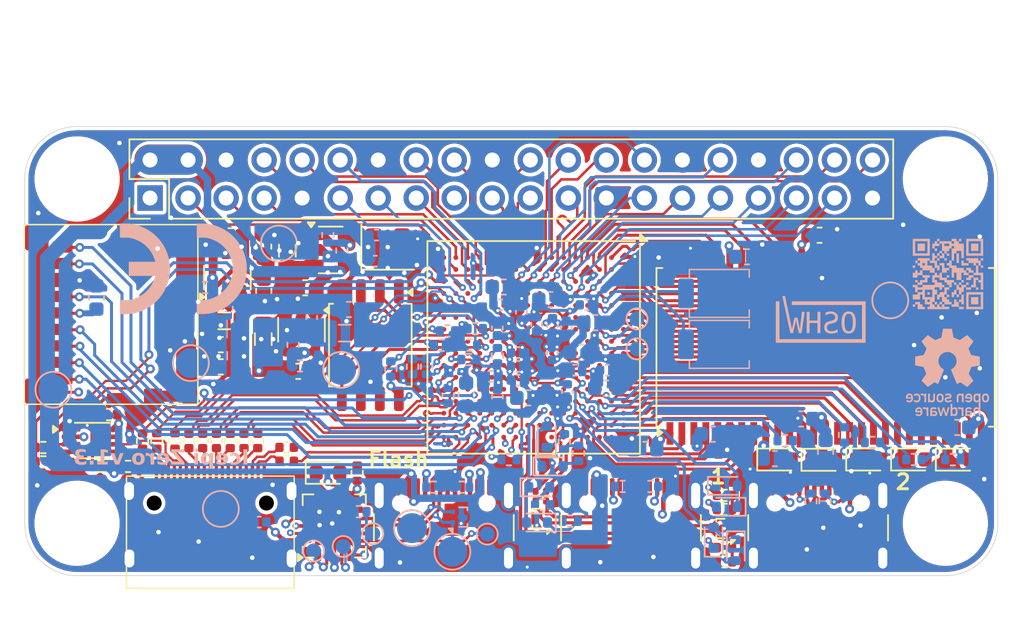
<source format=kicad_pcb>
(kicad_pcb (version 20241229) (generator "pcbnew") (generator_version "9.0")
  (title_block (title "Icepi Zero") (date "2025-07-22") (rev "v1.3") (company "Chengyin Yao (cheyao)") (comment 1 "https://github.com/cheyao/icepi-zero") (comment 9 "OSHWA FR000026"))
  (layers (0 "F.Cu" signal) (4 "In1.Cu" signal) (6 "In2.Cu" signal) (2 "B.Cu" signal) (13 "F.Paste" user) (15 "B.Paste" user) (5 "F.SilkS" user "F.Silkscreen") (7 "B.SilkS" user "B.Silkscreen") (1 "F.Mask" user) (3 "B.Mask" user) (25 "Edge.Cuts" user))
  (net 0 "")
  (net 1 "Net-(U2-FB)")
  (net 2 "Net-(U5-VREF2)")
  (net 3 "/USB/JTAG_TCK")
  (net 4 "/USB/JTAG_TDI")
  (net 5 "/USB/JTAG_TDO")
  (net 6 "/Power/FILTERED_2V5")
  (net 7 "/GPDI/CONN_D2+")
  (net 8 "/USB/JTAG_TMS")
  (net 9 "PROGRAMMING")
  (net 10 "/GPDI/GPDI_D2+")
  (net 11 "/Flash/~{FLASH_CS}")
  (net 12 "/Flash/FLASH_MISO")
  (net 13 "/Flash/FLASH_MOSI")
  (net 14 "/GPDI/CONN_D2-")
  (net 15 "/GPDI/GPDI_D2-")
  (net 16 "/Flash/~{FLASH_RESET}")
  (net 17 "GND")
  (net 18 "/GPDI/CONN_D1+")
  (net 19 "+5V")
  (net 20 "+3V3")
  (net 21 "/GPDI/GPDI_D1+")
  (net 22 "/GPDI/CONN_D1-")
  (net 23 "/GPDI/GPDI_D1-")
  (net 24 "/GPDI/GPDI_D0+")
  (net 25 "/GPDI/CONN_D0+")
  (net 26 "/GPDI/GPDI_D0-")
  (net 27 "/GPDI/CONN_D0-")
  (net 28 "/GPDI/GPDI_CLK+")
  (net 29 "/GPDI/CONN_CK+")
  (net 30 "/GPDI/CONN_CK-")
  (net 31 "/GPDI/GPDI_CLK-")
  (net 32 "/USB/USB1_PULL_D-")
  (net 33 "/USB/~{RXLED}")
  (net 34 "/USB/USB0_PULL_D-")
  (net 35 "/USB/USB1_PULL_D+")
  (net 36 "/USB/USB0_PULL_D+")
  (net 37 "/GPIO13")
  (net 38 "/GPIO19")
  (net 39 "/GPIO8")
  (net 40 "/GPIO21")
  (net 41 "/GPIO15")
  (net 42 "/GPIO22")
  (net 43 "/GPIO2")
  (net 44 "/GPIO16")
  (net 45 "/GPIO6")
  (net 46 "/GPIO23")
  (net 47 "/GPIO3")
  (net 48 "/GPIO14")
  (net 49 "/GPIO26")
  (net 50 "/GPIO1")
  (net 51 "/GPIO7")
  (net 52 "/GPIO25")
  (net 53 "/GPIO24")
  (net 54 "/GPIO4")
  (net 55 "/GPIO17")
  (net 56 "/GPIO9")
  (net 57 "/GPIO20")
  (net 58 "/GPIO12")
  (net 59 "/GPIO5")
  (net 60 "Net-(U4-SW)")
  (net 61 "Net-(U4-FB)")
  (net 62 "+1V1")
  (net 63 "+2V5")
  (net 64 "/GPIO11")
  (net 65 "/GPIO0")
  (net 66 "/GPIO10")
  (net 67 "/GPDI/GPDI_SDA_5V")
  (net 68 "Net-(J4-CC2)")
  (net 69 "Net-(J4-CC1)")
  (net 70 "/GPDI/GPDI_SCK_5V")
  (net 71 "/USB/D2-")
  (net 72 "/Flash/~{FLASH_WP}")
  (net 73 "Net-(J5-CC2)")
  (net 74 "/USB/D2+")
  (net 75 "/USB/D1A+")
  (net 76 "/USB/D1A-")
  (net 77 "/USB/D0A-")
  (net 78 "Net-(J5-CC1)")
  (net 79 "Net-(U2-SW)")
  (net 80 "Net-(U6-3V3OUT)")
  (net 81 "Net-(D1-A)")
  (net 85 "DONE")
  (net 86 "INITN")
  (net 87 "/USB/D0A+")
  (net 88 "/uSD/SD_CLK")
  (net 89 "/uSD/SD_CMD")
  (net 90 "Net-(D2-A)")
  (net 91 "Net-(D3-A)")
  (net 92 "Net-(D4-A)")
  (net 93 "Net-(D5-A)")
  (net 94 "Net-(J2-CEC)")
  (net 95 "Net-(J2-UTILITY)")
  (net 96 "Net-(J2-HPD)")
  (net 97 "Net-(J3-CC1)")
  (net 98 "Net-(J3-CC2)")
  (net 100 "/uSD/SD_DAT0")
  (net 101 "/uSD/SD_DAT2")
  (net 102 "Net-(U3-SW)")
  (net 103 "Net-(U3-FB)")
  (net 104 "/uSD/SD_DET")
  (net 105 "/uSD/SD_DAT3")
  (net 106 "/uSD/SD_DAT1")
  (net 107 "/LED0")
  (net 108 "/LED2")
  (net 109 "/LED3")
  (net 110 "/LED1")
  (net 111 "/LED4")
  (net 112 "/GPDI/GPDI_CEC")
  (net 113 "/GPDI/GPDI_UTIL")
  (net 114 "/GPDI/GPDI_HPD")
  (net 115 "/GPDI/GPDI_SCK_3V3")
  (net 116 "/GPDI/GPDI_SDA_3V3")
  (net 117 "/USB/D1-")
  (net 118 "/USB/D1+")
  (net 119 "/USB/D0-")
  (net 120 "/USB/D0+")
  (net 121 "/SW0")
  (net 122 "/SW1")
  (net 123 "/DBG2")
  (net 124 "/DBG1")
  (net 130 "/SDRAM/D10")
  (net 131 "/SDRAM/D8")
  (net 137 "/SDRAM/A10")
  (net 139 "/SDRAM/D6")
  (net 140 "/SDRAM/DQM0")
  (net 142 "/SDRAM/A5")
  (net 143 "/SDRAM/CLK")
  (net 154 "/USB/~{USB_DTR}")
  (net 155 "/SDRAM/A2")
  (net 157 "/SDRAM/~{CS}")
  (net 158 "/USB/USB_RXD")
  (net 159 "/SDRAM/A9")
  (net 161 "/SDRAM/A12")
  (net 166 "/SDRAM/D14")
  (net 169 "Net-(D7-A)")
  (net 170 "Net-(D9-K)")
  (net 171 "Net-(D10-A)")
  (net 172 "Net-(D11-K)")
  (net 173 "/SDRAM/A11")
  (net 174 "Net-(D12-A)")
  (net 175 "Net-(D13-K)")
  (net 176 "Net-(D14-A)")
  (net 178 "/SDRAM/A4")
  (net 180 "/SDRAM/D13")
  (net 181 "/GLOBAL_CLK")
  (net 184 "Net-(D6-K)")
  (net 185 "Net-(D8-A)")
  (net 186 "/SDRAM/D3")
  (net 187 "/SDRAM/A0")
  (net 188 "/SDRAM/D4")
  (net 189 "/Flash/FLASH_CLK")
  (net 191 "/SDRAM/D11")
  (net 194 "/SDRAM/A3")
  (net 209 "/SDRAM/~{WE}")
  (net 217 "/SDRAM/D9")
  (net 219 "/SDRAM/BA1")
  (net 220 "/USB/~{USB_RTS}")
  (net 221 "/SDRAM/D2")
  (net 223 "/SDRAM/A8")
  (net 226 "/SDRAM/A7")
  (net 228 "/SDRAM/D7")
  (net 233 "/USB/USB_TXD")
  (net 234 "/SDRAM/D15")
  (net 235 "/SDRAM/~{RAS}")
  (net 236 "/SDRAM/A1")
  (net 237 "/SDRAM/CKE")
  (net 239 "/SDRAM/D1")
  (net 241 "/SDRAM/BA0")
  (net 246 "/SDRAM/A6")
  (net 249 "/SDRAM/D12")
  (net 251 "/SDRAM/~{CAS}")
  (net 254 "/SDRAM/D0")
  (net 255 "/SDRAM/D5")
  (net 256 "/SDRAM/DQM1")
  (net 258 "/GPIO18")
  (net 259 "/GPIO27")
  (net 263 "unconnected-(U1E-PR47A{slash}+{slash}HS{slash}RSQ44-PadM11)")
  (footprint "MountingHole:MountingHole_2.7mm_M2.5" (layer "F.Cu") (at 119.5 116.5)
    (property "Reference" "H3" (hide yes))
    (property "Value" "MountingHole")
  )
  (footprint "Capacitor_SMD:C_0402_1005Metric" (layer "F.Cu") (at 131.57 111 -90)
    (property "Reference" "C31" (hide yes))
    (property "Value" "22nF")
  )
  (footprint "Capacitor_SMD:C_0402_1005Metric" (layer "F.Cu") (at 127.89 111 -90)
    (property "Reference" "C35" (hide yes))
    (property "Value" "22nF")
  )
  (footprint "Capacitor_SMD:C_0603_1608Metric" (layer "F.Cu") (at 129.1 104.57)
    (property "Reference" "C5" (hide yes))
    (property "Value" "22uF")
  )
  (footprint "Capacitor_SMD:C_0603_1608Metric" (layer "F.Cu") (at 129.1 106.05)
    (property "Reference" "C6" (hide yes))
    (property "Value" "22uF")
  )
  (footprint "Resistor_SMD:R_0402_1005Metric" (layer "F.Cu") (at 162.75 115.575)
    (property "Reference" "R27" (hide yes))
    (property "Value" "15k")
  )
  (footprint "Capacitor_SMD:C_0603_1608Metric" (layer "F.Cu") (at 169.1 97.26)
    (property "Reference" "C44" (hide yes))
    (property "Value" "22nF")
  )
  (footprint "Package_TO_SOT_SMD:SOT-23-5" (layer "F.Cu") (at 136.44 98.2425)
    (property "Reference" "U4" (hide yes))
    (property "Value" "TLV62569DBV")
  )
  (footprint "Connector_PinHeader_2.54mm:PinHeader_2x20_P2.54mm_Vertical" (layer "F.Cu") (at 124.375 94.775 90)
    (property "Reference" "J1" (hide yes))
    (property "Value" "Conn_02x20_Counter_Clockwise")
  )
  (footprint "Package_SO:VSSOP-8_2.3x2mm_P0.5mm" (layer "F.Cu") (at 120.5 110.975)
    (property "Reference" "U5" (hide yes))
    (property "Value" "PCA9306DC1")
  )
  (footprint "LED_SMD:LED_0603_1608Metric" (layer "F.Cu") (at 175.36 112.24)
    (property "Reference" "D3" (hide yes))
    (property "Value" "WHITE")
  )
  (footprint "Connector_USB:USB_C_Receptacle_GCT_USB4105-xx-A_16P_TopMnt_Horizontal" (layer "F.Cu") (at 169 117.75)
    (property "Reference" "J4" (hide yes))
    (property "Value" "USB_C_Receptacle_USB2.0_14P")
  )
  (footprint "LED_SMD:LED_0603_1608Metric" (layer "F.Cu") (at 136.2625 113.13)
    (property "Reference" "D8" (hide yes))
    (property "Value" "RED")
  )
  (footprint "Resistor_SMD:R_0402_1005Metric" (layer "F.Cu") (at 126.04 111 90)
    (property "Reference" "R12" (hide yes))
    (property "Value" "470")
  )
  (footprint "Resistor_SMD:R_0402_1005Metric" (layer "F.Cu") (at 121.04 112.7 180)
    (property "Reference" "R16" (hide yes))
    (property "Value" "4.7k")
  )
  (footprint "Resistor_SMD:R_0402_1005Metric" (layer "F.Cu") (at 117.25 112.4)
    (property "Reference" "R18" (hide yes))
    (property "Value" "3.3k")
  )
  (footprint "Resistor_SMD:R_0201_0603Metric" (layer "F.Cu") (at 150.475 118.025)
    (property "Reference" "R33" (hide yes))
    (property "Value" "27")
  )
  (footprint "LED_SMD:LED_0603_1608Metric" (layer "F.Cu") (at 169.3725 112.26)
    (property "Reference" "D4" (hide yes))
    (property "Value" "WHITE")
  )
  (footprint "Capacitor_SMD:C_0402_1005Metric" (layer "F.Cu") (at 133.5 111.43 180)
    (property "Reference" "C30" (hide yes))
    (property "Value" "22nF")
  )
  (footprint "Package_TO_SOT_SMD:Texas_DRT-3" (layer "F.Cu") (at 150.4675 116.1825 90)
    (property "Reference" "U9" (hide yes))
    (property "Value" "TPD2EUSB30A")
  )
  (footprint "Connector_USB:USB_C_Receptacle_GCT_USB4105-xx-A_16P_TopMnt_Horizontal" (layer "F.Cu") (at 156.5 117.75)
    (property "Reference" "J5" (hide yes))
    (property "Value" "USB_C_Receptacle_USB2.0_14P")
  )
  (footprint "Capacitor_SMD:C_0402_1005Metric" (layer "F.Cu") (at 130.65 111 -90)
    (property "Reference" "C32" (hide yes))
    (property "Value" "22nF")
  )
  (footprint "Resistor_SMD:R_0201_0603Metric" (layer "F.Cu") (at 150.83 114.69 -90)
    (property "Reference" "R38" (hide yes))
    (property "Value" "27")
  )
  (footprint "Capacitor_SMD:C_0603_1608Metric" (layer "F.Cu") (at 134.735 100.77 180)
    (property "Reference" "C17" (hide yes))
    (property "Value" "22uF")
  )
  (footprint "Resistor_SMD:R_0402_1005Metric" (layer "F.Cu") (at 138.21 113.15 90)
    (property "Reference" "R28" (hide yes))
    (property "Value" "1k")
  )
  (footprint "Capacitor_SMD:C_0603_1608Metric" (layer "F.Cu") (at 129.75 97.3 180)
    (property "Reference" "C4" (hide yes))
    (property "Value" "22uF")
  )
  (footprint "Capacitor_SMD:C_0402_1005Metric" (layer "F.Cu") (at 128.81 111 -90)
    (property "Reference" "C34" (hide yes))
    (property "Value" "22nF")
  )
  (footprint "Package_BGA:BGA-256_14.0x14.0mm_Layout16x16_P0.8mm_Ball0.45mm_Pad0.32mm_NSMD" (layer "F.Cu") (at 150 104.75 -90)
    (property "Reference" "U1" (hide yes))
    (property "Value" "ECP5-CABGA256")
  )
  (footprint "Package_SO:TSOP-II-54_22.2x10.16mm_P0.8mm" (layer "F.Cu") (at 169.5 104.75 90)
    (property "Reference" "U10" (hide yes))
    (property "Value" "W9825G6KH")
  )
  (footprint "Capacitor_SMD:C_0603_1608Metric" (layer "F.Cu") (at 131.97 100.975 -90)
    (property "Reference" "C23" (hide yes))
    (property "Value" "22uF")
  )
  (footprint "LED_SMD:LED_0603_1608Metric" (layer "F.Cu") (at 172.36 112.24)
    (property "Reference" "D2" (hide yes))
    (property "Value" "WHITE")
  )
  (footprint "MountingHole:MountingHole_2.7mm_M2.5" (layer "F.Cu") (at 119.5 93.5)
    (property "Reference" "H1" (hide yes))
    (property "Value" "MountingHole")
  )
  (footprint "Package_TO_SOT_SMD:SOT-23-5" (layer "F.Cu") (at 134.49 103.5675 -90)
    (property "Reference" "U3" (hide yes))
    (property "Value" "TLV62569DBV")
  )
  (footprint "Oscillator:Oscillator_SMD_SiT_PQFN-4Pin_2.5x2.0mm" (layer "F.Cu") (at 140.25 98.05)
    (property "Reference" "Y1" (hide yes))
    (property "Value" "SG-8018CG 50.000000MHz")
  )
  (footprint "Capacitor_SMD:C_0402_1005Metric" (layer "F.Cu") (at 129.73 111 -90)
    (property "Reference" "C33" (hide yes))
    (property "Value" "22nF")
  )
  (footprint "Resistor_SMD:R_0402_1005Metric" (layer "F.Cu") (at 162.75 118.13)
    (property "Reference" "R35" (hide yes))
    (property "Value" "1k")
  )
  (footprint "Package_TO_SOT_SMD:Texas_DRT-3" (layer "F.Cu") (at 162.75 116.85 90)
    (property "Reference" "U8" (hide yes))
    (property "Value" "TPD2EUSB30A")
  )
  (footprint "Resistor_SMD:R_0201_0603Metric" (layer "F.Cu") (at 150.13 114.69 -90)
    (property "Reference" "R40" (hide yes))
    (property "Value" "27")
  )
  (footprint "Resistor_SMD:R_0402_1005Metric" (layer "F.Cu") (at 121.64 109.24 180)
    (property "Reference" "R15" (hide yes))
    (property "Value" "100k")
  )
  (footprint "Resistor_SMD:R_0402_1005Metric" (layer "F.Cu") (at 122.9 112.7)
    (property "Reference" "R17" (hide yes))
    (property "Value" "4.7k")
  )
  (footprint "Connector_USB:USB_C_Receptacle_GCT_USB4105-xx-A_16P_TopMnt_Horizontal" (layer "F.Cu") (at 144 117.75)
    (property "Reference" "J3" (hide yes))
    (property "Value" "USB_C_Receptacle_USB2.0_14P")
  )
  (footprint "MountingHole:MountingHole_2.7mm_M2.5" (layer "F.Cu") (at 177.5 116.5)
    (property "Reference" "H4" (hide yes))
    (property "Value" "MountingHole")
  )
  (footprint "icepi-lib:XKB Connection A71-05H4-111N1" (layer "F.Cu") (at 128.4 114.35)
    (property "Reference" "J2" (hide yes))
    (property "Value" "GPDI_C_1.3")
  )
  (footprint "Capacitor_SMD:C_0402_1005Metric" (layer "F.Cu") (at 133.5 112.35 180)
    (property "Reference" "C29" (hide yes))
    (property "Value" "22nF")
  )
  (footprint "Capacitor_SMD:C_0402_1005Metric" (layer "F.Cu") (at 126.97 111 -90)
    (property "Reference" "C36" (hide yes))
    (property "Value" "22nF")
  )
  (footprint "MountingHole:MountingHole_2.7mm_M2.5" (layer "F.Cu") (at 177.5 93.5)
    (property "Reference" "H2" (hide yes))
    (property "Value" "MountingHole")
  )
  (footprint "Resistor_SMD:R_0402_1005Metric" (layer "F.Cu") (at 124.825 111 90)
    (property "Reference" "R13" (hide yes))
    (property "Value" "10k")
  )
  (footprint "LED_SMD:LED_0603_1608Metric" (layer "F.Cu") (at 178.35 112.25)
    (property "Reference" "D5" (hide yes))
    (property "Value" "WHITE")
  )
  (footprint "Resistor_SMD:R_0402_1005Metric" (layer "F.Cu") (at 123.875 111 90)
    (property "Reference" "R14" (hide yes))
    (property "Value" "470")
  )
  (footprint "Resistor_SMD:R_0201_0603Metric" (layer "F.Cu") (at 150.475 117.325)
    (property "Reference" "R30" (hide yes))
    (property "Value" "27")
  )
  (footprint "Capacitor_SMD:C_0603_1608Metric" (layer "F.Cu") (at 131.965 98.02 -90)
    (property "Reference" "C24" (hide yes))
    (property "Value" "10uF")
  )
  (footprint "Capacitor_SMD:C_0603_1608Metric" (layer "F.Cu") (at 134.27 106.35)
    (property "Reference" "C18" (hide yes))
    (property "Value" "22uF")
  )
  (footprint "Package_TO_SOT_SMD:SOT-23-5" (layer "F.Cu") (at 129.54 100.0875 90)
    (property "Reference" "U2" (hide yes))
    (property "Value" "TLV62569DBV")
  )
  (footprint "Inductor_SMD:L_0805_2012Metric" (layer "F.Cu") (at 129.33 102.98 180)
    (property "Reference" "L1" (hide yes))
    (property "Value" "2.2uH 100mA+ 400mO-")
  )
  (footprint "Resistor_SMD:R_0402_1005Metric" (layer "F.Cu") (at 162.75 114.635)
    (property "Reference" "R26" (hide yes))
    (property "Value" "1k")
  )
  (footprint "Package_SO:SOIC-8_5.3x5.3mm_P1.27mm" (layer "F.Cu") (at 139.09 104.6 -90)
    (property "Reference" "U11" (hide yes))
    (property "Value" "W25Q128JVS")
  )
  (footprint "Inductor_SMD:L_0805_2012Metric" (layer "F.Cu") (at 133.545 98.29 90)
    (property "Reference" "L3" (hide yes))
    (property "Value" "2.2uH 100mA+ 400mO-")
  )
  (footprint "LED_SMD:LED_0603_1608Metric" (layer "F.Cu") (at 166.4175 112.24)
    (property "Reference" "D1" (hide yes))
    (property "Value" "WHITE")
  )
  (footprint "Inductor_SMD:L_0805_2012Metric" (layer "F.Cu") (at 131.94 104.2 -90)
    (property "Reference" "L2" (hide yes))
    (property "Value" "2.2uH 100mA+ 400mO-")
  )
  (footprint "Package_DFN_QFN:QFN-20-1EP_4x4mm_P0.5mm_EP2.5x2.5mm" (layer "F.Cu") (at 136.68 116.68 90)
    (property "Reference" "U6" (hide yes))
    (property "Value" "FT231XQ")
  )
  (footprint "Resistor_SMD:R_0402_1005Metric" (layer "F.Cu") (at 162.75 119.075)
    (property "Reference" "R39" (hide yes))
    (property "Value" "15k")
  )
  (footprint "icepi-lib:microSD_HC_SOFNG_TF-008" (layer "F.Cu") (at 118.52 102.55 -90)
    (property "Reference" "J6" (hide yes))
    (property "Value" "Micro_SD_Card_Det2")
  )
  (footprint "Resistor_SMD:R_0402_1005Metric" (layer "F.Cu") (at 117.25 111.44)
    (property "Reference" "R19" (hide yes))
    (property "Value" "3.3k")
  )
  (footprint "Capacitor_SMD:C_0402_1005Metric" (layer "B.Cu") (at 147.575 103.46 -90)
    (property "Reference" "C22" (hide yes))
    (property "Value" "100nF")
  )
  (footprint "Capacitor_SMD:C_0603_1608Metric" (layer "B.Cu") (at 161.97 110.55)
    (property "Reference" "C43" (hide yes))
    (property "Value" "22nF")
  )
  (footprint "Resistor_SMD:R_0402_1005Metric" (layer "B.Cu") (at 142.85 106.04 -90)
    (property "Reference" "R20" (hide yes))
    (property "Value" "4.7k")
  )
  (footprint "Capacitor_SMD:C_0402_1005Metric" (layer "B.Cu") (at 148.96 106.02)
    (property "Reference" "C15" (hide yes))
    (property "Value" "100nF")
  )
  (footprint "Diode_SMD:D_SOD-523" (layer "B.Cu") (at 150.875 110.725 90)
    (property "Reference" "D13" (hide yes))
    (property "Value" "1N914WT")
  )
  (footprint "Resistor_SMD:R_0402_1005Metric" (layer "B.Cu") (at 128.55 102.15 90)
    (property "Reference" "R6" (hide yes))
    (property "Value" "10k")
  )
  (footprint "Diode_SMD:D_SOD-523" (layer "B.Cu") (at 163.5 118.3 -90)
    (property "Reference" "D12" (hide yes))
    (property "Value" "1N914WT")
  )
  (footprint "Capacitor_SMD:C_0402_1005Metric" (layer "B.Cu") (at 150.2 103.21 -90)
    (property "Reference" "C52" (hide yes))
    (property "Value" "100nF")
  )
  (footprint "Resistor_SMD:R_0402_1005Metric" (layer "B.Cu") (at 170.76 110.6 -90)
    (property "Reference" "R4" (hide yes))
    (property "Value" "470")
  )
  (footprint "icepi-lib:switch_button_TS-1088-AR02016" (layer "B.Cu") (at 162.4 104.55)
    (property "Reference" "SW2" (hide yes))
    (property "Value" "SW_Push")
  )
  (footprint "TestPoint:TestPoint_Pad_D2.0mm" (layer "B.Cu") (at 129.1 115.54)
    (property "Reference" "TP2" (hide yes))
    (property "Value" "TestPoint")
  )
  (footprint "TestPoint:TestPoint_Pad_D2.0mm" (layer "B.Cu") (at 132.98 97.82)
    (property "Reference" "TP4" (hide yes))
    (property "Value" "TestPoint")
  )
  (footprint "Capacitor_SMD:C_0402_1005Metric" (layer "B.Cu") (at 131.67 116.42 180)
    (property "Reference" "C38" (hide yes))
    (property "Value" "100nF")
  )
  (footprint "Capacitor_SMD:C_0402_1005Metric" (layer "B.Cu") (at 151.26 103.28 -90)
    (property "Reference" "C12" (hide yes))
    (property "Value" "100nF")
  )
  (footprint "Capacitor_SMD:C_0402_1005Metric" (layer "B.Cu") (at 135.17 102.75 90)
    (property "Reference" "C19" (hide yes))
    (property "Value" "100nF")
  )
  (footprint "Capacitor_SMD:C_0603_1608Metric" (layer "B.Cu") (at 157.45 111.57 180)
    (property "Reference" "C54" (hide yes))
    (property "Value" "22nF")
  )
  (footprint "TestPoint:TestPoint_Pad_D2.0mm" (layer "B.Cu") (at 173.82 101.61)
    (property "Reference" "TP1" (hide yes))
    (property "Value" "TestPoint")
  )
  (footprint "Capacitor_SMD:C_0402_1005Metric" (layer "B.Cu") (at 129.54 102.1375 90)
    (property "Reference" "C7" (hide yes))
    (property "Value" "100nF")
  )
  (footprint "Capacitor_SMD:C_0603_1608Metric" (layer "B.Cu") (at 151.12 101.56)
    (property "Reference" "C2" (hide yes))
    (property "Value" "10uF")
  )
  (footprint "Capacitor_SMD:C_0603_1608Metric" (layer "B.Cu") (at 120.79 101.42 90)
    (property "Reference" "C47" (hide yes))
    (property "Value" "10uF")
  )
  (footprint "icepi-lib:switch_button_TS-1088-AR02016" (layer "B.Cu") (at 162.4 101.15)
    (property "Reference" "SW1" (hide yes))
    (property "Value" "SW_Push")
  )
  (footprint "TestPoint:TestPoint_Pad_D1.0mm" (layer "B.Cu") (at 156.9 102.85 180)
    (property "Reference" "TP14" (hide yes))
    (property "Value" "TestPoint")
  )
  (footprint "Resistor_SMD:R_0402_1005Metric" (layer "B.Cu") (at 150.6 115.27)
    (property "Reference" "R34" (hide yes))
    (property "Value" "15k")
  )
  (footprint "Resistor_SMD:R_0402_1005Metric" (layer "B.Cu") (at 168.52 115.02 -90)
    (property "Reference" "R29" (hide yes))
    (property "Value" "5.1k")
  )
  (footprint "Resistor_SMD:R_0402_1005Metric" (layer "B.Cu") (at 145.68 105.56 180)
    (property "Reference" "R48" (hide yes))
    (property "Value" "15k")
  )
  (footprint "Resistor_SMD:R_0402_1005Metric" (layer "B.Cu") (at 133.93 104.59 -90)
    (property "Reference" "R8" (hide yes))
    (property "Value" "15k")
  )
  (footprint "Capacitor_SMD:C_0603_1608Metric" (layer "B.Cu") (at 166.11 112.18)
    (property "Reference" "C41" (hide yes))
    (property "Value" "22nF")
  )
  (footprint "Resistor_SMD:R_0402_1005Metric" (layer "B.Cu") (at 153 111.825 90)
    (property "Reference" "R42" (hide yes))
    (property "Value" "15k")
  )
  (footprint "Capacitor_SMD:C_0402_1005Metric" (layer "B.Cu") (at 153.56 101.91)
    (property "Reference" "C51" (hide yes))
    (property "Value" "100nF")
  )
  (footprint "Diode_SMD:D_SOD-523" (layer "B.Cu") (at 150.22 116.45 180)
    (property "Reference" "D9" (hide yes))
    (property "Value" "1N914WT")
  )
  (footprint "Resistor_SMD:R_0402_1005Metric" (layer "B.Cu") (at 152.05 111.05 -90)
    (property "Reference" "R41" (hide yes))
    (property "Value" "1k")
  )
  (footprint "Diode_SMD:D_SOD-523" (layer "B.Cu") (at 162.025 117.475 90)
    (property "Reference" "D11" (hide yes))
    (property "Value" "1N914WT")
  )
  (footprint "Capacitor_SMD:C_0603_1608Metric" (layer "B.Cu") (at 169.5 111.74 -90)
    (property "Reference" "C42" (hide yes))
    (property "Value" "10uF")
  )
  (footprint "TestPoint:TestPoint_Pad_D2.0mm" (layer "B.Cu") (at 144.57 118.4)
    (property "Reference" "TP8" (hide yes))
    (property "Value" "TestPoint")
  )
  (footprint "Diode_SMD:D_SOD-523" (layer "B.Cu") (at 151.25 112.7)
    (property "Reference" "D14" (hide yes))
    (property "Value" "1N914WT")
  )
  (footprint "Resistor_SMD:R_0402_1005Metric" (layer "B.Cu") (at 140.46 106.19 90)
    (property "Reference" "R46" (hide yes))
    (property "Value" "10k")
  )
  (footprint "Inductor_SMD:L_0805_2012Metric" (layer "B.Cu") (at 137.38 103.8)
    (property "Reference" "FB1" (hide yes))
    (property "Value" "100R@100MHz")
  )
  (footprint "TestPoint:TestPoint_Pad_D1.0mm" (layer "B.Cu") (at 135.3 118.35 -90)
    (property "Reference" "TP10" (hide yes))
    (property "Value" "TestPoint")
  )
  (footprint "TestPoint:TestPoint_Pad_D2.0mm" (layer "B.Cu") (at 137.14 106.25)
    (property "Reference" "TP5" (hide yes))
    (property "Value" "TestPoint")
  )
  (footprint "Resistor_SMD:R_0402_1005Metric" (layer "B.Cu") (at 145.71 104.6)
    (property "Reference" "R43" (hide yes))
    (property "Value" "4.7k")
  )
  (footprint "Capacitor_SMD:C_0402_1005Metric" (layer "B.Cu") (at 147.8 101.91)
    (property "Reference" "C46" (hide yes))
    (property "Value" "100nF")
  )
  (footprint "TestPoint:TestPoint_Pad_D1.0mm" (layer "B.Cu") (at 146.9 117.225 -90)
    (property "Reference" "TP11" (hide yes))
    (property "Value" "TestPoint")
  )
  (footprint "Capacitor_SMD:C_0603_1608Metric" (layer "B.Cu") (at 148.005 100.72)
    (property "Reference" "C45" (hide yes))
    (property "Value" "10uF")
  )
  (footprint "Capacitor_SMD:C_0603_1608Metric" (layer "B.Cu") (at 167.87 109.53 180)
    (property "Reference" "C40" (hide yes))
    (property "Value" "22nF")
  )
  (footprint "oshw:OSHW-Certification-Mark-Logo_6x3mm_SilkScreen" (layer "B.Cu") (at 169.175 102.875 180)
    (property "Reference" "LOGO1" (hide yes))
    (property "Value" "~" (hide yes))
  )
  (footprint "Capacitor_SMD:C_0603_1608Metric" (layer "B.Cu") (at 137.66 102.22 180)
    (property "Reference" "C20" (hide yes))
    (property "Value" "10uF")
  )
  (footprint "TestPoint:TestPoint_Pad_D2.0mm" (layer "B.Cu") (at 141.875 116.825)
    (property "Reference" "TP7" (hide yes))
    (property "Value" "TestPoint")
  )
  (footprint "Resistor_SMD:R_0402_1005Metric" (layer "B.Cu") (at 138.325 115.725 180)
    (property "Reference" "R23" (hide yes))
    (property "Value" "4.7k")
  )
  (footprint "Capacitor_SMD:C_0402_1005Metric" (layer "B.Cu") (at 149.18 102.41 90)
    (property "Reference" "C3" (hide yes))
    (property "Value" "100nF")
  )
  (footprint "Resistor_SMD:R_0402_1005Metric" (layer "B.Cu") (at 148.35 112.25)
    (property "Reference" "R22" (hide yes))
    (property "Value" "4.7k")
  )
  (footprint "Capacitor_SMD:C_0402_1005Metric" (layer "B.Cu") (at 148.96 105.1)
    (property "Reference" "C16" (hide yes))
    (property "Value" "100nF")
  )
  (footprint "Resistor_SMD:R_0402_1005Metric" (layer "B.Cu") (at 144.29 107.97 90)
    (property "Reference" "R21" (hide yes))
    (property "Value" "4.7k")
  )
  (footprint "Package_TO_SOT_SMD:Texas_DRT-3" (layer "B.Cu") (at 145.0225 116.0875 90)
    (property "Reference" "U7" (hide yes))
    (property "Value" "TPD2EUSB30A")
  )
  (footprint "Resistor_SMD:R_0402_1005Metric" (layer "B.Cu") (at 145.19 114.09)
    (property "Reference" "R25" (hide yes))
    (property "Value" "5.1k")
  )
  (footprint "Resistor_SMD:R_0402_1005Metric" (layer "B.Cu") (at 144.24 103.65 180)
    (property "Reference" "R44" (hide yes))
    (property "Value" "10k")
  )
  (footprint "Resistor_SMD:R_0402_1005Metric" (layer "B.Cu") (at 134.39 105.99)
    (property "Reference" "R9" (hide yes))
    (property "Value" "4.7k")
  )
  (footprint "Resistor_SMD:R_0402_1005Metric" (layer "B.Cu") (at 147.58 105.3 90)
    (property "Reference" "R49" (hide yes))
    (property "Value" "15k")
  )
  (footprint "Diode_SMD:D_SOD-523" (layer "B.Cu") (at 150.38 114.1)
    (property "Reference" "D10" (hide yes))
    (property "Value" "1N914WT")
  )
  (footprint "Resistor_SMD:R_0402_1005Metric" (layer "B.Cu") (at 141.91 106.04 -90)
    (property "Reference" "R50" (hide yes))
    (property "Value" "15k")
  )
  (footprint "Resistor_SMD:R_0402_1005Metric" (layer "B.Cu") (at 152.44 116.36 180)
    (property "Reference" "R32" (hide yes))
    (property "Value" "1k")
  )
  (footprint "LOGO" (layer "B.Cu") (at 177.675 99.85 180)
    (property "Reference" "G***" (hide yes))
    (property "Value" "LOGO" (hide yes))
  )
  (footprint "Capacitor_SMD:C_0603_1608Metric" (layer "B.Cu") (at 154.85 107.475)
    (property "Reference" "C49" (hide yes))
    (property "Value" "10uF")
  )
  (footprint "Capacitor_SMD:C_0603_1608Metric" (layer "B.Cu") (at 149.65 108.125)
    (property "Reference" "C8" (hide yes))
    (property "Value" "10uF")
  )
  (footprint "Capacitor_SMD:C_0603_1608Metric" (layer "B.Cu") (at 153.19 105.075)
    (property "Reference" "C9" (hide yes))
    (property "Value" "10uF")
  )
  (footprint "Resistor_SMD:R_0402_1005Metric" (layer "B.Cu") (at 128.05 100.75 180)
    (property "Reference" "R7" (hide yes))
    (property "Value" "12k")
  )
  (footprint "TestPoint:TestPoint_Pad_D2.0mm" (layer "B.Cu") (at 127.1 105.8)
    (property "Reference" "TP6" (hide yes))
    (property "Value" "TestPoint")
  )
  (footprint "Diode_SMD:D_SOD-523" (layer "B.Cu") (at 162.9 115.4 180)
    (property "Reference" "D7" (hide yes))
    (property "Value" "1N914WT")
  )
  (footprint "Capacitor_SMD:C_0402_1005Metric" (layer "B.Cu") (at 152.175 103.44 -90)
    (property "Reference" "C11" (hide yes))
    (property "Value" "100nF")
  )
  (footprint "Capacitor_SMD:C_0603_1608Metric" (layer "B.Cu") (at 154.125 103.1)
    (property "Reference" "C10" (hide yes))
    (property "Value" "10uF")
  )
  (footprint "Capacitor_SMD:C_0402_1005Metric" (layer "B.Cu") (at 152.25 107.7 -90)
    (property "Reference" "C48" (hide yes))
    (property "Value" "100nF")
  )
  (footprint "Resistor_SMD:R_0402_1005Metric" (layer "B.Cu") (at 143.85 104.61 180)
    (property "Reference" "R45" (hide yes))
    (property "Value" "10k")
  )
  (footprint "TestPoint:TestPoint_Pad_D2.0mm" (layer "B.Cu") (at 117.92 107.58)
    (property "Reference" "TP3" (hide yes))
    (property "Value" "TestPoint")
  )
  (footprint "Resistor_SMD:R_0402_1005Metric" (layer "B.Cu") (at 137.19 98.28 -90)
    (property "Reference" "R11" (hide yes))
    (property "Value" "3.3k")
  )
  (footprint "Resistor_SMD:R_0402_1005Metric" (layer "B.Cu") (at 178 112.25)
    (property "Reference" "R5" (hide yes))
    (property "Value" "470")
  )
  (footprint "Resistor_SMD:R_0402_1005Metric" (layer "B.Cu") (at 175.4 112.24)
    (property "Reference" "R3" (hide yes))
    (property "Value" "470")
  )
  (footprint "Capacitor_SMD:C_0603_1608Metric" (layer "B.Cu") (at 164.25 98.7)
    (property "Reference" "C53" (hide yes))
    (property "Value" "22nF")
  )
  (footprint "Resistor_SMD:R_0402_1005Metric" (layer "B.Cu") (at 169.46 115.02 90)
    (property "Reference" "R31" (hide yes))
    (property "Value" "5.1k")
  )
  (footprint "Resistor_SMD:R_0402_1005Metric" (layer "B.Cu") (at 157.8 114.04)
    (property "Reference" "R37" (hide yes))
    (property "Value" "5.1k")
  )
  (footprint "Resistor_SMD:R_0402_1005Metric" (layer "B.Cu") (at 172.63 111.1)
    (property "Reference" "R2" (hide yes))
    (property "Value" "470")
  )
  (footprint "Diode_SMD:D_SOD-523" (layer "B.Cu") (at 162.9 114)
    (property "Reference" "D6" (hide yes))
    (property "Value" "1N914WT")
  )
  (footprint "Capacitor_SMD:C_0402_1005Metric" (layer "B.Cu") (at 154.92 106.275)
    (property "Reference" "C50" (hide yes))
    (property "Value" "100nF")
  )
  (footprint "Capacitor_SMD:C_0402_1005Metric" (layer "B.Cu") (at 152.75 106.275)
    (property "Reference" "C21" (hide yes))
    (property "Value" "100nF")
  )
  (footprint "TestPoint:TestPoint_Pad_D1.0mm" (layer "B.Cu") (at 137.275 118.05 -90)
    (property "Reference" "TP9" (hide yes))
    (property "Value" "TestPoint")
  )
  (footprint "Capacitor_SMD:C_0402_1005Metric" (layer "B.Cu") (at 147.13 106.69 180)
    (property "Reference" "C27" (hide yes))
    (property "Value" "100nF")
  )
  (footprint "Resistor_SMD:R_0402_1005Metric" (layer "B.Cu") (at 166.8 110.98)
    (property "Reference" "R1" (hide yes))
    (property "Value" "470")
  )
  (footprint "Symbol:CE-Logo_8.5x6mm_SilkScreen" (layer "B.Cu") (at 126.6 99.5 180)
    (property "Reference" "REF**" (hide yes))
    (property "Value" "CE-Logo_8.5x6mm_SilkScreen" (hide yes))
  )
  (footprint "Capacitor_SMD:C_0402_1005Metric" (layer "B.Cu") (at 139.5 97.25)
    (property "Reference" "C25" (hide yes))
    (property "Value" "100nF")
  )
  (footprint "TestPoint:TestPoint_Pad_D1.0mm" (layer "B.Cu") (at 139.25 117.2 -90)
    (property "Reference" "TP12" (hide yes))
    (property "Value" "TestPoint")
  )
  (footprint "Resistor_SMD:R_0402_1005Metric" (layer "B.Cu") (at 136.25 97.25 -90)
    (property "Reference" "R10" (hide yes))
    (property "Value" "15k")
  )
  (footprint "Capacitor_SMD:C_0603_1608Metric" (layer "B.Cu") (at 178.29 110.1 180)
    (property "Reference" "C39" (hide yes))
    (property "Value" "22nF")
  )
  (footprint "Capacitor_SMD:C_0402_1005Metric" (layer "B.Cu") (at 147.58 108.06 -90)
    (property "Reference" "C28" (hide yes))
    (property "Value" "100nF")
  )
  (footprint "TestPoint:TestPoint_Pad_D1.0mm" (layer "B.Cu") (at 156.9 104.85 180)
    (property "Reference" "TP13" (hide yes))
    (property "Value" "TestPoint")
  )
  (footprint "Resistor_SMD:R_0402_1005Metric" (layer "B.Cu") (at 155.94325 114.04)
    (property "Reference" "R36" (hide yes))
    (property "Value" "5.1k")
  )
  (footprint "Capacitor_SMD:C_0402_1005Metric" (layer "B.Cu") (at 139.42 98.99)
    (property "Reference" "C1" (hide yes))
    (property "Value" "100nF")
  )
  (footprint "Resistor_SMD:R_0402_1005Metric" (layer "B.Cu") (at 146.1 103.5)
    (property "Reference" "R47" (hide yes))
    (property "Value" "10k")
  )
  (footprint "Capacitor_SMD:C_0402_1005Metric" (layer "B.Cu") (at 151.25 105.11 90)
    (property "Reference" "C13" (hide yes))
    (property "Value" "100nF")
  )
  (footprint "Resistor_SMD:R_0402_1005Metric" (layer "B.Cu") (at 143.33 114.09)
    (property "Reference" "R24" (hide yes))
    (property "Value" "5.1k")
  )
  (footprint "Capacitor_SMD:C_0603_1608Metric" (layer "B.Cu") (at 145.49 107.91 -90)
    (property "Reference" "C26" (hide yes))
    (property "Value" "10uF")
  )
  (footprint "Capacitor_SMD:C_0402_1005Metric" (layer "B.Cu") (at 148.95 106.94)
    (property "Reference" "C14" (hide yes))
    (property "Value" "100nF")
  )
  (gr_poly (pts (xy 177.367624 103.502948) (xy 177.366401 103.503039) (xy 177.365183 103.503189) (xy 177.363973 103.503397) (xy 177.362773 103.50366) (xy 177.361583 103.503977) (xy 177.360406 103.504348) (xy 177.359245 103.504769) (xy 177.358099 103.505241) (xy 177.356972 103.505761) (xy 177.355866 103.506328) (xy 177.354782 103.50694) (xy 177.353721 103.507596) (xy 177.352687 103.508295) (xy 177.35168 103.509034) (xy 177.350703 103.509813) (xy 177.349757 103.51063) (xy 177.348845 103.511483) (xy 177.347967 103.512371) (xy 177.347127 103.513293) (xy 177.346325 103.514246) (xy 177.345564 103.51523) (xy 177.344845 103.516243) (xy 177.344171 103.517283) (xy 177.343542 103.518349) (xy 177.342962 103.51944) (xy 177.342432 103.520554) (xy 177.341953 103.521688) (xy 177.341528 103.522843) (xy 177.341158 103.524017) (xy 177.340846 103.525207) (xy 177.340593 103.526413) (xy 177.238516 104.074894) (xy 177.238265 104.07611) (xy 177.237957 104.077329) (xy 177.237595 104.078551) (xy 177.237181 104.079773) (xy 177.236202 104.082209) (xy 177.235035 104.084621) (xy 177.233693 104.086994) (xy 177.232192 104.089311) (xy 177.230544 104.091557) (xy 177.228763 104.093716) (xy 177.226865 104.095771) (xy 177.224862 104.097707) (xy 177.22277 104.099508) (xy 177.220601 104.101158) (xy 177.218371 104.102641) (xy 177.216093 104.103942) (xy 177.21494 104.104518) (xy 177.213781 104.105043) (xy 177.212617 104.105514) (xy 177.211449 104.10593) (xy 176.843864 104.256425) (xy 176.841585 104.257441) (xy 176.839167 104.258291) (xy 176.836632 104.258974) (xy 176.834 104.259493) (xy 176.831294 104.259849) (xy 176.828534 104.260044) (xy 176.825742 104.260079) (xy 176.822939 104.259957) (xy 176.820146 104.259678) (xy 176.817384 104.259244) (xy 176.814675 104.258658) (xy 176.812041 104.25792) (xy 176.809501 104.257033) (xy 176.807079 104.255997) (xy 176.804794 104.254815) (xy 176.802668 104.253488) (xy 176.344436 103.939004) (xy 176.343408 103.938331) (xy 176.342348 103.937711) (xy 176.34126 103.937143) (xy 176.340146 103.936627) (xy 176.339007 103.936164) (xy 176.337847 103.935752) (xy 176.336667 103.935392) (xy 176.335471 103.935084) (xy 176.33426 103.934826) (xy 176.333037 103.934619) (xy 176.330563 103.934356) (xy 176.32807 103.934294) (xy 176.325575 103.93443) (xy 176.323098 103.934762) (xy 176.320657 103.935289) (xy 176.318272 103.936007) (xy 176.317107 103.936438) (xy 176.315962 103.936917) (xy 176.314841 103.937442) (xy 176.313745 103.938014) (xy 176.312678 103.938633) (xy 176.311641 103.939298) (xy 176.310637 103.940009) (xy 176.309668 103.940766) (xy 176.308736 103.941569) (xy 176.307845 103.942417) (xy 175.921924 104.328338) (xy 175.921069 104.329237) (xy 175.920261 104.330174) (xy 175.919499 104.331148) (xy 175.918785 104.332157) (xy 175.918118 104.333198) (xy 175.917498 104.334269) (xy 175.916401 104.33649) (xy 175.915495 104.338804) (xy 175.914781 104.34119) (xy 175.914261 104.343631) (xy 175.913936 104.346108) (xy 175.913808 104.348603) (xy 175.913877 104.351097) (xy 175.914144 104.353572) (xy 175.914612 104.356009) (xy 175.915282 104.35839) (xy 175.915692 104.359553) (xy 175.916153 104.360696) (xy 175.916666 104.361815) (xy 175.917229 104.362909) (xy 175.917844 104.363974) (xy 175.91851 104.365009) (xy 176.227517 104.815383) (xy 176.228856 104.81752) (xy 176.230042 104.81981) (xy 176.231076 104.822231) (xy 176.231956 104.824764) (xy 176.232681 104.827389) (xy 176.233251 104.830084) (xy 176.233663 104.832829) (xy 176.233917 104.835604) (xy 176.234012 104.838388) (xy 176.233947 104.841162) (xy 176.233721 104.843903) (xy 176.233333 104.846593) (xy 176.232781 104.849209) (xy 176.232065 104.851733) (xy 176.231184 104.854144) (xy 176.230137 104.85642) (xy 176.067577 105.235674) (xy 176.066661 105.238004) (xy 176.06553 105.240314) (xy 176.0642 105.242588) (xy 176.062689 105.244813) (xy 176.061011 105.246976) (xy 176.059184 105.249061) (xy 176.057223 105.251057) (xy 176.055144 105.252948) (xy 176.052964 105.254721) (xy 176.050699 105.256362) (xy 176.048365 105.257857) (xy 176.045978 105.259192) (xy 176.043554 105.260354) (xy 176.04111 105.261329) (xy 176.038661 105.262103) (xy 176.036223 105.262661) (xy 175.505919 105.361245) (xy 175.505522 105.361245) (xy 175.504317 105.361505) (xy 175.503126 105.361824) (xy 175.501953 105.362199) (xy 175.500798 105.362629) (xy 175.499664 105.363111) (xy 175.49855 105.363645) (xy 175.49746 105.364227) (xy 175.496394 105.364858) (xy 175.495355 105.365534) (xy 175.494342 105.366254) (xy 175.492407 105.367818) (xy 175.4906 105.369537) (xy 175.488933 105.371395) (xy 175.487419 105.373379) (xy 175.486069 105.375474) (xy 175.484896 105.377667) (xy 175.48438 105.378795) (xy 175.483913 105.379942) (xy 175.483495 105.381105) (xy 175.48313 105.382285) (xy 175.482817 105.383478) (xy 175.48256 105.384682) (xy 175.482358 105.385897) (xy 175.482215 105.387119) (xy 175.48213 105.388348) (xy 175.482107 105.389582) (xy 175.482107 105.935364) (xy 175.482138 105.936598) (xy 175.482229 105.937828) (xy 175.482379 105.939051) (xy 175.482586 105.940267) (xy 175.482849 105.941473) (xy 175.483166 105.942668) (xy 175.483537 105.94385) (xy 175.483959 105.945016) (xy 175.48443 105.946165) (xy 175.48495 105.947296) (xy 175.485517 105.948405) (xy 175.486129 105.949493) (xy 175.486786 105.950556) (xy 175.487484 105.951593) (xy 175.488224 105.952602) (xy 175.489003 105.953581) (xy 175.489819 105.954529) (xy 175.490673 105.955443) (xy 175.491561 105.956321) (xy 175.492482 105.957163) (xy 175.493436 105.957966) (xy 175.49442 105.958728) (xy 175.495432 105.959447) (xy 175.496473 105.960122) (xy 175.497539 105.960751) (xy 175.498629 105.961331) (xy 175.499743 105.961862) (xy 175.500878 105.96234) (xy 175.502033 105.962766) (xy 175.503206 105.963135) (xy 175.504396 105.963448) (xy 175.505602 105.963701) (xy 176.022889 106.059983) (xy 176.024111 106.060235) (xy 176.025335 106.060544) (xy 176.02656 106.060907) (xy 176.027783 106.061322) (xy 176.030217 106.062305) (xy 176.032622 106.063478) (xy 176.034982 106.064827) (xy 176.037282 106.066337) (xy 176.039507 106.067995) (xy 176.041641 106.069786) (xy 176.043669 106.071696) (xy 176.045576 106.073711) (xy 176.047346 106.075817) (xy 176.048963 106.077999) (xy 176.050414 106.080243) (xy 176.051681 106.082536) (xy 176.052751 106.084863) (xy 176.053206 106.086034) (xy 176.053607 106.087209) (xy 176.215135 106.490593) (xy 176.216137 106.492885) (xy 176.216972 106.495312) (xy 176.217641 106.497854) (xy 176.218146 106.50049) (xy 176.218489 106.503198) (xy 176.218673 106.505957) (xy 176.218698 106.508747) (xy 176.218567 106.511548) (xy 176.218282 106.514336) (xy 176.217844 106.517093) (xy 176.217256 106.519797) (xy 176.216519 106.522427) (xy 176.215634 106.524962) (xy 176.214605 106.527381) (xy 176.213432 106.529664) (xy 176.212118 106.531788) (xy 175.918272 106.959937) (xy 175.917599 106.960966) (xy 175.916979 106.962026) (xy 175.916411 106.963115) (xy 175.915896 106.964231) (xy 175.915432 106.965372) (xy 175.915021 106.966534) (xy 175.91466 106.967716) (xy 175.914352 106.968915) (xy 175.914094 106.970129) (xy 175.913887 106.971355) (xy 175.913624 106.973835) (xy 175.913562 106.976336) (xy 175.913698 106.978838) (xy 175.91403 106.981323) (xy 175.914557 106.98377) (xy 175.915276 106.986162) (xy 175.915706 106.987331) (xy 175.916185 106.988478) (xy 175.91671 106.989602) (xy 175.917282 106.9907) (xy 175.917901 106.99177) (xy 175.918566 106.992809) (xy 175.919277 106.993814) (xy 175.920034 106.994784) (xy 175.920837 106.995717) (xy 175.921685 106.996608) (xy 176.307686 107.382529) (xy 176.30857 107.383377) (xy 176.309494 107.384179) (xy 176.310457 107.384935) (xy 176.311455 107.385645) (xy 176.312487 107.386309) (xy 176.31355 107.386926) (xy 176.315758 107.388019) (xy 176.318062 107.388923) (xy 176.320442 107.389637) (xy 176.32288 107.390159) (xy 176.325356 107.390487) (xy 176.327852 107.390619) (xy 176.330349 107.390555) (xy 176.332826 107.390292) (xy 176.335267 107.389829) (xy 176.337651 107.389165) (xy 176.338817 107.388756) (xy 176.339961 107.388296) (xy 176.341081 107.387785) (xy 176.342176 107.387223) (xy 176.343242 107.386609) (xy 176.344277 107.385943) (xy 176.764886 107.097256) (xy 176.767006 107.095952) (xy 176.769275 107.094808) (xy 176.771672 107.093825) (xy 176.774178 107.093004) (xy 176.77677 107.092345) (xy 176.77943 107.091848) (xy 176.782136 107.091513) (xy 176.784868 107.091342) (xy 176.787606 107.091335) (xy 176.790329 107.091492) (xy 176.793017 107.091813) (xy 176.795648 107.0923) (xy 176.798204 107.092952) (xy 176.800663 107.09377) (xy 176.803004 107.094755) (xy 176.805208 107.095906) (xy 176.990707 107.194966) (xy 176.991814 107.195499) (xy 176.992931 107.195968) (xy 176.994055 107.196373) (xy 176.995185 107.196715) (xy 176.996319 107.196996) (xy 176.997454 107.197214) (xy 176.998589 107.197372) (xy 176.999723 107.19747) (xy 177.000852 107.197509) (xy 177.001975 107.19749) (xy 177.00309 107.197412) (xy 177.004195 107.197278) (xy 177.005289 107.197088) (xy 177.006368 107.196842) (xy 177.007432 107.196541) (xy 177.008477 107.196187) (xy 177.009503 107.195779) (xy 177.010508 107.195318) (xy 177.011488 107.194806) (xy 177.012443 107.194243) (xy 177.013371 107.193629) (xy 177.014268 107.192966) (xy 177.015135 107.192255) (xy 177.015967 107.191495) (xy 177.016764 107.190688) (xy 177.017524 107.189834) (xy 177.018245 107.188934) (xy 177.018924 107.187989) (xy 177.01956 107.187) (xy 177.02015 107.185968) (xy 177.020693 107.184892) (xy 177.021187 107.183774) (xy 177.403616 106.259611) (xy 177.404063 106.258463) (xy 177.404451 106.257298) (xy 177.40478 106.256118) (xy 177.405053 106.254924) (xy 177.405269 106.25372) (xy 177.405429 106.252507) (xy 177.405534 106.251288) (xy 177.405584 106.250064) (xy 177.405581 106.248838) (xy 177.405526 106.247613) (xy 177.405418 106.246389) (xy 177.405258 106.24517) (xy 177.405048 106.243958) (xy 177.404789 106.242755) (xy 177.40448 106.241562) (xy 177.404122 106.240383) (xy 177.403717 106.239219) (xy 177.403265 106.238072) (xy 177.402767 106.236946) (xy 177.402223 106.235841) (xy 177.401635 106.23476) (xy 177.401003 106.233705) (xy 177.400327 106.232679) (xy 177.399609 106.231684) (xy 177.398849 106.230721) (xy 177.398048 106.229793) (xy 177.397207 106.228903) (xy 177.396327 106.228051) (xy 177.395408 106.227242) (xy 177.39445 106.226476) (xy 177.393456 106.225755) (xy 177.392424 106.225083) (xy 177.34599 106.196667) (xy 177.342641 106.194536) (xy 177.339069 106.192108) (xy 177.335341 106.189434) (xy 177.331524 106.186567) (xy 177.327684 106.183558) (xy 177.323889 106.18046) (xy 177.320205 106.177324) (xy 177.3167 106.174204) (xy 177.285972 106.153182) (xy 177.256647 106.130354) (xy 177.228804 106.105799) (xy 177.202524 106.079598) (xy 177.177887 106.051829) (xy 177.154973 106.022574) (xy 177.133861 105.991911) (xy 177.114631 105.959921) (xy 177.097365 105.926684) (xy 177.082141 105.892279) (xy 177.06904 105.856787) (xy 177.058141 105.820287) (xy 177.049525 105.782859) (xy 177.043272 105.744583) (xy 177.039462 105.705539) (xy 177.038174 105.665807) (xy 177.038959 105.634752) (xy 177.04129 105.604103) (xy 177.045129 105.5739) (xy 177.050438 105.54418) (xy 177.057178 105.514981) (xy 177.065313 105.486342) (xy 177.074803 105.458299) (xy 177.085611 105.430891) (xy 177.0977 105.404156) (xy 177.11103 105.378131) (xy 177.125565 105.352856) (xy 177.141265 105.328367) (xy 177.158094 105.304703) (xy 177.176014 105.281901) (xy 177.194985 105.26) (xy 177.214971 105.239038) (xy 177.235934 105.219051) (xy 177.257835 105.20008) (xy 177.280637 105.182161) (xy 177.304301 105.165331) (xy 177.32879 105.149631) (xy 177.354065 105.135096) (xy 177.380089 105.121766) (xy 177.406825 105.109677) (xy 177.434233 105.098869) (xy 177.462275 105.089379) (xy 177.490915 105.081244) (xy 177.520114 105.074504) (xy 177.549834 105.069195) (xy 177.580037 105.065356) (xy 177.610686 105.063025) (xy 177.641741 105.06224) (xy 177.672797 105.063025) (xy 177.703445 105.065355) (xy 177.733648 105.069193) (xy 177.763368 105.074501) (xy 177.792567 105.081239) (xy 177.821207 105.089372) (xy 177.84925 105.09886) (xy 177.876658 105.109666) (xy 177.903393 105.121752) (xy 177.929417 105.13508) (xy 177.954693 105.149612) (xy 177.979182 105.165311) (xy 178.002846 105.182137) (xy 178.025647 105.200054) (xy 178.047548 105.219024) (xy 178.068511 105.239008) (xy 178.088497 105.259969) (xy 178.107469 105.281868) (xy 178.125388 105.304669) (xy 178.142217 105.328332) (xy 178.157918 105.35282) (xy 178.172452 105.378096) (xy 178.185783 105.404121) (xy 178.197871 105.430857) (xy 178.208679 105.458267) (xy 178.21817 105.486312) (xy 178.226304 105.514955) (xy 178.233045 105.544158) (xy 178.238353 105.573882) (xy 178.242192 105.60409) (xy 178.244523 105.634745) (xy 178.245309 105.665807) (xy 178.244985 105.685754) (xy 178.244021 105.705538) (xy 178.242426 105.72515) (xy 178.24021 105.74458) (xy 178.237384 105.763817) (xy 178.233957 105.782852) (xy 178.229939 105.801675) (xy 178.225341 105.820276) (xy 178.220172 105.838644) (xy 178.214442 105.856771) (xy 178.208162 105.874646) (xy 178.201341 105.892258) (xy 178.19399 105.909599) (xy 178.186117 105.926658) (xy 178.168851 105.959891) (xy 178.149622 105.991878) (xy 178.12851 106.022539) (xy 178.105595 106.051794) (xy 178.080958 106.079564) (xy 178.054678 106.10577) (xy 178.026835 106.130331) (xy 177.99751 106.153169) (xy 177.966782 106.174204) (xy 177.963251 106.177324) (xy 177.959547 106.18046) (xy 177.955738 106.183558) (xy 177.951889 106.186566) (xy 177.948066 106.189434) (xy 177.944335 106.192108) (xy 177.940762 106.194536) (xy 177.937413 106.196667) (xy 177.890979 106.225083) (xy 177.889947 106.225748) (xy 177.888953 106.226462) (xy 177.887995 106.227223) (xy 177.887076 106.228029) (xy 177.886195 106.228876) (xy 177.885354 106.229764) (xy 177.883794 106.23165) (xy 177.8824 106.23367) (xy 177.88118 106.235806) (xy 177.880138 106.238039) (xy 177.879281 106.240353) (xy 177.878614 106.242729) (xy 177.878144 106.245149) (xy 177.877877 106.247597) (xy 177.877818 106.250053) (xy 177.877974 106.2525) (xy 177.878134 106.253715) (xy 177.87835 106.254921) (xy 177.878622 106.256116) (xy 177.878952 106.257297) (xy 177.87934 106.258463) (xy 177.879787 106.259611) (xy 178.262215 107.183774) (xy 178.262709 107.184892) (xy 178.263253 107.185968) (xy 178.263843 107.187) (xy 178.264479 107.187989) (xy 178.265158 107.188934) (xy 178.265878 107.189834) (xy 178.266638 107.190688) (xy 178.267435 107.191495) (xy 178.268268 107.192255) (xy 178.269134 107.192966) (xy 178.270032 107.193629) (xy 178.270959 107.194243) (xy 178.271914 107.194806) (xy 178.272895 107.195318) (xy 178.273899 107.195779) (xy 178.274925 107.196187) (xy 178.275971 107.196541) (xy 178.277035 107.196842) (xy 178.278114 107.197088) (xy 178.279207 107.197278) (xy 178.280312 107.197412) (xy 178.281428 107.19749) (xy 178.282551 107.197509) (xy 178.28368 107.19747) (xy 178.284813 107.197372) (xy 178.285949 107.197214) (xy 178.287084 107.196996) (xy 178.288218 107.196715) (xy 178.289348 107.196373) (xy 178.290472 107.195968) (xy 178.291588 107.195499) (xy 178.292695 107.194966) (xy 178.478195 107.095906) (xy 178.480399 107.094742) (xy 178.48274 107.093747) (xy 178.485199 107.092922) (xy 178.487754 107.092266) (xy 178.490386 107.091778) (xy 178.493074 107.091457) (xy 178.495797 107.091302) (xy 178.498535 107.091312) (xy 178.501267 107.091488) (xy 178.503973 107.091827) (xy 178.506633 107.092329) (xy 178.509225 107.092993) (xy 178.511731 107.093819) (xy 178.514128 107.094805) (xy 178.516397 107.095951) (xy 178.518517 107.097256) (xy 178.939125 107.385943) (xy 178.940161 107.386609) (xy 178.941227 107.387223) (xy 178.942322 107.387785) (xy 178.943442 107.388296) (xy 178.944586 107.388756) (xy 178.945752 107.389165) (xy 178.946936 107.389522) (xy 178.948137 107.389829) (xy 178.950579 107.390293) (xy 178.953058 107.390555) (xy 178.955557 107.39062) (xy 178.958056 107.390487) (xy 178.960537 107.390159) (xy 178.96298 107.389637) (xy 178.965366 107.388923) (xy 178.966533 107.388495) (xy 178.967678 107.388019) (xy 178.9688 107.387496) (xy 178.969896 107.386926) (xy 178.970963 107.386309) (xy 178.972 107.385645) (xy 178.973005 107.384935) (xy 178.973974 107.384179) (xy 178.974905 107.383377) (xy 178.975796 107.382529) (xy 179.361797 106.996608) (xy 179.362645 106.995717) (xy 179.363447 106.994785) (xy 179.364203 106.993816) (xy 179.364913 106.992812) (xy 179.365576 106.991775) (xy 179.366193 106.990707) (xy 179.367286 106.98849) (xy 179.368191 106.986178) (xy 179.368905 106.983791) (xy 179.369426 106.981348) (xy 179.369754 106.978868) (xy 179.369887 106.976369) (xy 179.369823 106.97387) (xy 179.36956 106.97139) (xy 179.369097 106.968949) (xy 179.368432 106.966563) (xy 179.368024 106.965398) (xy 179.367564 106.964254) (xy 179.367053 106.963133) (xy 179.36649 106.962039) (xy 179.365876 106.960973) (xy 179.36521 106.959937) (xy 179.071364 106.531788) (xy 179.070023 106.529664) (xy 179.068828 106.527381) (xy 179.067782 106.524962) (xy 179.066884 106.522427) (xy 179.066137 106.519797) (xy 179.065543 106.517093) (xy 179.065102 106.514336) (xy 179.064815 106.511548) (xy 179.064686 106.508747) (xy 179.064713 106.505957) (xy 179.0649 106.503198) (xy 179.065247 106.50049) (xy 179.065756 106.497854) (xy 179.066428 106.495312) (xy 179.067265 106.492885) (xy 179.068268 106.490593) (xy 179.229796 106.087209) (xy 179.230653 106.084863) (xy 179.231725 106.082536) (xy 179.232996 106.080243) (xy 179.234451 106.077999) (xy 179.236074 106.075817) (xy 179.237848 106.073711) (xy 179.23976 106.071696) (xy 179.241792 106.069786) (xy 179.243929 106.067995) (xy 179.246156 106.066337) (xy 179.248456 106.064827) (xy 179.250815 106.063478) (xy 179.253215 106.062305) (xy 179.255643 106.061322) (xy 179.258081 106.060544) (xy 179.259299 106.060235) (xy 179.260515 106.059983) (xy 179.777801 105.963701) (xy 179.779007 105.963448) (xy 179.780198 105.963135) (xy 179.781373 105.962766) (xy 179.782529 105.96234) (xy 179.783666 105.961862) (xy 179.784781 105.961331) (xy 179.785874 105.960751) (xy 179.786943 105.960122) (xy 179.787986 105.959447) (xy 179.789002 105.958728) (xy 179.790946 105.957163) (xy 179.792763 105.955443) (xy 179.79444 105.953581) (xy 179.795966 105.951593) (xy 179.797328 105.949493) (xy 179.798514 105.947296) (xy 179.799037 105.946165) (xy 179.799512 105.945016) (xy 179.799936 105.94385) (xy 179.800309 105.942668) (xy 179.800628 105.941473) (xy 179.800893 105.940267) (xy 179.801102 105.939051) (xy 179.801253 105.937828) (xy 179.801345 105.936598) (xy 179.801376 105.935364) (xy 179.801376 105.389582) (xy 179.801345 105.388348) (xy 179.801254 105.387119) (xy 179.801104 105.385897) (xy 179.800897 105.384682) (xy 179.800634 105.383478) (xy 179.800316 105.382285) (xy 179.799946 105.381106) (xy 179.799524 105.379942) (xy 179.799052 105.378795) (xy 179.798532 105.377667) (xy 179.797965 105.376559) (xy 179.797353 105.375474) (xy 179.796697 105.374414) (xy 179.795998 105.373379) (xy 179.795259 105.372372) (xy 179.79448 105.371395) (xy 179.793663 105.370449) (xy 179.79281 105.369537) (xy 179.791922 105.368659) (xy 179.791 105.367818) (xy 179.790047 105.367016) (xy 179.789063 105.366254) (xy 179.78805 105.365534) (xy 179.78701 105.364858) (xy 179.785944 105.364228) (xy 179.784853 105.363645) (xy 179.78374 105.363111) (xy 179.782605 105.362629) (xy 179.78145 105.362199) (xy 179.780277 105.361824) (xy 179.779086 105.361505) (xy 179.777881 105.361245) (xy 179.247576 105.262661) (xy 179.24636 105.26241) (xy 179.245139 105.262103) (xy 179.243915 105.261742) (xy 179.24269 105.261329) (xy 179.240246 105.260354) (xy 179.237822 105.259192) (xy 179.235435 105.257857) (xy 179.233101 105.256362) (xy 179.230835 105.254721) (xy 179.228655 105.252948) (xy 179.226577 105.251057) (xy 179.224616 105.249061) (xy 179.222788 105.246976) (xy 179.221111 105.244813) (xy 179.2196 105.242588) (xy 179.21827 105.240314) (xy 179.217679 105.239163) (xy 179.21714 105.238004) (xy 179.216654 105.236841) (xy 179.216223 105.235674) (xy 179.053663 104.85642) (xy 179.052617 104.854143) (xy 179.051738 104.85173) (xy 179.051025 104.849203) (xy 179.050477 104.846581) (xy 179.050093 104.843887) (xy 179.04987 104.841141) (xy 179.049807 104.838363) (xy 179.049903 104.835574) (xy 179.050156 104.832796) (xy 179.050565 104.830049) (xy 179.051128 104.827354) (xy 179.051844 104.824731) (xy 179.052711 104.822202) (xy 179.053727 104.819787) (xy 179.054892 104.817507) (xy 179.056203 104.815383) (xy 179.36521 104.365009) (xy 179.365883 104.363974) (xy 179.366504 104.362908) (xy 179.367071 104.361813) (xy 179.367587 104.360693) (xy 179.36805 104.359548) (xy 179.368462 104.358383) (xy 179.368822 104.357199) (xy 179.369131 104.355998) (xy 179.369388 104.354783) (xy 179.369595 104.353556) (xy 179.369858 104.351076) (xy 179.36992 104.348578) (xy 179.369784 104.346079) (xy 179.369452 104.343598) (xy 179.368926 104.341155) (xy 179.368207 104.338768) (xy 179.367776 104.337602) (xy 179.367298 104.336457) (xy 179.366772 104.335335) (xy 179.3662 104.334239) (xy 179.365581 104.333171) (xy 179.364916 104.332134) (xy 179.364205 104.33113) (xy 179.363448 104.330161) (xy 179.362645 104.32923) (xy 179.361797 104.328338) (xy 178.975876 103.942417) (xy 178.974985 103.941562) (xy 178.974053 103.940753) (xy 178.973084 103.939991) (xy 178.97208 103.939275) (xy 178.971043 103.938606) (xy 178.969975 103.937985) (xy 178.967757 103.936883) (xy 178.965446 103.935972) (xy 178.963059 103.935254) (xy 178.960616 103.934729) (xy 178.958136 103.9344) (xy 178.955637 103.934268) (xy 178.953138 103.934335) (xy 178.950658 103.934603) (xy 178.948216 103.935072) (xy 178.945831 103.935746) (xy 178.944666 103.936159) (xy 178.943522 103.936624) (xy 178.942401 103.937141) (xy 178.941307 103.93771) (xy 178.94024 103.938331) (xy 178.939205 103.939004) (xy 178.480973 104.253488) (xy 178.478861 104.254801) (xy 178.476589 104.255971) (xy 178.474176 104.256996) (xy 178.471645 104.257876) (xy 178.469017 104.258607) (xy 178.466313 104.259189) (xy 178.463554 104.259619) (xy 178.460762 104.259897) (xy 178.457958 104.260021) (xy 178.455163 104.259988) (xy 178.452398 104.259798) (xy 178.449686 104.259448) (xy 178.447046 104.258938) (xy 178.4445 104.258265) (xy 178.44207 104.257428) (xy 178.439777 104.256425) (xy 178.072112 104.10593) (xy 178.069782 104.105043) (xy 178.067472 104.103942) (xy 178.065198 104.102641) (xy 178.062972 104.101158) (xy 178.060808 104.099508) (xy 178.058721 104.097707) (xy 178.056723 104.095771) (xy 178.054828 104.093716) (xy 178.053051 104.091557) (xy 178.051405 104.089311) (xy 178.049903 104.086994) (xy 178.04856 104.084621) (xy 178.047389 104.082209) (xy 178.046404 104.079773) (xy 178.045618 104.077329) (xy 178.045045 104.074894) (xy 177.942969 103.526413) (xy 177.942716 103.525207) (xy 177.942403 103.524017) (xy 177.942034 103.522843) (xy 177.941609 103.521688) (xy 177.94113 103.520554) (xy 177.9406 103.51944) (xy 177.940019 103.518349) (xy 177.939391 103.517283) (xy 177.938717 103.516243) (xy 177.937998 103.51523) (xy 177.936435 103.513293) (xy 177.934717 103.511483) (xy 177.932859 103.509813) (xy 177.930875 103.508295) (xy 177.92878 103.50694) (xy 177.926589 103.505761) (xy 177.924317 103.504769) (xy 177.923156 103.504348) (xy 177.921979 103.503977) (xy 177.920789 103.50366) (xy 177.919589 103.503397) (xy 177.918379 103.503189) (xy 177.917161 103.503039) (xy 177.915938 103.502948) (xy 177.914712 103.502918) (xy 177.36885 103.502918)) (fill yes) (layer "B.SilkS"))
  (gr_poly (pts (xy 177.84891 109.334837) (xy 177.965433 109.334837) (xy 177.965433 109.334757) (xy 177.965433 109.274194) (xy 177.972491 109.281531) (xy 177.979933 109.288553) (xy 177.987741 109.295239) (xy 177.9959 109.301567) (xy 178.004393 109.307516) (xy 178.013204 109.313062) (xy 178.022315 109.318184) (xy 178.031711 109.322861) (xy 178.041375 109.32707) (xy 178.05129 109.330788) (xy 178.061439 109.333995) (xy 178.071808 109.336668) (xy 178.082378 109.338786) (xy 178.093133 109.340326) (xy 178.104057 109.341265) (xy 178.115134 109.341584) (xy 178.121715 109.34149) (xy 178.128183 109.341214) (xy 178.134537 109.340757) (xy 178.140779 109.340124) (xy 178.146908 109.339319) (xy 178.152925 109.338345) (xy 178.158829 109.337207) (xy 178.164621 109.335907) (xy 178.170301 109.33445) (xy 178.175869 109.332839) (xy 178.181325 109.331079) (xy 178.186671 109.329173) (xy 178.191905 109.327124) (xy 178.197027 109.324937) (xy 178.206941 109.320162) (xy 178.216413 109.314879) (xy 178.225444 109.309116) (xy 178.234037 109.302906) (xy 178.242192 109.296276) (xy 178.249912 109.289259) (xy 178.257197 109.281883) (xy 178.26405 109.274179) (xy 178.270471 109.266178) (xy 178.276204 109.258457) (xy 178.281422 109.250642) (xy 178.286144 109.242576) (xy 178.29039 109.234106) (xy 178.294181 109.225077) (xy 178.297538 109.215333) (xy 178.300478 109.20472) (xy 178.303024 109.193083) (xy 178.305196 109.180268) (xy 178.307012 109.166119) (xy 178.308494 109.150483) (xy 178.309661 109.133203) (xy 178.311132 109.093097) (xy 178.311585 109.044721) (xy 178.195065 109.044721) (xy 178.194962 109.061607) (xy 178.194559 109.078362) (xy 178.193719 109.094855) (xy 178.192302 109.110952) (xy 178.190168 109.126522) (xy 178.188789 109.134068) (xy 178.187179 109.141432) (xy 178.18532 109.148599) (xy 178.183195 109.15555) (xy 178.180787 109.162271) (xy 178.178079 109.168744) (xy 178.175052 109.174953) (xy 178.171689 109.180881) (xy 178.167974 109.186512) (xy 178.163888 109.19183) (xy 178.159415 109.196816) (xy 178.154537 109.201456) (xy 178.149236 109.205733) (xy 178.143496 109.20963) (xy 178.137298 109.21313) (xy 178.130626 109.216217) (xy 178.123462 109.218874) (xy 178.115788 109.221086) (xy 178.107588 109.222835) (xy 178.098844 109.224104) (xy 178.089538 109.224878) (xy 178.079653 109.22514) (xy 178.069772 109.224859) (xy 178.060476 109.22403) (xy 178.051746 109.222674) (xy 178.043566 109.220809) (xy 178.035918 109.218458) (xy 178.028784 109.215639) (xy 178.022145 109.212373) (xy 178.015985 109.208681) (xy 178.010285 109.204582) (xy 178.005028 109.200097) (xy 178.000196 109.195247) (xy 177.99577 109.190051) (xy 177.991734 109.184529) (xy 177.98807 109.178702) (xy 177.984759 109.17259) (xy 177.981784 109.166214) (xy 177.976771 109.152748) (xy 177.972888 109.138467) (xy 177.969993 109.123532) (xy 177.967943 109.108106) (xy 177.966597 109.092349) (xy 177.965811 109.076425) (xy 177.965354 109.044721) (xy 177.965444 109.028958) (xy 177.965811 109.013058) (xy 177.966597 108.997181) (xy 177.967943 108.981485) (xy 177.969993 108.966131) (xy 177.971326 108.958631) (xy 177.972888 108.951276) (xy 177.974697 108.944086) (xy 177.976771 108.937081) (xy 177.979127 108.93028) (xy 177.981784 108.923704) (xy 177.984759 108.917372) (xy 177.98807 108.911305) (xy 177.991734 108.905522) (xy 177.99577 108.900042) (xy 178.000196 108.894887) (xy 178.005028 108.890076) (xy 178.010285 108.885628) (xy 178.015985 108.881565) (xy 178.022145 108.877904) (xy 178.028784 108.874668) (xy 178.035918 108.871874) (xy 178.043566 108.869544) (xy 178.051746 108.867697) (xy 178.060476 108.866353) (xy 178.069772 108.865532) (xy 178.079653 108.865254) (xy 178.089636 108.865513) (xy 178.099027 108.866279) (xy 178.107845 108.867536) (xy 178.116107 108.869267) (xy 178.123833 108.871457) (xy 178.131039 108.87409) (xy 178.137743 108.877148) (xy 178.143965 108.880616) (xy 178.149721 108.884478) (xy 178.155029 108.888717) (xy 178.159909 108.893318) (xy 178.164377 108.898264) (xy 178.168451 108.903538) (xy 178.172151 108.909126) (xy 178.175493 108.91501) (xy 178.178495 108.921174) (xy 178.181177 108.927603) (xy 178.183554 108.934279) (xy 178.187472 108.948311) (xy 178.190392 108.963141) (xy 178.192458 108.978639) (xy 178.193814 108.994676) (xy 178.194605 109.011121) (xy 178.195065 109.044721) (xy 178.311585 109.044721) (xy 178.311587 109.044563) (xy 178.311477 109.019175) (xy 178.311132 108.996069) (xy 178.310534 108.975088) (xy 178.309661 108.956073) (xy 178.308494 108.938868) (xy 178.307012 108.923315) (xy 178.305196 108.909258) (xy 178.303024 108.896538) (xy 178.300478 108.884998) (xy 178.299059 108.879622) (xy 178.297538 108.874482) (xy 178.295913 108.869558) (xy 178.294181 108.864831) (xy 178.292342 108.860281) (xy 178.29039 108.855889) (xy 178.286144 108.847498) (xy 178.281422 108.839501) (xy 178.276204 108.83174) (xy 178.270471 108.824058) (xy 178.26405 108.816043) (xy 178.257197 108.80833) (xy 178.249912 108.800947) (xy 178.242192 108.793926) (xy 178.234037 108.787295) (xy 178.225444 108.781084) (xy 178.216413 108.775324) (xy 178.206941 108.770044) (xy 178.197027 108.765273) (xy 178.186671 108.761042) (xy 178.175869 108.757381) (xy 178.164621 108.754318) (xy 178.152925 108.751884) (xy 178.140779 108.750108) (xy 178.128183 108.749021) (xy 178.115134 108.748652) (xy 178.104132 108.748971) (xy 178.093413 108.749913) (xy 178.082963 108.751458) (xy 178.072768 108.753586) (xy 178.062814 108.756277) (xy 178.053089 108.75951) (xy 178.043579 108.763266) (xy 178.034271 108.767524) (xy 178.02515 108.772263) (xy 178.016204 108.777465) (xy 178.007418 108.783107) (xy 177.99878 108.789171) (xy 177.990276 108.795635) (xy 177.981893 108.802481) (xy 177.973616 108.809686) (xy 177.965433 108.817232) (xy 177.965433 108.521322) (xy 177.84891 108.521322)) (fill yes) (layer "B.SilkS"))
  (gr_poly (pts (xy 175.940448 107.833975) (xy 175.931931 107.834566) (xy 175.923592 107.835539) (xy 175.915422 107.836883) (xy 175.907415 107.838588) (xy 175.899564 107.840645) (xy 175.891861 107.843043) (xy 175.8843 107.845772) (xy 175.876872 107.848821) (xy 175.869571 107.852182) (xy 175.862389 107.855843) (xy 175.85532 107.859795) (xy 175.848356 107.864027) (xy 175.84149 107.86853) (xy 175.834715 107.873292) (xy 175.828023 107.878305) (xy 175.912557 107.978873) (xy 175.917602 107.975165) (xy 175.922487 107.971743) (xy 175.927237 107.968602) (xy 175.93188 107.965736) (xy 175.936443 107.963136) (xy 175.940954 107.960798) (xy 175.945438 107.958714) (xy 175.949923 107.956877) (xy 175.954436 107.955281) (xy 175.959004 107.953919) (xy 175.963654 107.952785) (xy 175.968412 107.951872) (xy 175.973307 107.951174) (xy 175.978364 107.950683) (xy 175.983611 107.950393) (xy 175.989075 107.950298) (xy 175.999763 107.95073) (xy 176.010343 107.952036) (xy 176.020735 107.954232) (xy 176.030858 107.957337) (xy 176.035794 107.959234) (xy 176.040633 107.961365) (xy 176.045364 107.963731) (xy 176.049978 107.966334) (xy 176.054465 107.969177) (xy 176.058814 107.972261) (xy 176.063016 107.975588) (xy 176.067061 107.979161) (xy 176.070938 107.982982) (xy 176.074638 107.987052) (xy 176.07815 107.991374) (xy 176.081465 107.995951) (xy 176.084572 108.000783) (xy 176.087461 108.005873) (xy 176.090123 108.011223) (xy 176.092548 108.016836) (xy 176.094724 108.022713) (xy 176.096643 108.028856) (xy 176.098295 108.035267) (xy 176.099668 108.04195) (xy 176.100754 108.048904) (xy 176.101542 108.056134) (xy 176.102022 108.06364) (xy 176.102184 108.071425) (xy 176.102184 108.419881) (xy 176.218707 108.419881) (xy 176.218707 107.840682) (xy 176.102184 107.840682) (xy 176.102184 107.902356) (xy 176.099962 107.902356) (xy 176.092928 107.894052) (xy 176.085528 107.886283) (xy 176.077771 107.87905) (xy 176.069666 107.872352) (xy 176.061226 107.866191) (xy 176.05246 107.860565) (xy 176.043378 107.855475) (xy 176.033991 107.850921) (xy 176.024309 107.846903) (xy 176.014343 107.84342) (xy 176.004102 107.840473) (xy 175.993598 107.838062) (xy 175.98284 107.836187) (xy 175.971839 107.834848) (xy 175.960605 107.834044) (xy 175.949149 107.833776)) (fill yes) (layer "B.SilkS"))
  (gr_poly (pts (xy 175.090759 107.834053) (xy 175.07894 107.834878) (xy 175.067255 107.836244) (xy 175.055722 107.838144) (xy 175.044356 107.840571) (xy 175.033176 107.843516) (xy 175.022199 107.846974) (xy 175.011442 107.850936) (xy 175.000921 107.855395) (xy 174.990655 107.860344) (xy 174.980661 107.865776) (xy 174.970955 107.871683) (xy 174.961555 107.878057) (xy 174.952478 107.884892) (xy 174.943741 107.892181) (xy 174.935362 107.899915) (xy 174.927357 107.908088) (xy 174.919744 107.916692) (xy 174.91254 107.92572) (xy 174.905763 107.935165) (xy 174.899429 107.945019) (xy 174.893555 107.955275) (xy 174.888159 107.965926) (xy 174.883258 107.976964) (xy 174.87887 107.988381) (xy 174.87501 108.000172) (xy 174.871698 108.012328) (xy 174.868949 108.024841) (xy 174.866781 108.037706) (xy 174.865211 108.050914) (xy 174.864256 108.064458) (xy 174.863934 108.07833) (xy 174.863934 108.174295) (xy 175.224773 108.174295) (xy 175.224603 108.18305) (xy 175.2241 108.191531) (xy 175.223269 108.199737) (xy 175.222117 108.207667) (xy 175.22065 108.215323) (xy 175.218876 108.222703) (xy 175.216801 108.229807) (xy 175.214432 108.236635) (xy 175.211775 108.243187) (xy 175.208837 108.249463) (xy 175.205624 108.255463) (xy 175.202144 108.261185) (xy 175.198403 108.26663) (xy 175.194408 108.271799) (xy 175.190165 108.276689) (xy 175.185681 108.281302) (xy 175.180962 108.285637) (xy 175.176016 108.289695) (xy 175.170848 108.293473) (xy 175.165466 108.296973) (xy 175.159877 108.300195) (xy 175.154086 108.303137) (xy 175.148101 108.305801) (xy 175.141928 108.308184) (xy 175.135574 108.310289) (xy 175.129045 108.312113) (xy 175.122348 108.313657) (xy 175.115491 108.314921) (xy 175.108478 108.315905) (xy 175.101318 108.316607) (xy 175.094017 108.317029) (xy 175.086581 108.31717) (xy 175.078196 108.316929) (xy 175.069756 108.316214) (xy 175.061286 108.315032) (xy 175.052811 108.313392) (xy 175.044356 108.311303) (xy 175.035946 108.308773) (xy 175.027606 108.305811) (xy 175.019361 108.302426) (xy 175.011235 108.298626) (xy 175.003255 108.294419) (xy 174.995445 108.289815) (xy 174.98783 108.284822) (xy 174.980435 108.279449) (xy 174.973285 108.273703) (xy 174.966405 108.267595) (xy 174.95982 108.261131) (xy 174.875285 108.333045) (xy 174.886184 108.345019) (xy 174.897467 108.356099) (xy 174.909113 108.3663) (xy 174.921102 108.375641) (xy 174.933413 108.384137) (xy 174.946028 108.391806) (xy 174.958924 108.398665) (xy 174.972083 108.40473) (xy 174.985483 108.410019) (xy 174.999105 108.414547) (xy 175.012929 108.418333) (xy 175.026933 108.421393) (xy 175.041099 108.423743) (xy 175.055405 108.425401) (xy 175.069832 108.426383) (xy 175.084359 108.426707) (xy 175.106841 108.426007) (xy 175.129544 108.423788) (xy 175.152239 108.419867) (xy 175.174693 108.414065) (xy 175.196676 108.406202) (xy 175.207419 108.401441) (xy 175.217958 108.396097) (xy 175.228264 108.390146) (xy 175.238308 108.383568) (xy 175.248062 108.376339) (xy 175.257496 108.368436) (xy 175.266581 108.359837) (xy 175.27529 108.35052) (xy 175.283592 108.340462) (xy 175.291459 108.32964) (xy 175.298863 108.318031) (xy 175.305775 108.305614) (xy 175.312164 108.292365) (xy 175.318004 108.278262) (xy 175.323265 108.263283) (xy 175.327918 108.247405) (xy 175.331934 108.230604) (xy 175.335284 108.21286) (xy 175.33794 108.194149) (xy 175.339873 108.174448) (xy 175.341054 108.153735) (xy 175.341454 108.131988) (xy 175.341087 108.111334) (xy 175.340004 108.091555) (xy 175.33877 108.07841) (xy 175.224932 108.07841) (xy 175.224931 108.07841) (xy 174.980456 108.07841) (xy 174.980919 108.070278) (xy 174.981651 108.062389) (xy 174.982646 108.054743) (xy 174.983898 108.047342) (xy 174.985404 108.040186) (xy 174.987157 108.033277) (xy 174.989152 108.026615) (xy 174.991385 108.020202) (xy 174.99385 108.014039) (xy 174.996542 108.008126) (xy 174.999455 108.002465) (xy 175.002585 107.997056) (xy 175.005927 107.991902) (xy 175.009474 107.987002) (xy 175.013223 107.982358) (xy 175.017167 107.977971) (xy 175.021302 107.973842) (xy 175.025623 107.969971) (xy 175.030124 107.966361) (xy 175.0348 107.963012) (xy 175.039646 107.959924) (xy 175.044657 107.9571) (xy 175.049828 107.95454) (xy 175.055153 107.952245) (xy 175.060628 107.950216) (xy 175.066246 107.948454) (xy 175.072004 107.94696) (xy 175.077895 107.945736) (xy 175.083915 107.944782) (xy 175.090058 107.944099) (xy 175.096319 107.943689) (xy 175.102694 107.943552) (xy 175.109072 107.943689) (xy 175.115344 107.944099) (xy 175.121504 107.944782) (xy 175.127545 107.945736) (xy 175.133463 107.94696) (xy 175.139251 107.948454) (xy 175.144903 107.950216) (xy 175.150413 107.952245) (xy 175.155776 107.95454) (xy 175.160986 107.9571) (xy 175.166037 107.959924) (xy 175.170922 107.963011) (xy 175.175637 107.966361) (xy 175.180175 107.969971) (xy 175.18453 107.973841) (xy 175.188697 107.977971) (xy 175.192669 107.982358) (xy 175.196441 107.987002) (xy 175.200007 107.991902) (xy 175.203361 107.997056) (xy 175.206497 108.002465) (xy 175.209409 108.008126) (xy 175.212091 108.014038) (xy 175.214538 108.020202) (xy 175.216744 108.026615) (xy 175.218702 108.033277) (xy 175.220408 108.040186) (xy 175.221854 108.047342) (xy 175.223035 108.054743) (xy 175.223946 108.062389) (xy 175.22458 108.070278) (xy 175.224932 108.07841) (xy 175.33877 108.07841) (xy 175.338229 108.072638) (xy 175.335789 108.054566) (xy 175.33271 108.037327) (xy 175.329018 108.020906) (xy 175.324739 108.005288) (xy 175.319898 107.990458) (xy 175.314522 107.976404) (xy 175.308636 107.963109) (xy 175.302267 107.95056) (xy 175.29544 107.938742) (xy 175.288181 107.927642) (xy 175.280517 107.917243) (xy 175.272472 107.907533) (xy 175.264074 107.898496) (xy 175.255347 107.890119) (xy 175.246318 107.882386) (xy 175.237013 107.875284) (xy 175.227457 107.868798) (xy 175.217677 107.862914) (xy 175.207699 107.857617) (xy 175.197548 107.852893) (xy 175.18725 107.848727) (xy 175.176831 107.845105) (xy 175.166318 107.842013) (xy 175.155735 107.839436) (xy 175.145109 107.83736) (xy 175.123833 107.834653) (xy 175.102695 107.833776)) (fill yes) (layer "B.SilkS"))
  (gr_poly (pts (xy 179.563855 107.834305) (xy 179.551259 107.835394) (xy 179.539113 107.837173) (xy 179.527416 107.839611) (xy 179.516167 107.842679) (xy 179.505363 107.846346) (xy 179.495004 107.850582) (xy 179.485087 107.855356) (xy 179.475611 107.86064) (xy 179.466574 107.866402) (xy 179.457975 107.872613) (xy 179.449812 107.879242) (xy 179.442084 107.88626) (xy 179.434788 107.893635) (xy 179.427923 107.901339) (xy 179.421488 107.909341) (xy 179.415755 107.917037) (xy 179.410537 107.924812) (xy 179.405815 107.932824) (xy 179.401568 107.941234) (xy 179.399617 107.945637) (xy 179.397777 107.950199) (xy 179.396046 107.95494) (xy 179.394421 107.959879) (xy 179.3929 107.965037) (xy 179.39148 107.970433) (xy 179.388934 107.982019) (xy 179.386763 107.994797) (xy 179.384947 108.008925) (xy 179.383465 108.024563) (xy 179.382298 108.041869) (xy 179.381425 108.061002) (xy 179.380826 108.082122) (xy 179.380482 108.105387) (xy 179.380372 108.130956) (xy 179.380826 108.179742) (xy 179.382298 108.219868) (xy 179.383465 108.237089) (xy 179.384947 108.252631) (xy 179.386763 108.266657) (xy 179.388934 108.279328) (xy 179.39148 108.290806) (xy 179.394421 108.301254) (xy 179.397777 108.310834) (xy 179.401568 108.319707) (xy 179.405815 108.328036) (xy 179.410537 108.335984) (xy 179.415755 108.343711) (xy 179.421488 108.35138) (xy 179.42791 108.359382) (xy 179.434765 108.367086) (xy 179.442054 108.374462) (xy 179.449779 108.38148) (xy 179.45794 108.388109) (xy 179.466539 108.39432) (xy 179.475578 108.400082) (xy 179.485057 108.405365) (xy 179.494978 108.41014) (xy 179.500105 108.412327) (xy 179.505342 108.414376) (xy 179.510691 108.416282) (xy 179.516151 108.418043) (xy 179.521722 108.419653) (xy 179.527405 108.42111) (xy 179.5332 108.42241) (xy 179.539106 108.423549) (xy 179.545125 108.424522) (xy 179.551256 108.425328) (xy 179.557499 108.42596) (xy 179.563854 108.426417) (xy 179.570323 108.426694) (xy 179.576904 108.426787) (xy 179.587906 108.426469) (xy 179.598625 108.42553) (xy 179.609075 108.423988) (xy 179.61927 108.421864) (xy 179.629224 108.419178) (xy 179.638949 108.41595) (xy 179.648459 108.412199) (xy 179.657767 108.407945) (xy 179.666888 108.403209) (xy 179.675834 108.398009) (xy 179.68462 108.392367) (xy 179.693258 108.386302) (xy 179.701762 108.379833) (xy 179.710146 108.372981) (xy 179.718422 108.365766) (xy 179.726605 108.358207) (xy 179.727002 108.817232) (xy 179.719565 108.808941) (xy 179.711812 108.801182) (xy 179.703751 108.793955) (xy 179.695389 108.787262) (xy 179.686731 108.781102) (xy 179.677786 108.775476) (xy 179.668559 108.770384) (xy 179.659057 108.765827) (xy 179.649288 108.761805) (xy 179.639257 108.758317) (xy 179.628972 108.755366) (xy 179.61844 108.75295) (xy 179.607666 108.75107) (xy 179.596658 108.749727) (xy 179.585423 108.748921) (xy 179.573967 108.748652) (xy 179.565473 108.748856) (xy 179.556927 108.749467) (xy 179.548349 108.750483) (xy 179.539761 108.751903) (xy 179.531184 108.753726) (xy 179.522639 108.75595) (xy 179.514148 108.758573) (xy 179.505731 108.761594) (xy 179.497409 108.765012) (xy 179.489204 108.768825) (xy 179.481136 108.773032) (xy 179.473228 108.777631) (xy 179.465499 108.78262) (xy 179.457971 108.787999) (xy 179.450666 108.793766) (xy 179.443604 108.799919) (xy 179.436806 108.806457) (xy 179.430294 108.813378) (xy 179.424088 108.820681) (xy 179.41821 108.828365) (xy 179.412681 108.836427) (xy 179.407522 108.844867) (xy 179.402754 108.853684) (xy 179.398398 108.862874) (xy 179.394476 108.872438) (xy 179.391008 108.882374) (xy 179.388016 108.89268) (xy 179.38552 108.903354) (xy 179.383543 108.914396) (xy 179.382104 108.925803) (xy 179.381225 108.937575) (xy 179.380927 108.949709) (xy 179.380927 109.334757) (xy 179.49745 109.334757) (xy 179.49745 108.989714) (xy 179.497593 108.982415) (xy 179.498017 108.975313) (xy 179.498718 108.968411) (xy 179.499688 108.96171) (xy 179.500922 108.955213) (xy 179.502414 108.948923) (xy 179.504157 108.942841) (xy 179.506145 108.936969) (xy 179.508373 108.931311) (xy 179.510834 108.925868) (xy 179.513523 108.920642) (xy 179.516432 108.915637) (xy 179.519557 108.910853) (xy 179.522891 108.906294) (xy 179.526428 108.901961) (xy 179.530162 108.897857) (xy 179.534087 108.893985) (xy 179.538197 108.890345) (xy 179.542485 108.886942) (xy 179.546947 108.883776) (xy 179.551575 108.880851) (xy 179.556363 108.878168) (xy 179.561306 108.87573) (xy 179.566398 108.873539) (xy 179.571632 108.871597) (xy 179.577003 108.869907) (xy 179.582503 108.86847) (xy 179.588128 108.86729) (xy 179.593872 108.866368) (xy 179.599727 108.865707) (xy 179.605688 108.865308) (xy 179.61175 108.865175) (xy 179.617814 108.865308) (xy 179.623784 108.865707) (xy 179.629653 108.866368) (xy 179.635415 108.86729) (xy 179.641064 108.86847) (xy 179.646592 108.869907) (xy 179.651994 108.871597) (xy 179.657263 108.873539) (xy 179.662392 108.87573) (xy 179.667376 108.878168) (xy 179.672207 108.880851) (xy 179.676879 108.883776) (xy 179.681387 108.886942) (xy 179.685722 108.890345) (xy 179.68988 108.893985) (xy 179.693853 108.897857) (xy 179.697636 108.901961) (xy 179.701221 108.906294) (xy 179.704602 108.910853) (xy 179.707773 108.915637) (xy 179.710727 108.920642) (xy 179.713458 108.925868) (xy 179.71596 108.931311) (xy 179.718225 108.936969) (xy 179.720248 108.942841) (xy 179.722023 108.948923) (xy 179.723542 108.955213) (xy 179.724799 108.96171) (xy 179.725788 108.968411) (xy 179.726502 108.975313) (xy 179.726936 108.982415) (xy 179.727082 108.989714) (xy 179.727082 109.334757) (xy 179.843604 109.334757) (xy 179.843604 108.130877) (xy 179.726685 108.130877) (xy 179.726227 108.162856) (xy 179.725442 108.178823) (xy 179.724095 108.194569) (xy 179.722045 108.209941) (xy 179.71915 108.224785) (xy 179.715267 108.238946) (xy 179.712911 108.245723) (xy 179.710254 108.252271) (xy 179.707279 108.258572) (xy 179.703968 108.264605) (xy 179.700304 108.270352) (xy 179.696268 108.275794) (xy 179.691843 108.280912) (xy 179.68701 108.285685) (xy 179.681753 108.290095) (xy 179.676053 108.294123) (xy 179.669893 108.297749) (xy 179.663255 108.300954) (xy 179.65612 108.303718) (xy 179.648472 108.306024) (xy 179.640292 108.30785) (xy 179.631563 108.309179) (xy 179.622266 108.30999) (xy 179.612385 108.310264) (xy 179.602402 108.310003) (xy 179.593011 108.309228) (xy 179.584193 108.307958) (xy 179.575931 108.306209) (xy 179.568206 108.303998) (xy 179.561 108.301341) (xy 179.554295 108.298256) (xy 179.548074 108.294759) (xy 179.542318 108.290867) (xy 179.537009 108.286596) (xy 179.53213 108.281964) (xy 179.527661 108.276987) (xy 179.523587 108.271683) (xy 179.519888 108.266067) (xy 179.516546 108.260156) (xy 179.513543 108.253968) (xy 179.510862 108.247519) (xy 179.508484 108.240825) (xy 179.506392 108.233905) (xy 179.504566 108.226773) (xy 179.502991 108.219448) (xy 179.501647 108.211946) (xy 179.49958 108.196478) (xy 179.498224 108.180503) (xy 179.497433 108.164155) (xy 179.497064 108.147568) (xy 179.496973 108.130877) (xy 179.497433 108.097552) (xy 179.498224 108.081149) (xy 179.49958 108.065103) (xy 179.501647 108.04955) (xy 179.504566 108.034629) (xy 179.508484 108.020477) (xy 179.510862 108.013732) (xy 179.513543 108.007231) (xy 179.516546 108.000991) (xy 179.519888 107.995028) (xy 179.523587 107.989362) (xy 179.527661 107.984007) (xy 179.53213 107.978982) (xy 179.537009 107.974304) (xy 179.542318 107.96999) (xy 179.548074 107.966057) (xy 179.554295 107.962523) (xy 179.561 107.959404) (xy 179.568206 107.956718) (xy 179.575931 107.954481) (xy 179.584193 107.952712) (xy 179.593011 107.951427) (xy 179.602402 107.950643) (xy 179.612385 107.950378) (xy 179.622364 107.950656) (xy 179.631746 107.951477) (xy 179.640549 107.95282) (xy 179.648791 107.954667) (xy 179.656491 107.956997) (xy 179.663667 107.959792) (xy 179.670338 107.96303) (xy 179.676522 107.966694) (xy 179.682238 107.970762) (xy 179.687503 107.975216) (xy 179.692336 107.980035) (xy 179.696756 107.9852) (xy 179.700781 107.990692) (xy 179.70443 107.99649) (xy 179.70772 108.002575) (xy 179.710671 108.008927) (xy 179.7133 108.015528) (xy 179.715626 108.022356) (xy 179.717668 108.029392) (xy 179.719443 108.036617) (xy 179.720971 108.044012) (xy 179.722269 108.051555) (xy 179.724251 108.067011) (xy 179.725537 108.082829) (xy 179.726273 108.098851) (xy 179.726606 108.114919) (xy 179.726685 108.130877) (xy 179.843604 108.130877) (xy 179.843604 107.840761) (xy 179.726605 107.840761) (xy 179.726605 107.901324) (xy 179.719547 107.893975) (xy 179.712105 107.886943) (xy 179.704297 107.88025) (xy 179.696138 107.873918) (xy 179.687645 107.867968) (xy 179.678834 107.862422) (xy 179.669723 107.857301) (xy 179.660327 107.852628) (xy 179.650664 107.848423) (xy 179.640749 107.844709) (xy 179.630599 107.841507) (xy 179.62023 107.838839) (xy 179.60966 107.836726) (xy 179.598905 107.83519) (xy 179.587981 107.834252) (xy 179.576904 107.833935)) (fill yes) (layer "B.SilkS"))
  (gr_poly (pts (xy 179.047586 108.749306) (xy 179.022469 108.751074) (xy 178.998554 108.754105) (xy 178.987071 108.756115) (xy 178.975918 108.758466) (xy 178.965104 108.761168) (xy 178.95464 108.764227) (xy 178.944535 108.767654) (xy 178.9348 108.771456) (xy 178.925443 108.775643) (xy 178.916476 108.780222) (xy 178.907907 108.785202) (xy 178.899746 108.790592) (xy 178.892004 108.7964) (xy 178.88469 108.802636) (xy 178.877814 108.809307) (xy 178.871386 108.816421) (xy 178.865415 108.823989) (xy 178.859913 108.832017) (xy 178.854887 108.840515) (xy 178.850349 108.849492) (xy 178.846308 108.858955) (xy 178.842773 108.868914) (xy 178.839756 108.879377) (xy 178.837265 108.890352) (xy 178.83531 108.901848) (xy 178.833902 108.913874) (xy 178.83305 108.926438) (xy 178.832763 108.939549) (xy 178.832763 109.334837) (xy 178.949286 109.334837) (xy 178.949365 109.334837) (xy 178.949365 109.283402) (xy 178.951667 109.283402) (xy 178.956355 109.290649) (xy 178.961453 109.297392) (xy 178.966992 109.303634) (xy 178.973008 109.309383) (xy 178.979533 109.314642) (xy 178.986601 109.319417) (xy 178.994244 109.323713) (xy 179.002497 109.327535) (xy 179.011393 109.330888) (xy 179.020965 109.333778) (xy 179.031246 109.336209) (xy 179.04227 109.338186) (xy 179.054071 109.339715) (xy 179.066681 109.340801) (xy 179.080134 109.341449) (xy 179.094463 109.341664) (xy 179.106405 109.341441) (xy 179.118028 109.34078) (xy 179.129329 109.339689) (xy 179.140304 109.338179) (xy 179.150949 109.336259) (xy 179.161259 109.333939) (xy 179.171231 109.331228) (xy 179.18086 109.328136) (xy 179.190143 109.324673) (xy 179.199076 109.320848) (xy 179.207655 109.31667) (xy 179.215876 109.31215) (xy 179.223734 109.307296) (xy 179.231227 109.302119) (xy 179.238349 109.296629) (xy 179.245097 109.290834) (xy 179.251467 109.284744) (xy 179.257454 109.27837) (xy 179.263056 109.27172) (xy 179.268268 109.264804) (xy 179.273085 109.257632) (xy 179.277505 109.250213) (xy 179.281522 109.242558) (xy 179.285134 109.234675) (xy 179.288336 109.226574) (xy 179.291123 109.218265) (xy 179.293493 109.209757) (xy 179.295441 109.201061) (xy 179.296963 109.192185) (xy 179.298054 109.18314) (xy 179.298713 109.173934) (xy 179.298933 109.164578) (xy 179.29881 109.158941) (xy 179.189237 109.158941) (xy 179.188871 109.166159) (xy 179.187756 109.173227) (xy 179.185868 109.180101) (xy 179.183181 109.186739) (xy 179.18153 109.189955) (xy 179.17967 109.193096) (xy 179.177598 109.196156) (xy 179.175311 109.199129) (xy 179.172805 109.202011) (xy 179.170077 109.204795) (xy 179.167126 109.207476) (xy 179.163946 109.210049) (xy 179.160535 109.212508) (xy 179.15689 109.214848) (xy 179.153009 109.217064) (xy 179.148886 109.219149) (xy 179.144521 109.221099) (xy 179.139909 109.222908) (xy 179.135047 109.224571) (xy 179.129932 109.226081) (xy 179.118932 109.228625) (xy 179.106884 109.230497) (xy 179.093761 109.231651) (xy 179.07954 109.232046) (xy 179.062067 109.231909) (xy 179.046049 109.231429) (xy 179.031442 109.230505) (xy 179.018201 109.229034) (xy 179.012078 109.228062) (xy 179.006279 109.226914) (xy 179.000799 109.225579) (xy 178.995632 109.224043) (xy 178.990772 109.222293) (xy 178.986214 109.220317) (xy 178.981952 109.218102) (xy 178.97798 109.215635) (xy 178.974293 109.212904) (xy 178.970885 109.209895) (xy 178.96775 109.206596) (xy 178.964882 109.202993) (xy 178.962277 109.199075) (xy 178.959928 109.194829) (xy 178.957829 109.190241) (xy 178.955976 109.185299) (xy 178.954362 109.17999) (xy 178.952981 109.174301) (xy 178.951828 109.16822) (xy 178.950898 109.161733) (xy 178.950184 109.154829) (xy 178.949681 109.147493) (xy 178.949384 109.139714) (xy 178.949286 109.131478) (xy 178.949286 109.089171) (xy 179.088669 109.089171) (xy 179.094991 109.089251) (xy 179.1011 109.08949) (xy 179.106996 109.089885) (xy 179.11268 109.090434) (xy 179.118153 109.091134) (xy 179.123416 109.091984) (xy 179.128469 109.092981) (xy 179.133315 109.094123) (xy 179.137952 109.095407) (xy 179.142383 109.096832) (xy 179.146607 109.098394) (xy 179.150627 109.100092) (xy 179.154442 109.101922) (xy 179.158054 109.103884) (xy 179.161463 109.105974) (xy 179.16467 109.108191) (xy 179.167677 109.110532) (xy 179.170483 109.112994) (xy 179.17309 109.115575) (xy 179.175499 109.118274) (xy 179.17771 109.121087) (xy 179.179725 109.124012) (xy 179.181543 109.127048) (xy 179.183167 109.130191) (xy 179.184596 109.13344) (xy 179.185833 109.136792) (xy 179.186876 109.140245) (xy 179.187728 109.143797) (xy 179.188389 109.147444) (xy 179.188861 109.151186) (xy 179.189143 109.155019) (xy 179.189237 109.158941) (xy 179.29881 109.158941) (xy 179.298746 109.15595) (xy 179.298184 109.147414) (xy 179.297249 109.138982) (xy 179.295941 109.130665) (xy 179.29426 109.122475) (xy 179.292208 109.114425) (xy 179.289784 109.106525) (xy 179.286991 109.09879) (xy 179.283827 109.091229) (xy 179.280294 109.083855) (xy 179.276392 109.076681) (xy 179.272123 109.069718) (xy 179.267486 109.062978) (xy 179.262482 109.056473) (xy 179.257113 109.050215) (xy 179.251377 109.044215) (xy 179.245277 109.038487) (xy 179.238813 109.033042) (xy 179.231985 109.027891) (xy 179.224794 109.023048) (xy 179.217241 109.018523) (xy 179.209326 109.014328) (xy 179.201049 109.010477) (xy 179.192413 109.00698) (xy 179.183416 109.00385) (xy 179.174061 109.001098) (xy 179.164346 108.998737) (xy 179.154274 108.996778) (xy 179.143844 108.995234) (xy 179.133058 108.994116) (xy 179.121915 108.993436) (xy 179.110417 108.993207) (xy 178.949286 108.993207) (xy 178.949286 108.932644) (xy 178.949704 108.922771) (xy 178.95023 108.918138) (xy 178.95097 108.913704) (xy 178.951927 108.909466) (xy 178.953103 108.905421) (xy 178.9545 108.901565) (xy 178.956121 108.897897) (xy 178.957968 108.894412) (xy 178.960043 108.891109) (xy 178.962348 108.887983) (xy 178.964886 108.885034) (xy 178.96766 108.882256) (xy 178.970671 108.879648) (xy 178.973922 108.877207) (xy 178.977415 108.874929) (xy 178.981152 108.872811) (xy 178.985136 108.870852) (xy 178.993853 108.867395) (xy 179.003585 108.864533) (xy 179.01435 108.862245) (xy 179.026166 108.860505) (xy 179.039053 108.859292) (xy 179.053028 108.858581) (xy 179.06811 108.858349) (xy 179.079097 108.858486) (xy 179.089369 108.858908) (xy 179.098961 108.859629) (xy 179.107909 108.860665) (xy 179.112153 108.861305) (xy 179.116248 108.862029) (xy 179.1202 108.862839) (xy 179.124013 108.863736) (xy 179.127691 108.864723) (xy 179.131239 108.865802) (xy 179.13466 108.866974) (xy 179.13796 108.868241) (xy 179.141143 108.869605) (xy 179.144213 108.871068) (xy 179.147175 108.872632) (xy 179.150033 108.874298) (xy 179.15279 108.876068) (xy 179.155453 108.877945) (xy 179.158025 108.879929) (xy 179.16051 108.882024) (xy 179.162914 108.88423) (xy 179.165239 108.88655) (xy 179.167491 108.888985) (xy 179.169675 108.891538) (xy 179.171794 108.894209) (xy 179.173852 108.897002) (xy 179.175855 108.899918) (xy 179.177807 108.902958) (xy 179.269167 108.833266) (xy 179.260589 108.82214) (xy 179.25155 108.811904) (xy 179.242046 108.802533) (xy 179.232071 108.794005) (xy 179.221619 108.786296) (xy 179.210688 108.779381) (xy 179.19927 108.773237) (xy 179.187361 108.767841) (xy 179.174957 108.763169) (xy 179.162052 108.759196) (xy 179.148641 108.7559) (xy 179.13472 108.753256) (xy 179.120282 108.751241) (xy 179.105324 108.749831) (xy 179.08984 108.749002) (xy 179.073825 108.748732)) (fill yes) (layer "B.SilkS"))
  (gr_poly (pts (xy 177.552366 109.161164) (xy 177.550063 109.161164) (xy 177.418698 108.755637) (xy 177.334164 108.755637) (xy 177.202798 109.161164) (xy 177.200416 109.161164) (xy 177.089688 108.755637) (xy 176.96626 108.755637) (xy 177.151284 109.334837) (xy 177.254154 109.334837) (xy 177.37528 108.929231) (xy 177.377582 108.929231) (xy 177.498628 109.334837) (xy 177.601499 109.334837) (xy 177.786522 108.755637) (xy 177.663173 108.755637)) (fill yes) (layer "B.SilkS"))
  (gr_poly (pts (xy 175.570832 107.833979) (xy 175.562748 107.834345) (xy 175.554771 107.83495) (xy 175.546902 107.835788) (xy 175.531487 107.838144) (xy 175.516505 107.841377) (xy 175.501958 107.845446) (xy 175.487848 107.850314) (xy 175.474175 107.855943) (xy 175.460944 107.862292) (xy 175.448154 107.869324) (xy 175.435807 107.877001) (xy 175.423906 107.885282) (xy 175.412452 107.894131) (xy 175.401446 107.903508) (xy 175.390892 107.913375) (xy 175.380789 107.923693) (xy 175.371141 107.934424) (xy 175.456786 108.010941) (xy 175.462277 108.004427) (xy 175.468056 107.998175) (xy 175.474115 107.992207) (xy 175.480446 107.986544) (xy 175.48704 107.981208) (xy 175.493888 107.976222) (xy 175.500981 107.971607) (xy 175.508311 107.967385) (xy 175.515868 107.963577) (xy 175.523645 107.960207) (xy 175.531632 107.957295) (xy 175.539821 107.954863) (xy 175.548203 107.952934) (xy 175.556769 107.951529) (xy 175.565511 107.95067) (xy 175.57442 107.950378) (xy 175.591732 107.951023) (xy 175.608111 107.952974) (xy 175.615942 107.954446) (xy 175.623531 107.956254) (xy 175.630873 107.958401) (xy 175.637967 107.960888) (xy 175.644808 107.96372) (xy 175.651394 107.9669) (xy 175.657721 107.97043) (xy 175.663787 107.974313) (xy 175.669587 107.978552) (xy 175.675119 107.983151) (xy 175.68038 107.988113) (xy 175.685366 107.993439) (xy 175.690075 107.999134) (xy 175.694503 108.005201) (xy 175.698647 108.011642) (xy 175.702504 108.01846) (xy 175.70607 108.025658) (xy 175.709343 108.03324) (xy 175.712319 108.041208) (xy 175.714996 108.049565) (xy 175.717369 108.058315) (xy 175.719436 108.067459) (xy 175.721194 108.077003) (xy 175.722639 108.086947) (xy 175.72458 108.108052) (xy 175.725233 108.130798) (xy 175.725069 108.142375) (xy 175.72458 108.153533) (xy 175.723769 108.164276) (xy 175.722639 108.174607) (xy 175.721194 108.18453) (xy 175.719436 108.194048) (xy 175.717369 108.203164) (xy 175.714996 108.211882) (xy 175.712319 108.220204) (xy 175.709343 108.228135) (xy 175.70607 108.235677) (xy 175.702504 108.242834) (xy 175.698647 108.24961) (xy 175.694503 108.256007) (xy 175.690075 108.262029) (xy 175.685366 108.26768) (xy 175.68038 108.272962) (xy 175.675119 108.277879) (xy 175.669587 108.282434) (xy 175.663787 108.286631) (xy 175.657721 108.290474) (xy 175.651394 108.293964) (xy 175.644808 108.297106) (xy 175.637967 108.299903) (xy 175.630873 108.302359) (xy 175.623531 108.304477) (xy 175.615942 108.306259) (xy 175.608111 108.30771) (xy 175.600039 108.308833) (xy 175.591732 108.30963) (xy 175.583191 108.310106) (xy 175.57442 108.310264) (xy 175.569946 108.310191) (xy 175.565512 108.309973) (xy 175.561121 108.309613) (xy 175.556773 108.309114) (xy 175.54821 108.307709) (xy 175.539832 108.30578) (xy 175.531648 108.303348) (xy 175.523666 108.300436) (xy 175.515894 108.297066) (xy 175.50834 108.293258) (xy 175.501014 108.289036) (xy 175.493923 108.284421) (xy 175.487075 108.279435) (xy 175.48048 108.274099) (xy 175.474145 108.268436) (xy 175.468079 108.262468) (xy 175.46229 108.256215) (xy 175.456786 108.249701) (xy 175.456786 108.249781) (xy 175.371141 108.326299) (xy 175.380776 108.337015) (xy 175.390869 108.347321) (xy 175.401417 108.357177) (xy 175.412418 108.366545) (xy 175.423871 108.375386) (xy 175.435772 108.383662) (xy 175.448121 108.391333) (xy 175.460914 108.398361) (xy 175.47415 108.404707) (xy 175.487827 108.410333) (xy 175.501942 108.415199) (xy 175.516494 108.419268) (xy 175.53148 108.422499) (xy 175.546898 108.424856) (xy 175.562747 108.426298) (xy 175.579024 108.426787) (xy 175.604002 108.425799) (xy 175.62869 108.422788) (xy 175.652906 108.417688) (xy 175.676466 108.410432) (xy 175.687944 108.405975) (xy 175.69919 108.400954) (xy 175.710181 108.39536) (xy 175.720894 108.389186) (xy 175.731307 108.382423) (xy 175.741396 108.375062) (xy 175.75114 108.367095) (xy 175.760515 108.358515) (xy 175.769498 108.349311) (xy 175.778066 108.339477) (xy 175.786198 108.329004) (xy 175.793869 108.317883) (xy 175.801058 108.306106) (xy 175.807741 108.293665) (xy 175.813896 108.280551) (xy 175.8195 108.266756) (xy 175.82453 108.252271) (xy 175.828963 108.237089) (xy 175.832777 108.221201) (xy 175.835948 108.204599) (xy 175.838454 108.187273) (xy 175.840273 108.169217) (xy 175.841381 108.150421) (xy 175.841755 108.130877) (xy 175.841381 108.11133) (xy 175.840273 108.092525) (xy 175.838454 108.074453) (xy 175.835948 108.057107) (xy 175.832777 108.04048) (xy 175.828963 108.024562) (xy 175.82453 108.009346) (xy 175.8195 107.994825) (xy 175.813896 107.980989) (xy 175.807742 107.967832) (xy 175.801058 107.955345) (xy 175.79387 107.94352) (xy 175.786198 107.932349) (xy 175.778067 107.921825) (xy 175.769498 107.911939) (xy 175.760515 107.902684) (xy 175.75114 107.894051) (xy 175.741397 107.886033) (xy 175.731307 107.878622) (xy 175.720894 107.871809) (xy 175.710181 107.865586) (xy 175.69919 107.859947) (xy 175.687944 107.854882) (xy 175.676467 107.850385) (xy 175.664779 107.846446) (xy 175.652906 107.843058) (xy 175.640869 107.840213) (xy 175.62869 107.837903) (xy 175.616394 107.836121) (xy 175.604002 107.834857) (xy 175.579024 107.833856)) (fill yes) (layer "B.SilkS"))
  (gr_poly (pts (xy 176.084764 108.74893) (xy 176.076254 108.749521) (xy 176.067918 108.750494) (xy 176.059748 108.751838) (xy 176.051738 108.753543) (xy 176.043882 108.7556) (xy 176.036172 108.757998) (xy 176.028603 108.760727) (xy 176.021168 108.763776) (xy 176.013861 108.767137) (xy 176.006674 108.770798) (xy 175.999602 108.77475) (xy 175.992637 108.778982) (xy 175.985774 108.783485) (xy 175.979006 108.788248) (xy 175.972326 108.793261) (xy 176.056861 108.893828) (xy 176.061906 108.89012) (xy 176.06679 108.886698) (xy 176.071541 108.883558) (xy 176.076184 108.880691) (xy 176.080747 108.878092) (xy 176.085258 108.875753) (xy 176.089742 108.873669) (xy 176.094227 108.871832) (xy 176.09874 108.870236) (xy 176.103308 108.868875) (xy 176.107958 108.867741) (xy 176.112716 108.866828) (xy 176.117611 108.866129) (xy 176.122668 108.865639) (xy 176.127915 108.865349) (xy 176.133379 108.865254) (xy 176.144067 108.865686) (xy 176.154647 108.866995) (xy 176.165039 108.869195) (xy 176.175162 108.872303) (xy 176.180098 108.874203) (xy 176.184937 108.876337) (xy 176.189668 108.878705) (xy 176.194282 108.881311) (xy 176.198769 108.884155) (xy 176.203118 108.887242) (xy 176.20732 108.890571) (xy 176.211365 108.894146) (xy 176.215242 108.897969) (xy 176.218941 108.902041) (xy 176.222454 108.906364) (xy 176.225768 108.910941) (xy 176.228876 108.915773) (xy 176.231765 108.920863) (xy 176.234427 108.926213) (xy 176.236851 108.931825) (xy 176.239028 108.9377) (xy 176.240947 108.943841) (xy 176.242598 108.950249) (xy 176.243972 108.956928) (xy 176.245058 108.963878) (xy 176.245846 108.971102) (xy 176.246326 108.978602) (xy 176.246488 108.98638) (xy 176.246488 109.334837) (xy 176.36301 109.334837) (xy 176.363089 109.334837) (xy 176.363089 108.755637) (xy 176.246567 108.755637) (xy 176.246567 108.817311) (xy 176.244265 108.817311) (xy 176.237219 108.809007) (xy 176.229809 108.801238) (xy 176.222045 108.794005) (xy 176.213936 108.787308) (xy 176.205494 108.781146) (xy 176.196729 108.77552) (xy 176.187649 108.77043) (xy 176.178265 108.765876) (xy 176.168587 108.761858) (xy 176.158625 108.758375) (xy 176.14839 108.755428) (xy 176.13789 108.753017) (xy 176.127137 108.751142) (xy 176.116139 108.749803) (xy 176.104908 108.748999) (xy 176.093453 108.748731)) (fill yes) (layer "B.SilkS"))
  (gr_poly (pts (xy 175.719409 108.749009) (xy 175.707591 108.749834) (xy 175.695907 108.7512) (xy 175.684375 108.7531) (xy 175.673012 108.755527) (xy 175.661834 108.758472) (xy 175.650859 108.76193) (xy 175.640104 108.765891) (xy 175.629587 108.77035) (xy 175.619324 108.775298) (xy 175.609333 108.780729) (xy 175.59963 108.786635) (xy 175.590234 108.793008) (xy 175.58116 108.799842) (xy 175.572427 108.807129) (xy 175.564052 108.814862) (xy 175.556051 108.823033) (xy 175.548442 108.831635) (xy 175.541241 108.84066) (xy 175.534467 108.850102) (xy 175.528137 108.859953) (xy 175.522266 108.870206) (xy 175.516874 108.880853) (xy 175.511976 108.891886) (xy 175.50759 108.9033) (xy 175.503733 108.915086) (xy 175.500422 108.927236) (xy 175.497675 108.939745) (xy 175.495508 108.952603) (xy 175.493939 108.965805) (xy 175.492986 108.979342) (xy 175.492664 108.993207) (xy 175.492664 109.089251) (xy 175.492505 109.089251) (xy 175.853423 109.089251) (xy 175.853253 109.097999) (xy 175.85275 109.106473) (xy 175.851919 109.114672) (xy 175.850767 109.122597) (xy 175.8493 109.130247) (xy 175.847526 109.137622) (xy 175.845451 109.144722) (xy 175.843082 109.151546) (xy 175.840425 109.158094) (xy 175.837487 109.164366) (xy 175.834275 109.170362) (xy 175.830794 109.176081) (xy 175.827053 109.181524) (xy 175.823058 109.18669) (xy 175.818815 109.191578) (xy 175.814331 109.196189) (xy 175.809612 109.200522) (xy 175.804666 109.204578) (xy 175.799498 109.208355) (xy 175.794117 109.211854) (xy 175.788527 109.215075) (xy 175.782736 109.218017) (xy 175.776751 109.220679) (xy 175.770578 109.223062) (xy 175.764224 109.225166) (xy 175.757695 109.22699) (xy 175.750998 109.228534) (xy 175.744141 109.229798) (xy 175.737129 109.230782) (xy 175.729968 109.231484) (xy 175.722667 109.231906) (xy 175.715231 109.232047) (xy 175.706859 109.231807) (xy 175.698429 109.231094) (xy 175.689966 109.229916) (xy 175.681495 109.22828) (xy 175.673041 109.226196) (xy 175.664631 109.223671) (xy 175.656289 109.220714) (xy 175.64804 109.217333) (xy 175.639911 109.213536) (xy 175.631926 109.209331) (xy 175.624111 109.204727) (xy 175.616491 109.199732) (xy 175.609092 109.194355) (xy 175.601938 109.188603) (xy 175.595056 109.182484) (xy 175.58847 109.176008) (xy 175.503935 109.248001) (xy 175.514847 109.259975) (xy 175.52614 109.271055) (xy 175.537792 109.281256) (xy 175.549785 109.290597) (xy 175.562099 109.299093) (xy 175.574712 109.306763) (xy 175.587607 109.313621) (xy 175.600763 109.319687) (xy 175.614159 109.324975) (xy 175.627776 109.329504) (xy 175.641595 109.33329) (xy 175.655595 109.336349) (xy 175.669756 109.3387) (xy 175.684059 109.340358) (xy 175.698483 109.34134) (xy 175.713009 109.341664) (xy 175.735491 109.340964) (xy 175.758194 109.338744) (xy 175.780889 109.334823) (xy 175.803343 109.329021) (xy 175.825326 109.321156) (xy 175.836069 109.316394) (xy 175.846608 109.311049) (xy 175.856914 109.305097) (xy 175.866958 109.298518) (xy 175.876712 109.291287) (xy 175.886146 109.283382) (xy 175.895231 109.274782) (xy 175.90394 109.265462) (xy 175.912242 109.255401) (xy 175.92011 109.244576) (xy 175.927513 109.232965) (xy 175.934425 109.220544) (xy 175.940814 109.207292) (xy 175.946654 109.193185) (xy 175.951915 109.178201) (xy 175.956568 109.162318) (xy 175.960584 109.145513) (xy 175.963934 109.127763) (xy 175.966591 109.109046) (xy 175.968524 109.089339) (xy 175.969704 109.068619) (xy 175.970105 109.046865) (xy 175.969737 109.026211) (xy 175.968654 109.006433) (xy 175.967413 108.993207) (xy 175.853582 108.993207) (xy 175.853581 108.993207) (xy 175.609106 108.993207) (xy 175.609562 108.985082) (xy 175.610288 108.977199) (xy 175.611277 108.969558) (xy 175.612526 108.962161) (xy 175.614027 108.955009) (xy 175.615778 108.948103) (xy 175.617771 108.941443) (xy 175.620002 108.935032) (xy 175.622465 108.92887) (xy 175.625157 108.922958) (xy 175.62807 108.917296) (xy 175.6312 108.911888) (xy 175.634543 108.906732) (xy 175.638091 108.901831) (xy 175.641841 108.897186) (xy 175.645788 108.892797) (xy 175.649925 108.888666) (xy 175.654248 108.884794) (xy 175.658751 108.881181) (xy 175.663429 108.877829) (xy 175.668278 108.874739) (xy 175.673292 108.871913) (xy 175.678465 108.86935) (xy 175.683792 108.867052) (xy 175.689269 108.865021) (xy 175.694889 108.863257) (xy 175.700649 108.861762) (xy 175.706542 108.860536) (xy 175.712563 108.859581) (xy 175.718707 108.858897) (xy 175.724969 108.858486) (xy 175.731344 108.858349) (xy 175.737722 108.858486) (xy 175.743994 108.858897) (xy 175.750154 108.859581) (xy 175.756195 108.860536) (xy 175.762113 108.861762) (xy 175.767901 108.863257) (xy 175.773553 108.865021) (xy 175.779063 108.867052) (xy 175.784426 108.86935) (xy 175.789636 108.871913) (xy 175.794687 108.874739) (xy 175.799572 108.877829) (xy 175.804287 108.881181) (xy 175.808825 108.884794) (xy 175.81318 108.888666) (xy 175.817347 108.892797) (xy 175.821319 108.897186) (xy 175.825091 108.901831) (xy 175.828657 108.906732) (xy 175.832011 108.911888) (xy 175.835147 108.917296) (xy 175.838059 108.922958) (xy 175.840741 108.92887) (xy 175.843188 108.935032) (xy 175.845394 108.941443) (xy 175.847352 108.948103) (xy 175.849058 108.955009) (xy 175.850504 108.962161) (xy 175.851685 108.969558) (xy 175.852596 108.977199) (xy 175.85323 108.985082) (xy 175.853582 108.993207) (xy 175.967413 108.993207) (xy 175.966879 108.987517) (xy 175.964439 108.969447) (xy 175.96136 108.952209) (xy 175.957668 108.93579) (xy 175.953389 108.920175) (xy 175.948548 108.905348) (xy 175.943172 108.891296) (xy 175.937286 108.878005) (xy 175.930917 108.865459) (xy 175.92409 108.853645) (xy 175.916831 108.842547) (xy 175.909167 108.832153) (xy 175.901122 108.822446) (xy 175.892724 108.813413) (xy 175.883997 108.80504) (xy 175.874968 108.797311) (xy 175.865663 108.790212) (xy 175.856108 108.78373) (xy 175.846328 108.777849) (xy 175.836349 108.772555) (xy 175.826198 108.767834) (xy 175.8159 108.763671) (xy 175.805481 108.760052) (xy 175.794968 108.756962) (xy 175.784385 108.754387) (xy 175.773759 108.752313) (xy 175.752483 108.749608) (xy 175.731345 108.748732)) (fill yes) (layer "B.SilkS"))
  (gr_poly (pts (xy 176.705944 108.749306) (xy 176.680827 108.751074) (xy 176.656912 108.754105) (xy 176.645429 108.756115) (xy 176.634276 108.758466) (xy 176.623462 108.761168) (xy 176.612998 108.764227) (xy 176.602894 108.767654) (xy 176.593158 108.771456) (xy 176.583802 108.775643) (xy 176.574834 108.780222) (xy 176.566265 108.785202) (xy 176.558104 108.790592) (xy 176.550362 108.7964) (xy 176.543048 108.802636) (xy 176.536172 108.809307) (xy 176.529744 108.816421) (xy 176.523773 108.823989) (xy 176.518271 108.832017) (xy 176.513245 108.840515) (xy 176.508707 108.849492) (xy 176.504666 108.858955) (xy 176.501131 108.868914) (xy 176.498114 108.879377) (xy 176.495623 108.890352) (xy 176.493668 108.901848) (xy 176.49226 108.913874) (xy 176.491408 108.926438) (xy 176.491122 108.939549) (xy 176.491122 109.334837) (xy 176.607644 109.334837) (xy 176.607724 109.334837) (xy 176.607724 109.283402) (xy 176.609946 109.283402) (xy 176.614648 109.290649) (xy 176.619758 109.297392) (xy 176.625308 109.303634) (xy 176.631333 109.309383) (xy 176.637865 109.314642) (xy 176.644939 109.319417) (xy 176.652588 109.323713) (xy 176.660845 109.327535) (xy 176.669744 109.330888) (xy 176.679319 109.333778) (xy 176.689602 109.336209) (xy 176.700627 109.338186) (xy 176.712428 109.339715) (xy 176.725039 109.340801) (xy 176.738492 109.341449) (xy 176.752821 109.341664) (xy 176.76477 109.341441) (xy 176.7764 109.34078) (xy 176.787708 109.339689) (xy 176.798688 109.338179) (xy 176.809338 109.336259) (xy 176.819654 109.333939) (xy 176.82963 109.331228) (xy 176.839264 109.328136) (xy 176.848551 109.324673) (xy 176.857488 109.320848) (xy 176.86607 109.31667) (xy 176.874294 109.31215) (xy 176.882155 109.307296) (xy 176.88965 109.302119) (xy 176.896774 109.296629) (xy 176.903524 109.290834) (xy 176.909896 109.284744) (xy 176.915885 109.27837) (xy 176.921488 109.27172) (xy 176.926701 109.264804) (xy 176.93152 109.257632) (xy 176.93594 109.250213) (xy 176.939958 109.242558) (xy 176.94357 109.234675) (xy 176.946772 109.226574) (xy 176.94956 109.218265) (xy 176.95193 109.209757) (xy 176.953878 109.201061) (xy 176.9554 109.192185) (xy 176.956492 109.18314) (xy 176.95715 109.173934) (xy 176.95737 109.164578) (xy 176.957248 109.158941) (xy 176.847595 109.158941) (xy 176.847229 109.166159) (xy 176.846114 109.173227) (xy 176.844226 109.180101) (xy 176.841539 109.186739) (xy 176.839888 109.189955) (xy 176.838028 109.193096) (xy 176.835956 109.196156) (xy 176.833669 109.199129) (xy 176.831163 109.202011) (xy 176.828436 109.204795) (xy 176.825484 109.207476) (xy 176.822304 109.210049) (xy 176.818893 109.212508) (xy 176.815249 109.214848) (xy 176.811367 109.217064) (xy 176.807245 109.219149) (xy 176.802879 109.221099) (xy 176.798267 109.222908) (xy 176.793405 109.224571) (xy 176.78829 109.226081) (xy 176.77729 109.228625) (xy 176.765242 109.230497) (xy 176.752119 109.231651) (xy 176.737898 109.232046) (xy 176.720425 109.231909) (xy 176.704408 109.231429) (xy 176.689801 109.230505) (xy 176.676559 109.229034) (xy 176.670436 109.228062) (xy 176.664637 109.226914) (xy 176.659157 109.225579) (xy 176.65399 109.224043) (xy 176.64913 109.222293) (xy 176.644572 109.220317) (xy 176.64031 109.218102) (xy 176.636338 109.215635) (xy 176.632651 109.212904) (xy 176.629243 109.209895) (xy 176.626108 109.206596) (xy 176.62324 109.202993) (xy 176.620635 109.199075) (xy 176.618286 109.194829) (xy 176.616187 109.190241) (xy 176.614334 109.185299) (xy 176.61272 109.17999) (xy 176.611339 109.174301) (xy 176.610186 109.16822) (xy 176.609256 109.161733) (xy 176.608542 109.154829) (xy 176.60804 109.147493) (xy 176.607742 109.139714) (xy 176.607644 109.131478) (xy 176.607644 109.089171) (xy 176.747027 109.089171) (xy 176.753349 109.089251) (xy 176.759458 109.08949) (xy 176.765354 109.089885) (xy 176.771038 109.090434) (xy 176.776511 109.091134) (xy 176.781774 109.091984) (xy 176.786828 109.092981) (xy 176.791673 109.094123) (xy 176.79631 109.095407) (xy 176.800741 109.096832) (xy 176.804965 109.098394) (xy 176.808985 109.100092) (xy 176.8128 109.101922) (xy 176.816412 109.103884) (xy 176.819821 109.105974) (xy 176.823028 109.108191) (xy 176.826035 109.110532) (xy 176.828841 109.112994) (xy 176.831448 109.115575) (xy 176.833857 109.118274) (xy 176.836068 109.121087) (xy 176.838083 109.124012) (xy 176.839902 109.127048) (xy 176.841525 109.130191) (xy 176.842955 109.13344) (xy 176.844191 109.136792) (xy 176.845234 109.140245) (xy 176.846086 109.143797) (xy 176.846748 109.147444) (xy 176.847219 109.151186) (xy 176.847501 109.155019) (xy 176.847595 109.158941) (xy 176.957248 109.158941) (xy 176.957183 109.15595) (xy 176.956621 109.147414) (xy 176.955684 109.138982) (xy 176.954375 109.130665) (xy 176.952693 109.122475) (xy 176.950638 109.114425) (xy 176.948213 109.106525) (xy 176.945417 109.09879) (xy 176.942251 109.091229) (xy 176.938715 109.083855) (xy 176.934811 109.076681) (xy 176.930539 109.069718) (xy 176.9259 109.062978) (xy 176.920894 109.056473) (xy 176.915522 109.050215) (xy 176.909785 109.044215) (xy 176.903683 109.038487) (xy 176.897217 109.033042) (xy 176.890388 109.027891) (xy 176.883197 109.023048) (xy 176.875643 109.018523) (xy 176.867728 109.014328) (xy 176.859452 109.010477) (xy 176.850817 109.00698) (xy 176.841822 109.00385) (xy 176.832469 109.001098) (xy 176.822757 108.998737) (xy 176.812689 108.996778) (xy 176.802263 108.995234) (xy 176.791482 108.994116) (xy 176.780346 108.993436) (xy 176.768855 108.993207) (xy 176.607724 108.993207) (xy 176.607724 108.932644) (xy 176.608141 108.922771) (xy 176.608667 108.918138) (xy 176.609408 108.913704) (xy 176.610365 108.909466) (xy 176.61154 108.905421) (xy 176.612938 108.901565) (xy 176.614558 108.897897) (xy 176.616405 108.894412) (xy 176.61848 108.891109) (xy 176.620786 108.887983) (xy 176.623324 108.885034) (xy 176.626097 108.882256) (xy 176.629108 108.879648) (xy 176.632359 108.877207) (xy 176.635852 108.874929) (xy 176.639589 108.872811) (xy 176.643573 108.870852) (xy 176.652291 108.867395) (xy 176.662022 108.864533) (xy 176.672787 108.862245) (xy 176.684604 108.860505) (xy 176.697491 108.859292) (xy 176.711466 108.858581) (xy 176.726548 108.858349) (xy 176.737534 108.858486) (xy 176.747803 108.858908) (xy 176.757392 108.859629) (xy 176.766335 108.860665) (xy 176.770575 108.861305) (xy 176.774668 108.862029) (xy 176.778616 108.862839) (xy 176.782425 108.863736) (xy 176.7861 108.864723) (xy 176.789644 108.865802) (xy 176.793062 108.866974) (xy 176.796358 108.868241) (xy 176.799537 108.869605) (xy 176.802604 108.871068) (xy 176.805562 108.872632) (xy 176.808416 108.874298) (xy 176.81117 108.876068) (xy 176.81383 108.877945) (xy 176.816398 108.879929) (xy 176.818881 108.882024) (xy 176.821282 108.88423) (xy 176.823605 108.88655) (xy 176.825855 108.888985) (xy 176.828036 108.891538) (xy 176.830154 108.894209) (xy 176.832211 108.897002) (xy 176.834213 108.899918) (xy 176.836165 108.902958) (xy 176.927605 108.833266) (xy 176.919013 108.82214) (xy 176.909962 108.811904) (xy 176.900447 108.802533) (xy 176.890462 108.794005) (xy 176.880003 108.786296) (xy 176.869065 108.779381) (xy 176.857642 108.773237) (xy 176.84573 108.767841) (xy 176.833322 108.763169) (xy 176.820414 108.759196) (xy 176.807002 108.7559) (xy 176.793079 108.753256) (xy 176.778641 108.751241) (xy 176.763682 108.749831) (xy 176.748198 108.749002) (xy 176.732184 108.748732)) (fill yes) (layer "B.SilkS"))
  (gr_poly (pts (xy 177.139033 107.833969) (xy 177.130884 107.834302) (xy 177.122944 107.834847) (xy 177.11521 107.835596) (xy 177.107681 107.836543) (xy 177.100353 107.837679) (xy 177.093223 107.838996) (xy 177.086289 107.840486) (xy 177.079548 107.842143) (xy 177.072997 107.843957) (xy 177.066633 107.845922) (xy 177.060454 107.848029) (xy 177.054457 107.850271) (xy 177.048639 107.85264) (xy 177.042997 107.855128) (xy 177.037529 107.857728) (xy 177.027103 107.863231) (xy 177.017339 107.869086) (xy 177.008215 107.875232) (xy 176.999708 107.881607) (xy 176.991797 107.888149) (xy 176.98446 107.894794) (xy 176.977675 107.901482) (xy 176.97142 107.908151) (xy 176.963376 107.917343) (xy 176.955937 107.926603) (xy 176.94909 107.936051) (xy 176.942824 107.945803) (xy 176.937126 107.955979) (xy 176.931985 107.966697) (xy 176.92739 107.978076) (xy 176.923328 107.990234) (xy 176.919788 108.00329) (xy 176.916759 108.017362) (xy 176.914227 108.032568) (xy 176.912182 108.049028) (xy 176.910612 108.066858) (xy 176.909505 108.086179) (xy 176.90885 108.107109) (xy 176.908634 108.129765) (xy 176.90885 108.152435) (xy 176.909505 108.1734) (xy 176.910612 108.192776) (xy 176.912182 108.210679) (xy 176.914227 108.227223) (xy 176.916759 108.242525) (xy 176.919788 108.2567) (xy 176.923328 108.269863) (xy 176.92739 108.282129) (xy 176.931985 108.293613) (xy 176.937126 108.304432) (xy 176.942824 108.3147) (xy 176.94909 108.324532) (xy 176.955937 108.334045) (xy 176.963376 108.343353) (xy 176.97142 108.352571) (xy 176.977676 108.359239) (xy 176.984464 108.365924) (xy 176.991804 108.372566) (xy 176.999719 108.379102) (xy 177.008231 108.385471) (xy 177.01736 108.391611) (xy 177.027129 108.397459) (xy 177.037559 108.402954) (xy 177.048672 108.408035) (xy 177.060489 108.412639) (xy 177.073032 108.416704) (xy 177.086322 108.420169) (xy 177.100382 108.422971) (xy 177.115233 108.42505) (xy 177.130897 108.426342) (xy 177.147394 108.426787) (xy 177.155748 108.426674) (xy 177.163891 108.426342) (xy 177.171824 108.425798) (xy 177.179552 108.42505) (xy 177.187075 108.424105) (xy 177.194398 108.422971) (xy 177.201524 108.421657) (xy 177.208453 108.420169) (xy 177.215191 108.418515) (xy 177.221738 108.416704) (xy 177.228098 108.414743) (xy 177.234274 108.412639) (xy 177.240269 108.4104) (xy 177.246084 108.408035) (xy 177.251724 108.405551) (xy 177.25719 108.402955) (xy 177.267612 108.397459) (xy 177.277374 108.391611) (xy 177.286496 108.385471) (xy 177.295002 108.379102) (xy 177.302912 108.372566) (xy 177.310249 108.365924) (xy 177.317034 108.359239) (xy 177.323289 108.352571) (xy 177.331333 108.343353) (xy 177.338775 108.334045) (xy 177.345626 108.324532) (xy 177.351898 108.3147) (xy 177.357601 108.304432) (xy 177.362749 108.293613) (xy 177.367351 108.282129) (xy 177.37142 108.269863) (xy 177.374968 108.2567) (xy 177.378005 108.242525) (xy 177.380543 108.227223) (xy 177.382594 108.210679) (xy 177.384169 108.192776) (xy 177.385279 108.1734) (xy 177.385938 108.152435) (xy 177.386154 108.129765) (xy 177.269552 108.129765) (xy 177.26947 108.144909) (xy 177.269216 108.158708) (xy 177.268779 108.171263) (xy 177.268146 108.182679) (xy 177.267305 108.193056) (xy 177.266245 108.202498) (xy 177.264954 108.211106) (xy 177.263421 108.218983) (xy 177.261632 108.226231) (xy 177.259576 108.232953) (xy 177.257242 108.239251) (xy 177.254617 108.245226) (xy 177.25169 108.250983) (xy 177.248449 108.256622) (xy 177.244882 108.262246) (xy 177.240977 108.267957) (xy 177.237553 108.272396) (xy 177.233697 108.276681) (xy 177.229432 108.280793) (xy 177.224781 108.284714) (xy 177.219768 108.288427) (xy 177.214416 108.291913) (xy 177.208748 108.295153) (xy 177.202788 108.29813) (xy 177.196559 108.300825) (xy 177.190085 108.30322) (xy 177.183389 108.305296) (xy 177.176494 108.307036) (xy 177.169423 108.308421) (xy 177.162201 108.309433) (xy 177.15485 108.310054) (xy 177.147394 108.310264) (xy 177.139938 108.310053) (xy 177.132587 108.30943) (xy 177.125364 108.308414) (xy 177.118293 108.307025) (xy 177.111397 108.30528) (xy 177.104699 108.303199) (xy 177.098222 108.300799) (xy 177.09199 108.2981) (xy 177.086026 108.29512) (xy 177.080353 108.291878) (xy 177.074995 108.288392) (xy 177.069974 108.284681) (xy 177.065314 108.280763) (xy 177.061038 108.276658) (xy 177.05717 108.272383) (xy 177.055395 108.270188) (xy 177.053732 108.267957) (xy 177.049827 108.262246) (xy 177.04626 108.256624) (xy 177.043019 108.25099) (xy 177.040092 108.245244) (xy 177.037467 108.239284) (xy 177.035133 108.233012) (xy 177.033077 108.226324) (xy 177.031288 108.219122) (xy 177.029754 108.211304) (xy 177.028463 108.202769) (xy 177.027404 108.193417) (xy 177.026563 108.183148) (xy 177.02593 108.171859) (xy 177.025492 108.159452) (xy 177.025157 108.130876) (xy 177.025239 108.115732) (xy 177.025492 108.101931) (xy 177.02593 108.089372) (xy 177.026563 108.077952) (xy 177.027404 108.06757) (xy 177.028463 108.058124) (xy 177.029754 108.049511) (xy 177.031288 108.04163) (xy 177.033077 108.034378) (xy 177.035133 108.027654) (xy 177.037467 108.021357) (xy 177.040092 108.015382) (xy 177.043019 108.00963) (xy 177.04626 108.003998) (xy 177.049827 107.998383) (xy 177.053732 107.992685) (xy 177.05717 107.988246) (xy 177.061041 107.983962) (xy 177.065321 107.97985) (xy 177.069985 107.975928) (xy 177.075011 107.972215) (xy 177.080374 107.96873) (xy 177.086052 107.965489) (xy 177.09202 107.962512) (xy 177.098255 107.959817) (xy 177.104734 107.957423) (xy 177.111432 107.955346) (xy 177.118327 107.953606) (xy 177.125394 107.952221) (xy 177.13261 107.951209) (xy 177.139951 107.950589) (xy 177.147394 107.950378) (xy 177.154837 107.95059) (xy 177.162178 107.951213) (xy 177.169394 107.952228) (xy 177.17646 107.953617) (xy 177.183354 107.955362) (xy 177.19005 107.957444) (xy 177.196526 107.959843) (xy 177.202758 107.962542) (xy 177.208722 107.965522) (xy 177.214395 107.968765) (xy 177.219752 107.972251) (xy 177.22477 107.975962) (xy 177.229425 107.979879) (xy 177.233694 107.983985) (xy 177.237553 107.988259) (xy 177.239321 107.990455) (xy 177.240977 107.992685) (xy 177.244869 107.998371) (xy 177.248427 108.00395) (xy 177.251661 108.009528) (xy 177.254584 108.015209) (xy 177.257207 108.021099) (xy 177.259541 108.027303) (xy 177.261599 108.033926) (xy 177.263391 108.041074) (xy 177.264929 108.048852) (xy 177.266225 108.057364) (xy 177.267289 108.066717) (xy 177.268135 108.077015) (xy 177.268772 108.088364) (xy 177.269213 108.100868) (xy 177.269552 108.129765) (xy 177.386154 108.129765) (xy 177.385938 108.107293) (xy 177.385279 108.086502) (xy 177.384169 108.067278) (xy 177.382594 108.049508) (xy 177.380543 108.033077) (xy 177.378004 108.017871) (xy 177.374967 108.003777) (xy 177.37142 107.990681) (xy 177.367351 107.978468) (xy 177.362749 107.967025) (xy 177.357601 107.956238) (xy 177.351898 107.945993) (xy 177.345626 107.936175) (xy 177.338775 107.926672) (xy 177.331333 107.917368) (xy 177.323289 107.908151) (xy 177.317035 107.901482) (xy 177.310252 107.894794) (xy 177.302919 107.888149) (xy 177.295013 107.881607) (xy 177.286512 107.875233) (xy 177.277395 107.869086) (xy 177.267638 107.863231) (xy 177.257219 107.857728) (xy 177.246117 107.85264) (xy 177.234309 107.848029) (xy 177.221773 107.843957) (xy 177.208487 107.840486) (xy 177.194428 107.837679) (xy 177.179574 107.835596) (xy 177.163904 107.834302) (xy 177.147394 107.833856)) (fill yes) (layer "B.SilkS"))
  (gr_poly (pts (xy 179.051167 107.834053) (xy 179.039342 107.834878) (xy 179.027652 107.836244) (xy 179.016114 107.838144) (xy 179.004745 107.840571) (xy 178.993562 107.843516) (xy 178.982583 107.846974) (xy 178.971824 107.850936) (xy 178.961302 107.855395) (xy 178.951036 107.860344) (xy 178.941041 107.865776) (xy 178.931335 107.871683) (xy 178.921936 107.878057) (xy 178.91286 107.884892) (xy 178.904125 107.892181) (xy 178.895748 107.899915) (xy 178.887745 107.908088) (xy 178.880134 107.916692) (xy 178.872933 107.92572) (xy 178.866157 107.935165) (xy 178.859826 107.945019) (xy 178.853954 107.955275) (xy 178.848561 107.965926) (xy 178.843663 107.976964) (xy 178.839276 107.988381) (xy 178.835419 108.000172) (xy 178.832108 108.012328) (xy 178.829361 108.024841) (xy 178.827194 108.037706) (xy 178.825625 108.050914) (xy 178.824671 108.064458) (xy 178.82435 108.07833) (xy 178.82435 108.174295) (xy 179.185347 108.174295) (xy 179.185178 108.18305) (xy 179.184673 108.191531) (xy 179.183841 108.199737) (xy 179.182687 108.207667) (xy 179.181219 108.215323) (xy 179.179443 108.222703) (xy 179.177366 108.229807) (xy 179.174994 108.236635) (xy 179.172334 108.243187) (xy 179.169393 108.249463) (xy 179.166177 108.255463) (xy 179.162694 108.261185) (xy 179.158949 108.26663) (xy 179.15495 108.271799) (xy 179.150703 108.276689) (xy 179.146215 108.281302) (xy 179.141493 108.285637) (xy 179.136543 108.289695) (xy 179.131372 108.293473) (xy 179.125986 108.296973) (xy 179.120393 108.300195) (xy 179.114599 108.303137) (xy 179.108611 108.305801) (xy 179.102435 108.308184) (xy 179.096078 108.310289) (xy 179.089547 108.312113) (xy 179.082848 108.313657) (xy 179.075989 108.314921) (xy 179.068975 108.315905) (xy 179.061814 108.316607) (xy 179.054512 108.317029) (xy 179.047076 108.31717) (xy 179.038691 108.316929) (xy 179.030251 108.316214) (xy 179.021781 108.315032) (xy 179.013306 108.313392) (xy 179.00485 108.311303) (xy 178.99644 108.308773) (xy 178.9881 108.305811) (xy 178.979855 108.302426) (xy 178.97173 108.298626) (xy 178.96375 108.294419) (xy 178.95594 108.289815) (xy 178.948325 108.284822) (xy 178.94093 108.279449) (xy 178.933779 108.273703) (xy 178.926899 108.267595) (xy 178.920314 108.261131) (xy 178.83578 108.333045) (xy 178.846692 108.345019) (xy 178.857984 108.356099) (xy 178.869637 108.3663) (xy 178.88163 108.375641) (xy 178.893943 108.384137) (xy 178.906557 108.391806) (xy 178.919452 108.398665) (xy 178.932607 108.40473) (xy 178.946004 108.410019) (xy 178.959621 108.414547) (xy 178.97344 108.418333) (xy 178.987439 108.421393) (xy 179.0016 108.423743) (xy 179.015903 108.425401) (xy 179.030327 108.426383) (xy 179.044853 108.426707) (xy 179.067321 108.426007) (xy 179.090013 108.423788) (xy 179.112696 108.419867) (xy 179.135141 108.414065) (xy 179.157117 108.406202) (xy 179.167857 108.401441) (xy 179.178393 108.396097) (xy 179.188696 108.390146) (xy 179.198738 108.383568) (xy 179.208489 108.376339) (xy 179.217921 108.368436) (xy 179.227004 108.359837) (xy 179.235711 108.35052) (xy 179.244012 108.340462) (xy 179.251879 108.32964) (xy 179.259282 108.318031) (xy 179.266192 108.305614) (xy 179.272581 108.292365) (xy 179.278421 108.278262) (xy 179.283681 108.263283) (xy 179.288333 108.247405) (xy 179.292349 108.230604) (xy 179.2957 108.21286) (xy 179.298356 108.194149) (xy 179.300289 108.174448) (xy 179.30147 108.153735) (xy 179.30187 108.131988) (xy 179.301503 108.111334) (xy 179.300419 108.091555) (xy 179.299185 108.07841) (xy 179.185347 108.07841) (xy 178.940872 108.07841) (xy 178.941329 108.070278) (xy 178.942055 108.062389) (xy 178.943045 108.054743) (xy 178.944295 108.047342) (xy 178.945798 108.040186) (xy 178.94755 108.033277) (xy 178.949546 108.026615) (xy 178.951779 108.020202) (xy 178.954245 108.014039) (xy 178.956938 108.008126) (xy 178.959854 108.002465) (xy 178.962987 107.997056) (xy 178.966332 107.991902) (xy 178.969883 107.987002) (xy 178.973635 107.982358) (xy 178.977583 107.977971) (xy 178.981722 107.973842) (xy 178.986046 107.969971) (xy 178.990551 107.966361) (xy 178.99523 107.963012) (xy 179.000079 107.959924) (xy 179.005093 107.9571) (xy 179.010265 107.95454) (xy 179.015591 107.952245) (xy 179.021066 107.950216) (xy 179.026685 107.948454) (xy 179.032441 107.94696) (xy 179.03833 107.945736) (xy 179.044347 107.944782) (xy 179.050486 107.944099) (xy 179.056742 107.943689) (xy 179.06311 107.943552) (xy 179.069481 107.943689) (xy 179.075746 107.944099) (xy 179.081899 107.944782) (xy 179.087935 107.945736) (xy 179.093847 107.94696) (xy 179.09963 107.948454) (xy 179.105278 107.950216) (xy 179.110784 107.952245) (xy 179.116144 107.95454) (xy 179.121351 107.9571) (xy 179.126399 107.959924) (xy 179.131282 107.963011) (xy 179.135995 107.966361) (xy 179.140532 107.969971) (xy 179.144887 107.973841) (xy 179.149053 107.977971) (xy 179.153025 107.982358) (xy 179.156798 107.987002) (xy 179.160365 107.991902) (xy 179.163721 107.997056) (xy 179.166859 108.002465) (xy 179.169773 108.008126) (xy 179.172459 108.014038) (xy 179.174909 108.020202) (xy 179.177119 108.026615) (xy 179.179082 108.033277) (xy 179.180792 108.040186) (xy 179.182243 108.047342) (xy 179.183431 108.054743) (xy 179.184348 108.062389) (xy 179.184988 108.070278) (xy 179.185347 108.07841) (xy 179.299185 108.07841) (xy 179.298644 108.072638) (xy 179.296204 108.054566) (xy 179.293125 108.037327) (xy 179.289433 108.020906) (xy 179.285154 108.005288) (xy 179.280313 107.990458) (xy 179.274937 107.976404) (xy 179.269051 107.963109) (xy 179.262682 107.95056) (xy 179.255855 107.938742) (xy 179.248597 107.927642) (xy 179.240932 107.917243) (xy 179.232887 107.907533) (xy 179.224489 107.898496) (xy 179.215762 107.890119) (xy 179.206733 107.882386) (xy 179.197428 107.875284) (xy 179.187873 107.868798) (xy 179.178093 107.862914) (xy 179.168114 107.857617) (xy 179.157963 107.852893) (xy 179.147665 107.848727) (xy 179.137246 107.845105) (xy 179.126733 107.842013) (xy 179.11615 107.839436) (xy 179.105525 107.83736) (xy 179.084248 107.834653) (xy 179.06311 107.833776)) (fill yes) (layer "B.SilkS"))
  (gr_poly (pts (xy 178.426472 108.74893) (xy 178.417953 108.749521) (xy 178.40961 108.750494) (xy 178.401436 108.751838) (xy 178.393424 108.753543) (xy 178.385568 108.7556) (xy 178.377861 108.757998) (xy 178.370295 108.760727) (xy 178.362864 108.763776) (xy 178.355561 108.767137) (xy 178.348379 108.770798) (xy 178.341312 108.77475) (xy 178.334352 108.778982) (xy 178.327492 108.783485) (xy 178.320727 108.788248) (xy 178.314048 108.793261) (xy 178.398582 108.893828) (xy 178.403628 108.89012) (xy 178.408515 108.886698) (xy 178.413269 108.883558) (xy 178.417916 108.880691) (xy 178.422485 108.878092) (xy 178.427 108.875753) (xy 178.431489 108.873669) (xy 178.435978 108.871832) (xy 178.440494 108.870236) (xy 178.445064 108.868875) (xy 178.449714 108.867741) (xy 178.454471 108.866828) (xy 178.459361 108.866129) (xy 178.464412 108.865639) (xy 178.469649 108.865349) (xy 178.4751 108.865254) (xy 178.485775 108.865686) (xy 178.496346 108.866995) (xy 178.506731 108.869195) (xy 178.51685 108.872303) (xy 178.521785 108.874203) (xy 178.526623 108.876337) (xy 178.531354 108.878705) (xy 178.535968 108.881311) (xy 178.540456 108.884155) (xy 178.544806 108.887242) (xy 178.54901 108.890571) (xy 178.553056 108.894146) (xy 178.556935 108.897969) (xy 178.560637 108.902041) (xy 178.564152 108.906364) (xy 178.567469 108.910941) (xy 178.570578 108.915773) (xy 178.57347 108.920863) (xy 178.576135 108.926213) (xy 178.578561 108.931825) (xy 178.58074 108.9377) (xy 178.582661 108.943841) (xy 178.584315 108.950249) (xy 178.58569 108.956928) (xy 178.586777 108.963878) (xy 178.587566 108.971102) (xy 178.588047 108.978602) (xy 178.588209 108.98638) (xy 178.588209 109.334837) (xy 178.704732 109.334837) (xy 178.704811 109.334837) (xy 178.704811 108.755637) (xy 178.588288 108.755637) (xy 178.588288 108.817311) (xy 178.585987 108.817311) (xy 178.578953 108.809007) (xy 178.571553 108.801238) (xy 178.563795 108.794005) (xy 178.555691 108.787308) (xy 178.547251 108.781146) (xy 178.538485 108.77552) (xy 178.529403 108.77043) (xy 178.520016 108.765876) (xy 178.510334 108.761858) (xy 178.500368 108.758375) (xy 178.490127 108.755428) (xy 178.479623 108.753017) (xy 178.468865 108.751142) (xy 178.457864 108.749803) (xy 178.44663 108.748999) (xy 178.435174 108.748731)) (fill yes) (layer "B.SilkS"))
  (gr_poly (pts (xy 180.17307 107.833968) (xy 180.164927 107.834301) (xy 180.156992 107.834846) (xy 180.149263 107.835596) (xy 180.141738 107.836543) (xy 180.134412 107.837678) (xy 180.127285 107.838995) (xy 180.120352 107.840486) (xy 180.113612 107.842142) (xy 180.107062 107.843957) (xy 180.100698 107.845921) (xy 180.094519 107.848029) (xy 180.088521 107.850271) (xy 180.082702 107.85264) (xy 180.077059 107.855128) (xy 180.071589 107.857727) (xy 180.061159 107.86323) (xy 180.05139 107.869086) (xy 180.042261 107.875232) (xy 180.033749 107.881607) (xy 180.025834 107.888148) (xy 180.018494 107.894794) (xy 180.011706 107.901482) (xy 180.00545 107.90815) (xy 179.997392 107.917342) (xy 179.989941 107.926603) (xy 179.983083 107.93605) (xy 179.976808 107.945803) (xy 179.971102 107.955979) (xy 179.965955 107.966697) (xy 179.961355 107.978076) (xy 179.957289 107.990234) (xy 179.953746 108.00329) (xy 179.950713 108.017361) (xy 179.94818 108.032568) (xy 179.946134 108.049027) (xy 179.944563 108.066858) (xy 179.943456 108.086179) (xy 179.942801 108.107109) (xy 179.942585 108.129765) (xy 179.942801 108.152434) (xy 179.943459 108.173399) (xy 179.94457 108.192775) (xy 179.946145 108.210678) (xy 179.948196 108.227223) (xy 179.950734 108.242525) (xy 179.953771 108.2567) (xy 179.957319 108.269862) (xy 179.961388 108.282128) (xy 179.96599 108.293613) (xy 179.971137 108.304431) (xy 179.976841 108.314699) (xy 179.983113 108.324532) (xy 179.989964 108.334044) (xy 179.997405 108.343352) (xy 180.00545 108.352571) (xy 180.011719 108.359238) (xy 180.018516 108.365924) (xy 180.025864 108.372566) (xy 180.033783 108.379102) (xy 180.042296 108.385471) (xy 180.051425 108.39161) (xy 180.061192 108.397459) (xy 180.071619 108.402954) (xy 180.082727 108.408034) (xy 180.09454 108.412638) (xy 180.107078 108.416704) (xy 180.120364 108.420168) (xy 180.134419 108.422971) (xy 180.149266 108.425049) (xy 180.164927 108.426342) (xy 180.181424 108.426786) (xy 180.189778 108.426674) (xy 180.197921 108.426342) (xy 180.205856 108.425798) (xy 180.213585 108.425049) (xy 180.22111 108.424105) (xy 180.228436 108.422971) (xy 180.235563 108.421656) (xy 180.242496 108.420168) (xy 180.249236 108.418515) (xy 180.255786 108.416704) (xy 180.26215 108.414742) (xy 180.268329 108.412638) (xy 180.274327 108.4104) (xy 180.280146 108.408035) (xy 180.28579 108.40555) (xy 180.291259 108.402954) (xy 180.301689 108.397459) (xy 180.311458 108.39161) (xy 180.320587 108.385471) (xy 180.329099 108.379102) (xy 180.337014 108.372566) (xy 180.344355 108.365924) (xy 180.351142 108.359238) (xy 180.357398 108.352571) (xy 180.365442 108.343352) (xy 180.372881 108.334044) (xy 180.379728 108.324532) (xy 180.385994 108.314699) (xy 180.391692 108.304432) (xy 180.396833 108.293613) (xy 180.401428 108.282128) (xy 180.40549 108.269862) (xy 180.40903 108.2567) (xy 180.412059 108.242525) (xy 180.414591 108.227223) (xy 180.416636 108.210678) (xy 180.418206 108.192776) (xy 180.419313 108.173399) (xy 180.419968 108.152435) (xy 180.420184 108.129765) (xy 180.303661 108.129765) (xy 180.30358 108.144909) (xy 180.303326 108.158708) (xy 180.302888 108.171263) (xy 180.302255 108.182679) (xy 180.301415 108.193056) (xy 180.300355 108.202498) (xy 180.299064 108.211106) (xy 180.29753 108.218983) (xy 180.295741 108.226231) (xy 180.293685 108.232953) (xy 180.291351 108.239251) (xy 180.288727 108.245226) (xy 180.2858 108.250983) (xy 180.282559 108.256622) (xy 180.278991 108.262246) (xy 180.275086 108.267957) (xy 180.271648 108.272396) (xy 180.267777 108.276681) (xy 180.263498 108.280793) (xy 180.258833 108.284714) (xy 180.253807 108.288427) (xy 180.248444 108.291913) (xy 180.242766 108.295153) (xy 180.236798 108.29813) (xy 180.230563 108.300825) (xy 180.224084 108.30322) (xy 180.217386 108.305296) (xy 180.210491 108.307036) (xy 180.203424 108.308421) (xy 180.196208 108.309433) (xy 180.188867 108.310054) (xy 180.181424 108.310264) (xy 180.173981 108.310053) (xy 180.16664 108.30943) (xy 180.159424 108.308414) (xy 180.152357 108.307025) (xy 180.145462 108.30528) (xy 180.138764 108.303199) (xy 180.132285 108.300799) (xy 180.12605 108.2981) (xy 180.120082 108.29512) (xy 180.114404 108.291878) (xy 180.109041 108.288392) (xy 180.104015 108.284681) (xy 180.09935 108.280763) (xy 180.095071 108.276658) (xy 180.0912 108.272383) (xy 180.089425 108.270188) (xy 180.087762 108.267957) (xy 180.083857 108.262246) (xy 180.080289 108.256624) (xy 180.077048 108.25099) (xy 180.074121 108.245244) (xy 180.071497 108.239284) (xy 180.069163 108.233012) (xy 180.067107 108.226324) (xy 180.065318 108.219122) (xy 180.063784 108.211304) (xy 180.062493 108.202769) (xy 180.061433 108.193417) (xy 180.060593 108.183148) (xy 180.05996 108.171859) (xy 180.059522 108.159452) (xy 180.059187 108.130876) (xy 180.059269 108.115732) (xy 180.059522 108.101931) (xy 180.05996 108.089372) (xy 180.060593 108.077952) (xy 180.061433 108.06757) (xy 180.062493 108.058124) (xy 180.063784 108.049511) (xy 180.065318 108.04163) (xy 180.067107 108.034378) (xy 180.069163 108.027654) (xy 180.071497 108.021357) (xy 180.074121 108.015382) (xy 180.077048 108.00963) (xy 180.080289 108.003998) (xy 180.083857 107.998383) (xy 180.087762 107.992685) (xy 180.091199 107.988246) (xy 180.095068 107.983962) (xy 180.099344 107.97985) (xy 180.104004 107.975928) (xy 180.109025 107.972215) (xy 180.114383 107.96873) (xy 180.120056 107.965489) (xy 180.12602 107.962512) (xy 180.132252 107.959817) (xy 180.138729 107.957423) (xy 180.145427 107.955346) (xy 180.152323 107.953606) (xy 180.159394 107.952221) (xy 180.166617 107.951209) (xy 180.173968 107.950589) (xy 180.181424 107.950378) (xy 180.18888 107.95059) (xy 180.196231 107.951213) (xy 180.203454 107.952228) (xy 180.210525 107.953617) (xy 180.217421 107.955362) (xy 180.224119 107.957444) (xy 180.230596 107.959843) (xy 180.236828 107.962542) (xy 180.242792 107.965522) (xy 180.248465 107.968765) (xy 180.253823 107.972251) (xy 180.258844 107.975962) (xy 180.263504 107.979879) (xy 180.26778 107.983985) (xy 180.271649 107.988259) (xy 180.273423 107.990455) (xy 180.275086 107.992685) (xy 180.278978 107.998371) (xy 180.282536 108.00395) (xy 180.28577 108.009528) (xy 180.288693 108.015209) (xy 180.291316 108.021099) (xy 180.29365 108.027303) (xy 180.295708 108.033926) (xy 180.2975 108.041074) (xy 180.299038 108.048852) (xy 180.300334 108.057364) (xy 180.301399 108.066717) (xy 180.302244 108.077015) (xy 180.302881 108.088364) (xy 180.303322 108.100868) (xy 180.303661 108.129765) (xy 180.420184 108.129765) (xy 180.419968 108.107293) (xy 180.419313 108.086502) (xy 180.418206 108.067278) (xy 180.416636 108.049507) (xy 180.414591 108.033076) (xy 180.412059 108.017871) (xy 180.40903 108.003777) (xy 180.40549 107.990681) (xy 180.401428 107.978468) (xy 180.396833 107.967025) (xy 180.391692 107.956238) (xy 180.385994 107.945992) (xy 180.379728 107.936175) (xy 180.372881 107.926671) (xy 180.365442 107.917368) (xy 180.357398 107.90815) (xy 180.351142 107.901482) (xy 180.344355 107.894794) (xy 180.337014 107.888148) (xy 180.329099 107.881607) (xy 180.320587 107.875232) (xy 180.311458 107.869086) (xy 180.301689 107.86323) (xy 180.291259 107.857728) (xy 180.280146 107.85264) (xy 180.268329 107.848029) (xy 180.255786 107.843957) (xy 180.242496 107.840486) (xy 180.228436 107.837678) (xy 180.213585 107.835596) (xy 180.197921 107.834301) (xy 180.181424 107.833856)) (fill yes) (layer "B.SilkS"))
  (gr_poly (pts (xy 177.674799 107.834214) (xy 177.656851 107.835276) (xy 177.639618 107.837021) (xy 177.623069 107.83943) (xy 177.607171 107.842482) (xy 177.591891 107.846157) (xy 177.577199 107.850435) (xy 177.563061 107.855296) (xy 177.549447 107.86072) (xy 177.536323 107.866686) (xy 177.523657 107.873175) (xy 177.511418 107.880167) (xy 177.499573 107.88764) (xy 177.488091 107.895576) (xy 177.476939 107.903954) (xy 177.466085 107.912754) (xy 177.537999 107.997209) (xy 177.546575 107.991348) (xy 177.555202 107.985742) (xy 177.563902 107.980408) (xy 177.572697 107.975363) (xy 177.581607 107.970625) (xy 177.590654 107.966209) (xy 177.599861 107.962133) (xy 177.609248 107.958414) (xy 177.618836 107.955069) (xy 177.628648 107.952116) (xy 177.638705 107.949569) (xy 177.649028 107.947448) (xy 177.659639 107.945769) (xy 177.67056 107.944548) (xy 177.681811 107.943803) (xy 177.693415 107.943551) (xy 177.700229 107.943638) (xy 177.706761 107.943895) (xy 177.713014 107.94432) (xy 177.718993 107.944908) (xy 177.724702 107.945657) (xy 177.730145 107.946561) (xy 177.735327 107.947619) (xy 177.740252 107.948826) (xy 177.744925 107.950179) (xy 177.74935 107.951673) (xy 177.753531 107.953307) (xy 177.757473 107.955075) (xy 177.761179 107.956974) (xy 177.764656 107.959002) (xy 177.767906 107.961153) (xy 177.770934 107.963425) (xy 177.773745 107.965814) (xy 177.776343 107.968316) (xy 177.778732 107.970928) (xy 177.780917 107.973646) (xy 177.782902 107.976467) (xy 177.784691 107.979387) (xy 177.78629 107.982403) (xy 177.787701 107.98551) (xy 177.78893 107.988705) (xy 177.789981 107.991985) (xy 177.790858 107.995346) (xy 177.791566 107.998785) (xy 177.792109 108.002298) (xy 177.792491 108.00588) (xy 177.792718 108.00953) (xy 177.792792 108.013243) (xy 177.792573 108.017941) (xy 177.791894 108.022612) (xy 177.790723 108.027224) (xy 177.789029 108.031747) (xy 177.78678 108.036151) (xy 177.783943 108.040405) (xy 177.780488 108.044481) (xy 177.778518 108.046441) (xy 177.776381 108.048346) (xy 177.774074 108.050191) (xy 177.771592 108.051971) (xy 177.768932 108.053685) (xy 177.766088 108.055327) (xy 177.763058 108.056894) (xy 177.759838 108.058381) (xy 177.752809 108.061106) (xy 177.744971 108.063469) (xy 177.73629 108.065441) (xy 177.726735 108.066991) (xy 177.716274 108.068091) (xy 177.62031 108.074917) (xy 177.609269 108.075858) (xy 177.598646 108.077172) (xy 177.588437 108.078852) (xy 177.578636 108.080888) (xy 177.56924 108.083273) (xy 177.560244 108.085997) (xy 177.551644 108.089053) (xy 177.543436 108.092431) (xy 177.535614 108.096125) (xy 177.528175 108.100124) (xy 177.521114 108.104422) (xy 177.514427 108.109009) (xy 177.508108 108.113877) (xy 177.502155 108.119017) (xy 177.496563 108.124422) (xy 177.491326 108.130082) (xy 177.486441 108.13599) (xy 177.481903 108.142137) (xy 177.477708 108.148515) (xy 177.473851 108.155115) (xy 177.470328 108.161929) (xy 177.467135 108.168948) (xy 177.464267 108.176164) (xy 177.461719 108.183569) (xy 177.459488 108.191154) (xy 177.457568 108.198911) (xy 177.454647 108.214906) (xy 177.45292 108.231488) (xy 177.452353 108.248589) (xy 177.452658 108.259052) (xy 177.453567 108.269231) (xy 177.455063 108.279121) (xy 177.457135 108.288721) (xy 177.459767 108.298027) (xy 177.462947 108.307036) (xy 177.46666 108.315745) (xy 177.470892 108.324151) (xy 177.475629 108.33225) (xy 177.480859 108.34004) (xy 177.486566 108.347517) (xy 177.492737 108.354678) (xy 177.499359 108.361521) (xy 177.506417 108.368041) (xy 177.513897 108.374237) (xy 177.521786 108.380104) (xy 177.53007 108.38564) (xy 177.538735 108.390841) (xy 177.557153 108.400228) (xy 177.576928 108.408239) (xy 177.597951 108.414849) (xy 177.620111 108.420034) (xy 177.643297 108.423769) (xy 177.667398 108.426028) (xy 177.692303 108.426786) (xy 177.709784 108.426384) (xy 177.727096 108.425177) (xy 177.744231 108.423163) (xy 177.761181 108.42034) (xy 177.777938 108.416707) (xy 177.794493 108.412262) (xy 177.810837 108.407003) (xy 177.826963 108.40093) (xy 177.842862 108.39404) (xy 177.858526 108.386332) (xy 177.873946 108.377803) (xy 177.889114 108.368453) (xy 177.904021 108.35828) (xy 177.91866 108.347282) (xy 177.933021 108.335458) (xy 177.947097 108.322805) (xy 177.947177 108.322805) (xy 177.866055 108.242875) (xy 177.856576 108.251805) (xy 177.846962 108.26017) (xy 177.837187 108.267969) (xy 177.827224 108.275199) (xy 177.817045 108.281859) (xy 177.806626 108.287949) (xy 177.795937 108.293465) (xy 177.784954 108.298407) (xy 177.773649 108.302774) (xy 177.761995 108.306563) (xy 177.749966 108.309773) (xy 177.737535 108.312403) (xy 177.724675 108.314452) (xy 177.711359 108.315916) (xy 177.697562 108.316796) (xy 177.683255 108.31709) (xy 177.677096 108.317017) (xy 177.671049 108.316796) (xy 177.66512 108.31643) (xy 177.659314 108.315916) (xy 177.653638 108.315257) (xy 177.648095 108.314452) (xy 177.642692 108.3135) (xy 177.637434 108.312403) (xy 177.632327 108.311161) (xy 177.627376 108.309773) (xy 177.622586 108.308241) (xy 177.617963 108.306563) (xy 177.613513 108.304741) (xy 177.60924 108.302774) (xy 177.605151 108.300663) (xy 177.601251 108.298407) (xy 177.597544 108.296008) (xy 177.594037 108.293465) (xy 177.590736 108.290779) (xy 177.587644 108.287949) (xy 177.584769 108.284976) (xy 177.582115 108.281859) (xy 177.579688 108.278601) (xy 177.577494 108.275199) (xy 177.575537 108.271655) (xy 177.573823 108.267969) (xy 177.572359 108.26414) (xy 177.571148 108.26017) (xy 177.570197 108.256058) (xy 177.56951 108.251805) (xy 177.569095 108.247411) (xy 177.568955 108.242875) (xy 177.569044 108.239103) (xy 177.569311 108.235495) (xy 177.569749 108.232046) (xy 177.570356 108.228754) (xy 177.571128 108.225615) (xy 177.572061 108.222625) (xy 177.57315 108.219781) (xy 177.574392 108.217079) (xy 177.575783 108.214516) (xy 177.577319 108.212088) (xy 177.578995 108.209791) (xy 177.580809 108.207623) (xy 177.582756 108.20558) (xy 177.584831 108.203657) (xy 177.587032 108.201852) (xy 177.589354 108.200161) (xy 177.591793 108.19858) (xy 177.594346 108.197107) (xy 177.599775 108.194466) (xy 177.605609 108.19221) (xy 177.611817 108.190312) (xy 177.618368 108.188743) (xy 177.625229 108.187474) (xy 177.63237 108.186477) (xy 177.639757 108.185724) (xy 177.742627 108.176596) (xy 177.760315 108.174519) (xy 177.777345 108.1713) (xy 177.785594 108.169266) (xy 177.793653 108.16695) (xy 177.801514 108.164354) (xy 177.80917 108.161479) (xy 177.816611 108.158326) (xy 177.823829 108.154897) (xy 177.830817 108.151192) (xy 177.837565 108.147213) (xy 177.844066 108.142962) (xy 177.85031 108.138439) (xy 177.85629 108.133646) (xy 177.861997 108.128584) (xy 177.867423 108.123255) (xy 177.87256 108.117659) (xy 177.877399 108.111798) (xy 177.881931 108.105673) (xy 177.886149 108.099285) (xy 177.890044 108.092636) (xy 177.893608 108.085727) (xy 177.896832 108.07856) (xy 177.899708 108.071134) (xy 177.902228 108.063453) (xy 177.904383 108.055516) (xy 177.906164 108.047326) (xy 177.907565 108.038883) (xy 177.908576 108.030189) (xy 177.909188 108.021245) (xy 177.909394 108.012052) (xy 177.909122 108.001191) (xy 177.908312 107.990665) (xy 177.906978 107.980475) (xy 177.905131 107.970621) (xy 177.902782 107.961104) (xy 177.899945 107.951925) (xy 177.89663 107.943084) (xy 177.892849 107.934582) (xy 177.888616 107.926419) (xy 177.88394 107.918597) (xy 177.878835 107.911115) (xy 177.873313 107.903975) (xy 177.867384 107.897177) (xy 177.861062 107.890721) (xy 177.854358 107.884609) (xy 177.847283 107.878841) (xy 177.839851 107.873417) (xy 177.832072 107.868339) (xy 177.823959 107.863607) (xy 177.815524 107.859221) (xy 177.806778 107.855182) (xy 177.797734 107.851492) (xy 177.778798 107.845156) (xy 177.75881 107.84022) (xy 177.737867 107.836687) (xy 177.716063 107.834564) (xy 177.693494 107.833855)) (fill yes) (layer "B.SilkS"))
  (gr_poly (pts (xy 176.3465 108.419961) (xy 176.463023 108.419961) (xy 176.463023 108.358207) (xy 176.465245 108.358207) (xy 176.472278 108.366511) (xy 176.479677 108.37428) (xy 176.487429 108.381513) (xy 176.495522 108.38821) (xy 176.503945 108.394372) (xy 176.512684 108.399998) (xy 176.521729 108.405088) (xy 176.531067 108.409642) (xy 176.540686 108.41366) (xy 176.550574 108.417143) (xy 176.560718 108.420089) (xy 176.571107 108.422501) (xy 176.581728 108.424376) (xy 176.59257 108.425715) (xy 176.603621 108.426519) (xy 176.614867 108.426787) (xy 176.623463 108.426583) (xy 176.632104 108.425972) (xy 176.649444 108.423536) (xy 176.666718 108.419489) (xy 176.675278 108.416866) (xy 176.683759 108.413845) (xy 176.69214 108.410427) (xy 176.700399 108.406614) (xy 176.708517 108.402407) (xy 176.716472 108.397809) (xy 176.724243 108.392819) (xy 176.731809 108.38744) (xy 176.739149 108.381673) (xy 176.746243 108.37552) (xy 176.753069 108.368983) (xy 176.759606 108.362061) (xy 176.765834 108.354758) (xy 176.771731 108.347075) (xy 176.777277 108.339012) (xy 176.782451 108.330572) (xy 176.787231 108.321756) (xy 176.791597 108.312565) (xy 176.795528 108.303001) (xy 176.799002 108.293065) (xy 176.802 108.28276) (xy 176.804499 108.272085) (xy 176.80648 108.261044) (xy 176.80792 108.249636) (xy 176.8088 108.237864) (xy 176.809098 108.22573) (xy 176.809177 108.225731) (xy 176.809177 107.840683) (xy 176.692654 107.840683) (xy 176.692654 108.185725) (xy 176.692509 108.193017) (xy 176.692075 108.200113) (xy 176.691361 108.20701) (xy 176.690372 108.213706) (xy 176.689114 108.2202) (xy 176.687595 108.226487) (xy 176.685821 108.232567) (xy 176.683798 108.238437) (xy 176.681532 108.244094) (xy 176.679031 108.249536) (xy 176.6763 108.254762) (xy 176.673345 108.259768) (xy 176.670174 108.264552) (xy 176.666793 108.269113) (xy 176.663208 108.273447) (xy 176.659426 108.277552) (xy 176.655453 108.281427) (xy 176.651295 108.285068) (xy 176.646959 108.288474) (xy 176.642452 108.291642) (xy 176.63778 108.29457) (xy 176.632948 108.297256) (xy 176.627965 108.299696) (xy 176.622835 108.30189) (xy 176.617567 108.303834) (xy 176.612165 108.305526) (xy 176.606637 108.306964) (xy 176.600988 108.308146) (xy 176.595226 108.30907) (xy 176.589357 108.309732) (xy 176.583387 108.310131) (xy 176.577323 108.310265) (xy 176.571261 108.310131) (xy 176.5653 108.309732) (xy 176.559444 108.30907) (xy 176.553701 108.308146) (xy 176.548076 108.306964) (xy 176.542575 108.305526) (xy 176.537205 108.303834) (xy 176.531971 108.30189) (xy 176.526879 108.299696) (xy 176.521936 108.297256) (xy 176.517148 108.29457) (xy 176.51252 108.291642) (xy 176.508058 108.288474) (xy 176.50377 108.285068) (xy 176.49966 108.281427) (xy 176.495735 108.277552) (xy 176.492001 108.273447) (xy 176.488464 108.269113) (xy 176.48513 108.264552) (xy 176.482005 108.259768) (xy 176.479095 108.254762) (xy 176.476407 108.249536) (xy 176.473946 108.244094) (xy 176.471718 108.238437) (xy 176.469729 108.232567) (xy 176.467986 108.226487) (xy 176.466495 108.2202) (xy 176.465261 108.213706) (xy 176.464291 108.20701) (xy 176.46359 108.200113) (xy 176.463166 108.193017) (xy 176.463023 108.185725) (xy 176.463023 107.840682) (xy 176.3465 107.840682)) (fill yes) (layer "B.SilkS"))
  (gr_poly (pts (xy 178.446683 107.83398) (xy 178.438136 107.834591) (xy 178.420971 107.837027) (xy 178.403849 107.841074) (xy 178.38694 107.846719) (xy 178.378618 107.850138) (xy 178.370413 107.853951) (xy 178.362346 107.858159) (xy 178.354437 107.862759) (xy 178.346708 107.867749) (xy 178.339181 107.873129) (xy 178.331875 107.878898) (xy 178.324813 107.885052) (xy 178.318015 107.891592) (xy 178.311503 107.898516) (xy 178.305297 107.905821) (xy 178.299419 107.913508) (xy 178.29389 107.921573) (xy 178.288731 107.930017) (xy 178.283963 107.938837) (xy 178.279608 107.948032) (xy 178.275685 107.9576) (xy 178.272218 107.96754) (xy 178.269225 107.977851) (xy 178.26673 107.988531) (xy 178.264752 107.999578) (xy 178.263313 108.010992) (xy 178.262434 108.022771) (xy 178.262137 108.034912) (xy 178.262137 108.419881) (xy 178.378659 108.419881) (xy 178.378659 108.074917) (xy 178.378799 108.067618) (xy 178.379214 108.060516) (xy 178.379901 108.053614) (xy 178.380852 108.046913) (xy 178.382063 108.040417) (xy 178.383528 108.034126) (xy 178.385241 108.028044) (xy 178.387198 108.022172) (xy 178.389393 108.016514) (xy 178.39182 108.011071) (xy 178.394473 108.005846) (xy 178.397349 108.00084) (xy 178.40044 107.996056) (xy 178.403742 107.991497) (xy 178.407248 107.987164) (xy 178.410955 107.983061) (xy 178.414855 107.979188) (xy 178.418945 107.975549) (xy 178.423217 107.972145) (xy 178.427668 107.96898) (xy 178.432291 107.966054) (xy 178.43708 107.963371) (xy 178.442031 107.960933) (xy 178.447139 107.958742) (xy 178.452396 107.9568) (xy 178.457799 107.95511) (xy 178.463342 107.953674) (xy 178.469019 107.952493) (xy 178.474824 107.951571) (xy 178.480753 107.95091) (xy 178.4868 107.950511) (xy 178.492959 107.950378) (xy 178.499121 107.950511) (xy 178.505178 107.95091) (xy 178.511121 107.951571) (xy 178.516947 107.952493) (xy 178.522649 107.953674) (xy 178.528221 107.95511) (xy 178.533658 107.9568) (xy 178.538953 107.958742) (xy 178.544101 107.960933) (xy 178.549096 107.963371) (xy 178.553931 107.966054) (xy 178.558602 107.96898) (xy 178.563102 107.972145) (xy 178.567425 107.975549) (xy 178.571566 107.979188) (xy 178.575519 107.983061) (xy 178.579277 107.987164) (xy 178.582836 107.991497) (xy 178.586188 107.996056) (xy 178.589329 108.00084) (xy 178.592252 108.005846) (xy 178.594952 108.011071) (xy 178.597422 108.016514) (xy 178.599658 108.022172) (xy 178.601652 108.028044) (xy 178.603399 108.034126) (xy 178.604894 108.040417) (xy 178.60613 108.046913) (xy 178.607101 108.053614) (xy 178.607802 108.060516) (xy 178.608227 108.067618) (xy 178.60837 108.074917) (xy 178.60837 108.419881) (xy 178.724893 108.419881) (xy 178.724813 108.419881) (xy 178.724813 107.840682) (xy 178.608291 107.840682) (xy 178.608291 107.902356) (xy 178.605989 107.902356) (xy 178.598956 107.894052) (xy 178.591555 107.886283) (xy 178.583798 107.87905) (xy 178.575694 107.872352) (xy 178.567254 107.866191) (xy 178.558487 107.860565) (xy 178.549406 107.855475) (xy 178.540019 107.850921) (xy 178.530337 107.846903) (xy 178.52037 107.84342) (xy 178.51013 107.840473) (xy 178.499625 107.838062) (xy 178.488868 107.836187) (xy 178.477867 107.834848) (xy 178.466633 107.834044) (xy 178.455177 107.833776)) (fill yes) (layer "B.SilkS"))
  (gr_arc (start 116 93.5) (mid 117.025126 91.025126) (end 119.5 90) (stroke (width 0.05)) (layer "Edge.Cuts"))
  (gr_line (start 181 93.5) (end 181 116.5) (stroke (width 0.05)) (layer "Edge.Cuts"))
  (gr_line (start 116 116.5) (end 116 93.5) (stroke (width 0.05)) (layer "Edge.Cuts"))
  (gr_arc (start 177.5 90) (mid 179.974874 91.025126) (end 181 93.5) (stroke (width 0.05)) (layer "Edge.Cuts"))
  (gr_line (start 177.5 120) (end 119.5 120) (stroke (width 0.05)) (layer "Edge.Cuts"))
  (gr_arc (start 119.5 120) (mid 117.025126 118.974874) (end 116 116.5) (stroke (width 0.05)) (layer "Edge.Cuts"))
  (gr_line (start 119.5 90) (end 177.5 90) (stroke (width 0.05)) (layer "Edge.Cuts"))
  (gr_arc (start 181 116.5) (mid 179.974874 118.974874) (end 177.5 120) (stroke (width 0.05)) (layer "Edge.Cuts"))
  (gr_text "1" (at 161.725 113.95 0) (layer "F.SilkS") (effects (font (size 1 1) (thickness 0.2) (bold yes)) (justify left bottom)))
  (gr_text "Flash" (at 138.84 112.82 0) (layer "F.SilkS") (effects (font (size 1 1) (thickness 0.2) (bold yes)) (justify left bottom)))
  (gr_text "2" (at 174.075 114.325 0) (layer "F.SilkS") (effects (font (size 1 1) (thickness 0.2) (bold yes)) (justify left bottom)))
  (gr_text "Icepi Zero v1.3\n" (at 131 112.75 0) (layer "B.SilkS") (effects (font (size 1 1) (thickness 0.2) (bold yes)) (justify left bottom mirror)))
  (segment (start 128.55 100.09) (end 128.55 98.99) (width 0.5) (layer "F.Cu") (net 1))
  (via (at 128.55 100.09) (size 0.6) (drill 0.3) (layers "F.Cu" "B.Cu") (net 1))
  (segment (start 128.55 101.64) (end 128.55 100.166) (width 0.75) (layer "B.Cu") (net 1))
  (segment (start 120.984 110.453682) (end 121.255318 110.725) (width 0.3) (layer "F.Cu") (net 2))
  (segment (start 121.13 109.24) (end 120.984 109.386) (width 0.3) (layer "F.Cu") (net 2))
  (segment (start 121.255318 110.725) (end 121.9 110.725) (width 0.3) (layer "F.Cu") (net 2))
  (segment (start 120.984 109.386) (end 120.984 110.453682) (width 0.3) (layer "F.Cu") (net 2))
  (segment (start 137.18 118.6175) (end 137.18 119.19841) (width 0.2) (layer "F.Cu") (net 3))
  (segment (start 137.18 119.19841) (end 137.430001 119.448411) (width 0.2) (layer "F.Cu") (net 3))
  (segment (start 143.55 106.35) (end 143.6 106.35) (width 0.2) (layer "F.Cu") (net 3))
  (segment (start 143.6 106.35) (end 144 105.95) (width 0.2) (layer "F.Cu") (net 3))
  (via (at 137.430001 119.448411) (size 0.6) (drill 0.3) (layers "F.Cu" "B.Cu") (net 3))
  (via (at 143.55 106.35) (size 0.45) (drill 0.2) (layers "F.Cu" "B.Cu") (net 3))
  (segment (start 143.35 106.55) (end 143.55 106.35) (width 0.2) (layer "B.Cu") (net 3))
  (segment (start 142.97 106.55) (end 143.35 106.55) (width 0.2) (layer "B.Cu") (net 3))
  (segment (start 137.430001 119.448411) (end 137.430001 118.230001) (width 0.17) (layer "B.Cu") (net 3))
  (segment (start 144.399998 107.209961) (end 144.399998 107.208112) (width 0.15) (layer "F.Cu") (net 4))
  (segment (start 144.399998 107.208112) (end 144.400001 107.208109) (width 0.15) (layer "F.Cu") (net 4))
  (segment (start 136.18 119.196667) (end 135.950381 119.426286) (width 0.2) (layer "F.Cu") (net 4))
  (segment (start 144.400001 107.139999) (end 144.79 106.75) (width 0.15) (layer "F.Cu") (net 4))
  (segment (start 136.18 118.6175) (end 136.18 119.196667) (width 0.2) (layer "F.Cu") (net 4))
  (segment (start 144.400001 107.208109) (end 144.400001 107.139999) (width 0.15) (layer "F.Cu") (net 4))
  (via (at 144.399998 107.209961) (size 0.45) (drill 0.2) (layers "F.Cu" "B.Cu") (net 4))
  (via (at 135.950381 119.426286) (size 0.6) (drill 0.3) (layers "F.Cu" "B.Cu") (net 4))
  (segment (start 135.950381 119.426286) (end 135.04 118.515905) (width 0.2) (layer "B.Cu") (net 4))
  (segment (start 147.19 105.95) (end 146.8 106.34) (width 0.15) (layer "F.Cu") (net 5))
  (segment (start 148.931745 107.95) (end 149.199998 108.218253) (width 0.15) (layer "F.Cu") (net 5))
  (segment (start 145.355 117.68) (end 138.6175 117.68) (width 0.17) (layer "F.Cu") (net 5))
  (segment (start 146.8 106.34) (end 146.8 107.681745) (width 0.15) (layer "F.Cu") (net 5))
  (segment (start 146.8 107.681745) (end 147.068255 107.95) (width 0.15) (layer "F.Cu") (net 5))
  (segment (start 145.85 117.185) (end 145.355 117.68) (width 0.17) (layer "F.Cu") (net 5))
  (segment (start 147.068255 107.95) (end 148.931745 107.95) (width 0.15) (layer "F.Cu") (net 5))
  (segment (start 147.2 105.95) (end 147.19 105.95) (width 0.15) (layer "F.Cu") (net 5))
  (segment (start 149.199998 108.218253) (end 149.199999 110.40996) (width 0.15) (layer "F.Cu") (net 5))
  (via (at 149.199999 110.40996) (size 0.45) (drill 0.2) (layers "F.Cu" "B.Cu") (net 5))
  (via (at 145.85 117.185) (size 0.45) (drill 0.2) (layers "F.Cu" "B.Cu") (net 5))
  (segment (start 148.86 112.25) (end 149.199999 111.910001) (width 0.2) (layer "B.Cu") (net 5))
  (segment (start 149.199999 111.910001) (end 149.199999 110.40996) (width 0.2) (layer "B.Cu") (net 5))
  (segment (start 145.85 117.185) (end 146.665 117.185) (width 0.2) (layer "B.Cu") (net 5))
  (segment (start 151.2 106.72) (end 151.61 106.31) (width 0.2) (layer "F.Cu") (net 6))
  (segment (start 148.332451 103.156329) (end 148.332451 103.217549) (width 0.2) (layer "F.Cu") (net 6))
  (segment (start 148.332451 103.217549) (end 148 103.55) (width 0.2) (layer "F.Cu") (net 6))
  (via (at 151.61 106.31) (size 0.45) (drill 0.2) (layers "F.Cu" "B.Cu") (net 6))
  (via (at 148.332451 103.156329) (size 0.45) (drill 0.2) (layers "F.Cu" "B.Cu") (net 6))
  (segment (start 148.326122 103.15) (end 147.97 103.15) (width 0.3) (layer "B.Cu") (net 6))
  (segment (start 147.25 103.05) (end 146.324 102.124) (width 0.5) (layer "B.Cu") (net 6))
  (segment (start 147.87 103.05) (end 147.25 103.05) (width 0.5) (layer "B.Cu") (net 6))
  (segment (start 147.87 102.95) (end 148.126122 102.95) (width 0.2) (layer "B.Cu") (net 6))
  (segment (start 152.06 106.35) (end 152.15 106.26) (width 0.3) (layer "B.Cu") (net 6))
  (segment (start 152.1 106.31) (end 152.15 106.26) (width 0.4) (layer "B.Cu") (net 6))
  (segment (start 146.324 102.124) (end 141.586 102.124) (width 0.5) (layer "B.Cu") (net 6))
  (segment (start 148.332451 103.156329) (end 148.326122 103.15) (width 0.3) (layer "B.Cu") (net 6))
  (segment (start 139.87 103.84) (end 138.4825 103.84) (width 0.5) (layer "B.Cu") (net 6))
  (segment (start 148.126122 102.95) (end 148.332451 103.156329) (width 0.2) (layer "B.Cu") (net 6))
  (segment (start 147.97 103.15) (end 147.87 103.05) (width 0.3) (layer "B.Cu") (net 6))
  (segment (start 141.586 102.124) (end 139.87 103.84) (width 0.5) (layer "B.Cu") (net 6))
  (segment (start 151.61 106.31) (end 152.1 106.31) (width 0.4) (layer "B.Cu") (net 6))
  (segment (start 138.4425 103.8) (end 138.4425 102.2275) (width 0.75) (layer "B.Cu") (net 6))
  (segment (start 132.6875 112.0475) (end 132.99 112.35) (width 0.165) (layer "F.Cu") (net 7))
  (segment (start 131.6615 112.3765) (end 132.118978 112.3765) (width 0.165) (layer "F.Cu") (net 7))
  (segment (start 132.447978 112.0475) (end 132.6875 112.0475) (width 0.165) (layer "F.Cu") (net 7))
  (segment (start 131.5575 113.1575) (end 131.5575 112.4805) (width 0.165) (layer "F.Cu") (net 7))
  (segment (start 132.118978 112.3765) (end 132.447978 112.0475) (width 0.165) (layer "F.Cu") (net 7))
  (segment (start 131.6 113.2) (end 131.5575 113.1575) (width 0.165) (layer "F.Cu") (net 7))
  (segment (start 131.5575 112.4805) (end 131.6615 112.3765) (width 0.165) (layer "F.Cu") (net 7))
  (segment (start 138.683162 118.624338) (end 138.589338 118.624338) (width 0.2) (layer "F.Cu") (net 8))
  (segment (start 143.65197 107.09803) (end 144 106.75) (width 0.15) (layer "F.Cu") (net 8))
  (segment (start 138.5825 118.6175) (end 137.68 118.6175) (width 0.2) (layer "F.Cu") (net 8))
  (segment (start 138.69 118.6175) (end 138.683162 118.624338) (width 0.2) (layer "F.Cu") (net 8))
  (segment (start 138.589338 118.624338) (end 138.5825 118.6175) (width 0.2) (layer "F.Cu") (net 8))
  (segment (start 143.65197 107.107892) (end 143.65197 107.09803) (width 0.15) (layer "F.Cu") (net 8))
  (via (at 146.044151 107.936) (size 0.45) (drill 0.2) (layers "F.Cu" "B.Cu") (net 8))
  (via (at 143.65197 107.107892) (size 0.45) (drill 0.2) (layers "F.Cu" "B.Cu") (net 8))
  (via (at 138.69 118.6175) (size 0.6) (drill 0.3) (layers "F.Cu" "B.Cu") (net 8))
  (segment (start 138.69 118.6175) (end 138.696338 118.623838) (width 0.2) (layer "B.Cu") (net 8))
  (segment (start 143.88 107.97) (end 143.62 107.71) (width 0.2) (layer "B.Cu") (net 8))
  (segment (start 143.62 107.71) (end 143.62 107.139862) (width 0.2) (layer "B.Cu") (net 8))
  (segment (start 146.008068 107.97) (end 143.88 107.97) (width 0.2) (layer "B.Cu") (net 8))
  (segment (start 143.62 107.139862) (end 143.65197 107.107892) (width 0.2) (layer "B.Cu") (net 8))
  (segment (start 138.696338 118.623838) (end 138.716162 118.623838) (width 0.2) (layer "B.Cu") (net 8))
  (segment (start 138.825 118.515) (end 138.825 115.775) (width 0.2) (layer "B.Cu") (net 8))
  (segment (start 146.044151 107.936) (end 146.042068 107.936) (width 0.2) (layer "B.Cu") (net 8))
  (segment (start 138.716162 118.623838) (end 138.825 118.515) (width 0.2) (layer "B.Cu") (net 8))
  (segment (start 146.042068 107.936) (end 146.008068 107.97) (width 0.2) (layer "B.Cu") (net 8))
  (segment (start 144.8 105.15) (end 144.494752 105.455248) (width 0.17) (layer "F.Cu") (net 9))
  (segment (start 144.494752 105.455248) (end 144.494752 105.522857) (width 0.17) (layer "F.Cu") (net 9))
  (via (at 144.494752 105.522857) (size 0.45) (drill 0.2) (layers "F.Cu" "B.Cu") (net 9))
  (segment (start 144.494752 105.522857) (end 144.531895 105.56) (width 0.2) (layer "B.Cu") (net 9))
  (segment (start 144.531895 105.56) (end 145.19 105.56) (width 0.2) (layer "B.Cu") (net 9))
  (segment (start 145.6 110.75) (end 145.6 111.075478) (width 0.165) (layer "F.Cu") (net 10))
  (segment (start 134.785 112.075) (end 134.51 112.35) (width 0.165) (layer "F.Cu") (net 10))
  (segment (start 134.51 112.35) (end 133.98 112.35) (width 0.165) (layer "F.Cu") (net 10))
  (segment (start 145.6 111.075478) (end 144.600478 112.075) (width 0.165) (layer "F.Cu") (net 10))
  (segment (start 144.600478 112.075) (end 134.785 112.075) (width 0.165) (layer "F.Cu") (net 10))
  (segment (start 146.4 104.35) (end 146.8 104.75) (width 0.17) (layer "F.Cu") (net 11))
  (segment (start 142.22 102.739) (end 141.859 102.739) (width 0.2) (layer "F.Cu") (net 11))
  (segment (start 141.859 102.739) (end 140.995 101.875) (width 0.2) (layer "F.Cu") (net 11))
  (segment (start 140.995 101.875) (end 140.995 101.2125) (width 0.2) (layer "F.Cu") (net 11))
  (via (at 146.8 104.75) (size 0.45) (drill 0.2) (layers "F.Cu" "B.Cu") (net 11))
  (via (at 142.22 102.739) (size 0.45) (drill 0.2) (layers "F.Cu" "B.Cu") (net 11))
  (segment (start 146.37 104.75) (end 146.8 104.75) (width 0.17) (layer "B.Cu") (net 11))
  (segment (start 142.517574 102.739) (end 142.622574 102.634) (width 0.17) (layer "B.Cu") (net 11))
  (segment (start 146.1 103.14) (end 146.1 104.48) (width 0.17) (layer "B.Cu") (net 11))
  (segment (start 142.22 102.739) (end 142.517574 102.739) (width 0.17) (layer "B.Cu") (net 11))
  (segment (start 142.655 102.63) (end 145.59 102.63) (width 0.17) (layer "B.Cu") (net 11))
  (segment (start 145.59 102.63) (end 146.1 103.14) (width 0.17) (layer "B.Cu") (net 11))
  (segment (start 142.651 102.634) (end 142.655 102.63) (width 0.17) (layer "B.Cu") (net 11))
  (segment (start 142.622574 102.634) (end 142.651 102.634) (width 0.17) (layer "B.Cu") (net 11))
  (segment (start 141.98 103.55) (end 139.725 101.295) (width 0.2) (layer "F.Cu") (net 12))
  (segment (start 144 103.55) (end 141.98 103.55) (width 0.2) (layer "F.Cu") (net 12))
  (via (at 143.236273 103.5) (size 0.45) (drill 0.2) (layers "F.Cu" "B.Cu") (net 12))
  (segment (start 143.386273 103.65) (end 143.236273 103.5) (width 0.3) (layer "B.Cu") (net 12))
  (segment (start 143.73 103.65) (end 143.386273 103.65) (width 0.3) (layer "B.Cu") (net 12))
  (segment (start 144 104.35) (end 139.9 104.35) (width 0.2) (layer "F.Cu") (net 13))
  (segment (start 137.185 107.065) (end 137.185 107.575001) (width 0.2) (layer "F.Cu") (net 13))
  (segment (start 139.9 104.35) (end 137.185 107.065) (width 0.2) (layer "F.Cu") (net 13))
  (via (at 142.896781 104.4) (size 0.45) (drill 0.2) (layers "F.Cu" "B.Cu") (net 13))
  (segment (start 143.082 104.568) (end 143.124 104.61) (width 0.3) (layer "B.Cu") (net 13))
  (segment (start 143.082 104.414979) (end 143.082 104.568) (width 0.3) (layer "B.Cu") (net 13))
  (segment (start 143.067021 104.4) (end 143.082 104.414979) (width 0.3) (layer "B.Cu") (net 13))
  (segment (start 142.896781 104.4) (end 143.067021 104.4) (width 0.3) (layer "B.Cu") (net 13))
  (segment (start 143.124 104.61) (end 143.34 104.61) (width 0.3) (layer "B.Cu") (net 13))
  (segment (start 131.2425 113.1575) (end 131.2425 112.350051) (width 0.165) (layer "F.Cu") (net 14))
  (segment (start 131.2425 112.350051) (end 131.531031 112.06152) (width 0.165) (layer "F.Cu") (net 14))
  (segment (start 131.2 113.2) (end 131.2425 113.1575) (width 0.165) (layer "F.Cu") (net 14))
  (segment (start 132.3175 111.7325) (end 132.6875 111.7325) (width 0.165) (layer "F.Cu") (net 14))
  (segment (start 131.98848 112.06152) (end 132.3175 111.7325) (width 0.165) (layer "F.Cu") (net 14))
  (segment (start 131.531031 112.06152) (end 131.98848 112.06152) (width 0.165) (layer "F.Cu") (net 14))
  (segment (start 132.6875 111.7325) (end 132.99 111.43) (width 0.165) (layer "F.Cu") (net 14))
  (segment (start 134.775001 111.76) (end 144.47 111.76) (width 0.165) (layer "F.Cu") (net 15))
  (segment (start 144.47 111.76) (end 145.03 111.2) (width 0.165) (layer "F.Cu") (net 15))
  (segment (start 134.445001 111.43) (end 134.775001 111.76) (width 0.165) (layer "F.Cu") (net 15))
  (segment (start 133.98 111.43) (end 134.445001 111.43) (width 0.165) (layer "F.Cu") (net 15))
  (segment (start 145.03 111.2) (end 145.03 110.98) (width 0.165) (layer "F.Cu") (net 15))
  (segment (start 145.03 110.98) (end 144.8 110.75) (width 0.165) (layer "F.Cu") (net 15))
  (segment (start 141 105.4) (end 140.95 105.4) (width 0.2) (layer "F.Cu") (net 16))
  (segment (start 142.866803 103.035) (end 143.145 103.035) (width 0.17) (layer "F.Cu") (net 16))
  (segment (start 146 102.55) (end 146 103.15) (width 0.17) (layer "F.Cu") (net 16))
  (segment (start 143.83 102.35) (end 145.8 102.35) (width 0.17) (layer "F.Cu") (net 16))
  (segment (start 142.810398 103.079898) (end 142.821905 103.079898) (width 0.17) (layer "F.Cu") (net 16))
  (segment (start 142.805295 103.085001) (end 142.810398 103.079898) (width 0.17) (layer "F.Cu") (net 16))
  (segment (start 143.145 103.035) (end 143.83 102.35) (width 0.17) (layer "F.Cu") (net 16))
  (segment (start 145.8 102.35) (end 146 102.55) (width 0.17) (layer "F.Cu") (net 16))
  (segment (start 140.95 105.4) (end 139.725 106.625) (width 0.2) (layer "F.Cu") (net 16))
  (segment (start 142.821905 103.079898) (end 142.866803 103.035) (width 0.17) (layer "F.Cu") (net 16))
  (segment (start 139.725 106.625) (end 139.725 108.3875) (width 0.2) (layer "F.Cu") (net 16))
  (segment (start 146 103.15) (end 146.4 103.55) (width 0.17) (layer "F.Cu") (net 16))
  (via (at 141 105.4) (size 0.45) (drill 0.2) (layers "F.Cu" "B.Cu") (net 16))
  (via (at 142.805295 103.085001) (size 0.45) (drill 0.2) (layers "F.Cu" "B.Cu") (net 16))
  (segment (start 140.45 105.59) (end 140.81 105.59) (width 0.2) (layer "B.Cu") (net 16))
  (segment (start 140.81 105.59) (end 141 105.4) (width 0.2) (layer "B.Cu") (net 16))
  (segment (start 142.817814 103.09752) (end 142.821905 103.09752) (width 0.17) (layer "B.Cu") (net 16))
  (segment (start 142.821905 103.09752) (end 142.841803 103.117418) (width 0.17) (layer "B.Cu") (net 16))
  (segment (start 142.785273 103.664727) (end 141.05 105.4) (width 0.17) (layer "B.Cu") (net 16))
  (segment (start 141.05 105.4) (end 141 105.4) (width 0.17) (layer "B.Cu") (net 16))
  (segment (start 142.841803 103.117418) (end 142.841803 103.256659) (width 0.17) (layer "B.Cu") (net 16))
  (segment (start 142.841803 103.256659) (end 142.785273 103.313189) (width 0.17) (layer "B.Cu") (net 16))
  (segment (start 142.805295 103.085001) (end 142.817814 103.09752) (width 0.17) (layer "B.Cu") (net 16))
  (segment (start 142.785273 103.313189) (end 142.785273 103.664727) (width 0.17) (layer "B.Cu") (net 16))
  (segment (start 152.397854 105.547854) (end 153.199956 105.547854) (width 0.17) (layer "F.Cu") (net 17))
  (segment (start 156.664396 98.65) (end 156.66 98.65) (width 0.2) (layer "F.Cu") (net 17))
  (segment (start 150.585 107.95) (end 150.575 107.96) (width 0.17) (layer "F.Cu") (net 17))
  (segment (start 151.399 110.326) (end 151.6 110.125) (width 0.15) (layer "F.Cu") (net 17))
  (segment (start 159.7 113.577395) (end 159.471604 113.348999) (width 0.4) (layer "F.Cu") (net 17))
  (segment (start 129.65 104.345) (end 129.65 102.3) (width 0.21605) (layer "F.Cu") (net 17))
  (segment (start 146.809999 110.349999) (end 146.85996 110.349999) (width 0.2) (layer "F.Cu") (net 17))
  (segment (start 129.6 113.2) (end 129.6 114.18) (width 0.2) (layer "F.Cu") (net 17))
  (segment (start 146 105.8) (end 146 106.077611) (width 0.15) (layer "F.Cu") (net 17))
  (segment (start 146.4 109.95) (end 146.786 110.336) (width 0.17) (layer "F.Cu") (net 17))
  (segment (start 160.619862 98.135142) (end 160.7 98.21528) (width 0.2) (layer "F.Cu") (net 17))
  (segment (start 130 100.25) (end 129.54 100.71) (width 0.2) (layer "F.Cu") (net 17))
  (segment (start 148.774 103.524) (end 148.774 102.776) (width 0.15) (layer "F.Cu") (net 17))
  (segment (start 160.7 98.21528) (end 160.7 99) (width 0.2) (layer "F.Cu") (net 17))
  (segment (start 136.68 116.68) (end 138.059 118.059) (width 0.2) (layer "F.Cu") (net 17))
  (segment (start 148.8 104.35) (end 149.21 104.76) (width 0.17) (layer "F.Cu") (net 17))
  (segment (start 146.786 111.061) (end 146.786 111.084) (width 0.2) (layer "F.Cu") (net 17))
  (segment (start 144.05 111.19) (end 144 111.14) (width 0.15) (layer "F.Cu") (net 17))
  (segment (start 162.923162 111.593162) (end 163.056838 111.593162) (width 0.2) (layer "F.Cu") (net 17))
  (segment (start 150.4 104.35) (end 150.81 103.94) (width 0.15) (layer "F.Cu") (net 17))
  (segment (start 149.999524 106.3) (end 150.349524 105.95) (width 0.3) (layer "F.Cu") (net 17))
  (segment (start 156.824 98.75) (end 156.76 98.686) (width 0.2) (layer "F.Cu") (net 17))
  (segment (start 150.0425 116.4725) (end 150.21 116.64) (width 0.17) (layer "F.Cu") (net 17))
  (segment (start 121.340664 108.1625) (end 122.1 108.1625) (width 0.21605) (layer "F.Cu") (net 17))
  (segment (start 152.34004 108.75) (end 151.62 108.75) (width 0.15) (layer "F.Cu") (net 17))
  (segment (start 156.56 98.75) (end 156 98.75) (width 0.2) (layer "F.Cu") (net 17))
  (segment (start 144.757729 105.95) (end 144.428767 106.278962) (width 0.2) (layer "F.Cu") (net 17))
  (segment (start 153.2 110.6) (end 153.2 111.18) (width 0.17) (layer "F.Cu") (net 17))
  (segment (start 146.786 111.084) (end 146.59 111.28) (width 0.2) (layer "F.Cu") (net 17))
  (segment (start 148.8 105.991141) (end 149.208767 106.399908) (width 0.2) (layer "F.Cu") (net 17))
  (segment (start 150.575 107.96) (end 149.96 107.96) (width 0.15) (layer "F.Cu") (net 17))
  (segment (start 148.8 105.15) (end 149.18 105.53) (width 0.17) (layer "F.Cu") (net 17))
  (segment (start 122.1 108.1875) (end 122.540118 108.1875) (width 0.5) (layer "F.Cu") (net 17))
  (segment (start 156.700396 98.686) (end 156.664396 98.65) (width 0.2) (layer "F.Cu") (net 17))
  (segment (start 163.1 111.55) (end 163.1 110.5) (width 0.2) (layer "F.Cu") (net 17))
  (segment (start 165.5 98.11) (end 165.5 99) (width 0.2) (layer "F.Cu") (net 17))
  (segment (start 153.16756 110.32248) (end 153.22752 110.32248) (width 0.17) (layer "F.Cu") (net 17))
  (segment (start 151.62 108.75) (end 151.6 108.77) (width 0.15) (layer "F.Cu") (net 17))
  (segment (start 148.8 102.75) (end 148.42 102.37) (width 0.2) (layer "F.Cu") (net 17))
  (segment (start 144.8 105.95) (end 145.176 105.574) (width 0.15) (layer "F.Cu") (net 17))
  (segment (start 136.68 116.68) (end 134.35 114.35) (width 0.2) (layer "F.Cu") (net 17))
  (segment (start 156.66 98.65) (end 156.56 98.75) (width 0.2) (layer "F.Cu") (net 17))
  (segment (start 128.4 113.2) (end 128.4 114.26) (width 0.2) (layer "F.Cu") (net 17))
  (segment (start 145.971233 99.121233) (end 145.971235 99.121233) (width 0.15) (layer "F.Cu") (net 17))
  (segment (start 146 106.077611) (end 146.190848 106.268459) (width 0.15) (layer "F.Cu") (net 17))
  (segment (start 152 105.15) (end 152.397854 105.547854) (width 0.17) (layer "F.Cu") (net 17))
  (segment (start 134.51 118.85) (end 133.825 118.85) (width 0.2) (layer "F.Cu") (net 17))
  (segment (start 136.68 116.68) (end 134.51 118.85) (width 0.2) (layer "F.Cu") (net 17))
  (segment (start 120.18 109.323164) (end 121.340664 108.1625) (width 0.21605) (layer "F.Cu") (net 17))
  (segment (start 121.340664 108.1625) (end 120.37 109.133164) (width 0.21605) (layer "F.Cu") (net 17))
  (segment (start 133.706254 100.77) (end 131.965 99.028746) (width 0.2) (layer "F.Cu") (net 17))
  (segment (start 148.400001 103.949999) (end 148.8 103.55) (width 0.17) (layer "F.Cu") (net 17))
  (segment (start 150.4 105.95) (end 150.349524 105.95) (width 0.4) (layer "F.Cu") (net 17))
  (segment (start 148.8 105.18) (end 149.18 105.56) (width 0.2) (layer "F.Cu") (net 17))
  (segment (start 150.4 110.75) (end 150.824 110.326) (width 0.15) (layer "F.Cu") (net 17))
  (segment (start 149.200001 102.349999) (end 149.200001 101.49004) (width 0.15) (layer "F.Cu") (net 17))
  (segment (start 120.18 109.96) (end 120.543 110.323) (width 0.3) (layer "F.Cu") (net 17))
  (segment (start 149.92763 106.323234) (end 149.950864 106.3) (width 0.3) (layer "F.Cu") (net 17))
  (segment (start 136.262582 98.654388) (end 136.252204 98.664766) (width 0.5) (layer "F.Cu") (net 17))
  (segment (start 153.6 109.95) (end 153.6 110.2) (width 0.17) (layer "F.Cu") (net 17))
  (segment (start 151.56 107.95) (end 150.585 107.95) (width 0.17) (layer "F.Cu") (net 17))
  (segment (start 135.803788 98.2425) (end 135.3025 98.2425) (width 0.5) (layer "F.Cu") (net 17))
  (segment (start 148.8 102.75) (end 149.200001 102.349999) (width 0.15) (layer "F.Cu") (net 17))
  (segment (start 136.67 118.6175) (end 136.67 119.43) (width 0.2) (layer "F.Cu") (net 17))
  (segment (start 135.815761 98.230527) (end 135.803788 98.2425) (width 0.5) (layer "F.Cu") (net 17))
  (segment (start 136.25 98.664766) (end 135.815761 98.230527) (width 0.5) (layer "F.Cu") (net 17))
  (segment (start 151.6 108.77) (end 151.6 109.5) (width 0.15) (layer "F.Cu") (net 17))
  (segment (start 124.575 108.0125) (end 127 108.0125) (width 0.75) (layer "F.Cu") (net 17))
  (segment (start 145.971235 99.121233) (end 146.4 99.549998) (width 0.15) (layer "F.Cu") (net 17))
  (segment (start 151.6 110.125) (end 151.6 109.5) (width 0.15) (layer "F.Cu") (net 17))
  (segment (start 118.52 100.275) (end 119.67 100.275) (width 0.2) (layer "F.Cu") (net 17))
  (segment (start 163.056838 111.593162) (end 163.1 111.55) (width 0.2) (layer "F.Cu") (net 17))
  (segment (start 138.914 118.059) (end 139.68 118.825) (width 0.2) (layer "F.Cu") (net 17))
  (segment (start 131.43 98.078672) (end 131.83 98.478672) (width 0.2) (layer "F.Cu") (net 17))
  (segment (start 129.2215 102.1285) (end 129.54 101.81) (width 0.2) (layer "F.Cu") (net 17))
  (segment (start 145.774 105.574) (end 146 105.8) (width 0.15) (layer "F.Cu") (net 17))
  (segment (start 150.0425 116.1825) (end 150.0425 116.4725) (width 0.17) (layer "F.Cu") (net 17))
  (segment (start 156.76 98.686) (end 156.700396 98.686) (width 0.2) (layer "F.Cu") (net 17))
  (segment (start 127.2 113.2) (end 127.2 114.24) (width 0.2) (layer "F.Cu") (net 17))
  (segment (start 143.339919 107.638656) (end 142.971263 107.27) (width 0.3) (layer "F.Cu") (net 17))
  (segment (start 132 113.2) (end 132 114.12) (width 0.2) (layer "F.Cu") (net 17))
  (segment (start 153.22752 110.32248) (end 153.6 109.95) (width 0.17) (layer "F.Cu") (net 17))
  (segment (start 148.400001 103.950968) (end 148.400001 103.949999) (width 0.17) (layer "F.Cu") (net 17))
  (segment (start 153.14004 110.35) (end 153.16756 110.32248) (width 0.17) (layer "F.Cu") (net 17))
  (segment (start 138.059 118.059) (end 138.914 118.059) (width 0.2) (layer "F.Cu") (net 17))
  (segment (start 143.911344 107.638656) (end 143.339919 107.638656) (width 0.3) (layer "F.Cu") (net 17))
  (segment (start 130.8 113.2) (end 130.8 114.19) (width 0.2) (layer "F.Cu") (net 17))
  (segment (start 122.540118 108.1875) (end 123.076309 108.723691) (width 0.5) (layer "F.Cu") (net 17))
  (segment (start 148.8 105.95) (end 149.22 106.37) (width 0.17) (layer "F.Cu") (net 17))
  (segment (start 151.6 107.99) (end 151.6 108.73) (width 0.15) (layer "F.Cu") (net 17))
  (segment (start 146.41 109.95) (end 146.809999 110.349999) (width 0.2) (layer "F.Cu") (net 17))
  (segment (start 153.6 99.55) (end 153.99 99.94) (width 0.2) (layer "F.Cu") (net 17))
  (segment (start 131.97 101.42) (end 130.8 100.25) (width 0.2) (layer "F.Cu") (net 17))
  (segment (start 148.371717 103.979252) (end 148.400001 103.950968) (width 0.17) (layer "F.Cu") (net 17))
  (segment (start 149.21 104.76) (end 149.24 104.76) (width 0.17) (layer "F.Cu") (net 17))
  (segment (start 146.4 105.95) (end 146.190848 106.159152) (width 0.15) (layer "F.Cu") (net 17))
  (segment (start 159.7 114.07) (end 159.7 113.577395) (width 0.4) (layer "F.Cu") (net 17))
  (segment (start 146.786 110.336) (end 146.786 111.061) (width 0.17) (layer "F.Cu") (net 17))
  (segment (start 145.176 105.574) (end 145.774 105.574) (width 0.15) (layer "F.Cu") (net 17))
  (segment (start 120.543 110.323) (end 120.543 111.053) (width 0.3) (layer "F.Cu") (net 17))
  (segment (start 130.8 100.25) (end 130 100.25) (width 0.2) (layer "F.Cu") (net 17))
  (segment (start 149.905775 106.323234) (end 149.92763 106.323234) (width 0.3) (layer "F.Cu") (net 17))
  (segment (start 151.6 108.73) (end 151.6 108.77) (width 0.15) (layer "F.Cu") (net 17))
  (segment (start 136.67 119.43) (end 136.69 119.45) (width 0.2) (layer "F.Cu") (net 17))
  (segment (start 146.4 105.95) (end 146.15 105.95) (width 0.15) (layer "F.Cu") (net 17))
  (segment (start 149.950864 106.3) (end 149.999524 106.3) (width 0.3) (layer "F.Cu") (net 17))
  (segment (start 146.15 105.95) (end 146 105.8) (width 0.15) (layer "F.Cu") (net 17))
  (segment (start 146.190848 106.159152) (end 146.190848 106.268459) (width 0.15) (layer "F.Cu") (net 17))
  (segment (start 144 107.55) (end 143.911344 107.638656) (width 0.3) (layer "F.Cu") (net 17))
  (segment (start 128.0085 102.1285) (end 129.2215 102.1285) (width 0.2) (layer "F.Cu") (net 17))
  (segment (start 160.481881 98.135142) (end 160.619862 98.135142) (width 0.2) (layer "F.Cu") (net 17))
  (segment (start 162.325 116.85) (end 162.825 116.85) (width 0.2) (layer "F.Cu") (net 17))
  (segment (start 151.23 104.35) (end 151.59 103.99) (width 0.15) (layer "F.Cu") (net 17))
  (segment (start 160.474739 98.128) (end 160.481881 98.135142) (width 0.2) (layer "F.Cu") (net 17))
  (segment (start 120.18 109.96) (end 120.18 109.323164) (width 0.21605) (layer "F.Cu") (net 17))
  (segment (start 151.56 107.95) (end 151.6 107.99) (width 0.15) (layer "F.Cu") (net 17))
  (segment (start 158.35 98.75) (end 156.824 98.75) (width 0.2) (layer "F.Cu") (net 17))
  (segment (start 167.9 109.737) (end 167.9 110.5) (width 0.2) (layer "F.Cu") (net 17))
  (segment (start 153.6 110.2) (end 153.2 110.6) (width 0.17) (layer "F.Cu") (net 17))
  (segment (start 127.59 101.71) (end 128.0085 102.1285) (width 0.2) (layer "F.Cu") (net 17))
  (segment (start 144 111.14) (end 144 110.79) (width 0.15) (layer "F.Cu") (net 17))
  (segment (start 150.824 110.326) (end 151.399 110.326) (width 0.15) (layer "F.Cu") (net 17))
  (segment (start 167.6465 109.4835) (end 167.9 109.737) (width 0.2) (layer "F.Cu") (net 17))
  (segment (start 129.54 101.81) (end 129.54 101.225) (width 0.2) (layer "F.Cu") (net 17))
  (segment (start 120.37 109.133164) (end 120.37 109.26) (width 0.21605) (layer "F.Cu") (net 17))
  (segment (start 136.252204 98.664766) (end 136.25 98.664766) (width 0.5) (layer "F.Cu") (net 17))
  (segment (start 165.2687 97.878699) (end 165.5 98.11) (width 0.2) (layer "F.Cu") (net 17))
  (via (at 168.25 118.25) (size 0.6) (drill 0.3) (layers "F.Cu" "B.Cu") (net 17))
  (via (at 152.34004 108.75) (size 0.45) (drill 0.2) (layers "F.Cu" "B.Cu") (net 17))
  (via (at 141.3 106.975) (size 0.45) (drill 0.2) (layers "F.Cu" "B.Cu") (net 17))
  (via (at 119.67 100.275) (size 0.6) (drill 0.3) (layers "F.Cu" "B.Cu") (net 17))
  (via (at 128.09 97.89) (size 0.6) (drill 0.3) (layers "F.Cu" "B.Cu") (net 17))
  (via (at 143.43 101.46) (size 0.45) (drill 0.2) (layers "F.Cu" "B.Cu") (net 17))
  (via (at 154.05 103.95) (size 0.45) (drill 0.2) (layers "F.Cu" "B.Cu") (net 17))
  (via (at 148.42 102.34) (size 0.45) (drill 0.2) (layers "F.Cu" "B.Cu") (net 17))
  (via (at 149.96 107.96) (size 0.45) (drill 0.2) (layers "F.Cu" "B.Cu") (net 17))
  (via (at 153.99 99.94) (size 0.45) (drill 0.2) (layers "F.Cu" "B.Cu") (net 17))
  (via (at 131.43 98.078672) (size 0.6) (drill 0.3) (layers "F.Cu" "B.Cu") (net 17))
  (via (at 135.7 116.625) (size 0.6) (drill 0.3) (layers "F.Cu" "B.Cu") (net 17))
  (via (at 141.18 106.14) (size 0.6) (drill 0.3) (layers "F.Cu" "B.Cu") (net 17))
  (via (at 127.62 117.72) (size 0.6) (drill 0.3) (layers "F.Cu" "B.Cu") (net 17))
  (via (at 156.56 110.84) (size 0.6) (drill 0.3) (layers "F.Cu" "B.Cu") (net 17))
  (via (at 160.474739 98.128) (size 0.45) (drill 0.2) (layers "F.Cu" "B.Cu") (net 17))
  (via (at 126.7 104.35) (size 0.6) (drill 0.3) (layers "F.Cu" "B.Cu") (net 17))
  (via (at 125.77 96.09) (size 0.6) (drill 0.3) (layers "F.Cu" "B.Cu") (net 17))
  (via (at 136.69 119.45) (size 0.6) (drill 0.3) (layers "F.Cu" "B.Cu") (net 17))
  (via (at 170.27 96.86) (size 0.6) (drill 0.3) (layers "F.Cu" "B.Cu") (net 17))
  (via (at 162.923162 111.593162) (size 0.6) (drill 0.3) (layers "F.Cu" "B.Cu") (net 17))
  (via (at 142.971263 107.27) (size 0.6) (drill 0.3) (layers "F.Cu" "B.Cu") (net 17))
  (via (at 179.8 106.15) (size 0.6) (drill 0.3) (layers "F.Cu" "B.Cu") (net 17))
  (via (at 144.75 113.05) (size 0.45) (drill 0.2) (layers "F.Cu" "B.Cu") (net 17))
  (via (at 162.75 116.85) (size 0.45) (drill 0.2) (layers "F.Cu" "B.Cu") (net 17))
  (via (at 154.012533 101.504255) (size 0.45) (drill 0.2) (layers "F.Cu" "B.Cu") (net 17))
  (via (at 120.18 109.96) (size 0.45) (drill 0.2) (layers "F.Cu" "B.Cu") (net 17))
  (via (at 177.5 106.75) (size 0.6) (drill 0.3) (layers "F.Cu" "B.Cu") (net 17))
  (via (at 141.07 119.12) (size 0.6) (drill 0.3) (layers "F.Cu" "B.Cu") (net 17))
  (via (at 145.156195 116.516195) (size 0.45) (drill 0.2) (layers "F.Cu" "B.Cu") (net 17))
  (via (at 142.3 107.1765) (size 0.45) (drill 0.2) (layers "F.Cu" "B.Cu") (net 17))
  (via (at 122.33 91.1) (size 0.6) (drill 0.3) (layers "F.Cu" "B.Cu") (net 17))
  (via (at 125.72 104.95) (size 0.6) (drill 0.3) (layers "F.Cu" "B.Cu") (net 17))
  (via (at 127.59 101.71) (size 0.6) (drill 0.3) (layers "F.Cu" "B.Cu") (net 17))
  (via (at 149.57 119.43) (size 0.45) (drill 0.2) (layers "F.Cu" "B.Cu") (net 17))
  (via (at 151.56 104.73) (size 0.45) (drill 0.2) (layers "F.Cu" "B.Cu") (net 17))
  (via (at 134.25 101.5) (size 0.6) (drill 0.3) (layers "F.Cu" "B.Cu") (net 17))
  (via (at 146.85996 110.349999) (size 0.45) (drill 0.2) (layers "F.Cu" "B.Cu") (net 17))
  (via (at 138.57 99.7) (size 0.6) (drill 0.3) (layers "F.Cu" "B.Cu") (net 17))
  (via (at 137.5 103) (size 0.6) (drill 0.3) (layers "F.Cu" "B.Cu") (net 17))
  (via (at 135.779227 105.778937) (size 0.6) (drill 0.3) (layers "F.Cu" "B.Cu") (net 17))
  (via (at 174.68 96.56) (size 0.6) (drill 0.3) (layers "F.Cu" "B.Cu") (net 17))
  (via (at 151.6 108.73) (size 0.45) (drill 0.2) (layers "F.Cu" "B.Cu") (net 17))
  (via (at 154.45 119.1) (size 0.6) (drill 0.3) (layers "F.Cu" "B.Cu") (net 17))
  (via (at 150.85 104.7) (size 0.45) (drill 0.2) (layers "F.Cu" "B.Cu") (net 17))
  (via (at 129.4 98.45) (size 0.6) (drill 0.3) (layers "F.Cu" "B.Cu") (net 17))
  (via (at 153.199956 105.547854) (size 0.45) (drill 0.2) (layers "F.Cu" "B.Cu") (net 17))
  (via (at 135.69 115.74) (size 0.6) (drill 0.3) (layers "F.Cu" "B.Cu") (net 17))
  (via (at 152.45 101.55) (size 0.45) (drill 0.2) (layers "F.Cu" "B.Cu") (net 17))
  (via (at 132.86 101.53) (size 0.6) (drill 0.3) (layers "F.Cu" "B.Cu") (net 17))
  (via (at 142.2 99.25) (size 0.6) (drill 0.3) (layers "F.Cu" "B.Cu") (net 17))
  (via (at 148.371717 103.979252) (size 0.45) (drill 0.2) (layers "F.Cu" "B.Cu") (net 17))
  (via (at 169.26 100.12) (size 0.6) (drill 0.3) (layers "F.Cu" "B.Cu") (net 17))
  (via (at 142.25 97.5) (size 0.45) (drill 0.2) (layers "F.Cu" "B.Cu") (net 17))
  (via (at 171.83 116.65) (size 0.6) (drill 0.3) (layers "F.Cu" "B.Cu") (net 17))
  (via (at 149.18 105.56) (size 0.45) (drill 0.2) (layers "F.Cu" "B.Cu") (net 17))
  (via (at 149.87 105.52) (size 0.45) (drill 0.2) (layers "F.Cu" "B.Cu") (net 17))
  (via (at 139.1 107.05) (size 0.6) (drill 0.3) (layers "F.Cu" "B.Cu") (net 17))
  (via (at 124.94 117.09) (size 0.6) (drill 0.3) (layers "F.Cu" "B.Cu") (net 17))
  (via (at 158.35 98.75) (size 0.6) (drill 0.3) (layers "F.Cu" "B.Cu") (net 17))
  (via (at 154.8 105.55) (size 0.45) (drill 0.2) (layers "F.Cu" "B.Cu") (net 17))
  (via (at 151.59 103.99) (size 0.45) (drill 0.2) (layers "F.Cu" "B.Cu") (net 17))
  (via (at 150.81 103.94) (size 0.45) (drill 0.2) (layers "F.Cu" "B.Cu") (net 17))
  (via (at 144.05 111.19) (size 0.45) (drill 0.2) (layers "F.Cu" "B.Cu") (net 17))
  (via (at 149.208767 106.399908) (size 0.45) (drill 0.2) (layers "F.Cu" "B.Cu") (net 17))
  (via (at 143.61 98.17) (size 0.6) (drill 0.3) (layers "F.Cu" "B.Cu") (net 17))
  (via (at 119 109.675) (size 0.6) (drill 0.3) (layers "F.Cu" "B.Cu") (net 17))
  (via (at 136.262582 98.654388) (size 0.6) (drill 0.3) (layers "F.Cu" "B.Cu") (net 17))
  (via (at 167.15 113.1) (size 0.45) (drill 0.2) (layers "F.Cu" "B.Cu") (net 17))
  (via (at 165.2687 97.878699) (size 0.6) (drill 0.3) (layers "F.Cu" "B.Cu") (net 17))
  (via (at 132.56 113.93) (size 0.6) (drill 0.3) (layers "F.Cu" "B.Cu") (net 17))
  (via (at 172.45 113.15) (size 0.45) (drill 0.2) (layers "F.Cu" "B.Cu") (net 17))
  (via (at 149.24 104.76) (size 0.45) (drill 0.2) (layers "F.Cu" "B.Cu") (net 17))
  (via (at 171.22 113.02) (size 0.6) (drill 0.3) (layers "F.Cu" "B.Cu") (net 17))
  (via (at 116.84 113.97) (size 0.6) (drill 0.3) (layers "F.Cu" "B.Cu") (net 17))
  (via (at 140.254617 99.45) (size 0.6) (drill 0.3) (layers "F.Cu" "B.Cu") (net 17))
  (via (at 158 118.75) (size 0.6) (drill 0.3) (layers "F.Cu" "B.Cu") (net 17))
  (via (at 150.21 116.64) (size 0.45) (drill 0.2) (layers "F.Cu" "B.Cu") (net 17))
  (via (at 151.56 107.95) (size 0.45) (drill 0.2) (layers "F.Cu" "B.Cu") (net 17))
  (via (at 130.65 104.15) (size 0.6) (drill 0.3) (layers "F.Cu" "B.Cu") (net 17))
  (via (at 177.25 102.75) (size 0.6) (drill 0.3) (layers "F.Cu" "B.Cu") (net 17))
  (via (at 136.542758 116.514778) (size 0.6) (drill 0.3) (layers "F.Cu" "B.Cu") (net 17))
  (via (at 151.25 112.475) (size 0.45) (drill 0.2) (layers "F.Cu" "B.Cu") (net 17))
  (via (at 130.65 105.35) (size 0.6) (drill 0.3) (layers "F.Cu" "B.Cu") (net 17))
  (via (at 128.6 107.2) (size 0.6) (drill 0.3) (layers "F.Cu" "B.Cu") (net 17))
  (via (at 131.2 118.8) (size 0.6) (drill 0.3) (layers "F.Cu" "B.Cu") (net 17))
  (via (at 145.971233 99.121233) (size 0.45) (drill 0.2) (layers "F.Cu" "B.Cu") (net 17))
  (via (at 180.1 113.55) (size 0.6) (drill 0.3) (layers "F.Cu" "B.Cu") (net 17))
  (via (at 149.200001 101.49004) (size 0.45) (drill 0.2) (layers "F.Cu" "B.Cu") (net 17))
  (via (at 167.6465 109.4835) (size 0.45) (drill 0.2) (layers "F.Cu" "B.Cu") (net 17))
  (via (at 151.6 109.5) (size 0.45) (drill 0.2) (layers "F.Cu" "B.Cu") (net 17))
  (via (at 116.91 95.78) (size 0.6) (drill 0.3) (layers "F.Cu" "B.Cu") (net 17))
  (via (at 175.41 104.6) (size 0.6) (drill 0.3) (layers "F.Cu" "B.Cu") (net 17))
  (via (at 150.2 98.11) (size 0.6) (drill 0.3) (layers "F.Cu" "B.Cu") (net 17))
  (via (at 179.8 97.35) (size 0.6) (drill 0.3) (layers "F.Cu" "B.Cu") (net 17))
  (via (at 146.190848 106.268459) (size 0.45) (drill 0.2) (layers "F.Cu" "B.Cu") (net 17))
  (via (at 156.76 98.686) (size 0.45) (drill 0.2) (layers "F.Cu" "B.Cu") (net 17))
  (via (at 136.99 115.76) (size 0.6) (drill 0.3) (layers "F.Cu" "B.Cu") (net 17))
  (via (at 132.05 101.66) (size 0.6) (drill 0.3) (layers "F.Cu" "B.Cu") (net 17))
  (via (at 123 110.55) (size 0.6) (drill 0.3) (layers "F.Cu" "B.Cu") (net 17))
  (via (at 169.35 116.8) (size 0.6) (drill 0.3) (layers "F.Cu" "B.Cu") (net 17))
  (via (at 149.905775 106.323234) (size 0.45) (drill 0.2) (layers "F.Cu" "B.Cu") (net 17))
  (via (at 179.6 102.45) (size 0.6) (drill 0.3) (layers "F.Cu" "B.Cu") (net 17))
  (via (at 144.428767 106.278962) (size 0.45) (drill 0.2) (layers "F.Cu" "B.Cu") (net 17))
  (via (at 140.25 98.05) (size 0.6) (drill 0.3) (layers "F.Cu" "B.Cu") (net 17))
  (via (at 141.36 99.77) (size 0.6) (drill 0.3) (layers "F.Cu" "B.Cu") (net 17))
  (via (at 164.46 112.88) (size 0.45) (drill 0.2) (layers "F.Cu" "B.Cu") (net 17))
  (via (at 159.471604 113.348999) (size 0.45) (drill 0.2) (layers "F.Cu" "B.Cu") (net 17))
  (via (at 153.758636 112.152091) (size 0.6) (drill 0.3) (layers "F.Cu" "B.Cu") (net 17))
  (via (at 153.14004 110.35) (size 0.45) (drill 0.2) (layers "F.Cu" "B.Cu") (net 17))
  (via (at 124.875 98.15) (size 0.6) (drill 0.3) (layers "F.Cu" "B.Cu") (net 17))
  (segment (start 150.56 103.69) (end 150.81 103.94) (width 0.2) (layer "B.Cu") (net 17))
  (segment (start 150.13 103.69) (end 150.56 103.69) (width 0.2) (layer "B.Cu") (net 17))
  (segment (start 148.42 102.37) (end 148.19 102.14) (width 0.4) (layer "B.Cu") (net 17))
  (segment (start 148.371717 103.979252) (end 148.342464 103.949999) (width 0.4) (layer "B.Cu") (net 17))
  (segment (start 151.82 103.76) (end 151.59 103.99) (width 0.4) (layer "B.Cu") (net 17))
  (segment (start 149.18 105.53) (end 149.18 105.62) (width 0.3) (layer "B.Cu") (net 17))
  (segment (start 149.18 105.53) (end 149.18 105.5) (width 0.3) (layer "B.Cu") (net 17))
  (segment (start 151.36 103.76) (end 151.59 103.99) (width 0.4) (layer "B.Cu") (net 17))
  (segment (start 141.3 106.975) (end 141.18 106.855) (width 0.165) (layer "B.Cu") (net 17))
  (segment (start 151.21 103.76) (end 150.99 103.76) (width 0.4) (layer "B.Cu") (net 17))
  (segment (start 142.62 107.27) (end 142.5265 107.1765) (width 0.165) (layer "B.Cu") (net 17))
  (segment (start 149.22 106.58) (end 149.58 106.94) (width 0.3) (layer "B.Cu") (net 17))
  (segment (start 154.012533 101.504255) (end 153.867278 101.359) (width 0.2) (layer "B.Cu") (net 17))
  (segment (start 120.42 100.275) (end 120.79 100.645) (width 0.4) (layer "B.Cu") (net 17))
  (segment (start 156.675 111.57) (end 156.675 111.031) (width 0.75) (layer "B.Cu") (net 17))
  (segment (start 149.24 104.76) (end 149.58 105.1) (width 0.3) (layer "B.Cu") (net 17))
  (segment (start 152.064065 109.964065) (end 152.754105 109.964065) (width 0.21605) (layer "B.Cu") (net 17))
  (segment (start 141.1465 106.1735) (end 139.9765 106.1735) (width 0.165) (layer "B.Cu") (net 17))
  (segment (start 142.971263 107.27) (end 142.62 107.27) (width 0.165) (layer "B.Cu") (net 17))
  (segment (start 119.67 100.275) (end 120.42 100.275) (width 0.4) (layer "B.Cu") (net 17))
  (segment (start 169.46 115.53) (end 168.52 115.53) (width 0.2) (layer "B.Cu") (net 17))
  (segment (start 150.74004 107.95) (end 151.56 107.95) (width 0.2) (layer "B.Cu") (net 17))
  (segment (start 145.4475 116.0875) (end 145.4475 116.22489) (width 0.17) (layer "B.Cu") (net 17))
  (segment (start 150.99 103.76) (end 150.81 103.94) (width 0.4) (layer "B.Cu") (net 17))
  (segment (start 167.095 109.53) (end 167.6 109.53) (width 0.75) (layer "B.Cu") (net 17))
  (segment (start 152.13 103.76) (end 151.82 103.76) (width 0.4) (layer "B.Cu") (net 17))
  (segment (start 151.6 109.5) (end 152.064065 109.964065) (width 0.21605) (layer "B.Cu") (net 17))
  (segment (start 156.675 111.031) (end 156.56 110.916) (width 0.75) (layer "B.Cu") (net 17))
  (segment (start 152.754105 109.964065) (end 153.14004 110.35) (width 0.21605) (layer "B.Cu") (net 17))
  (segment (start 141.18 106.855) (end 141.18 106.14) (width 0.165) (layer "B.Cu") (net 17))
  (segment (start 149.905775 106.323234) (end 149.602541 106.02) (width 0.4) (layer "B.Cu") (net 17))
  (segment (start 167.6 109.53) (end 167.6465 109.4835) (width 0.75) (layer "B.Cu") (net 17))
  (segment (start 153.867278 101.359) (end 152.106 101.359) (width 0.2) (layer "B.Cu") (net 17))
  (segment (start 156.6 110.88) (end 156.56 110.84) (width 0.4) (layer "B.Cu") (net 17))
  (segment (start 139.9765 106.1735) (end 139.1 107.05) (width 0.165) (layer "B.Cu") (net 17))
  (segment (start 152.13 103.76) (end 151.21 103.76) (width 0.4) (layer "B.Cu") (net 17))
  (segment (start 148.19 102.14) (end 148.19 101.99) (width 0.4) (layer "B.Cu") (net 17))
  (segment (start 148.342464 103.949999) (end 147.930001 103.949999) (width 0.4) (layer "B.Cu") (net 17))
  (segment (start 142.5265 107.1765) (end 142.3 107.1765) (width 0.165) (layer "B.Cu") (net 17))
  (segment (start 149.22 106.37) (end 149.22 106.58) (width 0.3) (layer "B.Cu") (net 17))
  (segment (start 147.930001 103.949999) (end 147.87 104.01) (width 0.4) (layer "B.Cu") (net 17))
  (segment (start 149.18 105.62) (end 149.58 106.02) (width 0.3) (layer "B.Cu") (net 17))
  (segment (start 141.18 106.14) (end 141.1465 106.1735) (width 0.165) (layer "B.Cu") (net 17))
  (segment (start 149.23 106.37) (end 149.58 106.02) (width 0.3) (layer "B.Cu") (net 17))
  (segment (start 142.3 107.1765) (end 141.5015 107.1765) (width 0.165) (layer "B.Cu") (net 17))
  (segment (start 149.602541 106.02) (end 149.58 106.02) (width 0.4) (layer "B.Cu") (net 17))
  (segment (start 145.4475 116.22489) (end 145.156195 116.516195) (width 0.17) (layer "B.Cu") (net 17))
  (segment (start 131.43 98.078672) (end 131.254 97.902672) (width 0.4) (layer "B.Cu") (net 17))
  (segment (start 131.254 97.902672) (end 131.254 97.544) (width 0.4) (layer "B.Cu") (net 17))
  (segment (start 131.254 97.544) (end 130.77 97.06) (width 0.4) (layer "B.Cu") (net 17))
  (segment (start 149.18 105.5) (end 149.58 105.1) (width 0.3) (layer "B.Cu") (net 17))
  (segment (start 165.2687 97.878699) (end 165.2687 98.4563) (width 0.4) (layer "B.Cu") (net 17))
  (segment (start 141.5015 107.1765) (end 141.3 106.975) (width 0.165) (layer "B.Cu") (net 17))
  (segment (start 149.22 106.37) (end 149.23 106.37) (width 0.3) (layer "B.Cu") (net 17))
  (segment (start 130.4 112.557948) (end 131.477948 111.48) (width 0.165) (layer "F.Cu") (net 18))
  (segment (start 130.4 113.2) (end 130.4 112.557948) (width 0.165) (layer "F.Cu") (net 18))
  (segment (start 146.4 113.157536) (end 146.441268 113.116268) (width 0.4) (layer "F.Cu") (net 19))
  (segment (start 131.411 99.761) (end 131.85 100.2) (width 0.75) (layer "F.Cu") (net 19))
  (segment (start 131.025501 99.485501) (end 131.126335 99.485501) (width 0.75) (layer "F.Cu") (net 19))
  (segment (start 166.6 114.6) (end 167.12 115.12) (width 0.3) (layer "F.Cu") (net 19))
  (segment (start 136.36 113.8) (end 136.51 113.95) (width 0.2) (layer "F.Cu") (net 19))
  (segment (start 136.410199 99.693323) (end 136.727631 99.693323) (width 0.75) (layer "F.Cu") (net 19))
  (segment (start 141.6 113.472461) (end 141.6 114.07) (width 0.3) (layer "F.Cu") (net 19))
  (segment (start 135.44 103.02) (end 135.44 102.43) (width 0.5) (layer "F.Cu") (net 19))
  (segment (start 136.309574 113.8) (end 136.36 113.8) (width 0.2) (layer "F.Cu") (net 19))
  (segment (start 131.16 99.47) (end 130.004676 99.47) (width 0.3) (layer "F.Cu") (net 19))
  (segment (start 154.1 114.514682) (end 154.58 114.994682) (width 0.3) (layer "F.Cu") (net 19))
  (segment (start 130.49 98.1) (end 130.49 97.335) (width 1) (layer "F.Cu") (net 19))
  (segment (start 136.2625 113.720775) (end 136.267491 113.725766) (width 0.2) (layer "F.Cu") (net 19))
  (segment (start 137.5775 98.892501) (end 135.977499 97.2925) (width 0.5) (layer "F.Cu") (net 19))
  (segment (start 158.66 114.83) (end 158.9 114.59) (width 0.3) (layer "F.Cu") (net 19))
  (segment (start 142.02 114.95757) (end 141.6 114.53757) (width 0.3) (layer "F.Cu") (net 19))
  (segment (start 121.975 112.7) (end 121.975 113.175) (width 0.4) (layer "F.Cu") (net 19))
  (segment (start 154.207 113.257) (end 154.1 113.364) (width 0.5) (layer "F.Cu") (net 19))
  (segment (start 130.004676 99.47) (end 129.962338 99.512338) (width 0.3) (layer "F.Cu") (net 19))
  (segment (start 136.267491 113.725766) (end 136.267491 113.757917) (width 0.2) (layer "F.Cu") (net 19))
  (segment (start 128.59 100.884676) (end 129.962338 99.512338) (width 0.3) (layer "F.Cu") (net 19))
  (segment (start 154.1 113.364) (end 154.1 114.07) (width 0.5) (layer "F.Cu") (net 19))
  (segment (start 136.745954 99.675) (end 137.095 99.675) (width 0.75) (layer "F.Cu") (net 19))
  (segment (start 158.9 114.59) (end 158.9 114.07) (width 0.3) (layer "F.Cu") (net 19))
  (segment (start 137.17 114.37) (end 137.17 114.7425) (width 0.2) (layer "F.Cu") (net 19))
  (segment (start 124.801832 112.235) (end 124.885 112.235) (width 0.2) (layer "F.Cu") (net 19))
  (segment (start 141.82276 113.249701) (end 141.6 113.472461) (width 0.3) (layer "F.Cu") (net 19))
  (segment (start 141.6 114.53757) (end 141.6 114.07) (width 0.3) (layer "F.Cu") (net 19))
  (segment (start 137.5775 99.1925) (end 137.5775 98.892501) (width 0.5) (layer "F.Cu") (net 19))
  (segment (start 135.43 102.43) (end 135.47 102.39) (width 1) (layer "F.Cu") (net 19))
  (segment (start 130.49 98.95) (end 130.49 98.1) (width 1) (layer "F.Cu") (net 19))
  (segment (start 124.885 112.235) (end 125.2 112.55) (width 0.2) (layer "F.Cu") (net 19))
  (segment (start 131.401834 99.761) (end 131.411 99.761) (width 0.75) (layer "F.Cu") (net 19))
  (segment (start 124.711832 112.145) (end 124.801832 112.235) (width 0.2) (layer "F.Cu") (net 19))
  (segment (start 136.75 113.95) (end 137.17 114.37) (width 0.2) (layer "F.Cu") (net 19))
  (segment (start 131.126335 99.485501) (end 131.401834 99.761) (width 0.75) (layer "F.Cu") (net 19))
  (segment (start 135.485 100.618522) (end 135.485 100.77) (width 0.75) (layer "F.Cu") (net 19))
  (segment (start 171.4 114.608281) (end 171.4 114.07) (width 0.3) (layer "F.Cu") (net 19))
  (segment (start 141.979617 115.048083) (end 142.02 115.0077) (width 0.3) (layer "F.Cu") (net 19))
  (segment (start 131.85 100.2) (end 131.97 100.2) (width 0.75) (layer "F.Cu") (net 19))
  (segment (start 136.410199 99.693323) (end 135.485 100.618522) (width 0.75) (layer "F.Cu") (net 19))
  (segment (start 126.87 92.2) (end 124.33 92.2) (width 2) (layer "F.Cu") (net 19))
  (segment (start 136.727631 99.693323) (end 136.745954 99.675) (width 0.75) (layer "F.Cu") (net 19))
  (segment (start 141.82276 113.19236) (end 141.82276 113.249701) (width 0.3) (layer "F.Cu") (net 19))
  (segment (start 154.58 114.994682) (end 154.58 115.33) (width 0.3) (layer "F.Cu") (net 19))
  (segment (start 166.6 114.07) (end 166.6 114.6) (width 0.3) (layer "F.Cu") (net 19))
  (segment (start 133.54 104.705) (end 133.755 104.705) (width 0.5) (layer "F.Cu") (net 19))
  (segment (start 171.13 115.51) (end 171.13 114.878281) (width 0.3) (layer "F.Cu") (net 19))
  (segment (start 133.755 104.705) (end 135.44 103.02) (width 0.5) (layer "F.Cu") (net 19))
  (segment (start 122.275 109.85) (end 122.275 109.365) (width 0.4) (layer "F.Cu") (net 19))
  (segment (start 122.275 109.85) (end 121.9 110.225) (width 0.4) (layer "F.Cu") (net 19))
  (segment (start 135.977499 97.2925) (end 135.3025 97.2925) (width 0.5) (layer "F.Cu") (net 19))
  (segment (start 158.66 115.84) (end 158.66 114.83) (width 0.3) (layer "F.Cu") (net 19))
  (segment (start 129.962338 99.512338) (end 130.49 98.984676) (width 0.3) (layer "F.Cu") (net 19))
  (segment (start 146.4 114.07) (end 146.4 113.157536) (width 0.4) (layer "F.Cu") (net 19))
  (segment (start 171.1 115.54) (end 171.13 115.51) (width 0.3) (layer "F.Cu") (net 19))
  (segment (start 135.47 102.39) (end 135.47 100.785) (width 1) (layer "F.Cu") (net 19))
  (segment (start 135.47 100.785) (end 135.485 100.77) (width 1) (layer "F.Cu") (net 19))
  (segment (start 125.2 112.55) (end 125.2 113.2) (width 0.2) (layer "F.Cu") (net 19))
  (segment (start 130.49 97.335) (end 130.525 97.3) (width 1) (layer "F.Cu") (net 19))
  (segment (start 171.13 114.878281) (end 171.4 114.608281) (width 0.3) (layer "F.Cu") (net 19))
  (segment (start 154.1 114.07) (end 154.1 114.514682) (width 0.3) (layer "F.Cu") (net 19))
  (segment (start 137.095 99.675) (end 137.5775 99.1925) (width 0.75) (layer "F.Cu") (net 19))
  (segment (start 121.975 112.7) (end 122.39 112.7) (width 0.4) (layer "F.Cu") (net 19))
  (segment (start 130.49 98.95) (end 131.025501 99.485501) (width 0.75) (layer "F.Cu") (net 19))
  (segment (start 136.267491 113.757917) (end 136.309574 113.8) (width 0.2) (layer "F.Cu") (net 19))
  (segment (start 122.275 109.365) (end 122.15 109.24) (width 0.4) (layer "F.Cu") (net 19))
  (segment (start 142.02 115.0077) (end 142.02 114.95757) (width 0.3) (layer "F.Cu") (net 19))
  (segment (start 121.55 112.7) (end 121.975 112.7) (width 0.4) (layer "F.Cu") (net 19))
  (segment (start 136.51 113.95) (end 136.75 113.95) (width 0.2) (layer "F.Cu") (net 19))
  (segment (start 158.6 115.9) (end 158.66 115.84) (width 0.3) (layer "F.Cu") (net 19))
  (via (at 154.58 115.33) (size 0.6) (drill 0.3) (layers "F.Cu" "B.Cu") (net 19))
  (via (at 141.979617 115.048083) (size 0.6) (drill 0.3) (layers "F.Cu" "B.Cu") (net 19))
  (via (at 121.975 113.175) (size 0.6) (drill 0.3) (layers "F.Cu" "B.Cu") (net 19))
  (via (at 131.16 99.47) (size 0.6) (drill 0.3) (layers "F.Cu" "B.Cu") (net 19))
  (via (at 136.2625 113.720775) (size 0.6) (drill 0.3) (layers "F.Cu" "B.Cu") (net 19))
  (via (at 167.12 115.12) (size 0.6) (drill 0.3) (layers "F.Cu" "B.Cu") (net 19))
  (via (at 146.441268 113.116268) (size 0.6) (drill 0.3) (layers "F.Cu" "B.Cu") (net 19))
  (via (at 136.25 99.75) (size 0.6) (drill 0.3) (layers "F.Cu" "B.Cu") (net 19))
  (via (at 137.07 99.72) (size 0.6) (drill 0.3) (layers "F.Cu" "B.Cu") (net 19))
  (via (at 124.711832 112.145) (size 0.45) (drill 0.2) (layers "F.Cu" "B.Cu") (net 19))
  (via (at 158.6 115.9) (size 0.6) (drill 0.3) (layers "F.Cu" "B.Cu") (net 19))
  (via (at 122.275 109.85) (size 0.6) (drill 0.3) (layers "F.Cu" "B.Cu") (net 19))
  (via (at 141.82276 113.19236) (size 0.6) (drill 0.3) (layers "F.Cu" "B.Cu") (net 19))
  (via (at 130.49 98.03) (size 0.6) (drill 0.3) (layers "F.Cu" "B.Cu") (net 19))
  (via (at 154.207 113.257) (size 0.6) (drill 0.3) (layers "F.Cu" "B.Cu") (net 19))
  (via (at 171.1 115.54) (size 0.6) (drill 0.3) (layers "F.Cu" "B.Cu") (net 19))
  (segment (start 122.275 109.85) (end 122.275 111.35) (width 0.5) (layer "B.Cu") (net 19))
  (segment (start 123.075 112.075) (end 123.65 112.65) (width 0.5) (layer "B.Cu") (net 19))
  (segment (start 124.282894 111.75) (end 124.318249 111.785355) (width 0.5) (layer "B.Cu") (net 19))
  (segment (start 142.283488 114.826512) (end 145.49 114.826512) (width 0.5) (layer "B.Cu") (net 19))
  (segment (start 117.92 111.3) (end 117.92 112.1) (width 0.75) (layer "B.Cu") (net 19))
  (segment (start 125.85 113.04) (end 136.23 113.04) (width 0.4) (layer "B.Cu") (net 19))
  (segment (start 121.45 112.65) (end 121.4 112.65) (width 0.5) (layer "B.Cu") (net 19))
  (segment (start 125.134124 113.04) (end 125.85 113.04) (width 0.4) (layer "B.Cu") (net 19))
  (segment (start 121.9 112.65) (end 122.5375 112.0125) (width 0.5) (layer "B.Cu") (net 19))
  (segment (start 117.92 112.1) (end 118.47 112.65) (width 0.75) (layer "B.Cu") (net 19))
  (segment (start 124.711832 112.145) (end 124.711832 112.263246) (width 0.4) (layer "B.Cu") (net 19))
  (segment (start 141.82276 113.19236) (end 142.01 113.3796) (width 0.4) (layer "B.Cu") (net 19))
  (segment (start 141.979617 115.048083) (end 142.061917 115.048083) (width 0.5) (layer "B.Cu") (net 19))
  (segment (start 145.49 114.826512) (end 145.49 114.84243) (width 0.4) (layer "B.Cu") (net 19))
  (segment (start 124.169124 112.075) (end 124.744124 112.65) (width 0.5) (layer "B.Cu") (net 19))
  (segment (start 126.915 92.225) (end 124.375 92.225) (width 2) (layer "B.Cu") (net 19))
  (segment (start 117.52 98.81) (end 119.3 97.03) (width 1) (layer "B.Cu") (net 19))
  (segment (start 122.75 111.75) (end 123.4 111.75) (width 0.5) (layer "B.Cu") (net 19))
  (segment (start 145.49 114.826512) (end 146.031106 114.826512) (width 0.5) (layer "B.Cu") (net 19))
  (segment (start 128.214 93.534) (end 126.915 92.235) (width 0.5) (layer "B.Cu") (net 19))
  (segment (start 117.52 112.195) (end 117.52 98.81) (width 1) (layer "B.Cu") (net 19))
  (segment (start 122.35 111.35) (end 122.75 111.75) (width 0.5) (layer "B.Cu") (net 19))
  (segment (start 130.49 98.75) (end 131.433323 99.693323) (width 0.75) (layer "B.Cu") (net 19))
  (segment (start 122.275 111.35) (end 122.275 111.75) (width 0.5) (layer "B.Cu") (net 19))
  (segment (start 142.061917 115.048083) (end 142.283488 114.826512) (width 0.5) (layer "B.Cu") (net 19))
  (segment (start 124.714662 112.145) (end 125.609662 113.04) (width 0.4) (layer "B.Cu") (net 19))
  (segment (start 124.25 112.65) (end 124.744124 112.65) (width 0.75) (layer "B.Cu") (net 19))
  (segment (start 136.22 113.678275) (end 136.22 113.05) (width 0.4) (layer "B.Cu") (net 19))
  (segment (start 124.744124 112.295538) (end 124.744124 112.65) (width 0.4) (layer "B.Cu") (net 19))
  (segment (start 124.744124 112.65) (end 125.134124 113.04) (width 0.4) (layer "B.Cu") (net 19))
  (segment (start 117.975 112.65) (end 118.47 112.65) (width 0.75) (layer "B.Cu") (net 19))
  (segment (start 130.49 97.89) (end 130.49 98.75) (width 0.75) (layer "B.Cu") (net 19))
  (segment (start 122.5375 112.0125) (end 122.275 111.75) (width 0.5) (layer "B.Cu") (net 19))
  (segment (start 122.275 112.645) (end 122.28 112.65) (width 0.5) (layer "B.Cu") (net 19))
  (segment (start 123.175 112.65) (end 122.5375 112.0125) (width 0.5) (layer "B.Cu") (net 19))
  (segment (start 119.3 97.03) (end 121.02 97.03) (width 1) (layer "B.Cu") (net 19))
  (segment (start 123.65 112.65) (end 124.25 112.65) (width 0.75) (layer "B.Cu") (net 19))
  (segment (start 124.711832 112.108228) (end 124.353604 111.75) (width 0.4) (layer "B.Cu") (net 19))
  (segment (start 123.935 92.235) (end 122.95 93.22) (width 0.75) (layer "B.Cu") (net 19))
  (segment (start 122.95 95.1) (end 121.02 97.03) (width 0.75) (layer "B.Cu") (net 19))
  (segment (start 126.915 92.235) (end 123.935 92.235) (width 0.75) (layer "B.Cu") (net 19))
  (segment (start 123.075 112.075) (end 124.169124 112.075) (width 0.5) (layer "B.Cu") (net 19))
  (segment (start 141.6704 113.04) (end 141.82276 113.19236) (width 0.4) (layer "B.Cu") (net 19))
  (segment (start 136.2625 113.720775) (end 136.22 113.678275) (width 0.4) (layer "B.Cu") (net 19))
  (segment (start 123.4 111.75) (end 124.282894 111.75) (width 0.5) (layer "B.Cu") (net 19))
  (segment (start 146.441268 114.41635) (end 146.441268 113.116268) (width 0.5) (layer "B.Cu") (net 19))
  (segment (start 146.031106 114.826512) (end 146.441268 114.41635) (width 0.5) (layer "B.Cu") (net 19))
  (segment (start 125.609662 113.04) (end 125.85 113.04) (width 0.4) (layer "B.Cu") (net 19))
  (segment (start 122.275 111.75) (end 122.275 112.645) (width 0.5) (layer "B.Cu") (net 19))
  (segment (start 118.47 112.65) (end 119.15 112.65) (width 0.75) (layer "B.Cu") (net 19))
  (segment (start 128.214 95.614) (end 128.214 93.534) (width 0.5) (layer "B.Cu") (net 19))
  (segment (start 123.4 111.75) (end 123.844124 111.75) (width 0.5) (layer "B.Cu") (net 19))
  (segment (start 121.75 112.65) (end 122.28 112.65) (width 0.75) (layer "B.Cu") (net 19))
  (segment (start 122.75 111.75) (end 123.075 112.075) (width 0.5) (layer "B.Cu") (net 19))
  (segment (start 136.23 113.04) (end 141.6704 113.04) (width 0.4) (layer "B.Cu") (net 19))
  (segment (start 124.711832 112.145) (end 124.711832 112.108228) (width 0.4) (layer "B.Cu") (net 19))
  (segment (start 123.65 112.65) (end 123.175 112.65) (width 0.5) (layer "B.Cu") (net 19))
  (segment (start 142.01 115.0177) (end 141.979617 115.048083) (width 0.4) (layer "B.Cu") (net 19))
  (segment (start 117.52 112.195) (end 117.975 112.65) (width 0.75) (layer "B.Cu") (net 19))
  (segment (start 128.214 95.614) (end 130.49 97.89) (width 0.75) (layer "B.Cu") (net 19))
  (segment (start 122.275 111.35) (end 122.35 111.35) (width 0.5) (layer "B.Cu") (net 19))
  (segment (start 124.711832 112.263246) (end 124.744124 112.295538) (width 0.4) (layer "B.Cu") (net 19))
  (segment (start 121.975 113.175) (end 121.45 112.65) (width 0.5) (layer "B.Cu") (net 19))
  (segment (start 122.95 93.22) (end 122.95 95.1) (width 0.75) (layer "B.Cu") (net 19))
  (segment (start 131.433323 99.693323) (end 137.076677 99.693323) (width 0.75) (layer "B.Cu") (net 19))
  (segment (start 121.4 112.65) (end 121.75 112.65) (width 0.75) (layer "B.Cu") (net 19))
  (segment (start 117.92 111.42) (end 119.15 112.65) (width 0.75) (layer "B.Cu") (net 19))
  (segment (start 121.975 113.175) (end 122.11 113.04) (width 0.4) (layer "B.Cu") (net 19))
  (segment (start 122.28 112.65) (end 123.65 112.65) (width 0.75) (layer "B.Cu") (net 19))
  (segment (start 122.11 113.04) (end 125.134124 113.04) (width 0.4) (layer "B.Cu") (net 19))
  (segment (start 124.353604 111.75) (end 123.844124 111.75) (width 0.4) (layer "B.Cu") (net 19))
  (segment (start 136.22 113.05) (end 136.23 113.04) (width 0.4) (layer "B.Cu") (net 19))
  (segment (start 124.711832 112.145) (end 124.714662 112.145) (width 0.4) (layer "B.Cu") (net 19))
  (segment (start 117.92 111.3) (end 117.92 111.42) (width 0.75) (layer "B.Cu") (net 19))
  (segment (start 117.92 107.58) (end 117.92 111.3) (width 0.75) (layer "B.Cu") (net 19))
  (segment (start 119.15 112.65) (end 121.4 112.65) (width 0.75) (layer "B.Cu") (net 19))
  (segment (start 142.01 113.3796) (end 142.01 115.0177) (width 0.4) (layer "B.Cu") (net 19))
  (segment (start 121.75 112.65) (end 121.9 112.65) (width 0.5) (layer "B.Cu") (net 19))
  (segment (start 123.844124 111.75) (end 124.169124 112.075) (width 0.5) (layer "B.Cu") (net 19))
  (segment (start 149.216002 103.13697) (end 149.6 103.520968) (width 0.2) (layer "F.Cu") (net 20))
  (segment (start 152.33 106.4) (end 152.24 106.4) (width 0.17) (layer "F.Cu") (net 20))
  (segment (start 158.83 110.5) (end 159.1 110.5) (width 0.5) (layer "F.Cu") (net 20))
  (segment (start 148.8 106.75) (end 148.64 106.91) (width 0.2) (layer "F.Cu") (net 20))
  (segment (start 160.7 111.125474) (end 160.7 110.5) (width 0.4) (layer "F.Cu") (net 20))
  (segment (start 169.226906 109.421189) (end 169.226906 109.466906) (width 0.4) (layer "F.Cu") (net 20))
  (segment (start 148 102.75) (end 147.6 102.35) (width 0.2) (layer "F.Cu") (net 20))
  (segment (start 134.285 97.79) (end 134.285 97.775) (width 0.5) (layer "F.Cu") (net 20))
  (segment (start 167.9 99) (end 167.9 97.875) (width 0.4) (layer "F.Cu") (net 20))
  (segment (start 179.9 109.712954) (end 179.9 110.5) (width 0.4) (layer "F.Cu") (net 20))
  (segment (start 152.16 106.59) (end 152.16 106.57) (width 0.17) (layer "F.Cu") (net 20))
  (segment (start 152.24 106.4) (end 152.16 106.32) (width 0.17) (layer "F.Cu") (net 20))
  (segment (start 148 102.690041) (end 147.599998 102.290039) (width 0.2) (layer "F.Cu") (net 20))
  (segment (start 139.3 98.8) (end 139.3 97.3) (width 1) (layer "F.Cu") (net 20))
  (segment (start 152.39 106.34) (end 152.33 106.4) (width 0.17) (layer "F.Cu") (net 20))
  (segment (start 165.363269 111.162731) (end 165.5 111.026) (width 0.2) (layer "F.Cu") (net 20))
  (segment (start 150.05 102.35) (end 150.02 102.38) (width 0.17) (layer "F.Cu") (net 20))
  (segment (start 165.363269 111.325796) (end 165.363269 111.162731) (width 0.2) (layer "F.Cu") (net 20))
  (segment (start 116.74 111.44) (end 116.74 109.71) (width 0.2) (layer "F.Cu") (net 20))
  (segment (start 152 102.736906) (end 152.393251 102.343655) (width 0.3) (layer "F.Cu") (net 20))
  (segment (start 152.16 106.57) (end 152.39 106.34) (width 0.17) (layer "F.Cu") (net 20))
  (segment (start 119.775001 110.725001) (end 119.775 110.725) (width 0.3) (layer "F.Cu") (net 20))
  (segment (start 150.074727 107.137904) (end 150.4 106.812631) (width 0.17) (layer "F.Cu") (net 20))
  (segment (start 132.635 97.245) (end 133.5275 97.245) (width 0.75) (layer "F.Cu") (net 20))
  (segment (start 149.6 103.55) (end 150.4 102.75) (width 0.2) (layer "F.Cu") (net 20))
  (segment (start 131.965 97.245) (end 132.635 97.245) (width 0.75) (layer "F.Cu") (net 20))
  (segment (start 149.215 103.135969) (end 149.215 103.078056) (width 0.2) (layer "F.Cu") (net 20))
  (segment (start 163.1 99) (end 163.1 98.013676) (width 0.4) (layer "F.Cu") (net 20))
  (segment (start 118.52 102.475) (end 119.68 102.475) (width 0.2) (layer "F.Cu") (net 20))
  (segment (start 119.585 107.75) (end 119.6 107.735) (width 0.2) (layer "F.Cu") (net 20))
  (segment (start 148 106.75) (end 147.58 106.33) (width 0.2) (layer "F.Cu") (net 20))
  (segment (start 119.953 110.725001) (end 119.775001 110.725001) (width 0.3) (layer "F.Cu") (net 20))
  (segment (start 179.707235 109.520189) (end 179.9 109.712954) (width 0.4) (layer "F.Cu") (net 20))
  (segment (start 152 103.55) (end 152.16 103.39) (width 0.3) (layer "F.Cu") (net 20))
  (segment (start 149.213999 103.13697) (end 149.216002 103.13697) (width 0.2) (layer "F.Cu") (net 20))
  (segment (start 140.457536 107.333591) (end 140.995 107.871055) (width 0.4) (layer "F.Cu") (net 20))
  (segment (start 148.64 106.91) (end 148.16 106.91) (width 0.2) (layer "F.Cu") (net 20))
  (segment (start 148.96 106.91) (end 148.8 106.75) (width 0.2) (layer "F.Cu") (net 20))
  (segment (start 152.16 106.59) (end 152.16 106.32) (width 0.17) (layer "F.Cu") (net 20))
  (segment (start 149.213999 103.13697) (end 149.215 103.135969) (width 0.2) (layer "F.Cu") (net 20))
  (segment (start 148.16 106.91) (end 148 106.75) (width 0.2) (layer "F.Cu") (net 20))
  (segment (start 150.8 102.35) (end 150.05 102.35) (width 0.17) (layer "F.Cu") (net 20))
  (segment (start 118.7 107.75) (end 119.585 107.75) (width 0.2) (layer "F.Cu") (net 20))
  (segment (start 148 102.75) (end 148 102.690041) (width 0.2) (layer "F.Cu") (net 20))
  (segment (start 152.16 103.39) (end 152.16 102.91) (width 0.3) (layer "F.Cu") (net 20))
  (segment (start 149.44 106.91) (end 148.96 106.91) (width 0.2) (layer "F.Cu") (net 20))
  (segment (start 152.16 106.59) (end 152.16 106.11) (width 0.2) (layer "F.Cu") (net 20))
  (segment (start 149.987904 107.137904) (end 149.6 106.75) (width 0.17) (layer "F.Cu") (net 20))
  (segment (start 150.39 102.75) (end 150.02 102.38) (width 0.2) (layer "F.Cu") (net 20))
  (segment (start 150.074727 107.137904) (end 151.6 107.137904) (width 0.17) (layer "F.Cu") (net 20))
  (segment (start 149.215 103.078056) (end 149.543056 102.75) (width 0.2) (layer "F.Cu") (net 20))
  (segment (start 147.65 107.1) (end 148 106.75) (width 0.2) (layer "F.Cu") (net 20))
  (segment (start 150.8 102.35) (end 151.6 102.35) (width 0.17) (layer "F.Cu") (net 20))
  (segment (start 152 105.95) (end 152.39 106.34) (width 0.17) (layer "F.Cu") (net 20))
  (segment (start 151.6 102.35) (end 152 102.75) (width 0.17) (layer "F.Cu") (net 20))
  (segment (start 150.074727 107.137904) (end 149.987904 107.137904) (width 0.17) (layer "F.Cu") (net 20))
  (segment (start 151.987904 106.75) (end 151.6 107.137904) (width 0.2) (layer "F.Cu") (net 20))
  (segment (start 160.916516 111.34199) (end 160.7 111.125474) (width 0.4) (layer "F.Cu") (net 20))
  (segment (start 163.1 98.013676) (end 163.053162 97.966838) (width 0.4) (layer "F.Cu") (net 20))
  (segment (start 152.39 106.34) (end 153.97 106.34) (width 0.17) (layer "F.Cu") (net 20))
  (segment (start 152.16 106.11) (end 152 105.95) (width 0.2) (layer "F.Cu") (net 20))
  (segment (start 152.16 106.32) (end 152.16 106.11) (width 0.17) (layer "F.Cu") (net 20))
  (segment (start 149.6 102.75) (end 150.4 103.55) (width 0.2) (layer "F.Cu") (net 20))
  (segment (start 145.6 105.95) (end 145.2 106.35) (width 0.15) (layer "F.Cu") (net 20))
  (segment (start 116.74 111.44) (end 116.74 112.4) (width 0.2) (layer "F.Cu") (net 20))
  (segment (start 134.285 97.775) (end 133.7375 97.2275) (width 0.5) (layer "F.Cu") (net 20))
  (segment (start 168.305 97.47) (end 167.9 97.875) (width 0.4) (layer "F.Cu") (net 20))
  (segment (start 150.4 102.75) (end 150.8 102.35) (width 0.17) (layer "F.Cu") (net 20))
  (segment (start 119.775 110.725) (end 119.1 110.725) (width 0.3) (layer "F.Cu") (net 20))
  (segment (start 152 106.75) (end 152.16 106.59) (width 0.2) (layer "F.Cu") (net 20))
  (segment (start 150.35 106.8) (end 149.65 106.8) (width 0.17) (layer "F.Cu") (net 20))
  (segment (start 169.5 109.74) (end 169.5 110.5) (width 0.4) (layer "F.Cu") (net 20))
  (segment (start 169.226906 109.466906) (end 169.5 109.74) (width 0.4) (layer "F.Cu") (net 20))
  (segment (start 152 102.75) (end 152 102.736906) (width 0.3) (layer "F.Cu") (net 20))
  (segment (start 116.74 109.71) (end 118.7 107.75) (width 0.2) (layer "F.Cu") (net 20))
  (segment (start 149.6 106.75) (end 149.44 106.91) (width 0.2) (layer "F.Cu") (net 20))
  (segment (start 158.460617 110.869383) (end 158.83 110.5) (width 0.5) (layer "F.Cu") (net 20))
  (segment (start 152.16 102.91) (end 152 102.75) (width 0.3) (layer "F.Cu") (net 20))
  (segment (start 149.65 102.75) (end 150.02 102.38) (width 0.2) (layer "F.Cu") (net 20))
  (via (at 119.953 110.725001) (size 0.6) (drill 0.3) (layers "F.Cu" "B.Cu") (net 20))
  (via (at 132.68 97.245) (size 0.6) (drill 0.3) (layers "F.Cu" "B.Cu") (net 20))
  (via (at 133.775 98.37) (size 0.6) (drill 0.3) (layers "F.Cu" "B.Cu") (net 20))
  (via (at 160.916516 111.34199) (size 0.45) (drill 0.2) (layers "F.Cu" "B.Cu") (net 20))
  (via (at 145.2 106.35) (size 0.45) (drill 0.2) (layers "F.Cu" "B.Cu") (net 20))
  (via (at 133.015 98.28) (size 0.6) (drill 0.3) (layers "F.Cu" "B.Cu") (net 20))
  (via (at 163.053162 97.966838) (size 0.6) (drill 0.3) (layers "F.Cu" "B.Cu") (net 20))
  (via (at 138.94 98.05) (size 0.6) (drill 0.3) (layers "F.Cu" "B.Cu") (net 20))
  (via (at 140.457536 107.333591) (size 0.6) (drill 0.3) (layers "F.Cu" "B.Cu") (net 20))
  (via (at 165.363269 111.325796) (size 0.6) (drill 0.3) (layers "F.Cu" "B.Cu") (net 20))
  (via (at 145.200002 103.209962) (size 0.45) (drill 0.2) (layers "F.Cu" "B.Cu") (net 20))
  (via (at 149.213999 103.13697) (size 0.45) (drill 0.2) (layers "F.Cu" "B.Cu") (net 20))
  (via (at 147.200001 112.046011) (size 0.45) (drill 0.2) (layers "F.Cu" "B.Cu") (net 20))
  (via (at 179.707235 109.520189) (size 0.6) (drill 0.3) (layers "F.Cu" "B.Cu") (net 20))
  (via (at 119.68 102.475) (size 0.6) (drill 0.3) (layers "F.Cu" "B.Cu") (net 20))
  (via (at 147.599998 102.290039) (size 0.45) (drill 0.2) (layers "F.Cu" "B.Cu") (net 20))
  (via (at 169.226906 109.421189) (size 0.6) (drill 0.3) (layers "F.Cu" "B.Cu") (net 20))
  (via (at 147.65 107.1) (size 0.45) (drill 0.2) (layers "F.Cu" "B.Cu") (net 20))
  (via (at 150.074727 107.137904) (size 0.45) (drill 0.2) (layers "F.Cu" "B.Cu") (net 20))
  (via (at 147.625 106.33) (size 0.45) (drill 0.2) (layers "F.Cu" "B.Cu") (net 20))
  (via (at 153.97 106.34) (size 0.45) (drill 0.2) (layers "F.Cu" "B.Cu") (net 20))
  (via (at 150.02 102.38) (size 0.45) (drill 0.2) (layers "F.Cu" "B.Cu") (net 20))
  (via (at 134.28 97.79) (size 0.6) (drill 0.3) (layers "F.Cu" "B.Cu") (net 20))
  (via (at 119.6 107.735) (size 0.6) (drill 0.3) (layers "F.Cu" "B.Cu") (net 20))
  (via (at 158.460617 110.869383) (size 0.6) (drill 0.3) (layers "F.Cu" "B.Cu") (net 20))
  (via (at 167.9 97.875) (size 0.6) (drill 0.3) (layers "F.Cu" "B.Cu") (net 20))
  (via (at 151.6 107.137904) (size 0.45) (drill 0.2) (layers "F.Cu" "B.Cu") (net 20))
  (via (at 152.425 102.32) (size 0.45) (drill 0.2) (layers "F.Cu" "B.Cu") (net 20))
  (segment (start 158.45 110.88) (end 158.460617 110.869383) (width 0.4) (layer "B.Cu") (net 20))
  (segment (start 120.51 102.475) (end 120.79 102.195) (width 0.4) (layer "B.Cu") (net 20))
  (segment (start 169.5 110.385) (end 168.645 109.53) (width 0.75) (layer "B.Cu") (net 20))
  (segment (start 154 106.31) (end 153.97 106.34) (width 0.4) (layer "B.Cu") (net 20))
  (segment (start 147.73 107.58) (end 147.73 107.35) (width 0.4) (layer "B.Cu") (net 20))
  (segment (start 168.645 109.53) (end 169.118095 109.53) (width 0.75) (layer "B.Cu") (net 20))
  (segment (start 147.23 101.99) (end 147.24 101.99) (width 0.4) (layer "B.Cu") (net 20))
  (segment (start 142.85 105.53) (end 141.91 105.53) (width 0.2) (layer "B.Cu") (net 20))
  (segment (start 147.235 100.8) (end 147.235 101.985) (width 0.4) (layer "B.Cu") (net 20))
  (segment (start 147.58 106.33) (end 147.58 107.58) (width 0.5) (layer "B.Cu") (net 20))
  (segment (start 158.225 111.57) (end 158.225 111.105) (width 0.75) (layer "B.Cu") (net 20))
  (segment (start 145.255486 106.35) (end 146.045486 105.56) (width 0.2) (layer "B.Cu") (net 20))
  (segment (start 153.97 106.34) (end 153.97 106.6) (width 0.4) (layer "B.Cu") (net 20))
  (segment (start 147.73 107.35) (end 147.73 106.435) (width 0.4) (layer "B.Cu") (net 20))
  (segment (start 145.13 106.28) (end 145.2 106.35) (width 0.2) (layer "B.Cu") (net 20))
  (segment (start 119.68 102.475) (end 120.51 102.475) (width 0.4) (layer "B.Cu") (net 20))
  (segment (start 145.340976 106.35) (end 146.130976 105.56) (width 0.2) (layer "B.Cu") (net 20))
  (segment (start 145.2 103.89) (end 145.59 103.5) (width 0.4) (layer "B.Cu") (net 20))
  (segment (start 147.200001 112.046011) (end 147.636011 112.046011) (width 0.2) (layer "B.Cu") (net 20))
  (segment (start 143.726 105.244) (end 144.36 104.61) (width 0.2) (layer "B.Cu") (net 20))
  (segment (start 160.916516 111.34199) (end 160.916516 110.828484) (width 0.75) (layer "B.Cu") (net 20))
  (segment (start 160.916516 110.828484) (end 161.195 110.55) (width 0.75) (layer "B.Cu") (net 20))
  (segment (start 151.074 102.279) (end 150.8725 102.0775) (width 0.2) (layer "B.Cu") (net 20))
  (segment (start 151.6 107.137904) (end 151.967904 107.137904) (width 0.4) (layer "B.Cu") (net 20))
  (segment (start 134.3 97.26) (end 132.65 97.26) (width 1) (layer "B.Cu") (net 20))
  (segment (start 145.49 106.64) (end 145.2 106.35) (width 0.4) (layer "B.Cu") (net 20))
  (segment (start 147.58 106.33) (end 147.25 106) (width 0.2) (layer "B.Cu") (net 20))
  (segment (start 147.24 101.99) (end 147.6 102.35) (width 0.4) (layer "B.Cu") (net 20))
  (segment (start 150.02 102.38) (end 150.02 101.895) (width 0.3) (layer "B.Cu") (net 20))
  (segment (start 149.620968 102.73) (end 150.17 102.73) (width 0.5) (layer "B.Cu") (net 20))
  (segment (start 142.896 105.244) (end 143.726 105.244) (width 0.2) (layer "B.Cu") (net 20))
  (segment (start 142.855 108.48) (end 144.29 108.48) (width 0.2) (layer "B.Cu") (net 20))
  (segment (start 146.58 106) (end 146.21 105.63) (width 0.2) (layer "B.Cu") (net 20))
  (segment (start 154.44 106.31) (end 154 106.31) (width 0.4) (layer "B.Cu") (net 20))
  (segment (start 153.97 106.6) (end 154.34 106.6) (width 0.4) (layer "B.Cu") (net 20))
  (segment (start 163.053162 97.966838) (end 163.053162 98.278162) (width 0.4) (layer "B.Cu") (net 20))
  (segment (start 134.82 96.74) (end 134.3 97.26) (width 1) (layer "B.Cu") (net 20))
  (segment (start 147.32 101.99) (end 147.32 100.885) (width 0.5) (layer "B.Cu") (net 20))
  (segment (start 163.053162 98.278162) (end 163.475 98.7) (width 0.4) (layer "B.Cu") (net 20))
  (segment (start 158.225 111.105) (end 158.406877 110.923123) (width 0.75) (layer "B.Cu") (net 20))
  (segment (start 147.235 101.985) (end 147.23 101.99) (width 0.4) (layer "B.Cu") (net 20))
  (segment (start 154.44 107.21) (end 154.15 107.5) (width 0.4) (layer "B.Cu") (net 20))
  (segment (start 138.94 97.818828) (end 137.861172 96.74) (width 1) (layer "B.Cu") (net 20))
  (segment (start 169.118095 109.53) (end 169.22347 109.424625) (width 0.75) (layer "B.Cu") (net 20))
  (segment (start 150.3225 102.0775) (end 150.02 102.38) (width 0.4) (layer "B.Cu") (net 20))
  (segment (start 138.94 98.8) (end 138.94 98.05) (width 1) (layer "B.Cu") (net 20))
  (segment (start 153.97 106.925) (end 153.97 107.32) (width 0.4) (layer "B.Cu") (net 20))
  (segment (start 154.44 106.925) (end 154.44 107.21) (width 0.4) (layer "B.Cu") (net 20))
  (segment (start 152.393251 102.343655) (end 152.328596 102.279) (width 0.2) (layer "B.Cu") (net 20))
  (segment (start 140.457536 107.333591) (end 140.457536 106.617536) (width 0.2) (layer "B.Cu") (net 20))
  (segment (start 154.34 106.6) (end 154.44 106.7) (width 0.4) (layer "B.Cu") (net 20))
  (segment (start 154.44 106.31) (end 154.44 106.7) (width 0.4) (layer "B.Cu") (net 20))
  (segment (start 132.65 97.26) (end 132.635 97.245) (width 1) (layer "B.Cu") (net 20))
  (segment (start 150.02 101.895) (end 150.365 101.55) (width 0.3) (layer "B.Cu") (net 20))
  (segment (start 154.44 106.925) (end 153.97 106.925) (width 0.4) (layer "B.Cu") (net 20))
  (segment (start 138.94 98.05) (end 138.94 97.818828) (width 1) (layer "B.Cu") (net 20))
  (segment (start 165.363269 111.325796) (end 165.363269 112.151731) (width 0.75) (layer "B.Cu") (net 20))
  (segment (start 145.2 106.35) (end 145.255486 106.35) (width 0.2) (layer "B.Cu") (net 20))
  (segment (start 154.44 106.7) (end 154.44 106.925) (width 0.4) (layer "B.Cu") (net 20))
  (segment (start 146.16 105.56) (end 145.2 104.6) (width 0.2) (layer "B.Cu") (net 20))
  (segment (start 147.25 106) (end 146.58 106) (width 0.2) (layer "B.Cu") (net 20))
  (segment (start 169.226906 109.421189) (end 169.133351 109.421189) (width 0.4) (layer "B.Cu") (net 20))
  (segment (start 145.2 106.35) (end 145.340976 106.35) (width 0.2) (layer "B.Cu") (net 20))
  (segment (start 150.8725 102.0775) (end 150.355 101.56) (width 0.2) (layer "B.Cu") (net 20))
  (segment (start 147.73 107.18) (end 147.65 107.1) (width 0.4) (layer "B.Cu") (net 20))
  (segment (start 169.118095 110.003095) (end 169.118095 109.53) (width 0.75) (layer "B.Cu") (net 20))
  (segment (start 179.127424 110.1) (end 179.707235 109.520189) (width 0.75) (layer "B.Cu") (net 20))
  (segment (start 153.97 106.6) (end 153.97 106.925) (width 0.4) (layer "B.Cu") (net 20))
  (segment (start 147.73 106.435) (end 147.625 106.33) (width 0.4) (layer "B.Cu") (net 20))
  (segment (start 145.49 107.115) (end 145.49 106.64) (width 0.4) (layer "B.Cu") (net 20))
  (segment (start 152.393251 102.343655) (end 152.646345 102.343655) (width 0.3) (layer "B.Cu") (net 20))
  (segment (start 169.5 110.385) (end 169.118095 110.003095) (width 0.75) (layer "B.Cu") (net 20))
  (segment (start 134.21 97.26) (end 134.3 97.26) (width 0.5) (layer "B.Cu") (net 20))
  (segment (start 149.213999 103.13697) (end 149.620968 102.73) (width 0.5) (layer "B.Cu") (net 20))
  (segment (start 152.646345 102.343655) (end 153.08 101.91) (width 0.3) (layer "B.Cu") (net 20))
  (segment (start 140.623945 107.5) (end 141.875 107.5) (width 0.2) (layer "B.Cu") (net 20))
  (segment (start 141.875 107.5) (end 142.855 108.48) (width 0.2) (layer "B.Cu") (net 20))
  (segment (start 150.17 102.73) (end 150.17 101.745) (width 0.4) (layer "B.Cu") (net 20))
  (segment (start 137.861172 96.74) (end 134.82 96.74) (width 1) (layer "B.Cu") (net 20))
  (segment (start 145.2 104.6) (end 145.2 103.89) (width 0.4) (layer "B.Cu") (net 20))
  (segment (start 147.58 105.79) (end 147.58 106.33) (width 0.5) (layer "B.Cu") (net 20))
  (segment (start 150.8725 102.0775) (end 150.3225 102.0775) (width 0.4) (layer "B.Cu") (net 20))
  (segment (start 147.73 107.35) (end 147.73 107.18) (width 0.4) (layer "B.Cu") (net 20))
  (segment (start 147.636011 112.046011) (end 147.84 112.25) (width 0.2) (layer "B.Cu") (net 20))
  (segment (start 142.6 105.54) (end 142.896 105.244) (width 0.2) (layer "B.Cu") (net 20))
  (segment (start 140.457536 107.333591) (end 140.623945 107.5) (width 0.2) (layer "B.Cu") (net 20))
  (segment (start 169.5 110.965) (end 169.5 110.385) (width 0.75) (layer "B.Cu") (net 20))
  (segment (start 152.328596 102.279) (end 151.074 102.279) (width 0.2) (layer "B.Cu") (net 20))
  (segment (start 135.252022 111.2975) (end 133.829522 109.875) (width 0.165) (layer "F.Cu") (net 21))
  (segment (start 131.2675 110.1875) (end 131.57 110.49) (width 0.165) (layer "F.Cu") (net 21))
  (segment (start 131.2675 110.03524) (end 131.2675 110.1875) (width 0.165) (layer "F.Cu") (net 21))
  (segment (start 131.42774 109.875) (end 131.2675 110.03524) (width 0.165) (layer "F.Cu") (net 21))
  (segment (start 144.8 109.98) (end 144.43 110.35) (width 0.165) (layer "F.Cu") (net 21))
  (segment (start 144.43 110.35) (end 143.84 110.35) (width 0.165) (layer "F.Cu") (net 21))
  (segment (start 144.8 109.95) (end 144.8 109.98) (width 0.165) (layer "F.Cu") (net 21))
  (segment (start 142.8925 111.2975) (end 135.252022 111.2975) (width 0.165) (layer "F.Cu") (net 21))
  (segment (start 143.84 110.35) (end 142.8925 111.2975) (width 0.165) (layer "F.Cu") (net 21))
  (segment (start 133.829522 109.875) (end 131.42774 109.875) (width 0.165) (layer "F.Cu") (net 21))
  (segment (start 130 112.425) (end 130 113.2) (width 0.165) (layer "F.Cu") (net 22))
  (segment (start 130.65 111.48) (end 130.65 111.775) (width 0.165) (layer "F.Cu") (net 22))
  (segment (start 130.65 111.775) (end 130 112.425) (width 0.165) (layer "F.Cu") (net 22))
  (segment (start 142.751608 110.9815) (end 135.382914 110.9815) (width 0.165) (layer "F.Cu") (net 23))
  (segment (start 143.793108 109.95) (end 143.671554 110.071554) (width 0.165) (layer "F.Cu") (net 23))
  (segment (start 142.761608 110.9815) (end 142.751608 110.9815) (width 0.165) (layer "F.Cu") (net 23))
  (segment (start 130.9515 110.1885) (end 130.65 110.49) (width 0.165) (layer "F.Cu") (net 23))
  (segment (start 142.766456 110.976651) (end 142.761608 110.9815) (width 0.165) (layer "F.Cu") (net 23))
  (segment (start 143.264258 110.478847) (end 143.219005 110.524102) (width 0.165) (layer "F.Cu") (net 23))
  (segment (start 143.037985 110.524103) (end 143.036051 110.522169) (width 0.165) (layer "F.Cu") (net 23))
  (segment (start 142.81171 110.931395) (end 142.766456 110.976651) (width 0.165) (layer "F.Cu") (net 23))
  (segment (start 133.960413 109.559) (end 131.296848 109.559) (width 0.165) (layer "F.Cu") (net 23))
  (segment (start 143.219005 110.524102) (end 143.219005 110.524103) (width 0.165) (layer "F.Cu") (net 23))
  (segment (start 144 109.95) (end 143.793108 109.95) (width 0.165) (layer "F.Cu") (net 23))
  (segment (start 143.490534 110.071554) (end 143.488624 110.069644) (width 0.165) (layer "F.Cu") (net 23))
  (segment (start 143.307604 110.069644) (end 143.262349 110.114898) (width 0.165) (layer "F.Cu") (net 23))
  (segment (start 130.9515 109.904349) (end 130.9515 110.1885) (width 0.165) (layer "F.Cu") (net 23))
  (segment (start 135.382914 110.9815) (end 133.960413 109.559) (width 0.165) (layer "F.Cu") (net 23))
  (segment (start 142.809777 110.748443) (end 142.81171 110.750376) (width 0.165) (layer "F.Cu") (net 23))
  (segment (start 143.262349 110.295918) (end 143.264258 110.297827) (width 0.165) (layer "F.Cu") (net 23))
  (segment (start 131.296848 109.559) (end 130.9515 109.904349) (width 0.165) (layer "F.Cu") (net 23))
  (segment (start 142.855032 110.522169) (end 142.809777 110.567423) (width 0.165) (layer "F.Cu") (net 23))
  (arc (start 143.264258 110.297827) (mid 143.301748 110.388337) (end 143.264258 110.478847) (width 0.165) (layer "F.Cu") (net 23))
  (arc (start 143.488624 110.069644) (mid 143.398114 110.032154) (end 143.307604 110.069644) (width 0.165) (layer "F.Cu") (net 23))
  (arc (start 143.036051 110.522169) (mid 142.945542 110.484678) (end 142.855032 110.522169) (width 0.165) (layer "F.Cu") (net 23))
  (arc (start 143.262349 110.114898) (mid 143.224859 110.205408) (end 143.262349 110.295918) (width 0.165) (layer "F.Cu") (net 23))
  (arc (start 143.219005 110.524103) (mid 143.128495 110.561593) (end 143.037985 110.524103) (width 0.165) (layer "F.Cu") (net 23))
  (arc (start 142.809777 110.567423) (mid 142.772287 110.657933) (end 142.809777 110.748443) (width 0.165) (layer "F.Cu") (net 23))
  (arc (start 142.81171 110.750376) (mid 142.8492 110.840886) (end 142.81171 110.931395) (width 0.165) (layer "F.Cu") (net 23))
  (arc (start 143.671554 110.071554) (mid 143.581044 110.109044) (end 143.490534 110.071554) (width 0.165) (layer "F.Cu") (net 23))
  (segment (start 144.4 108.99) (end 144.4 109.35) (width 0.165) (layer "F.Cu") (net 24))
  (segment (start 134.582022 109.0775) (end 130.442978 109.0775) (width 0.165) (layer "F.Cu") (net 24))
  (segment (start 129.4275 110.1875) (end 129.73 110.49) (width 0.165) (layer "F.Cu") (net 24))
  (segment (start 144.2 109.55) (end 143.305478 109.55) (width 0.165) (layer "F.Cu") (net 24))
  (segment (start 144.8 108.59) (end 144.4 108.99) (width 0.165) (layer "F.Cu") (net 24))
  (segment (start 130.442978 109.0775) (end 129.4275 110.092978) (width 0.165) (layer "F.Cu") (net 24))
  (segment (start 142.407978 110.4475) (end 135.952022 110.4475) (width 0.165) (layer "F.Cu") (net 24))
  (segment (start 129.4275 110.092978) (end 129.4275 110.1875) (width 0.165) (layer "F.Cu") (net 24))
  (segment (start 144.8 108.35) (end 144.8 108.59) (width 0.165) (layer "F.Cu") (net 24))
  (segment (start 144.4 109.35) (end 144.2 109.55) (width 0.165) (layer "F.Cu") (net 24))
  (segment (start 143.305478 109.55) (end 142.407978 110.4475) (width 0.165) (layer "F.Cu") (net 24))
  (segment (start 135.952022 110.4475) (end 134.582022 109.0775) (width 0.165) (layer "F.Cu") (net 24))
  (segment (start 129.2 113.2) (end 129.2 112.01) (width 0.165) (layer "F.Cu") (net 25))
  (segment (start 129.2 112.01) (end 129.73 111.48) (width 0.165) (layer "F.Cu") (net 25))
  (segment (start 142.326632 109.47397) (end 142.282084 109.518517) (width 0.165) (layer "F.Cu") (net 26))
  (segment (start 144 109.15) (end 143.26 109.15) (width 0.165) (layer "F.Cu") (net 26))
  (segment (start 142.772103 109.028485) (end 142.727555 109.073032) (width 0.165) (layer "F.Cu") (net 26))
  (segment (start 130.3125 108.7625) (end 129.1125 109.9625) (width 0.165) (layer "F.Cu") (net 26))
  (segment (start 142.408591 110.001406) (end 142.364044 110.045955) (width 0.165) (layer "F.Cu") (net 26))
  (segment (start 143.26 109.15) (end 143.255 109.155) (width 0.165) (layer "F.Cu") (net 26))
  (segment (start 142.282084 109.696708) (end 142.408591 109.823215) (width 0.165) (layer "F.Cu") (net 26))
  (segment (start 142.854069 109.555928) (end 142.809522 109.600477) (width 0.165) (layer "F.Cu") (net 26))
  (segment (start 142.631331 109.600478) (end 142.504823 109.47397) (width 0.165) (layer "F.Cu") (net 26))
  (segment (start 142.809522 109.600477) (end 142.809522 109.600478) (width 0.165) (layer "F.Cu") (net 26))
  (segment (start 143.076809 109.155) (end 142.950294 109.028485) (width 0.165) (layer "F.Cu") (net 26))
  (segment (start 129.1125 110.2175) (end 128.81 110.52) (width 0.165) (layer "F.Cu") (net 26))
  (segment (start 142.364044 110.045955) (end 142.31 110.1) (width 0.165) (layer "F.Cu") (net 26))
  (segment (start 142.727555 109.251223) (end 142.854069 109.377737) (width 0.165) (layer "F.Cu") (net 26))
  (segment (start 142.2775 110.1325) (end 136.0825 110.1325) (width 0.165) (layer "F.Cu") (net 26))
  (segment (start 136.0825 110.1325) (end 134.7125 108.7625) (width 0.165) (layer "F.Cu") (net 26))
  (segment (start 134.7125 108.7625) (end 130.3125 108.7625) (width 0.165) (layer "F.Cu") (net 26))
  (segment (start 129.1125 109.9625) (end 129.1125 110.2175) (width 0.165) (layer "F.Cu") (net 26))
  (segment (start 142.31 110.1) (end 142.2775 110.1325) (width 0.165) (layer "F.Cu") (net 26))
  (arc (start 143.255 109.155) (mid 143.165904 109.191905) (end 143.076809 109.155) (width 0.165) (layer "F.Cu") (net 26))
  (arc (start 142.727555 109.073032) (mid 142.690651 109.162127) (end 142.727555 109.251223) (width 0.165) (layer "F.Cu") (net 26))
  (arc (start 142.809522 109.600478) (mid 142.720426 109.637383) (end 142.631331 109.600478) (width 0.165) (layer "F.Cu") (net 26))
  (arc (start 142.854069 109.377737) (mid 142.890973 109.466833) (end 142.854069 109.555928) (width 0.165) (layer "F.Cu") (net 26))
  (arc (start 142.950294 109.028485) (mid 142.861199 108.99158) (end 142.772103 109.028485) (width 0.165) (layer "F.Cu") (net 26))
  (arc (start 142.408591 109.823215) (mid 142.445495 109.912311) (end 142.408591 110.001406) (width 0.165) (layer "F.Cu") (net 26))
  (arc (start 142.504823 109.47397) (mid 142.415728 109.437065) (end 142.326632 109.47397) (width 0.165) (layer "F.Cu") (net 26))
  (arc (start 142.282084 109.518517) (mid 142.24518 109.607612) (end 142.282084 109.696708) (width 0.165) (layer "F.Cu") (net 26))
  (segment (start 128.8 113.2) (end 128.8 111.49) (width 0.165) (layer "F.Cu") (net 27))
  (segment (start 141.385478 109.62) (end 136.764522 109.62) (width 0.165) (layer "F.Cu") (net 28))
  (segment (start 142.344174 108.661304) (end 141.385478 109.62) (width 0.165) (layer "F.Cu") (net 28))
  (segment (start 130.00052 108.25948) (end 128.29452 109.96548) (width 0.165) (layer "F.Cu") (net 28))
  (segment (start 135.404002 108.25948) (end 130.00052 108.25948) (width 0.165) (layer "F.Cu") (net 28))
  (segment (start 144.8 107.55) (end 144.4 107.95) (width 0.165) (layer "F.Cu") (net 28))
  (segment (start 143.685304 108.661304) (end 142.344174 108.661304) (width 0.165) (layer "F.Cu") (net 28))
  (segment (start 127.699998 109.96548) (end 127.5875 110.077978) (width 0.165) (layer "F.Cu") (net 28))
  (segment (start 128.29452 109.96548) (end 127.699998 109.96548) (width 0.165) (layer "F.Cu") (net 28))
  (segment (start 143.774 108.75) (end 143.685304 108.661304) (width 0.165) (layer "F.Cu") (net 28))
  (segment (start 144.16 108.75) (end 143.774 108.75) (width 0.165) (layer "F.Cu") (net 28))
  (segment (start 144.4 107.95) (end 144.4 108.51) (width 0.165) (layer "F.Cu") (net 28))
  (segment (start 144.4 108.51) (end 144.16 108.75) (width 0.165) (layer "F.Cu") (net 28))
  (segment (start 127.5875 110.077978) (end 127.5875 110.1875) (width 0.165) (layer "F.Cu") (net 28))
  (segment (start 136.764522 109.62) (end 135.404002 108.25948) (width 0.165) (layer "F.Cu") (net 28))
  (segment (start 127.89 110.49) (end 127.89 110.52) (width 0.165) (layer "F.Cu") (net 28))
  (segment (start 127.5875 110.1875) (end 127.89 110.49) (width 0.165) (layer "F.Cu") (net 28))
  (segment (start 128 113.2) (end 128 111.59) (width 0.165) (layer "F.Cu") (net 29))
  (segment (start 127.6 112.435) (end 126.97 111.805) (width 0.165) (layer "F.Cu") (net 30))
  (segment (start 127.6 113.2) (end 127.6 112.435) (width 0.165) (layer "F.Cu") (net 30))
  (segment (start 126.97 111.805) (end 126.97 111.48) (width 0.165) (layer "F.Cu") (net 30))
  (segment (start 129.869222 107.9425) (end 128.163222 109.6485) (width 0.165) (layer "F.Cu") (net 31))
  (segment (start 143.084 108.346304) (end 143.01 108.346304) (width 0.165) (layer "F.Cu") (net 31))
  (segment (start 142.344 108.346304) (end 142.27 108.346304) (width 0.165) (layer "F.Cu") (net 31))
  (segment (start 144 108.35) (end 143.996304 108.346304) (width 0.165) (layer "F.Cu") (net 31))
  (segment (start 142.23 108.346304) (end 142.213696 108.346304) (width 0.165) (layer "F.Cu") (net 31))
  (segment (start 141.255 109.305) (end 136.895 109.305) (width 0.165) (layer "F.Cu") (net 31))
  (segment (start 143.232 108.175449) (end 143.232 108.198304) (width 0.165) (layer "F.Cu") (net 31))
  (segment (start 135.5325 107.9425) (end 129.869222 107.9425) (width 0.165) (layer "F.Cu") (net 31))
  (segment (start 127.5715 109.6485) (end 127.2725 109.9475) (width 0.165) (layer "F.Cu") (net 31))
  (segment (start 136.895 109.305) (end 135.5325 107.9425) (width 0.165) (layer "F.Cu") (net 31))
  (segment (start 142.862 108.198304) (end 142.862 108.175454) (width 0.165) (layer "F.Cu") (net 31))
  (segment (start 142.714 108.027454) (end 142.64 108.027454) (width 0.165) (layer "F.Cu") (net 31))
  (segment (start 143.602 108.198304) (end 143.602 108.175449) (width 0.165) (layer "F.Cu") (net 31))
  (segment (start 128.163222 109.6485) (end 127.5715 109.6485) (width 0.165) (layer "F.Cu") (net 31))
  (segment (start 143.454 108.027449) (end 143.38 108.027449) (width 0.165) (layer "F.Cu") (net 31))
  (segment (start 142.492 108.175454) (end 142.492 108.198304) (width 0.165) (layer "F.Cu") (net 31))
  (segment (start 142.213696 108.346304) (end 141.255 109.305) (width 0.165) (layer "F.Cu") (net 31))
  (segment (start 142.27 108.346304) (end 142.23 108.346304) (width 0.165) (layer "F.Cu") (net 31))
  (segment (start 127.2725 109.9475) (end 127.2725 110.1875) (width 0.165) (layer "F.Cu") (net 31))
  (segment (start 127.2725 110.1875) (end 126.97 110.49) (width 0.165) (layer "F.Cu") (net 31))
  (segment (start 143.996304 108.346304) (end 143.75 108.346304) (width 0.165) (layer "F.Cu") (net 31))
  (segment (start 126.97 110.49) (end 126.97 110.52) (width 0.165) (layer "F.Cu") (net 31))
  (arc (start 142.492 108.198304) (mid 142.448652 108.302956) (end 142.344 108.346304) (width 0.165) (layer "F.Cu") (net 31))
  (arc (start 142.862 108.175454) (mid 142.818652 108.070802) (end 142.714 108.027454) (width 0.165) (layer "F.Cu") (net 31))
  (arc (start 143.38 108.027449) (mid 143.275348 108.070797) (end 143.232 108.175449) (width 0.165) (layer "F.Cu") (net 31))
  (arc (start 143.75 108.346304) (mid 143.645348 108.302956) (end 143.602 108.198304) (width 0.165) (layer "F.Cu") (net 31))
  (arc (start 143.232 108.198304) (mid 143.188652 108.302956) (end 143.084 108.346304) (width 0.165) (layer "F.Cu") (net 31))
  (arc (start 143.602 108.175449) (mid 143.558652 108.070797) (end 143.454 108.027449) (width 0.165) (layer "F.Cu") (net 31))
  (arc (start 142.64 108.027454) (mid 142.535348 108.070802) (end 142.492 108.175454) (width 0.165) (layer "F.Cu") (net 31))
  (arc (start 143.01 108.346304) (mid 142.905348 108.302956) (end 142.862 108.198304) (width 0.165) (layer "F.Cu") (net 31))
  (segment (start 153.175001 107.150001) (end 152.8 106.775) (width 0.2) (layer "F.Cu") (net 32))
  (segment (start 153.259962 107.150001) (end 153.175001 107.150001) (width 0.2) (layer "F.Cu") (net 32))
  (via (at 153.259962 107.150001) (size 0.45) (drill 0.2) (layers "F.Cu" "B.Cu") (net 32))
  (segment (start 158.65491 110.3) (end 160.85491 112.5) (width 0.2) (layer "B.Cu") (net 32))
  (segment (start 163.6 115.4) (end 163.6 114) (width 0.2) (layer "B.Cu") (net 32))
  (segment (start 160.85491 112.5) (end 162.9 112.5) (width 0.2) (layer "B.Cu") (net 32))
  (segment (start 162.9 112.5) (end 163.6 113.2) (width 0.2) (layer "B.Cu") (net 32))
  (segment (start 154.069483 110.2) (end 154.169483 110.3) (width 0.17) (layer "B.Cu") (net 32))
  (segment (start 152.79104 108.921557) (end 154.069483 110.2) (width 0.17) (layer "B.Cu") (net 32))
  (segment (start 153.259962 107.150001) (end 152.79104 107.618923) (width 0.17) (layer "B.Cu") (net 32))
  (segment (start 163.6 113.2) (end 163.6 114) (width 0.2) (layer "B.Cu") (net 32))
  (segment (start 154.169483 110.3) (end 158.65491 110.3) (width 0.2) (layer "B.Cu") (net 32))
  (segment (start 152.79104 107.618923) (end 152.79104 108.921557) (width 0.17) (layer "B.Cu") (net 32))
  (segment (start 136.18 114.39) (end 135.475 113.685) (width 0.17) (layer "F.Cu") (net 33))
  (segment (start 136.18 114.7425) (end 136.18 114.39) (width 0.17) (layer "F.Cu") (net 33))
  (segment (start 135.475 113.685) (end 135.475 113.13) (width 0.17) (layer "F.Cu") (net 33))
  (segment (start 150.709396 108.963096) (end 150.522492 109.15) (width 0.2) (layer "F.Cu") (net 34))
  (segment (start 150.522492 109.15) (end 150.4 109.15) (width 0.2) (layer "F.Cu") (net 34))
  (via (at 150.709396 108.963096) (size 0.45) (drill 0.2) (layers "F.Cu" "B.Cu") (net 34))
  (segment (start 149.68 109.992492) (end 149.68 114.1) (width 0.2) (layer "B.Cu") (net 34))
  (segment (start 149.52 116.45) (end 149.52 114.26) (width 0.2) (layer "B.Cu") (net 34))
  (segment (start 150.709396 108.963096) (end 149.68 109.992492) (width 0.2) (layer "B.Cu") (net 34))
  (segment (start 152.400001 109.49004) (end 152.45996 109.49004) (width 0.17) (layer "F.Cu") (net 35))
  (segment (start 152.45996 109.49004) (end 152.8 109.15) (width 0.17) (layer "F.Cu") (net 35))
  (via (at 152.400001 109.49004) (size 0.45) (drill 0.2) (layers "F.Cu" "B.Cu") (net 35))
  (segment (start 161.352068 116.775) (end 160.066 115.488932) (width 0.2) (layer "B.Cu") (net 35))
  (segment (start 152.919703 109.49004) (end 152.400001 109.49004) (width 0.17) (layer "B.Cu") (net 35))
  (segment (start 162.025 116.775) (end 161.352068 116.775) (width 0.2) (layer "B.Cu") (net 35))
  (segment (start 162.81 117.6) (end 162.1 116.89) (width 0.2) (layer "B.Cu") (net 35))
  (segment (start 160.066 115.488932) (end 160.066 112.726) (width 0.2) (layer "B.Cu") (net 35))
  (segment (start 153.326851 109.899) (end 153.326851 109.897188) (width 0.17) (layer "B.Cu") (net 35))
  (segment (start 155.631719 112.3) (end 153.941364 110.609645) (width 0.2) (layer "B.Cu") (net 35))
  (segment (start 153.60604 110.274321) (end 153.60604 110.186121) (width 0.17) (layer "B.Cu") (net 35))
  (segment (start 153.941364 110.609645) (end 153.60604 110.274321) (width 0.17) (layer "B.Cu") (net 35))
  (segment (start 163.5 117.6) (end 162.81 117.6) (width 0.2) (layer "B.Cu") (net 35))
  (segment (start 153.60604 110.186121) (end 153.59104 110.171121) (width 0.17) (layer "B.Cu") (net 35))
  (segment (start 159.64 112.3) (end 155.631719 112.3) (width 0.2) (layer "B.Cu") (net 35))
  (segment (start 153.326851 109.897188) (end 152.919703 109.49004) (width 0.17) (layer "B.Cu") (net 35))
  (segment (start 153.59104 110.171121) (end 153.59104 110.163189) (width 0.17) (layer "B.Cu") (net 35))
  (segment (start 153.59104 110.163189) (end 153.326851 109.899) (width 0.17) (layer "B.Cu") (net 35))
  (segment (start 160.066 112.726) (end 159.64 112.3) (width 0.2) (layer "B.Cu") (net 35))
  (segment (start 151.2 109.95) (end 151.2 109.869849) (width 0.2) (layer "F.Cu") (net 36))
  (segment (start 151.2 109.869849) (end 150.931 109.600849) (width 0.2) (layer "F.Cu") (net 36))
  (via (at 150.931 109.600849) (size 0.45) (drill 0.2) (layers "F.Cu" "B.Cu") (net 36))
  (segment (start 150.55 112.5) (end 150.284 112.234) (width 0.2) (layer "B.Cu") (net 36))
  (segment (start 150.284 112.234) (end 150.284 110.416) (width 0.2) (layer "B.Cu") (net 36))
  (segment (start 150.284 110.416) (end 150.875 109.825) (width 0.2) (layer "B.Cu") (net 36))
  (segment (start 152.8 100.290038) (end 152.459961 99.949999) (width 0.17) (layer "F.Cu") (net 37))
  (via (at 152.459961 99.949999) (size 0.45) (drill 0.2) (layers "F.Cu" "B.Cu") (net 37))
  (segment (start 152.459961 99.930039) (end 155.96 96.43) (width 0.17) (layer "B.Cu") (net 37))
  (segment (start 155.96 96.43) (end 163.36 96.43) (width 0.17) (layer "B.Cu") (net 37))
  (segment (start 163.36 96.43) (end 165.015 94.775) (width 0.17) (layer "B.Cu") (net 37))
  (segment (start 152.459961 99.949999) (end 152.459961 99.930039) (width 0.17) (layer "B.Cu") (net 37))
  (segment (start 153.21 100.74) (end 152.8 101.15) (width 0.2) (layer "F.Cu") (net 38))
  (via (at 153.21 100.74) (size 0.45) (drill 0.2) (layers "F.Cu" "B.Cu") (net 38))
  (segment (start 153.21 100.044999) (end 153.21 100.74) (width 0.17) (layer "B.Cu") (net 38))
  (segment (start 167.555 94.775) (end 165.47 96.86) (width 0.17) (layer "B.Cu") (net 38))
  (segment (start 156.394999 96.86) (end 153.21 100.044999) (width 0.17) (layer "B.Cu") (net 38))
  (segment (start 165.47 96.86) (end 156.394999 96.86) (width 0.17) (layer "B.Cu") (net 38))
  (segment (start 150.4 99.55) (end 150.8 99.15) (width 0.17) (layer "F.Cu") (net 39))
  (segment (start 150.89 95.56) (end 150.89 93.66) (width 0.17) (layer "F.Cu") (net 39))
  (segment (start 150.89 93.66) (end 152.315 92.235) (width 0.17) (layer "F.Cu") (net 39))
  (segment (start 150.8 99.15) (end 150.8 95.65) (width 0.17) (layer "F.Cu") (net 39))
  (segment (start 150.8 95.65) (end 150.89 95.56) (width 0.17) (layer "F.Cu") (net 39))
  (segment (start 172.635 92.235) (end 171.219 93.651) (width 0.17) (layer "F.Cu") (net 40))
  (segment (start 171.219 93.651) (end 154.339 93.651) (width 0.17) (layer "F.Cu") (net 40))
  (segment (start 153.73 96.42) (end 152.4 97.75) (width 0.17) (layer "F.Cu") (net 40))
  (segment (start 153.73 94.26) (end 153.73 96.42) (width 0.17) (layer "F.Cu") (net 40))
  (segment (start 154.339 93.651) (end 153.73 94.26) (width 0.17) (layer "F.Cu") (net 40))
  (segment (start 152.4 99.15) (end 152 99.55) (width 0.17) (layer "F.Cu") (net 40))
  (segment (start 152.4 97.75) (end 152.4 99.15) (width 0.17) (layer "F.Cu") (net 40))
  (segment (start 142.84982 93.34) (end 143.59491 94.08509) (width 0.17) (layer "F.Cu") (net 41))
  (segment (start 144.63 96.01) (end 146.13 97.51) (width 0.17) (layer "F.Cu") (net 41))
  (segment (start 143.59491 95.196604) (end 144.408306 96.01) (width 0.17) (layer "F.Cu") (net 41))
  (segment (start 134.535 92.235) (end 135.64 93.34) (width 0.17) (layer "F.Cu") (net 41))
  (segment (start 146.13 98.48) (end 146.4 98.75) (width 0.17) (layer "F.Cu") (net 41))
  (segment (start 146.13 97.51) (end 146.13 98.48) (width 0.17) (layer "F.Cu") (net 41))
  (segment (start 143.59491 94.08509) (end 143.59491 95.196604) (width 0.17) (layer "F.Cu") (net 41))
  (segment (start 144.408306 96.01) (end 144.63 96.01) (width 0.17) (layer "F.Cu") (net 41))
  (segment (start 135.64 93.34) (end 142.84982 93.34) (width 0.17) (layer "F.Cu") (net 41))
  (segment (start 142.155 94.795) (end 145.214 97.854) (width 0.17) (layer "F.Cu") (net 42))
  (segment (start 145.214 99.164) (end 145.6 99.55) (width 0.17) (layer "F.Cu") (net 42))
  (segment (start 145.214 97.854) (end 145.214 99.164) (width 0.17) (layer "F.Cu") (net 42))
  (segment (start 126.915 94.775) (end 128.69 96.55) (width 0.17) (layer "F.Cu") (net 43))
  (segment (start 128.69 96.55) (end 142.3 96.55) (width 0.17) (layer "F.Cu") (net 43))
  (segment (start 142.3 96.55) (end 143 97.25) (width 0.17) (layer "F.Cu") (net 43))
  (segment (start 143 98.32) (end 144 99.32) (width 0.17) (layer "F.Cu") (net 43))
  (segment (start 143 97.25) (end 143 98.32) (width 0.17) (layer "F.Cu") (net 43))
  (segment (start 144 99.32) (end 144 99.55) (width 0.17) (layer "F.Cu") (net 43))
  (segment (start 150.828768 99.921232) (end 150.4 100.35) (width 0.17) (layer "F.Cu") (net 44))
  (via (at 150.828768 99.921232) (size 0.45) (drill 0.2) (layers "F.Cu" "B.Cu") (net 44))
  (segment (start 154.08082 93.699) (end 153.77 94.00982) (width 0.17) (layer "B.Cu") (net 44))
  (segment (start 166.091 93.699) (end 154.08082 93.699) (width 0.17) (layer "B.Cu") (net 44))
  (segment (start 167.555 92.235) (end 166.091 93.699) (width 0.17) (layer "B.Cu") (net 44))
  (segment (start 153.77 94.00982) (end 153.77 96.78) (width 0.17) (layer "B.Cu") (net 44))
  (segment (start 153.77 96.78) (end 150.828768 99.721232) (width 0.17) (layer "B.Cu") (net 44))
  (segment (start 150.828768 99.721232) (end 150.828768 99.921232) (width 0.17) (layer "B.Cu") (net 44))
  (segment (start 152.39 100.77) (end 152.39 100.74) (width 0.17) (layer "F.Cu") (net 45))
  (segment (start 152.39 100.74) (end 152 100.35) (width 0.17) (layer "F.Cu") (net 45))
  (via (at 152.39 100.77) (size 0.45) (drill 0.2) (layers "F.Cu" "B.Cu") (net 45))
  (segment (start 161.26 95.99) (end 162.475 94.775) (width 0.17) (layer "B.Cu") (net 45))
  (segment (start 155.75 95.99) (end 161.26 95.99) (width 0.17) (layer "B.Cu") (net 45))
  (segment (start 152.01 100.39) (end 152.01 99.73) (width 0.17) (layer "B.Cu") (net 45))
  (segment (start 152.39 100.77) (end 152.01 100.39) (width 0.17) (layer "B.Cu") (net 45))
  (segment (start 152.01 99.73) (end 155.75 95.99) (width 0.17) (layer "B.Cu") (net 45))
  (segment (start 145.771 96.371) (end 145.771 94.201) (width 0.17) (layer "F.Cu") (net 46))
  (segment (start 146.814 97.414) (end 145.771 96.371) (width 0.17) (layer "F.Cu") (net 46))
  (segment (start 146.814 99.164) (end 146.814 97.414) (width 0.17) (layer "F.Cu") (net 46))
  (segment (start 147.2 99.55) (end 146.814 99.164) (width 0.17) (layer "F.Cu") (net 46))
  (segment (start 145.07 93.5) (end 143.65 93.5) (width 0.17) (layer "F.Cu") (net 46))
  (segment (start 143.65 93.5) (end 142.385 92.235) (width 0.17) (layer "F.Cu") (net 46))
  (segment (start 145.771 94.201) (end 145.07 93.5) (width 0.17) (layer "F.Cu") (net 46))
  (segment (start 129.455 94.775) (end 130.919 96.239) (width 0.17) (layer "F.Cu") (net 47))
  (segment (start 144.4 99.15) (end 144.8 99.55) (width 0.17) (layer "F.Cu") (net 47))
  (segment (start 130.919 96.239) (end 142.479 96.239) (width 0.17) (layer "F.Cu") (net 47))
  (segment (start 144.4 98.16) (end 144.4 99.15) (width 0.17) (layer "F.Cu") (net 47))
  (segment (start 142.479 96.239) (end 144.4 98.16) (width 0.17) (layer "F.Cu") (net 47))
  (segment (start 143.231 94.161) (end 143.231 95.371) (width 0.17) (layer "F.Cu") (net 48))
  (segment (start 131.995 92.235) (end 133.459 93.699) (width 0.17) (layer "F.Cu") (net 48))
  (segment (start 143.231 95.371) (end 145.6 97.74) (width 0.17) (layer "F.Cu") (net 48))
  (segment (start 142.769 93.699) (end 143.231 94.161) (width 0.17) (layer "F.Cu") (net 48))
  (segment (start 145.6 97.74) (end 145.6 98.75) (width 0.17) (layer "F.Cu") (net 48))
  (segment (start 133.459 93.699) (end 142.769 93.699) (width 0.17) (layer "F.Cu") (net 48))
  (segment (start 153.99 100.76) (end 153.6 101.15) (width 0.17) (layer "F.Cu") (net 49))
  (via (at 153.99 100.76) (size 0.45) (drill 0.2) (layers "F.Cu" "B.Cu") (net 49))
  (segment (start 153.99 100.76) (end 157.46 97.29) (width 0.17) (layer "B.Cu") (net 49))
  (segment (start 157.46 97.29) (end 167.58 97.29) (width 0.17) (layer "B.Cu") (net 49))
  (segment (start 167.58 97.29) (end 170.095 94.775) (width 0.17) (layer "B.Cu") (net 49))
  (segment (start 149.190729 99.900655) (end 149.190729 99.959271) (width 0.17) (layer "F.Cu") (net 50))
  (segment (start 149.190729 99.959271) (end 148.8 100.35) (width 0.17) (layer "F.Cu") (net 50))
  (via (at 149.190729 99.900655) (size 0.45) (drill 0.2) (layers "F.Cu" "B.Cu") (net 50))
  (segment (start 151.05 98.041384) (end 149.190729 99.900655) (width 0.17) (layer "B.Cu") (net 50))
  (segment (start 151.05 91.79) (end 151.05 98.041384) (width 0.17) (layer "B.Cu") (net 50))
  (segment (start 157.395 92.235) (end 156.17 91.01) (width 0.17) (layer "B.Cu") (net 50))
  (segment (start 151.83 91.01) (end 151.05 91.79) (width 0.17) (layer "B.Cu") (net 50))
  (segment (start 156.17 91.01) (end 151.83 91.01) (width 0.17) (layer "B.Cu") (net 50))
  (segment (start 151.2 94.18) (end 151.2 98.75) (width 0.17) (layer "F.Cu") (net 51))
  (segment (start 154.224694 92.235) (end 152.929694 93.53) (width 0.17) (layer "F.Cu") (net 51))
  (segment (start 152.929694 93.53) (end 151.85 93.53) (width 0.17) (layer "F.Cu") (net 51))
  (segment (start 151.85 93.53) (end 151.2 94.18) (width 0.17) (layer "F.Cu") (net 51))
  (segment (start 148.53 97.87) (end 149.2 98.54) (width 0.17) (layer "F.Cu") (net 52))
  (segment (start 149.2 99.15) (end 149.6 99.55) (width 0.17) (layer "F.Cu") (net 52))
  (segment (start 149.775 92.235) (end 148.53 93.48) (width 0.17) (layer "F.Cu") (net 52))
  (segment (start 148.53 93.48) (end 148.53 97.87) (width 0.17) (layer "F.Cu") (net 52))
  (segment (start 149.2 98.54) (end 149.2 99.15) (width 0.17) (layer "F.Cu") (net 52))
  (segment (start 146.1 93.64) (end 146.1 95.95) (width 0.17) (layer "F.Cu") (net 53))
  (segment (start 144.695 92.235) (end 146.1 93.64) (width 0.17) (layer "F.Cu") (net 53))
  (segment (start 146.1 95.95) (end 147.31 97.16) (width 0.17) (layer "F.Cu") (net 53))
  (segment (start 147.31 97.16) (end 147.31 98.06) (width 0.17) (layer "F.Cu") (net 53))
  (segment (start 147.31 98.06) (end 148 98.75) (width 0.17) (layer "F.Cu") (net 53))
  (segment (start 131.995 94.775) (end 133.08 95.86) (width 0.17) (layer "F.Cu") (net 54))
  (segment (start 133.08 95.86) (end 142.62 95.86) (width 0.17) (layer "F.Cu") (net 54))
  (segment (start 144.8 98.04) (end 144.8 98.75) (width 0.17) (layer "F.Cu") (net 54))
  (segment (start 142.62 95.86) (end 144.8 98.04) (width 0.17) (layer "F.Cu") (net 54))
  (segment (start 145.207608 100.757608) (end 144.8 100.35) (width 0.3) (layer "F.Cu") (net 55))
  (segment (start 145.251207 100.757608) (end 145.248815 100.76) (width 0.17) (layer "F.Cu") (net 55))
  (segment (start 145.251207 100.757608) (end 145.207608 100.757608) (width 0.3) (layer "F.Cu") (net 55))
  (via (at 145.251207 100.757608) (size 0.45) (drill 0.2) (layers "F.Cu" "B.Cu") (net 55))
  (segment (start 144.38 98.13) (end 142.85 96.6) (width 0.17) (layer "B.Cu") (net 55))
  (segment (start 142.85 96.6) (end 138.9 96.6) (width 0.17) (layer "B.Cu") (net 55))
  (segment (start 145.251207 100.757608) (end 144.38 99.886401) (width 0.17) (layer "B.Cu") (net 55))
  (segment (start 138.9 96.6) (end 137.075 94.775) (width 0.17) (layer "B.Cu") (net 55))
  (segment (start 144.38 99.886401) (end 144.38 98.13) (width 0.17) (layer "B.Cu") (net 55))
  (segment (start 149.188 96.246689) (end 150.152 96.246689) (width 0.165) (layer "F.Cu") (net 56))
  (segment (start 150.152 96.866689) (end 149.188 96.866689) (width 0.165) (layer "F.Cu") (net 56))
  (segment (start 148.94 97.114689) (end 148.94 97.34) (width 0.165) (layer "F.Cu") (net 56))
  (segment (start 149.295 94.775) (end 148.94 95.13) (width 0.165) (layer "F.Cu") (net 56))
  (segment (start 148.94 95.13) (end 148.94 95.998689) (width 0.165) (layer "F.Cu") (net 56))
  (segment (start 148.94 97.34) (end 149.6 98) (width 0.165) (layer "F.Cu") (net 56))
  (segment (start 149.6 98) (end 149.6 98.75) (width 0.165) (layer "F.Cu") (net 56))
  (segment (start 150.4 96.494689) (end 150.4 96.618689) (width 0.165) (layer "F.Cu") (net 56))
  (arc (start 150.4 96.618689) (mid 150.327362 96.794051) (end 150.152 96.866689) (width 0.165) (layer "F.Cu") (net 56))
  (arc (start 149.188 96.866689) (mid 149.012638 96.939327) (end 148.94 97.114689) (width 0.165) (layer "F.Cu") (net 56))
  (arc (start 148.94 95.998689) (mid 149.012638 96.174051) (end 149.188 96.246689) (width 0.165) (layer "F.Cu") (net 56))
  (arc (start 150.152 96.246689) (mid 150.327362 96.319327) (end 150.4 96.494689) (width 0.165) (layer "F.Cu") (net 56))
  (segment (start 152 97.55) (end 153.41 96.14) (width 0.17) (layer "F.Cu") (net 57))
  (segment (start 168.99 93.34) (end 170.095 92.235) (width 0.17) (layer "F.Cu") (net 57))
  (segment (start 153.41 94.07) (end 154.14 93.34) (width 0.17) (layer "F.Cu") (net 57))
  (segment (start 152 98.75) (end 152 97.55) (width 0.17) (layer "F.Cu") (net 57))
  (segment (start 154.14 93.34) (end 168.99 93.34) (width 0.17) (layer "F.Cu") (net 57))
  (segment (start 153.41 96.14) (end 153.41 94.07) (width 0.17) (layer "F.Cu") (net 57))
  (segment (start 150.02 99.93) (end 149.6 100.35) (width 0.17) (layer "F.Cu") (net 58))
  (via (at 150.02 99.93) (size 0.45) (drill 0.2) (layers "F.Cu" "B.Cu") (net 58))
  (segment (start 150.02 99.93) (end 150.02 99.755) (width 0.17) (layer "B.Cu") (net 58))
  (segment (start 151.76 98.015) (end 151.76 97.22) (width 0.17) (layer "B.Cu") (net 58))
  (segment (start 153.43 93.795) (end 153.837 93.388) (width 0.17) (layer "B.Cu") (net 58))
  (segment (start 161.322 93.388) (end 162.475 92.235) (width 0.17) (layer "B.Cu") (net 58))
  (segment (start 151.76 97.22) (end 153.43 95.55) (width 0.17) (layer "B.Cu") (net 58))
  (segment (start 153.837 93.388) (end 161.322 93.388) (width 0.17) (layer "B.Cu") (net 58))
  (segment (start 150.02 99.755) (end 151.76 98.015) (width 0.17) (layer "B.Cu") (net 58))
  (segment (start 153.43 95.55) (end 153.43 93.795) (width 0.17) (layer "B.Cu") (net 58))
  (segment (start 154.83 95.85) (end 152.8 97.88) (width 0.17) (layer "F.Cu") (net 59))
  (segment (start 159.73798 94.775) (end 158.66298 95.85) (width 0.17) (layer "F.Cu") (net 59))
  (segment (start 152.8 97.88) (end 152.8 98.75) (width 0.17) (layer "F.Cu") (net 59))
  (segment (start 158.66298 95.85) (end 154.83 95.85) (width 0.17) (layer "F.Cu") (net 59))
  (segment (start 133.54 99.3525) (end 135.1425 99.3525) (width 0.75) (layer "F.Cu") (net 60))
  (segment (start 135.1425 99.3525) (end 135.3025 99.1925) (width 0.75) (layer "F.Cu") (net 60))
  (segment (start 137.720905 97.435905) (end 137.5775 97.2925) (width 0.75) (layer "F.Cu") (net 61))
  (segment (start 137.720905 97.929095) (end 137.720905 97.435905) (width 0.75) (layer "F.Cu") (net 61))
  (via (at 137.720905 97.929095) (size 0.6) (drill 0.3) (layers "F.Cu" "B.Cu") (net 61))
  (segment (start 137.55181 97.76) (end 137.720905 97.929095) (width 0.4) (layer "B.Cu") (net 61))
  (segment (start 136.25 97.76) (end 137.55181 97.76) (width 0.4) (layer "B.Cu") (net 61))
  (segment (start 150.81 103.12) (end 151.18 102.75) (width 0.15) (layer "F.Cu") (net 62))
  (segment (start 148 105.15) (end 148.4 105.55) (width 0.2) (layer "F.Cu") (net 62))
  (segment (start 148 104.35) (end 148.4 104.75) (width 0.2) (layer "F.Cu") (net 62))
  (segment (start 151.2 105.15) (end 151.57 105.52) (width 0.15) (layer "F.Cu") (net 62))
  (segment (start 151.62 103.17) (end 151.58 103.17) (width 0.15) (layer "F.Cu") (net 62))
  (segment (start 151.58 103.17) (end 151.2 103.55) (width 0.15) (layer "F.Cu") (net 62))
  (segment (start 148 105.95) (end 148.41 106.36) (width 0.17) (layer "F.Cu") (net 62))
  (via (at 150.81 103.12) (size 0.45) (drill 0.2) (layers "F.Cu" "B.Cu") (net 62))
  (via (at 148.4 104.75) (size 0.45) (drill 0.2) (layers "F.Cu" "B.Cu") (net 62))
  (via (at 148.4 105.55) (size 0.45) (drill 0.2) (layers "F.Cu" "B.Cu") (net 62))
  (via (at 129.013304 104.117376) (size 0.6) (drill 0.3) (layers "F.Cu" "B.Cu") (net 62))
  (via (at 151.57 105.52) (size 0.45) (drill 0.2) (layers "F.Cu" "B.Cu") (net 62))
  (via (at 127.85 103.85) (size 0.6) (drill 0.3) (layers "F.Cu" "B.Cu") (net 62))
  (via (at 128.95 105.35) (size 0.6) (drill 0.3) (layers "F.Cu" "B.Cu") (net 62))
  (via (at 148.41 106.36) (size 0.45) (drill 0.2) (layers "F.Cu" "B.Cu") (net 62))
  (via (at 127.99 105.352737) (size 0.6) (drill 0.3) (layers "F.Cu" "B.Cu") (net 62))
  (via (at 129.101975 103.28) (size 0.6) (drill 0.3) (layers "F.Cu" "B.Cu") (net 62))
  (via (at 151.61 103.11) (size 0.45) (drill 0.2) (layers "F.Cu" "B.Cu") (net 62))
  (segment (start 148.62 106.02) (end 148.4 105.8) (width 0.3) (layer "B.Cu") (net 62))
  (segment (start 148.4 105.55) (end 148.4 105.32) (width 0.3) (layer "B.Cu") (net 62))
  (segment (start 148.41 106.36) (end 148.41 106.23) (width 0.3) (layer "B.Cu") (net 62))
  (segment (start 148.41 106.36) (end 148.41 106.73) (width 0.3) (layer "B.Cu") (net 62))
  (segment (start 148.41 106.23) (end 148.62 106.02) (width 0.3) (layer "B.Cu") (net 62))
  (segment (start 148.62 107.835) (end 148.925 108.14) (width 0.4) (layer "B.Cu") (net 62))
  (segment (start 151.56 103.11) (end 151.52 103.11) (width 0.4) (layer "B.Cu") (net 62))
  (segment (start 152.25 103.1) (end 152.13 102.98) (width 0.4) (layer "B.Cu") (net 62))
  (segment (start 151.44 105.65) (end 151.57 105.52) (width 0.3) (layer "B.Cu") (net 62))
  (segment (start 151.21 102.8) (end 150.89 103.12) (width 0.4) (layer "B.Cu") (net 62))
  (segment (start 151.94 103.17) (end 151.62 103.17) (width 0.4) (layer "B.Cu") (net 62))
  (segment (start 148.62 106.94) (end 148.62 107.835) (width 0.4) (layer "B.Cu") (net 62))
  (segment (start 148.4 105.8) (end 148.4 105.55) (width 0.3) (layer "B.Cu") (net 62))
  (segment (start 153.3 103.1) (end 153.3 103.995) (width 0.5) (layer "B.Cu") (net 62))
  (segment (start 150.89 103.12) (end 150.81 103.12) (width 0.4) (layer "B.Cu") (net 62))
  (segment (start 153.3 103.995) (end 152.265 105.03) (width 0.5) (layer "B.Cu") (net 62))
  (segment (start 151.1 105.65) (end 151.44 105.65) (width 0.3) (layer "B.Cu") (net 62))
  (segment (start 148.41 106.73) (end 148.62 106.94) (width 0.3) (layer "B.Cu") (net 62))
  (segment (start 151.62 103.17) (end 151.56 103.11) (width 0.4) (layer "B.Cu") (net 62))
  (segment (start 148.4 105.32) (end 148.62 105.1) (width 0.3) (layer "B.Cu") (net 62))
  (segment (start 152.06 105.03) (end 151.57 105.52) (width 0.4) (layer "B.Cu") (net 62))
  (segment (start 152.265 105.03) (end 152.06 105.03) (width 0.4) (layer "B.Cu") (net 62))
  (segment (start 151.52 103.11) (end 151.21 102.8) (width 0.4) (layer "B.Cu") (net 62))
  (segment (start 152.13 102.98) (end 151.94 103.17) (width 0.4) (layer "B.Cu") (net 62))
  (segment (start 153.3 103.1) (end 152.25 103.1) (width 0.4) (layer "B.Cu") (net 62))
  (segment (start 132.36 105.6825) (end 131.94 105.2625) (width 0.5) (layer "F.Cu") (net 63))
  (segment (start 132.72 104.2) (end 133.317498 103.602502) (width 0.3) (layer "F.Cu") (net 63))
  (segment (start 133.317498 103.602502) (end 133.520083 103.602502) (width 0.3) (layer "F.Cu") (net 63))
  (segment (start 132.36 106.42) (end 132.36 105.6825) (width 0.5) (layer "F.Cu") (net 63))
  (segment (start 133.495 106.35) (end 133.0275 106.35) (width 0.5) (layer "F.Cu") (net 63))
  (segment (start 132.36 106.42) (end 133.425 106.42) (width 0.5) (layer "F.Cu") (net 63))
  (segment (start 133.0275 106.35) (end 131.94 105.2625) (width 0.5) (layer "F.Cu") (net 63))
  (segment (start 132.6 104.2) (end 132.72 104.2) (width 0.3) (layer "F.Cu") (net 63))
  (via (at 132.6 104.2) (size 0.6) (drill 0.3) (layers "F.Cu" "B.Cu") (net 63))
  (via (at 131.65 106.31) (size 0.6) (drill 0.3) (layers "F.Cu" "B.Cu") (net 63))
  (via (at 131.8 104.2) (size 0.6) (drill 0.3) (layers "F.Cu" "B.Cu") (net 63))
  (via (at 133.520083 103.602502) (size 0.6) (drill 0.3) (layers "F.Cu" "B.Cu") (net 63))
  (via (at 132.79 105.01) (size 0.6) (drill 0.3) (layers "F.Cu" "B.Cu") (net 63))
  (segment (start 132.8 105) (end 132.8 104.4) (width 0.75) (layer "B.Cu") (net 63))
  (segment (start 132.6 104.2) (end 131.8 104.2) (width 0.75) (layer "B.Cu") (net 63))
  (segment (start 132.8 104.4) (end 132.6 104.2) (width 0.75) (layer "B.Cu") (net 63))
  (segment (start 131.65 104.35) (end 131.8 104.2) (width 0.5) (layer "B.Cu") (net 63))
  (segment (start 136.3175 104.8775) (end 136.3175 103.8) (width 0.5) (layer "B.Cu") (net 63))
  (segment (start 131.65 106.31) (end 131.65 104.35) (width 0.5) (layer "B.Cu") (net 63))
  (segment (start 137.59 106.15) (end 136.3175 104.8775) (width 0.5) (layer "B.Cu") (net 63))
  (segment (start 151.863898 97.116101) (end 151.81498 97.16502) (width 0.17) (layer "F.Cu") (net 64))
  (segment (start 151.81498 97.16502) (end 151.6 97.38) (width 0.17) (layer "F.Cu") (net 64))
  (segment (start 151.6 97.38) (end 151.6 99.15) (width 0.17) (layer "F.Cu") (net 64))
  (segment (start 152.315 94.775) (end 152.91 95.37) (width 0.17) (layer "F.Cu") (net 64))
  (segment (start 152.347559 96.31) (end 152.068958 96.031399) (width 0.17) (layer "F.Cu") (net 64))
  (segment (start 151.944507 97.035489) (end 151.863898 97.116101) (width 0.17) (layer "F.Cu") (net 64))
  (segment (start 152.91 96.07) (end 152.67 96.31) (width 0.17) (layer "F.Cu") (net 64))
  (segment (start 151.746518 96.031399) (end 151.665907 96.112009) (width 0.17) (layer "F.Cu") (net 64))
  (segment (start 151.6 99.15) (end 151.2 99.55) (width 0.17) (layer "F.Cu") (net 64))
  (segment (start 151.665907 96.434449) (end 151.944507 96.713049) (width 0.17) (layer "F.Cu") (net 64))
  (segment (start 152.91 95.37) (end 152.91 96.07) (width 0.17) (layer "F.Cu") (net 64))
  (arc (start 151.944507 96.713049) (mid 152.011287 96.874269) (end 151.944507 97.035489) (width 0.17) (layer "F.Cu") (net 64))
  (arc (start 151.665907 96.112009) (mid 151.599127 96.273229) (end 151.665907 96.434449) (width 0.17) (layer "F.Cu") (net 64))
  (arc (start 152.67 96.31) (mid 152.508779 96.37678) (end 152.347559 96.31) (width 0.17) (layer "F.Cu") (net 64))
  (arc (start 152.068958 96.031399) (mid 151.907738 95.964619) (end 151.746518 96.031399) (width 0.17) (layer "F.Cu") (net 64))
  (segment (start 151.56 99.932131) (end 151.56 99.99) (width 0.17) (layer "F.Cu") (net 65))
  (segment (start 151.56 99.99) (end 151.2 100.35) (width 0.17) (layer "F.Cu") (net 65))
  (via (at 151.56 99.932131) (size 0.45) (drill 0.2) (layers "F.Cu" "B.Cu") (net 65))
  (segment (start 156.405 94.775) (end 157.395 94.775) (width 0.17) (layer "B.Cu") (net 65))
  (segment (start 151.56 99.932131) (end 151.56 99.62) (width 0.17) (layer "B.Cu") (net 65))
  (segment (start 151.56 99.62) (end 156.405 94.775) (width 0.17) (layer "B.Cu") (net 65))
  (segment (start 147.235 94.775) (end 147.94 95.48) (width 0.165) (layer "F.Cu") (net 66))
  (segment (start 147.94 96.835307) (end 147.94 96.92) (width 0.165) (layer "F.Cu") (net 66))
  (segment (start 147.94 95.48) (end 147.94 95.895307) (width 0.165) (layer "F.Cu") (net 66))
  (segment (start 147.94 96.741307) (end 147.94 96.835307) (width 0.165) (layer "F.Cu") (net 66))
  (segment (start 148.4 98.65) (end 148.4 99.15) (width 0.17) (layer "F.Cu") (net 66))
  (segment (start 147.752 96.083307) (end 147.238 96.083307) (width 0.165) (layer "F.Cu") (net 66))
  (segment (start 147.05 96.271307) (end 147.05 96.365307) (width 0.165) (layer "F.Cu") (net 66))
  (segment (start 147.94 97.96) (end 148.4 98.42) (width 0.165) (layer "F.Cu") (net 66))
  (segment (start 147.94 96.92) (end 147.94 97.96) (width 0.165) (layer "F.Cu") (net 66))
  (segment (start 148.4 98.42) (end 148.4 98.65) (width 0.165) (layer "F.Cu") (net 66))
  (segment (start 148.4 99.15) (end 148 99.55) (width 0.17) (layer "F.Cu") (net 66))
  (segment (start 147.238 96.553307) (end 147.752 96.553307) (width 0.165) (layer "F.Cu") (net 66))
  (arc (start 147.05 96.365307) (mid 147.105064 96.498243) (end 147.238 96.553307) (width 0.165) (layer "F.Cu") (net 66))
  (arc (start 147.752 96.553307) (mid 147.884936 96.608371) (end 147.94 96.741307) (width 0.165) (layer "F.Cu") (net 66))
  (arc (start 147.94 95.895307) (mid 147.884936 96.028243) (end 147.752 96.083307) (width 0.165) (layer "F.Cu") (net 66))
  (arc (start 147.238 96.083307) (mid 147.105064 96.138371) (end 147.05 96.271307) (width 0.165) (layer "F.Cu") (net 66))
  (segment (start 122.435 111.725) (end 121.9 111.725) (width 0.2) (layer "F.Cu") (net 67))
  (segment (start 126 113.2) (end 126 113.9) (width 0.2) (layer "F.Cu") (net 67))
  (segment (start 126 113.9) (end 125.775 114.125) (width 0.2) (layer "F.Cu") (net 67))
  (segment (start 123.41 112.7) (end 122.435 111.725) (width 0.2) (layer "F.Cu") (net 67))
  (segment (start 125.775 114.125) (end 124.5 114.125) (width 0.2) (layer "F.Cu") (net 67))
  (segment (start 124.5 114.125) (end 123.41 113.035) (width 0.2) (layer "F.Cu") (net 67))
  (segment (start 123.41 113.035) (end 123.41 112.7) (width 0.2) (layer "F.Cu") (net 67))
  (segment (start 170.39 115.07) (end 170.75 114.71) (width 0.2) (layer "F.Cu") (net 68))
  (segment (start 170.75 114.71) (end 170.75 114.07) (width 0.2) (layer "F.Cu") (net 68))
  (segment (start 170.07 115.07) (end 170.39 115.07) (width 0.2) (layer "F.Cu") (net 68))
  (via (at 170.07 115.07) (size 0.45) (drill 0.2) (layers "F.Cu" "B.Cu") (net 68))
  (segment (start 170.07 115.07) (end 170.02 115.07) (width 0.2) (layer "B.Cu") (net 68))
  (segment (start 170.02 115.07) (end 169.46 114.51) (width 0.2) (layer "B.Cu") (net 68))
  (segment (start 167.776975 114.907234) (end 167.75 114.880259) (width 0.2) (layer "F.Cu") (net 69))
  (segment (start 167.75 114.880259) (end 167.75 114.07) (width 0.2) (layer "F.Cu") (net 69))
  (via (at 167.776975 114.907234) (size 0.45) (drill 0.2) (layers "F.Cu" "B.Cu") (net 69))
  (segment (start 167.776975 114.907234) (end 168.122766 114.907234) (width 0.2) (layer "B.Cu") (net 69))
  (segment (start 168.122766 114.907234) (end 168.52 114.51) (width 0.2) (layer "B.Cu") (net 69))
  (segment (start 126.4 113.2) (end 126.4 112.57) (width 0.15) (layer "F.Cu") (net 70))
  (segment (start 126.4 112.57) (end 126.13 112.3) (width 0.15) (layer "F.Cu") (net 70))
  (segment (start 126.13 112.3) (end 125.9 112.3) (width 0.15) (layer "F.Cu") (net 70))
  (segment (start 123.125 111.225) (end 121.9 111.225) (width 0.15) (layer "F.Cu") (net 70))
  (segment (start 123.125 111.225) (end 123.35 111) (width 0.15) (layer "F.Cu") (net 70))
  (segment (start 125.265 110.99) (end 123.36 110.99) (width 0.15) (layer "F.Cu") (net 70))
  (segment (start 125.41 111.81) (end 125.41 111.135) (width 0.15) (layer "F.Cu") (net 70))
  (segment (start 120.53 112.7) (end 120.53 111.970001) (width 0.2) (layer "F.Cu") (net 70))
  (segment (start 125.41 111.135) (end 125.265 110.99) (width 0.15) (layer "F.Cu") (net 70))
  (segment (start 125.9 112.3) (end 125.41 111.81) (width 0.15) (layer "F.Cu") (net 70))
  (segment (start 121.275001 111.225) (end 121.9 111.225) (width 0.2) (layer "F.Cu") (net 70))
  (segment (start 120.53 111.970001) (end 121.275001 111.225) (width 0.2) (layer "F.Cu") (net 70))
  (segment (start 142.484187 116.246975) (end 143.316975 115.414187) (width 0.21605) (layer "F.Cu") (net 71))
  (segment (start 140.174398 116.022975) (end 140.174398 115.945076) (width 0.21605) (layer "F.Cu") (net 71))
  (segment (start 143.471 113.279) (end 143.979 113.279) (width 0.15) (layer "F.Cu") (net 71))
  (segment (start 143.316975 115.414187) (end 143.316975 114.999476) (width 0.21605) (layer "F.Cu") (net 71))
  (segment (start 141.070398 116.246975) (end 141.1 116.246975) (width 0.21605) (layer "F.Cu") (net 71))
  (segment (start 143.25 113.5) (end 143.471 113.279) (width 0.15) (layer "F.Cu") (net 71))
  (segment (start 140.958398 116.246975) (end 141.070398 116.246975) (width 0.21605) (layer "F.Cu") (net 71))
  (segment (start 138.6175 116.18) (end 139.236251 116.18) (width 0.21605) (layer "F.Cu") (net 71))
  (segment (start 141.1 116.246975) (end 142.484187 116.246975) (width 0.21605) (layer "F.Cu") (net 71))
  (segment (start 143.316975 114.999476) (end 143.25 114.932501) (width 0.21605) (layer "F.Cu") (net 71))
  (segment (start 144.25 113.55) (end 144.25 114.07) (width 0.15) (layer "F.Cu") (net 71))
  (segment (start 143.979 113.279) (end 144.25 113.55) (width 0.15) (layer "F.Cu") (net 71))
  (segment (start 139.303226 116.246975) (end 139.950398 116.246975) (width 0.21605) (layer "F.Cu") (net 71))
  (segment (start 143.25 114.07) (end 143.25 113.5) (width 0.15) (layer "F.Cu") (net 71))
  (segment (start 143.25 114.932501) (end 143.25 114.07) (width 0.21605) (layer "F.Cu") (net 71))
  (segment (start 140.398398 115.721076) (end 140.510398 115.721076) (width 0.21605) (layer "F.Cu") (net 71))
  (segment (start 140.734398 115.945076) (end 140.734398 116.022975) (width 0.21605) (layer "F.Cu") (net 71))
  (segment (start 139.236251 116.18) (end 139.303226 116.246975) (width 0.21605) (layer "F.Cu") (net 71))
  (via (at 143.133723 115.441511) (size 0.45) (drill 0.2) (layers "F.Cu" "B.Cu") (net 71))
  (arc (start 140.734398 116.022975) (mid 140.800006 116.181367) (end 140.958398 116.246975) (width 0.21605) (layer "F.Cu") (net 71))
  (arc (start 139.950398 116.246975) (mid 140.10879 116.181367) (end 140.174398 116.022975) (width 0.21605) (layer "F.Cu") (net 71))
  (arc (start 140.174398 115.945076) (mid 140.240006 115.786684) (end 140.398398 115.721076) (width 0.21605) (layer "F.Cu") (net 71))
  (arc (start 140.510398 115.721076) (mid 140.66879 115.786684) (end 140.734398 115.945076) (width 0.21605) (layer "F.Cu") (net 71))
  (segment (start 143.9875 115.7375) (end 143.65 115.4) (width 0.2) (layer "B.Cu") (net 71))
  (segment (start 144.5975 115.7375) (end 143.9875 115.7375) (width 0.2) (layer "B.Cu") (net 71))
  (segment (start 143.175234 115.4) (end 143.133723 115.441511) (width 0.2) (layer "B.Cu") (net 71))
  (segment (start 142.125 116.450234) (end 143.133723 115.441511) (width 0.2) (layer "B.Cu") (net 71))
  (segment (start 143.65 115.4) (end 143.175234 115.4) (width 0.2) (layer "B.Cu") (net 71))
  (segment (start 142.65 103.936) (end 142.664 103.95) (width 0.17) (layer "F.Cu") (net 72))
  (segment (start 146.55 103.95) (end 146.95 103.55) (width 0.17) (layer "F.Cu") (net 72))
  (segment (start 139.01 102.28) (end 138.455 101.725) (width 0.2) (layer "F.Cu") (net 72))
  (segment (start 140.06 102.28) (end 139.01 102.28) (width 0.2) (layer "F.Cu") (net 72))
  (segment (start 142.65 103.936) (end 141.716 103.936) (width 0.2) (layer "F.Cu") (net 72))
  (segment (start 142.664 103.95) (end 146.55 103.95) (width 0.17) (layer "F.Cu") (net 72))
  (segment (start 146.95 103.55) (end 147.2 103.55) (width 0.17) (layer "F.Cu") (net 72))
  (segment (start 146.799999 104.00996) (end 146.799999 103.700001) (width 0.17) (layer "F.Cu") (net 72))
  (segment (start 146.799999 103.700001) (end 146.95 103.55) (width 0.17) (layer "F.Cu") (net 72))
  (segment (start 141.716 103.936) (end 140.06 102.28) (width 0.2) (layer "F.Cu") (net 72))
  (via (at 146.799999 104.00996) (size 0.45) (drill 0.2) (layers "F.Cu" "B.Cu") (net 72))
  (segment (start 146.799999 103.659999) (end 146.61 103.47) (width 0.2) (layer "B.Cu") (net 72))
  (segment (start 146.62 103.829961) (end 146.799999 104.00996) (width 0.17) (layer "B.Cu") (net 72))
  (segment (start 146.62 103.66) (end 146.62 103.829961) (width 0.17) (layer "B.Cu") (net 72))
  (segment (start 146.799999 104.00996) (end 146.799999 103.659999) (width 0.2) (layer "B.Cu") (net 72))
  (segment (start 158.07 115.024128) (end 158.010001 114.964129) (width 0.2) (layer "F.Cu") (net 73))
  (segment (start 158.010001 114.964129) (end 158.010001 114.927041) (width 0.2) (layer "F.Cu") (net 73))
  (segment (start 158.25 114.687042) (end 158.25 114.07) (width 0.2) (layer "F.Cu") (net 73))
  (segment (start 158.010001 114.927041) (end 158.25 114.687042) (width 0.2) (layer "F.Cu") (net 73))
  (via (at 158.07 115.024128) (size 0.6) (drill 0.3) (layers "F.Cu" "B.Cu") (net 73))
  (segment (start 158.07 114.929164) (end 158.20675 114.792414) (width 0.2) (layer "B.Cu") (net 73))
  (segment (start 158.07 115.024128) (end 158.07 114.929164) (width 0.2) (layer "B.Cu") (net 73))
  (segment (start 158.20675 114.792414) (end 158.20675 114.04) (width 0.2) (layer "B.Cu") (net 73))
  (segment (start 143.683025 114.999476) (end 143.683025 115.565813) (width 0.21605) (layer "F.Cu") (net 74))
  (segment (start 143.966001 114.861) (end 144.543308 114.861) (width 0.15) (layer "F.Cu") (net 74))
  (segment (start 144.543308 114.861) (end 144.75 114.654308) (width 0.15) (layer "F.Cu") (net 74))
  (segment (start 143.75 114.644999) (end 143.966001 114.861) (width 0.15) (layer "F.Cu") (net 74))
  (segment (start 143.75 114.07) (end 143.75 114.932501) (width 0.21605) (layer "F.Cu") (net 74))
  (segment (start 139.236251 116.68) (end 138.6175 116.68) (width 0.21605) (layer "F.Cu") (net 74))
  (segment (start 143.75 114.932501) (end 143.683025 114.999476) (width 0.21605) (layer "F.Cu") (net 74))
  (segment (start 143.75 114.07) (end 143.75 114.644999) (width 0.15) (layer "F.Cu") (net 74))
  (segment (start 143.683025 115.565813) (end 142.635813 116.613025) (width 0.21605) (layer "F.Cu") (net 74))
  (segment (start 142.635813 116.613025) (end 139.303226 116.613025) (width 0.21605) (layer "F.Cu") (net 74))
  (segment (start 139.303226 116.613025) (end 139.236251 116.68) (width 0.21605) (layer "F.Cu") (net 74))
  (segment (start 144.75 114.654308) (end 144.75 114.07) (width 0.15) (layer "F.Cu") (net 74))
  (via (at 143.45012 115.95) (size 0.45) (drill 0.2) (layers "F.Cu" "B.Cu") (net 74))
  (segment (start 144.575 118.4) (end 144.575 116.46) (width 0.2) (layer "B.Cu") (net 74))
  (segment (start 143.93762 116.4375) (end 143.45012 115.95) (width 0.2) (layer "B.Cu") (net 74))
  (segment (start 144.5975 116.4375) (end 143.93762 116.4375) (width 0.2) (layer "B.Cu") (net 74))
  (segment (start 151.776626 117.54105) (end 151.459651 117.858025) (width 0.21605) (layer "F.Cu") (net 75))
  (segment (start 151.459651 117.858025) (end 150.991975 117.858025) (width 0.21605) (layer "F.Cu") (net 75))
  (segment (start 163.26 119.075) (end 163.26 118.13) (width 0.2) (layer "F.Cu") (net 75))
  (segment (start 169.45797 114.886) (end 168.991001 114.886) (width 0.2) (layer "F.Cu") (net 75))
  (segment (start 163.566976 117.033025) (end 163.400001 117.2) (width 0.21605) (layer "F.Cu") (net 75))
  (segment (start 163.26 118.13) (end 163.26 117.285) (width 0.2) (layer "F.Cu") (net 75))
  (segment (start 161.925975 117.061293) (end 161.925975 117.033025) (width 0.21605) (layer "F.Cu") (net 75))
  (segment (start 161.925975 117.033025) (end 158.166975 117.033025) (width 0.21605) (layer "F.Cu") (net 75))
  (segment (start 163.26 117.285) (end 163.175 117.2) (width 0.2) (layer "F.Cu") (net 75))
  (segment (start 168.991001 114.886) (end 168.75 114.644999) (width 0.2) (layer "F.Cu") (net 75))
  (segment (start 150.991975 117.858025) (end 150.825 118.025) (width 0.21605) (layer "F.Cu") (net 75))
  (segment (start 163.400001 117.2) (end 163.175 117.2) (width 0.21605) (layer "F.Cu") (net 75))
  (segment (start 168.75 114.932501) (end 168.683025 114.999476) (width 0.21605) (layer "F.Cu") (net 75))
  (segment (start 162.364682 117.5) (end 161.925975 117.061293) (width 0.21605) (layer "F.Cu") (net 75))
  (segment (start 167.325813 117.033025) (end 163.566976 117.033025) (width 0.21605) (layer "F.Cu") (net 75))
  (segment (start 169.75 114.07) (end 169.75 114.59397) (width 0.2) (layer "F.Cu") (net 75))
  (segment (start 168.683025 115.675813) (end 167.325813 117.033025) (width 0.21605) (layer "F.Cu") (net 75))
  (segment (start 163.175 117.2) (end 162.875 117.5) (width 0.21605) (layer "F.Cu") (net 75))
  (segment (start 158.166975 117.033025) (end 157.65895 117.54105) (width 0.21605) (layer "F.Cu") (net 75))
  (segment (start 169.75 114.59397) (end 169.45797 114.886) (width 0.2) (layer "F.Cu") (net 75))
  (segment (start 162.875 117.5) (end 162.364682 117.5) (width 0.21605) (layer "F.Cu") (net 75))
  (segment (start 168.75 114.644999) (end 168.75 114.07) (width 0.2) (layer "F.Cu") (net 75))
  (segment (start 168.75 114.07) (end 168.75 114.932501) (width 0.21605) (layer "F.Cu") (net 75))
  (segment (start 168.683025 114.999476) (end 168.683025 115.675813) (width 0.21605) (layer "F.Cu") (net 75))
  (segment (start 157.65895 117.54105) (end 151.776626 117.54105) (width 0.21605) (layer "F.Cu") (net 75))
  (segment (start 163.566976 116.666975) (end 163.400001 116.5) (width 0.21605) (layer "F.Cu") (net 76))
  (segment (start 163.400001 116.5) (end 163.175 116.5) (width 0.21605) (layer "F.Cu") (net 76))
  (segment (start 168.25 113.54603) (end 168.25 114.07) (width 0.2) (layer "F.Cu") (net 76))
  (segment (start 162.9 116.225) (end 162.339682 116.225) (width 0.21605) (layer "F.Cu") (net 76))
  (segment (start 163.26 114.635) (end 163.26 115.575) (width 0.2) (layer "F.Cu") (net 76))
  (segment (start 168.25 114.07) (end 168.25 114.932501) (width 0.21605) (layer "F.Cu") (net 76))
  (segment (start 158.015349 116.666975) (end 157.507324 117.175) (width 0.21605) (layer "F.Cu") (net 76))
  (segment (start 151.308025 117.491975) (end 150.991975 117.491975) (width 0.21605) (layer "F.Cu") (net 76))
  (segment (start 168.54203 113.254) (end 168.25 113.54603) (width 0.2) (layer "F.Cu") (net 76))
  (segment (start 168.316975 115.524187) (end 167.174187 116.666975) (width 0.21605) (layer "F.Cu") (net 76))
  (segment (start 169.25 114.07) (end 169.25 113.495001) (width 0.2) (layer "F.Cu") (net 76))
  (segment (start 168.316975 114.999476) (end 168.316975 115.524187) (width 0.21605) (layer "F.Cu") (net 76))
  (segment (start 150.991975 117.491975) (end 150.825 117.325) (width 0.21605) (layer "F.Cu") (net 76))
  (segment (start 168.25 114.932501) (end 168.316975 114.999476) (width 0.21605) (layer "F.Cu") (net 76))
  (segment (start 161.925975 116.666975) (end 158.015349 116.666975) (width 0.21605) (layer "F.Cu") (net 76))
  (segment (start 163.26 115.575) (end 163.26 116.415) (width 0.2) (layer "F.Cu") (net 76))
  (segment (start 161.925975 116.638707) (end 161.925975 116.666975) (width 0.21605) (layer "F.Cu") (net 76))
  (segment (start 169.25 113.495001) (end 169.008999 113.254) (width 0.2) (layer "F.Cu") (net 76))
  (segment (start 163.26 116.415) (end 163.175 116.5) (width 0.2) (layer "F.Cu") (net 76))
  (segment (start 162.339682 116.225) (end 161.925975 116.638707) (width 0.21605) (layer "F.Cu") (net 76))
  (segment (start 169.008999 113.254) (end 168.54203 113.254) (width 0.2) (layer "F.Cu") (net 76))
  (segment (start 157.507324 117.175) (end 151.625 117.175) (width 0.21605) (layer "F.Cu") (net 76))
  (segment (start 163.175 116.5) (end 162.9 116.225) (width 0.21605) (layer "F.Cu") (net 76))
  (segment (start 151.625 117.175) (end 151.308025 117.491975) (width 0.21605) (layer "F.Cu") (net 76))
  (segment (start 167.174187 116.666975) (end 163.566976 116.666975) (width 0.21605) (layer "F.Cu") (net 76))
  (segment (start 156.5 114.9) (end 156.05 114.9) (width 0.2) (layer "F.Cu") (net 77))
  (segment (start 155.75 114.6) (end 155.75 114.07) (width 0.2) (layer "F.Cu") (net 77))
  (segment (start 155.849 114.699) (end 155.75 114.6) (width 0.2) (layer "F.Cu") (net 77))
  (segment (start 156.05 114.9) (end 156.046 114.896) (width 0.2) (layer "F.Cu") (net 77))
  (segment (start 156.75 114.07) (end 156.75 114.65) (width 0.2) (layer "F.Cu") (net 77))
  (segment (start 151.117501 115.8325) (end 150.8925 115.8325) (width 0.21605) (layer "F.Cu") (net 77))
  (segment (start 150.8925 115.8325) (end 150.8925 115.0725) (width 0.21605) (layer "F.Cu") (net 77))
  (segment (start 151.360001 116.075) (end 151.117501 115.8325) (width 0.21605) (layer "F.Cu") (net 77))
  (segment (start 156.006162 116.075) (end 151.360001 116.075) (width 0.21605) (layer "F.Cu") (net 77))
  (segment (start 156.816975 114.999476) (end 156.816975 115.264187) (width 0.21605) (layer "F.Cu") (net 77))
  (segment (start 156.75 114.65) (end 156.5 114.9) (width 0.2) (layer "F.Cu") (net 77))
  (segment (start 156.046 114.896) (end 156.037888 114.896) (width 0.2) (layer "F.Cu") (net 77))
  (segment (start 155.849 114.707112) (end 155.849 114.699) (width 0.2) (layer "F.Cu") (net 77))
  (segment (start 156.037888 114.896) (end 155.849 114.707112) (width 0.2) (layer "F.Cu") (net 77))
  (segment (start 156.75 114.07) (end 156.75 114.932501) (width 0.21605) (layer "F.Cu") (net 77))
  (segment (start 156.75 114.932501) (end 156.816975 114.999476) (width 0.21605) (layer "F.Cu") (net 77))
  (segment (start 156.816975 115.264187) (end 156.006162 116.075) (width 0.21605) (layer "F.Cu") (net 77))
  (via (at 151.59 115.8925) (size 0.45) (drill 0.2) (layers "F.Cu" "B.Cu") (net 77))
  (segment (start 151.11 115.4125) (end 151.59 115.8925) (width 0.2) (layer "B.Cu") (net 77))
  (segment (start 152.01 116.12) (end 151.8175 116.12) (width 0.2) (layer "B.Cu") (net 77))
  (segment (start 151.8175 116.12) (end 151.59 115.8925) (width 0.2) (layer "B.Cu") (net 77))
  (segment (start 155.25 114.871789) (end 155.25 114.07) (width 0.2) (layer "F.Cu") (net 78))
  (segment (start 155.328818 114.95312) (end 155.328818 114.950607) (width 0.2) (layer "F.Cu") (net 78))
  (segment (start 155.328818 114.950607) (end 155.25 114.871789) (width 0.2) (layer "F.Cu") (net 78))
  (via (at 155.328818 114.95312) (size 0.6) (drill 0.3) (layers "F.Cu" "B.Cu") (net 78))
  (segment (start 155.328818 114.95312) (end 155.328818 114.952971) (width 0.2) (layer "B.Cu") (net 78))
  (segment (start 155.328818 114.952971) (end 155.33 114.951789) (width 0.2) (layer "B.Cu") (net 78))
  (segment (start 155.33 114.951789) (end 155.33 114.04) (width 0.2) (layer "B.Cu") (net 78))
  (segment (start 130.49 102.8825) (end 130.3925 102.98) (width 0.75) (layer "F.Cu") (net 79))
  (segment (start 130.49 101.225) (end 130.49 102.8825) (width 0.75) (layer "F.Cu") (net 79))
  (segment (start 132.749827 117.099827) (end 133.3 117.65) (width 0.3) (layer "F.Cu") (net 80))
  (segment (start 138.6075 115.68) (end 138.03875 115.11125) (width 0.3) (layer "F.Cu") (net 80))
  (segment (start 137.90625 114.50625) (end 138.21 114.2025) (width 0.3) (layer "F.Cu") (net 80))
  (segment (start 138.21 114.2025) (end 138.21 113.66) (width 0.3) (layer "F.Cu") (net 80))
  (segment (start 138.03875 115.11125) (end 137.90625 114.97875) (width 0.3) (layer "F.Cu") (net 80))
  (segment (start 134.7125 117.65) (end 134.7425 117.68) (width 0.3) (layer "F.Cu") (net 80))
  (segment (start 138.21 115.2725) (end 138.6175 115.68) (width 0.3) (layer "F.Cu") (net 80))
  (segment (start 133.3 117.65) (end 134.7125 117.65) (width 0.3) (layer "F.Cu") (net 80))
  (segment (start 137.90625 114.97875) (end 137.90625 114.50625) (width 0.3) (layer "F.Cu") (net 80))
  (segment (start 132.745 117.099827) (end 132.749827 117.099827) (width 0.3) (layer "F.Cu") (net 80))
  (segment (start 138.03875 114.73125) (end 138.21 114.56) (width 0.3) (layer "F.Cu") (net 80))
  (segment (start 138.21 114.56) (end 138.21 115.2725) (width 0.3) (layer "F.Cu") (net 80))
  (segment (start 138.03875 115.11125) (end 138.03875 114.73125) (width 0.3) (layer "F.Cu") (net 80))
  (segment (start 138.21 113.66) (end 138.21 114.56) (width 0.3) (layer "F.Cu") (net 80))
  (via (at 138.21 114.2025) (size 0.6) (drill 0.3) (layers "F.Cu" "B.Cu") (net 80))
  (via (at 132.745 117.099827) (size 0.6) (drill 0.3) (layers "F.Cu" "B.Cu") (net 80))
  (segment (start 132.15 116.504827) (end 132.745 117.099827) (width 0.2) (layer "B.Cu") (net 80))
  (via (at 167.78891 111.914095) (size 0.45) (drill 0.2) (layers "F.Cu" "B.Cu") (net 81))
  (segment (start 167.31 111.435185) (end 167.78891 111.914095) (width 0.2) (layer "B.Cu") (net 81))
  (segment (start 167.31 110.98) (end 167.31 111.435185) (width 0.2) (layer "B.Cu") (net 81))
  (segment (start 146.825 105.548831) (end 146.82383 105.550001) (width 0.2) (layer "F.Cu") (net 85))
  (segment (start 145.81 105.15) (end 145.6 105.15) (width 0.2) (layer "F.Cu") (net 85))
  (segment (start 146.82383 105.550001) (end 146.210001 105.550001) (width 0.2) (layer "F.Cu") (net 85))
  (segment (start 146.210001 105.550001) (end 145.81 105.15) (width 0.2) (layer "F.Cu") (net 85))
  (segment (start 146.825 105.517424) (end 146.825 105.548831) (width 0.2) (layer "F.Cu") (net 85))
  (via (at 146.825 105.517424) (size 0.45) (drill 0.2) (layers "F.Cu" "B.Cu") (net 85))
  (segment (start 146.841037 105.533427) (end 146.848355 105.533427) (width 0.2) (layer "B.Cu") (net 85))
  (segment (start 146.825034 105.517424) (end 146.841037 105.533427) (width 0.2) (layer "B.Cu") (net 85))
  (segment (start 146.825 105.517424) (end 146.825034 105.517424) (width 0.2) (layer "B.Cu") (net 85))
  (segment (start 146.848355 105.533427) (end 147.611782 104.77) (width 0.2) (layer "B.Cu") (net 85))
  (segment (start 143.533583 105.709) (end 143.533583 105.656417) (width 0.2) (layer "F.Cu") (net 86))
  (segment (start 143.533583 105.656417) (end 144 105.19) (width 0.2) (layer "F.Cu") (net 86))
  (via (at 143.533583 105.709) (size 0.45) (drill 0.2) (layers "F.Cu" "B.Cu") (net 86))
  (segment (start 143.533583 105.709) (end 143.216583 106.026) (width 0.17) (layer "B.Cu") (net 86))
  (segment (start 142.434 106.026) (end 141.91 106.55) (width 0.17) (layer "B.Cu") (net 86))
  (segment (start 143.216583 106.026) (end 142.434 106.026) (width 0.17) (layer "B.Cu") (net 86))
  (segment (start 157.25 114.07) (end 157.25 114.932501) (width 0.21605) (layer "F.Cu") (net 87))
  (segment (start 150.47 115.721366) (end 150.13 115.381366) (width 0.21605) (layer "F.Cu") (net 87))
  (segment (start 150.13 115.381366) (end 150.13 115.01) (width 0.21605) (layer "F.Cu") (net 87))
  (segment (start 156.125288 116.47355) (end 156.194595 116.404246) (width 0.21605) (layer "F.Cu") (net 87))
  (segment (start 156.885226 116.585756) (end 156.834313 116.63667) (width 0.21605) (layer "F.Cu") (net 87))
  (segment (start 157.161918 115.640567) (end 157.394285 115.872934) (width 0.21605) (layer "F.Cu") (net 87))
  (segment (start 156.25 113.45) (end 156.456 113.244) (width 0.2) (layer "F.Cu") (net 87))
  (segment (start 150.8925 116.5325) (end 150.47 116.11) (width 0.21605) (layer "F.Cu") (net 87))
  (segment (start 157.183025 114.999476) (end 157.183025 115.415813) (width 0.21605) (layer "F.Cu") (net 87))
  (segment (start 157.183025 115.415813) (end 157.161919 115.436919) (width 0.21605) (layer "F.Cu") (net 87))
  (segment (start 156.652801 115.946037) (end 156.703713 115.895128) (width 0.21605) (layer "F.Cu") (net 87))
  (segment (start 157.139727 116.127493) (end 156.907361 115.895127) (width 0.21605) (layer "F.Cu") (net 87))
  (segment (start 156.456 113.244) (end 156.998999 113.244) (width 0.2) (layer "F.Cu") (net 87))
  (segment (start 156.6528 116.149685) (end 156.885225 116.38211) (width 0.21605) (layer "F.Cu") (net 87))
  (segment (start 157.394286 116.07658) (end 157.343373 116.127494) (width 0.21605) (layer "F.Cu") (net 87))
  (segment (start 157.25 113.495001) (end 157.25 114.07) (width 0.2) (layer "F.Cu") (net 87))
  (segment (start 156.998999 113.244) (end 157.25 113.495001) (width 0.2) (layer "F.Cu") (net 87))
  (segment (start 156.125288 116.47355) (end 150.95145 116.47355) (width 0.21605) (layer "F.Cu") (net 87))
  (segment (start 156.25 114.07) (end 156.25 113.45) (width 0.2) (layer "F.Cu") (net 87))
  (segment (start 156.630667 116.636669) (end 156.398243 116.404245) (width 0.21605) (layer "F.Cu") (net 87))
  (segment (start 150.95145 116.47355) (end 150.8925 116.5325) (width 0.21605) (layer "F.Cu") (net 87))
  (segment (start 157.25 114.932501) (end 157.183025 114.999476) (width 0.21605) (layer "F.Cu") (net 87))
  (segment (start 150.47 116.11) (end 150.47 115.721366) (width 0.21605) (layer "F.Cu") (net 87))
  (arc (start 157.394285 115.872934) (mid 157.436462 115.974757) (end 157.394286 116.07658) (width 0.21605) (layer "F.Cu") (net 87))
  (arc (start 157.161919 115.436919) (mid 157.119741 115.538744) (end 157.161918 115.640567) (width 0.21605) (layer "F.Cu") (net 87))
  (arc (start 156.885225 116.38211) (mid 156.927402 116.483933) (end 156.885226 116.585756) (width 0.21605) (layer "F.Cu") (net 87))
  (arc (start 156.834313 116.63667) (mid 156.732491 116.678845) (end 156.630667 116.636669) (width 0.21605) (layer "F.Cu") (net 87))
  (arc (start 156.398243 116.404245) (mid 156.296419 116.362069) (end 156.194595 116.404246) (width 0.21605) (layer "F.Cu") (net 87))
  (arc (start 156.652801 115.946037) (mid 156.610623 116.047862) (end 156.6528 116.149685) (width 0.21605) (layer "F.Cu") (net 87))
  (arc (start 157.343373 116.127494) (mid 157.241551 116.169669) (end 157.139727 116.127493) (width 0.21605) (layer "F.Cu") (net 87))
  (arc (start 156.907361 115.895127) (mid 156.805537 115.852951) (end 156.703713 115.895128) (width 0.21605) (layer "F.Cu") (net 87))
  (segment (start 145.199998 110.350002) (end 145.6 109.95) (width 0.17) (layer "F.Cu") (net 88))
  (segment (start 145.199998 110.409962) (end 145.199998 110.350002) (width 0.17) (layer "F.Cu") (net 88))
  (segment (start 118.52 101.375) (end 119.65 101.375) (width 0.2) (layer "F.Cu") (net 88))
  (via (at 119.65 101.375) (size 0.6) (drill 0.3) (layers "F.Cu" "B.Cu") (net 88))
  (via (at 145.199998 110.409962) (size 0.45) (drill 0.2) (layers "F.Cu" "B.Cu") (net 88))
  (segment (start 121.385 101.375) (end 121.8 101.79) (width 0.2) (layer "B.Cu") (net 88))
  (segment (start 125.651 109.541) (end 135.616 109.541) (width 0.2) (layer "B.Cu") (net 88))
  (segment (start 121.8 105.69) (end 125.651 109.541) (width 0.2) (layer "B.Cu") (net 88))
  (segment (start 135.616 109.541) (end 136.45 110.375) (width 0.2) (layer "B.Cu") (net 88))
  (segment (start 136.45 110.375) (end 145.165036 110.375) (width 0.2) (layer "B.Cu") (net 88))
  (segment (start 121.8 101.79) (end 121.8 105.69) (width 0.2) (layer "B.Cu") (net 88))
  (segment (start 145.165036 110.375) (end 145.199998 110.409962) (width 0.2) (layer "B.Cu") (net 88))
  (segment (start 119.65 101.375) (end 121.385 101.375) (width 0.2) (layer "B.Cu") (net 88))
  (segment (start 146.057613 110.350002) (end 145.940039 110.350002) (width 0.2) (layer "F.Cu") (net 89))
  (segment (start 146.4 110.692389) (end 146.057613 110.350002) (width 0.2) (layer "F.Cu") (net 89))
  (segment (start 118.52 103.575) (end 119.7 103.575) (width 0.2) (layer "F.Cu") (net 89))
  (via (at 119.7 103.575) (size 0.6) (drill 0.3) (layers "F.Cu" "B.Cu") (net 89))
  (via (at 145.940039 110.350002) (size 0.45) (drill 0.2) (layers "F.Cu" "B.Cu") (net 89))
  (segment (start 145.940039 110.350002) (end 145.940039 110.359961) (width 0.2) (layer "B.Cu") (net 89))
  (segment (start 145.940039 110.359961) (end 145.424038 110.875962) (width 0.2) (layer "B.Cu") (net 89))
  (segment (start 135.6 110.725) (end 134.757 109.882) (width 0.2) (layer "B.Cu") (net 89))
  (segment (start 145.424038 110.875962) (end 144.825962 110.875962) (width 0.2) (layer "B.Cu") (net 89))
  (segment (start 120.675 104.545) (end 119.705 103.575) (width 0.2) (layer "B.Cu") (net 89))
  (segment (start 144.825962 110.875962) (end 144.675 110.725) (width 0.2) (layer "B.Cu") (net 89))
  (segment (start 119.705 103.575) (end 119.7 103.575) (width 0.2) (layer "B.Cu") (net 89))
  (segment (start 134.757 109.882) (end 125.282 109.882) (width 0.2) (layer "B.Cu") (net 89))
  (segment (start 125.282 109.882) (end 120.675 105.275) (width 0.2) (layer "B.Cu") (net 89))
  (segment (start 120.675 105.275) (end 120.675 104.545) (width 0.2) (layer "B.Cu") (net 89))
  (segment (start 144.675 110.725) (end 135.6 110.725) (width 0.2) (layer "B.Cu") (net 89))
  (segment (start 173.212068 112.24) (end 173.758026 111.694042) (width 0.3) (layer "F.Cu") (net 90))
  (via (at 173.758026 111.694042) (size 0.6) (drill 0.3) (layers "F.Cu" "B.Cu") (net 90))
  (segment (start 173.734042 111.694042) (end 173.14 111.1) (width 0.3) (layer "B.Cu") (net 90))
  (segment (start 173.758026 111.694042) (end 173.734042 111.694042) (width 0.3) (layer "B.Cu") (net 90))
  (segment (start 176.207904 112.24) (end 176.752903 111.695001) (width 0.3) (layer "F.Cu") (net 91))
  (via (at 176.752903 111.695001) (size 0.6) (drill 0.3) (layers "F.Cu" "B.Cu") (net 91))
  (segment (start 176.752903 111.697097) (end 176.21 112.24) (width 0.3) (layer "B.Cu") (net 91))
  (segment (start 176.21 112.24) (end 175.91 112.24) (width 0.3) (layer "B.Cu") (net 91))
  (segment (start 176.752903 111.695001) (end 176.752903 111.697097) (width 0.3) (layer "B.Cu") (net 91))
  (segment (start 170.764614 111.681947) (end 170.738053 111.681947) (width 0.2) (layer "F.Cu") (net 92))
  (segment (start 170.738053 111.681947) (end 170.16 112.26) (width 0.2) (layer "F.Cu") (net 92))
  (via (at 170.764614 111.681947) (size 0.6) (drill 0.3) (layers "F.Cu" "B.Cu") (net 92))
  (segment (start 170.764614 111.681947) (end 170.764614 111.114614) (width 0.2) (layer "B.Cu") (net 92))
  (segment (start 178.719251 111.695) (end 179.1375 112.113249) (width 0.2) (layer "F.Cu") (net 93))
  (segment (start 178.517658 111.695) (end 178.719251 111.695) (width 0.2) (layer "F.Cu") (net 93))
  (via (at 178.517658 111.695) (size 0.6) (drill 0.3) (layers "F.Cu" "B.Cu") (net 93))
  (segment (start 126.8 113.2) (end 126.8 112.49) (width 0.2) (layer "F.Cu") (net 94))
  (segment (start 126.8 112.49) (end 126.04 111.73) (width 0.2) (layer "F.Cu") (net 94))
  (segment (start 126.04 111.73) (end 126.04 111.51) (width 0.2) (layer "F.Cu") (net 94))
  (segment (start 125.6 112.41) (end 124.825 111.635) (width 0.15) (layer "F.Cu") (net 95))
  (segment (start 125.6 113.2) (end 125.6 112.41) (width 0.15) (layer "F.Cu") (net 95))
  (segment (start 124.8 112.890776) (end 123.875 111.965776) (width 0.2) (layer "F.Cu") (net 96))
  (segment (start 123.875 111.965776) (end 123.875 111.51) (width 0.2) (layer "F.Cu") (net 96))
  (segment (start 142.836963 113.179827) (end 142.75 113.26679) (width 0.3) (layer "F.Cu") (net 97))
  (segment (start 142.75 113.26679) (end 142.75 114.07) (width 0.3) (layer "F.Cu") (net 97))
  (via (at 142.836963 113.179827) (size 0.6) (drill 0.3) (layers "F.Cu" "B.Cu") (net 97))
  (segment (start 142.82 113.19679) (end 142.836963 113.179827) (width 0.3) (layer "B.Cu") (net 97))
  (segment (start 142.82 114.09) (end 142.82 113.19679) (width 0.3) (layer "B.Cu") (net 97))
  (segment (start 145.75 113.265347) (end 145.75 114.07) (width 0.3) (layer "F.Cu") (net 98))
  (segment (start 145.705063 113.22041) (end 145.75 113.265347) (width 0.3) (layer "F.Cu") (net 98))
  (via (at 145.705063 113.22041) (size 0.6) (drill 0.3) (layers "F.Cu" "B.Cu") (net 98))
  (segment (start 145.705063 113.22041) (end 145.7 113.225473) (width 0.3) (layer "B.Cu") (net 98))
  (segment (start 145.7 113.225473) (end 145.7 114.09) (width 0.3) (layer "B.Cu") (net 98))
  (segment (start 146.000002 109.496727) (end 145.653275 109.15) (width 0.17) (layer "F.Cu") (net 100))
  (segment (start 146.005498 109.496727) (end 146.000002 109.496727) (width 0.17) (layer "F.Cu") (net 100))
  (segment (start 146.007968 109.499197) (end 146.005498 109.496727) (width 0.17) (layer "F.Cu") (net 100))
  (segment (start 118.52 99.175) (end 119.65 99.175) (width 0.2) (layer "F.Cu") (net 100))
  (via (at 119.65 99.175) (size 0.6) (drill 0.3) (layers "F.Cu" "B.Cu") (net 100))
  (via (at 146.007968 109.499197) (size 0.45) (drill 0.2) (layers "F.Cu" "B.Cu") (net 100))
  (segment (start 137.391 109.966) (end 136.625 109.2) (width 0.2) (layer "B.Cu") (net 100))
  (segment (start 122.5 105.75) (end 122.5 101.15) (width 0.2) (layer "B.Cu") (net 100))
  (segment (start 125.95 109.2) (end 122.5 105.75) (width 0.2) (layer "B.Cu") (net 100))
  (segment (start 120.525 99.175) (end 119.65 99.175) (width 0.2) (layer "B.Cu") (net 100))
  (segment (start 145.750803 109.499197) (end 145.306038 109.943962) (width 0.2) (layer "B.Cu") (net 100))
  (segment (start 137.368962 109.943962) (end 136.625 109.2) (width 0.2) (layer "B.Cu") (net 100))
  (segment (start 145.306038 109.943962) (end 137.368962 109.943962) (width 0.2) (layer "B.Cu") (net 100))
  (segment (start 122.5 101.15) (end 120.525 99.175) (width 0.2) (layer "B.Cu") (net 100))
  (segment (start 136.625 109.2) (end 125.95 109.2) (width 0.2) (layer "B.Cu") (net 100))
  (segment (start 146.007968 109.499197) (end 145.750803 109.499197) (width 0.2) (layer "B.Cu") (net 100))
  (segment (start 118.52 105.775) (end 119.65 105.775) (width 0.2) (layer "F.Cu") (net 101))
  (segment (start 147.23 109.95) (end 147.478221 110.198221) (width 0.17) (layer "F.Cu") (net 101))
  (segment (start 147.478221 110.198221) (end 147.478221 110.304779) (width 0.17) (layer "F.Cu") (net 101))
  (via (at 147.478221 110.304779) (size 0.45) (drill 0.2) (layers "F.Cu" "B.Cu") (net 101))
  (via (at 119.65 105.775) (size 0.6) (drill 0.3) (layers "F.Cu" "B.Cu") (net 101))
  (segment (start 145.83 112.1) (end 135.05 112.1) (width 0.2) (layer "B.Cu") (net 101))
  (segment (start 125.286143 110.574) (end 125.284142 110.576) (width 0.2) (layer "B.Cu") (net 101))
  (segment (start 135.05 112.1) (end 133.524 110.574) (width 0.2) (layer "B.Cu") (net 101))
  (segment (start 125.284142 110.576) (end 124.879611 110.576) (width 0.2) (layer "B.Cu") (net 101))
  (segment (start 124.879611 110.576) (end 124.653612 110.35) (width 0.2) (layer "B.Cu") (net 101))
  (segment (start 133.524 110.574) (end 125.286143 110.574) (width 0.2) (layer "B.Cu") (net 101))
  (segment (start 147.478221 110.451779) (end 145.83 112.1) (width 0.2) (layer "B.Cu") (net 101))
  (segment (start 124.653612 110.35) (end 124.225 110.35) (width 0.2) (layer "B.Cu") (net 101))
  (segment (start 124.225 110.35) (end 119.65 105.775) (width 0.2) (layer "B.Cu") (net 101))
  (segment (start 147.478221 110.304779) (end 147.478221 110.451779) (width 0.2) (layer "B.Cu") (net 101))
  (segment (start 131.94 103.1375) (end 132.8325 103.1375) (width 0.75) (layer "F.Cu") (net 102))
  (segment (start 132.8325 103.1375) (end 133.54 102.43) (width 0.75) (layer "F.Cu") (net 102))
  (segment (start 134.7 105.11) (end 135.035 105.11) (width 0.4) (layer "F.Cu") (net 103))
  (segment (start 135.035 105.11) (end 135.44 104.705) (width 0.4) (layer "F.Cu") (net 103))
  (via (at 134.7 105.11) (size 0.6) (drill 0.3) (layers "F.Cu" "B.Cu") (net 103))
  (segment (start 133.88 105.99) (end 133.88 105.15) (width 0.75) (layer "B.Cu") (net 103))
  (segment (start 133.88 105.15) (end 133.93 105.1) (width 0.75) (layer "B.Cu") (net 103))
  (segment (start 133.93 105.1) (end 134.69 105.1) (width 0.75) (layer "B.Cu") (net 103))
  (segment (start 133.88 105.670001) (end 133.88 105.99) (width 0.75) (layer "B.Cu") (net 103))
  (segment (start 134.7 105.11) (end 134.440001 105.11) (width 0.75) (layer "B.Cu") (net 103))
  (segment (start 134.69 105.1) (end 134.7 105.11) (width 0.75) (layer "B.Cu") (net 103))
  (segment (start 134.440001 105.11) (end 133.88 105.670001) (width 0.75) (layer "B.Cu") (net 103))
  (segment (start 118.585 106.89) (end 119.715 106.89) (width 0.2) (layer "F.Cu") (net 104))
  (segment (start 147.277661 110.827661) (end 147.2 110.75) (width 0.2) (layer "F.Cu") (net 104))
  (segment (start 147.200002 111.437608) (end 147.277661 111.359949) (width 0.2) (layer "F.Cu") (net 104))
  (segment (start 147.277661 111.359949) (end 147.277661 110.827661) (width 0.2) (layer "F.Cu") (net 104))
  (segment (start 147.2 111.437608) (end 147.200002 111.437608) (width 0.2) (layer "F.Cu") (net 104))
  (via (at 119.65 106.875) (size 0.6) (drill 0.3) (layers "F.Cu" "B.Cu") (net 104))
  (via (at 147.2 111.437608) (size 0.45) (drill 0.2) (layers "F.Cu" "B.Cu") (net 104))
  (segment (start 125.270662 112.041976) (end 124.997686 111.769) (width 0.2) (layer "B.Cu") (net 104))
  (segment (start 147.2 111.437608) (end 147.2 111.43761) (width 0.2) (layer "B.Cu") (net 104))
  (segment (start 147.121347 111.516263) (end 147.008737 111.516263) (width 0.2) (layer "B.Cu") (net 104))
  (segment (start 145.941 112.584) (end 125.811272 112.584) (width 0.2) (layer "B.Cu") (net 104))
  (segment (start 124.997686 111.769) (end 124.996272 111.769) (width 0.2) (layer "B.Cu") (net 104))
  (segment (start 125.811272 112.584) (end 125.270662 112.04339) (width 0.2) (layer "B.Cu") (net 104))
  (segment (start 125.270662 112.04339) (end 125.270662 112.041976) (width 0.2) (layer "B.Cu") (net 104))
  (segment (start 147.008737 111.516263) (end 145.941 112.584) (width 0.2) (layer "B.Cu") (net 104))
  (segment (start 124.996272 111.769) (end 120.102272 106.875) (width 0.2) (layer "B.Cu") (net 104))
  (segment (start 120.102272 106.875) (end 119.65 106.875) (width 0.2) (layer "B.Cu") (net 104))
  (segment (start 147.2 111.43761) (end 147.121347 111.516263) (width 0.2) (layer "B.Cu") (net 104))
  (segment (start 146.748533 109.542623) (end 147.141156 109.15) (width 0.17) (layer "F.Cu") (net 105))
  (segment (start 118.52 104.675) (end 119.69 104.675) (width 0.2) (layer "F.Cu") (net 105))
  (via (at 119.69 104.675) (size 0.6) (drill 0.3) (layers "F.Cu" "B.Cu") (net 105))
  (via (at 146.748533 109.542623) (size 0.45) (drill 0.2) (layers "F.Cu" "B.Cu") (net 105))
  (segment (start 125.025 110.225) (end 119.69 104.89) (width 0.2) (layer "B.Cu") (net 105))
  (segment (start 146.4 109.891156) (end 146.4 110.73) (width 0.15) (layer "B.Cu") (net 105))
  (segment (start 142.65 111.1) (end 134.79 111.1) (width 0.2) (layer "B.Cu") (net 105))
  (segment (start 143.206 111.656) (end 142.65 111.1) (width 0.2) (layer "B.Cu") (net 105))
  (segment (start 119.69 104.89) (end 119.69 104.675) (width 0.2) (layer "B.Cu") (net 105))
  (segment (start 145.474 111.656) (end 143.206 111.656) (width 0.2) (layer "B.Cu") (net 105))
  (segment (start 125.138754 110.225) (end 125.025 110.225) (width 0.2) (layer "B.Cu") (net 105))
  (segment (start 133.913 110.223) (end 125.140754 110.223) (width 0.2) (layer "B.Cu") (net 105))
  (segment (start 146.4 110.73) (end 145.474 111.656) (width 0.2) (layer "B.Cu") (net 105))
  (segment (start 134.79 111.1) (end 133.913 110.223) (width 0.2) (layer "B.Cu") (net 105))
  (segment (start 146.748533 109.542623) (end 146.4 109.891156) (width 0.2) (layer "B.Cu") (net 105))
  (segment (start 125.140754 110.223) (end 125.138754 110.225) (width 0.2) (layer "B.Cu") (net 105))
  (segment (start 118.52 98.075) (end 119.68 98.075) (width 0.2) (layer "F.Cu") (net 106))
  (segment (start 145.037735 109.387735) (end 144.8 109.15) (width 0.17) (layer "F.Cu") (net 106))
  (segment (start 145.037735 109.46853) (end 145.037735 109.387735) (width 0.17) (layer "F.Cu") (net 106))
  (via (at 119.68 98.075) (size 0.6) (drill 0.3) (layers "F.Cu" "B.Cu") (net 106))
  (via (at 145.037735 109.46853) (size 0.45) (drill 0.2) (layers "F.Cu" "B.Cu") (net 106))
  (segment (start 145.006265 109.5) (end 138.59 109.5) (width 0.2) (layer "B.Cu") (net 106))
  (segment (start 137.89 108.8) (end 126.15 108.8) (width 0.2) (layer "B.Cu") (net 106))
  (segment (start 145.037735 109.46853) (end 145.006265 109.5) (width 0.2) (layer "B.Cu") (net 106))
  (segment (start 120.525 98.075) (end 119.68 98.075) (width 0.2) (layer "B.Cu") (net 106))
  (segment (start 126.15 108.8) (end 123.1 105.75) (width 0.2) (layer "B.Cu") (net 106))
  (segment (start 123.1 105.75) (end 123.1 100.65) (width 0.2) (layer "B.Cu") (net 106))
  (segment (start 138.59 109.5) (end 137.89 108.8) (width 0.2) (layer "B.Cu") (net 106))
  (segment (start 123.1 100.65) (end 120.525 98.075) (width 0.2) (layer "B.Cu") (net 106))
  (segment (start 153.259464 108.749578) (end 153.249578 108.749578) (width 0.165) (layer "F.Cu") (net 107))
  (segment (start 153.249578 108.749578) (end 152.85 108.35) (width 0.165) (layer "F.Cu") (net 107))
  (via (at 153.259464 108.749578) (size 0.45) (drill 0.2) (layers "F.Cu" "B.Cu") (net 107))
  (segment (start 157.1175 109.9125) (end 154.2875 109.9125) (width 0.2) (layer "B.Cu") (net 107))
  (segment (start 154.2875 109.9125) (end 153.324998 108.949998) (width 0.2) (layer "B.Cu") (net 107))
  (segment (start 157.45 109.58) (end 157.1175 109.9125) (width 0.2) (layer "B.Cu") (net 107))
  (segment (start 165.28 109.58) (end 157.45 109.58) (width 0.2) (layer "B.Cu") (net 107))
  (segment (start 153.259464 108.759464) (end 153.259464 108.749578) (width 0.2) (layer "B.Cu") (net 107))
  (segment (start 166.29 110.59) (end 165.28 109.58) (width 0.2) (layer "B.Cu") (net 107))
  (segment (start 153.324998 108.824998) (end 153.259464 108.759464) (width 0.2) (layer "B.Cu") (net 107))
  (segment (start 166.29 110.98) (end 166.29 110.59) (width 0.2) (layer "B.Cu") (net 107))
  (segment (start 153.324998 108.949998) (end 153.324998 108.824998) (width 0.2) (layer "B.Cu") (net 107))
  (segment (start 153.2 107.89161) (end 153.2 107.891161) (width 0.2) (layer "F.Cu") (net 108))
  (segment (start 153.253596 107.945206) (end 153.2 107.89161) (width 0.2) (layer "F.Cu") (net 108))
  (segment (start 153.2 107.891161) (end 152.858839 107.55) (width 0.2) (layer "F.Cu") (net 108))
  (via (at 153.253596 107.945206) (size 0.45) (drill 0.2) (layers "F.Cu" "B.Cu") (net 108))
  (segment (start 157.83 107.91) (end 156.565 109.175) (width 0.2) (layer "B.Cu") (net 108))
  (segment (start 153.68339 108.375) (end 153.253596 107.945206) (width 0.2) (layer "B.Cu") (net 108))
  (segment (start 154.125 108.375) (end 153.68339 108.375) (width 0.2) (layer "B.Cu") (net 108))
  (segment (start 169.96 107.91) (end 157.83 107.91) (width 0.2) (layer "B.Cu") (net 108))
  (segment (start 154.324806 108.924806) (end 154.324806 108.574806) (width 0.15) (layer "B.Cu") (net 108))
  (segment (start 172.12 110.07) (end 169.96 107.91) (width 0.2) (layer "B.Cu") (net 108))
  (segment (start 156.565 109.175) (end 154.575 109.175) (width 0.2) (layer "B.Cu") (net 108))
  (segment (start 154.575 109.175) (end 154.324806 108.924806) (width 0.15) (layer "B.Cu") (net 108))
  (segment (start 172.12 111.1) (end 172.12 110.07) (width 0.2) (layer "B.Cu") (net 108))
  (segment (start 154.324806 108.574806) (end 154.125 108.375) (width 0.2) (layer "B.Cu") (net 108))
  (segment (start 154.780526 108.667243) (end 154.779309 108.666026) (width 0.2) (layer "F.Cu") (net 109))
  (segment (start 154.779309 108.666026) (end 154.774528 108.666026) (width 0.2) (layer "F.Cu") (net 109))
  (segment (start 154.701939 108.651939) (end 154.4 108.35) (width 0.2) (layer "F.Cu") (net 109))
  (segment (start 154.760441 108.651939) (end 154.701939 108.651939) (width 0.2) (layer "F.Cu") (net 109))
  (segment (start 154.774528 108.666026) (end 154.760441 108.651939) (width 0.2) (layer "F.Cu") (net 109))
  (via (at 154.780526 108.667243) (size 0.45) (drill 0.2) (layers "F.Cu" "B.Cu") (net 109))
  (segment (start 154.780526 108.667243) (end 154.781988 108.667243) (width 0.2) (layer "B.Cu") (net 109))
  (segment (start 170.58 107.53) (end 174.89 111.84) (width 0.2) (layer "B.Cu") (net 109))
  (segment (start 154.781988 108.667243) (end 154.804745 108.69) (width 0.2) (layer "B.Cu") (net 109))
  (segment (start 157.48 107.53) (end 170.58 107.53) (width 0.2) (layer "B.Cu") (net 109))
  (segment (start 174.89 111.84) (end 174.89 112.24) (width 0.2) (layer "B.Cu") (net 109))
  (segment (start 154.820074 108.69) (end 154.860074 108.65) (width 0.2) (layer "B.Cu") (net 109))
  (segment (start 156.36 108.65) (end 157.48 107.53) (width 0.2) (layer "B.Cu") (net 109))
  (segment (start 154.860074 108.65) (end 156.36 108.65) (width 0.2) (layer "B.Cu") (net 109))
  (segment (start 154.804745 108.69) (end 154.820074 108.69) (width 0.2) (layer "B.Cu") (net 109))
  (segment (start 153.884115 108.84) (end 153.884115 108.865885) (width 0.165) (layer "F.Cu") (net 110))
  (segment (start 153.884115 108.865885) (end 153.6 109.15) (width 0.165) (layer "F.Cu") (net 110))
  (via (at 153.884115 108.84) (size 0.45) (drill 0.2) (layers "F.Cu" "B.Cu") (net 110))
  (segment (start 154.425 109.525) (end 156.895 109.525) (width 0.2) (layer "B.Cu") (net 110))
  (segment (start 169.05 108.38) (end 170.76 110.09) (width 0.2) (layer "B.Cu") (net 110))
  (segment (start 158.04 108.38) (end 169.05 108.38) (width 0.2) (layer "B.Cu") (net 110))
  (segment (start 153.85 108.874115) (end 153.85 108.95) (width 0.2) (layer "B.Cu") (net 110))
  (segment (start 153.884115 108.84) (end 153.85 108.874115) (width 0.2) (layer "B.Cu") (net 110))
  (segment (start 153.85 108.95) (end 154.425 109.525) (width 0.2) (layer "B.Cu") (net 110))
  (segment (start 156.895 109.525) (end 158.04 108.38) (width 0.2) (layer "B.Cu") (net 110))
  (segment (start 154.821115 107.974) (end 153.976 107.974) (width 0.15) (layer "F.Cu") (net 111))
  (segment (start 153.976 107.974) (end 153.6 108.35) (width 0.15) (layer "F.Cu") (net 111))
  (via (at 154.85 107.95) (size 0.45) (drill 0.2) (layers "F.Cu" "B.Cu") (net 111))
  (segment (start 157.6 106.8) (end 170.75 106.8) (width 0.2) (layer "B.Cu") (net 111))
  (segment (start 177.49 112.25) (end 177.49 111.525587) (width 0.2) (layer "B.Cu") (net 111))
  (segment (start 156.225 108.175) (end 157.6 106.8) (width 0.2) (layer "B.Cu") (net 111))
  (segment (start 177.49 111.525587) (end 177.014413 111.05) (width 0.2) (layer "B.Cu") (net 111))
  (segment (start 156.175 108.225) (end 156.225 108.175) (width 0.2) (layer "B.Cu") (net 111))
  (segment (start 170.75 106.8) (end 175 111.05) (width 0.2) (layer "B.Cu") (net 111))
  (segment (start 175 111.05) (end 177.014413 111.05) (width 0.2) (layer "B.Cu") (net 111))
  (segment (start 156.225 108.175) (end 156.176 108.224) (width 0.2) (layer "B.Cu") (net 111))
  (segment (start 155.071115 108.224) (end 154.826738 107.979623) (width 0.2) (layer "B.Cu") (net 111))
  (segment (start 156.176 108.224) (end 155.071115 108.224) (width 0.2) (layer "B.Cu") (net 111))
  (segment (start 127.806536 109.34) (end 129.805536 107.341) (width 0.15) (layer "F.Cu") (net 112))
  (segment (start 135.696536 107.34) (end 136.05 107.34) (width 0.15) (layer "F.Cu") (net 112))
  (segment (start 139.585 103.805) (end 139.585 103.22) (width 0.15) (layer "F.Cu") (net 112))
  (segment (start 126.04 110.31) (end 126.04 110.13) (width 0.15) (layer "F.Cu") (net 112))
  (segment (start 139.946066 102.858934) (end 139.981324 102.858935) (width 0.15) (layer "F.Cu") (net 112))
  (segment (start 136.05 107.34) (end 139.585 103.805) (width 0.15) (layer "F.Cu") (net 112))
  (segment (start 126.04 110.13) (end 126.83 109.34) (width 0.15) (layer "F.Cu") (net 112))
  (segment (start 126.83 109.34) (end 127.806536 109.34) (width 0.15) (layer "F.Cu") (net 112))
  (segment (start 144.41 101.509) (end 144.8 101.899) (width 0.2) (layer "F.Cu") (net 112))
  (segment (start 144.383071 101.509) (end 144.41 101.509) (width 0.2) (layer "F.Cu") (net 112))
  (segment (start 139.585 103.22) (end 139.946066 102.858934) (width 0.15) (layer "F.Cu") (net 112))
  (segment (start 135.695536 107.341) (end 135.696536 107.34) (width 0.15) (layer "F.Cu") (net 112))
  (segment (start 129.805536 107.341) (end 135.695536 107.341) (width 0.15) (layer "F.Cu") (net 112))
  (via (at 144.383071 101.509) (size 0.45) (drill 0.2) (layers "F.Cu" "B.Cu") (net 112))
  (via (at 139.981324 102.858935) (size 0.45) (drill 0.2) (layers "F.Cu" "B.Cu") (net 112))
  (segment (start 139.981324 102.858935) (end 139.981324 102.823676) (width 0.15) (layer "B.Cu") (net 112))
  (segment (start 142.562 101.658) (end 143.201 101.019) (width 0.15) (layer "B.Cu") (net 112))
  (segment (start 141.147 101.658) (end 142.562 101.658) (width 0.15) (layer "B.Cu") (net 112))
  (segment (start 143.893071 101.019) (end 144.383071 101.509) (width 0.15) (layer "B.Cu") (net 112))
  (segment (start 143.201 101.019) (end 143.893071 101.019) (width 0.15) (layer "B.Cu") (net 112))
  (segment (start 139.981324 102.823676) (end 141.147 101.658) (width 0.15) (layer "B.Cu") (net 112))
  (segment (start 127.672108 109.032) (end 127.668322 109.032) (width 0.15) (layer "F.Cu") (net 113))
  (segment (start 139.13 103.020654) (end 139.13 103.495) (width 0.15) (layer "F.Cu") (net 113))
  (segment (start 145.189 101.509) (end 145.6 101.92) (width 0.2) (layer "F.Cu") (net 113))
  (segment (start 129.65 107.05) (end 128.281 108.419) (width 0.15) (layer "F.Cu") (net 113))
  (segment (start 128.281 108.419) (end 128.281 108.419322) (width 0.15) (layer "F.Cu") (net 113))
  (segment (start 135.575 107.05) (end 129.65 107.05) (width 0.15) (layer "F.Cu") (net 113))
  (segment (start 128.281 108.419322) (end 128.057 108.643322) (width 0.15) (layer "F.Cu") (net 113))
  (segment (start 127.668322 109.032) (end 127.659322 109.041) (width 0.15) (layer "F.Cu") (net 113))
  (segment (start 139.13 103.495) (end 135.575 107.05) (width 0.15) (layer "F.Cu") (net 113))
  (segment (start 128.057 108.647108) (end 127.672108 109.032) (width 0.15) (layer "F.Cu") (net 113))
  (segment (start 145.183073 101.509) (end 145.189 101.509) (width 0.2) (layer "F.Cu") (net 113))
  (segment (start 139.401656 102.749) (end 139.13 103.020654) (width 0.15) (layer "F.Cu") (net 113))
  (segment (start 127.659322 109.041) (end 126.079 109.041) (width 0.15) (layer "F.Cu") (net 113))
  (segment (start 128.057 108.643322) (end 128.057 108.647108) (width 0.15) (layer "F.Cu") (net 113))
  (segment (start 126.079 109.041) (end 124.825 110.295) (width 0.15) (layer "F.Cu") (net 113))
  (via (at 145.183073 101.509) (size 0.45) (drill 0.2) (layers "F.Cu" "B.Cu") (net 113))
  (via (at 139.401656 102.749) (size 0.45) (drill 0.2) (layers "F.Cu" "B.Cu") (net 113))
  (segment (start 144.402073 100.728) (end 145.183073 101.509) (width 0.15) (layer "B.Cu") (net 113))
  (segment (start 139.421002 102.748998) (end 140.88 101.29) (width 0.15) (layer "B.Cu") (net 113))
  (segment (start 140.88 101.29) (end 142.36 101.29) (width 0.15) (layer "B.Cu") (net 113))
  (segment (start 139.401656 102.749) (end 139.401654 102.748998) (width 0.15) (layer "B.Cu") (net 113))
  (segment (start 142.922 100.728) (end 144.402073 100.728) (width 0.15) (layer "B.Cu") (net 113))
  (segment (start 139.401654 102.748998) (end 139.421002 102.748998) (width 0.15) (layer "B.Cu") (net 113))
  (segment (start 142.36 101.29) (end 142.922 100.728) (width 0.15) (layer "B.Cu") (net 113))
  (segment (start 127.538786 108.75) (end 125.49 108.75) (width 0.15) (layer "F.Cu") (net 114))
  (segment (start 125.49 108.75) (end 123.875 110.365) (width 0.15) (layer "F.Cu") (net 114))
  (segment (start 147.628767 109.521233) (end 147.571233 109.521233) (width 0.17) (layer "F.Cu") (net 114))
  (segment (start 127.766 108.526572) (end 127.551572 108.741) (width 0.15) (layer "F.Cu") (net 114))
  (segment (start 127.766 108.522786) (end 127.766 108.526572) (width 0.15) (layer "F.Cu") (net 114))
  (segment (start 127.551572 108.741) (end 127.547786 108.741) (width 0.15) (layer "F.Cu") (net 114))
  (segment (start 127.99 107.806446) (end 127.99 108.298786) (width 0.15) (layer "F.Cu") (net 114))
  (segment (start 148 109.15) (end 147.628767 109.521233) (width 0.17) (layer "F.Cu") (net 114))
  (segment (start 127.547786 108.741) (end 127.538786 108.75) (width 0.15) (layer "F.Cu") (net 114))
  (segment (start 127.99 108.298786) (end 127.766 108.522786) (width 0.15) (layer "F.Cu") (net 114))
  (via (at 141.685 107.967871) (size 0.45) (drill 0.2) (layers "F.Cu" "B.Cu") (net 114))
  (via (at 127.99 107.806446) (size 0.6) (drill 0.3) (layers "F.Cu" "B.Cu") (net 114))
  (via (at 147.571233 109.521233) (size 0.45) (drill 0.2) (layers "F.Cu" "B.Cu") (net 114))
  (segment (start 141.685 107.967871) (end 141.612129 107.967871) (width 0.2) (layer "B.Cu") (net 114))
  (segment (start 128.208319 108.25) (end 127.99 108.031681) (width 0.2) (layer "B.Cu") (net 114))
  (segment (start 127.99 108.031681) (end 127.99 107.806446) (width 0.2) (layer "B.Cu") (net 114))
  (segment (start 141.33 108.25) (end 128.208319 108.25) (width 0.2) (layer "B.Cu") (net 114))
  (segment (start 141.612129 107.967871) (end 141.33 108.25) (width 0.2) (layer "B.Cu") (net 114))
  (segment (start 124.39 106.19) (end 124.39 106.21) (width 0.15) (layer "F.Cu") (net 115))
  (segment (start 142.983162 99.896838) (end 143.436324 100.35) (width 0.2) (layer "F.Cu") (net 115))
  (segment (start 123.11 107.49) (end 124.39 106.21) (width 0.17) (layer "F.Cu") (net 115))
  (segment (start 117.76 109.99) (end 119.1 108.65) (width 0.17) (layer "F.Cu") (net 115))
  (segment (start 143.436324 100.35) (end 144 100.35) (width 0.2) (layer "F.Cu") (net 115))
  (segment (start 119.1 108.65) (end 120.35 108.65) (width 0.17) (layer "F.Cu") (net 115))
  (segment (start 117.76 111.44) (end 117.76 109.99) (width 0.17) (layer "F.Cu") (net 115))
  (segment (start 120.35 108.65) (end 121.51 107.49) (width 0.17) (layer "F.Cu") (net 115))
  (segment (start 121.51 107.49) (end 123.11 107.49) (width 0.17) (layer "F.Cu") (net 115))
  (segment (start 117.975 111.225) (end 119.1 111.225) (width 0.17) (layer "F.Cu") (net 115))
  (segment (start 117.76 111.44) (end 117.975 111.225) (width 0.17) (layer "F.Cu") (net 115))
  (via (at 124.39 106.19) (size 0.6) (drill 0.3) (layers "F.Cu" "B.Cu") (net 115))
  (via (at 142.983162 99.896838) (size 0.6) (drill 0.3) (layers "F.Cu" "B.Cu") (net 115))
  (segment (start 142.183162 99.896838) (end 141.719 100.361) (width 0.2) (layer "B.Cu") (net 115))
  (segment (start 125.93 99.1) (end 123.76 101.27) (width 0.2) (layer "B.Cu") (net 115))
  (segment (start 130.751 100.361) (end 129.49 99.1) (width 0.2) (layer "B.Cu") (net 115))
  (segment (start 142.983162 99.896838) (end 142.183162 99.896838) (width 0.2) (layer "B.Cu") (net 115))
  (segment (start 123.76 101.27) (end 123.76 105.56) (width 0.2) (layer "B.Cu") (net 115))
  (segment (start 129.49 99.1) (end 125.93 99.1) (width 0.2) (layer "B.Cu") (net 115))
  (segment (start 123.76 105.56) (end 124.39 106.19) (width 0.2) (layer "B.Cu") (net 115))
  (segment (start 141.719 100.361) (end 130.751 100.361) (width 0.2) (layer "B.Cu") (net 115))
  (segment (start 142.75 100.49) (end 143.03 100.77) (width 0.2) (layer "F.Cu") (net 116))
  (segment (start 143.62 100.77) (end 144 101.15) (width 0.2) (layer "F.Cu") (net 116))
  (segment (start 124.3 105.45) (end 122.76 106.99) (width 0.15) (layer "F.Cu") (net 116))
  (segment (start 121.413869 106.99) (end 120.153869 108.25) (width 0.15) (layer "F.Cu") (net 116))
  (segment (start 122.76 106.99) (end 121.413869 106.99) (width 0.15) (layer "F.Cu") (net 116))
  (segment (start 142.481156 100.440524) (end 142.530632 100.49) (width 0.2) (layer "F.Cu") (net 116))
  (segment (start 117.76 112.4) (end 118.425 112.4) (width 0.15) (layer "F.Cu") (net 116))
  (segment (start 118.9 108.25) (end 117.25 109.9) (width 0.15) (layer "F.Cu") (net 116))
  (segment (start 117.25 109.9) (end 117.25 111.89) (width 0.15) (layer "F.Cu") (net 116))
  (segment (start 124.3 105.24) (end 124.3 105.45) (width 0.15) (layer "F.Cu") (net 116))
  (segment (start 143.03 100.77) (end 143.62 100.77) (width 0.2) (layer "F.Cu") (net 116))
  (segment (start 142.530632 100.49) (end 142.75 100.49) (width 0.2) (layer "F.Cu") (net 116))
  (segment (start 120.153869 108.25) (end 118.9 108.25) (width 0.15) (layer "F.Cu") (net 116))
  (segment (start 118.425 112.4) (end 119.1 111.725) (width 0.15) (layer "F.Cu") (net 116))
  (segment (start 117.25 111.89) (end 117.76 112.4) (width 0.15) (layer "F.Cu") (net 116))
  (via (at 124.3 105.24) (size 0.6) (drill 0.3) (layers "F.Cu" "B.Cu") (net 116))
  (via (at 142.481156 100.440524) (size 0.6) (drill 0.3) (layers "F.Cu" "B.Cu") (net 116))
  (segment (start 126.15 99.55) (end 129.11 99.55) (width 0.2) (layer "B.Cu") (net 116))
  (segment (start 124.3 101.4) (end 126.15 99.55) (width 0.2) (layer "B.Cu") (net 116))
  (segment (start 129.11 99.55) (end 130.37 100.81) (width 0.2) (layer "B.Cu") (net 116))
  (segment (start 130.37 100.81) (end 142.11168 100.81) (width 0.2) (layer "B.Cu") (net 116))
  (segment (start 142.11168 100.81) (end 142.481156 100.440524) (width 0.2) (layer "B.Cu") (net 116))
  (segment (start 124.3 105.24) (end 124.3 101.4) (width 0.2) (layer "B.Cu") (net 116))
  (segment (start 150.125 117.325) (end 149.958025 117.491975) (width 0.21605) (layer "F.Cu") (net 117))
  (segment (start 149.958025 117.491975) (end 149.691975 117.491975) (width 0.21605) (layer "F.Cu") (net 117))
  (segment (start 149.66 109.89) (end 149.87 109.89) (width 0.17) (layer "F.Cu") (net 117))
  (segment (start 150 113.306975) (end 150 110.928449) (width 0.21605) (layer "F.Cu") (net 117))
  (segment (start 150 110.02) (end 150 110.928449) (width 0.17) (layer "F.Cu") (net 117))
  (segment (start 149.48205 113.824925) (end 150 113.306975) (width 0.21605) (layer "F.Cu") (net 117))
  (segment (start 149.6 109.95) (end 149.66 109.89) (width 0.17) (layer "F.Cu") (net 117))
  (segment (start 149.87 109.89) (end 150 110.02) (width 0.17) (layer "F.Cu") (net 117))
  (segment (start 149.48205 117.28205) (end 149.48205 113.824925) (width 0.21605) (layer "F.Cu") (net 117))
  (segment (start 149.691975 117.491975) (end 149.48205 117.28205) (width 0.21605) (layer "F.Cu") (net 117))
  (segment (start 149.958025 117.849025) (end 149.958025 117.858025) (width 0.21605) (layer "F.Cu") (net 118))
  (segment (start 149.24585 111.54598) (end 149.45758 111.54598) (width 0.21605) (layer "F.Cu") (net 118))
  (segment (start 149.6 111.6884) (end 149.6 113.189299) (width 0.21605) (layer "F.Cu") (net 118))
  (segment (start 149.10343 111.33235) (end 149.10343 111.40356) (width 0.21605) (layer "F.Cu") (net 118))
  (segment (start 149.125 113.664299) (end 149.125 117.429944) (width 0.21605) (layer "F.Cu") (net 118))
  (segment (start 149.45758 111.18993) (end 149.24585 111.18993) (width 0.21605) (layer "F.Cu") (net 118))
  (segment (start 149.125 117.429944) (end 149.544081 117.849025) (width 0.21605) (layer "F.Cu") (net 118))
  (segment (start 149.6 110.75) (end 149.6 111.04751) (width 0.21605) (layer "F.Cu") (net 118))
  (segment (start 149.6 113.189299) (end 149.125 113.664299) (width 0.21605) (layer "F.Cu") (net 118))
  (segment (start 149.544081 117.849025) (end 149.958025 117.849025) (width 0.21605) (layer "F.Cu") (net 118))
  (segment (start 149.958025 117.858025) (end 150.125 118.025) (width 0.21605) (layer "F.Cu") (net 118))
  (arc (start 149.6 111.04751) (mid 149.558286 111.148216) (end 149.45758 111.18993) (width 0.21605) (layer "F.Cu") (net 118))
  (arc (start 149.45758 111.54598) (mid 149.558286 111.587694) (end 149.6 111.6884) (width 0.21605) (layer "F.Cu") (net 118))
  (arc (start 149.10343 111.40356) (mid 149.145144 111.504266) (end 149.24585 111.54598) (width 0.21605) (layer "F.Cu") (net 118))
  (arc (start 149.24585 111.18993) (mid 149.145144 111.231644) (end 149.10343 111.33235) (width 0.21605) (layer "F.Cu") (net 118))
  (segment (start 152.17 111.38) (end 152.8 110.75) (width 0.21605) (layer "F.Cu") (net 119))
  (segment (start 152.17 112.803184) (end 150.83 114.143184) (width 0.21605) (layer "F.Cu") (net 119))
  (segment (start 150.83 114.143184) (end 150.83 114.37) (width 0.21605) (layer "F.Cu") (net 119))
  (segment (start 152.17 111.38) (end 152.17 112.803184) (width 0.21605) (layer "F.Cu") (net 119))
  (segment (start 151.80395 111.132399) (end 151.600775 110.929224) (width 0.21605) (layer "F.Cu") (net 120))
  (segment (start 151.80395 112.632866) (end 151.80395 111.132399) (width 0.21605) (layer "F.Cu") (net 120))
  (segment (start 151.59 110.918449) (end 151.600775 110.929224) (width 0.17) (layer "F.Cu") (net 120))
  (segment (start 151.59 110.6) (end 151.59 110.918449) (width 0.17) (layer "F.Cu") (net 120))
  (segment (start 151.956746 109.993254) (end 151.956746 110.233254) (width 0.17) (layer "F.Cu") (net 120))
  (segment (start 151.956746 110.233254) (end 151.59 110.6) (width 0.17) (layer "F.Cu") (net 120))
  (segment (start 150.13 114.306816) (end 151.80395 112.632866) (width 0.21605) (layer "F.Cu") (net 120))
  (via (at 151.69 111.95) (size 0.45) (drill 0.2) (layers "F.Cu" "B.Cu") (net 120))
  (segment (start 152.335 111.315) (end 153 111.315) (width 0.2) (layer "B.Cu") (net 120))
  (segment (start 151.7 111.95) (end 152.335 111.315) (width 0.2) (layer "B.Cu") (net 120))
  (segment (start 154.791822 101.541822) (end 154.4 101.15) (width 0.2) (layer "F.Cu") (net 121))
  (segment (start 154.791822 101.600568) (end 154.791822 101.541822) (width 0.2) (layer "F.Cu") (net 121))
  (via (at 154.791822 101.600568) (size 0.45) (drill 0.2) (layers "F.Cu" "B.Cu") (net 121))
  (segment (start 155.43 101.02) (end 159.87 101.02) (width 0.2) (layer "B.Cu") (net 121))
  (segment (start 154.849432 101.600568) (end 155.43 101.02) (width 0.2) (layer "B.Cu") (net 121))
  (segment (start 154.791822 101.600568) (end 154.849432 101.600568) (width 0.2) (layer "B.Cu") (net 121))
  (segment (start 154.776296 102.26) (end 154.71 102.26) (width 0.2) (layer "F.Cu") (net 122))
  (segment (start 154.71 102.26) (end 154.4 101.95) (width 0.2) (layer "F.Cu") (net 122))
  (via (at 154.776296 102.26) (size 0.45) (drill 0.2) (layers "F.Cu" "B.Cu") (net 122))
  (segment (start 154.92 102.26) (end 154.776296 102.26) (width 0.2) (layer "B.Cu") (net 122))
  (segment (start 155.82 101.36) (end 158.35 101.36) (width 0.2) (layer "B.Cu") (net 122))
  (segment (start 158.35 101.36) (end 160 103.01) (width 0.2) (layer "B.Cu") (net 122))
  (segment (start 160 104.46) (end 160 103.01) (width 0.2) (layer "B.Cu") (net 122))
  (segment (start 154.92 102.26) (end 155.82 101.36) (width 0.2) (layer "B.Cu") (net 122))
  (segment (start 154.4 104.35) (end 154.8 104.75) (width 0.2) (layer "F.Cu") (net 123))
  (via (at 154.8 104.75) (size 0.45) (drill 0.2) (layers "F.Cu" "B.Cu") (net 123))
  (segment (start 154.8 104.75) (end 154.87325 104.82325) (width 0.2) (layer "B.Cu") (net 123))
  (segment (start 154.87325 104.82325) (end 156.87325 104.82325) (width 0.2) (layer "B.Cu") (net 123))
  (segment (start 154.855002 103.945732) (end 154.80927 103.9) (width 0.2) (layer "F.Cu") (net 124))
  (segment (start 154.80927 103.9) (end 154.75 103.9) (width 0.2) (layer "F.Cu") (net 124))
  (segment (start 154.75 103.9) (end 154.4 103.55) (width 0.2) (layer "F.Cu") (net 124))
  (via (at 154.82 103.96) (size 0.45) (drill 0.2) (layers "F.Cu" "B.Cu") (net 124))
  (segment (start 154.855002 103.945732) (end 154.917603 104.008333) (width 0.2) (layer "B.Cu") (net 124))
  (segment (start 156.9 102.85) (end 155.741667 104.008333) (width 0.2) (layer "B.Cu") (net 124))
  (segment (start 154.917603 104.008333) (end 155.741667 104.008333) (width 0.2) (layer "B.Cu") (net 124))
  (segment (start 164.396 96.176) (end 155.275014 96.176) (width 0.2) (layer "F.Cu") (net 130))
  (segment (start 155.275014 96.176) (end 153.21 98.241014) (width 0.2) (layer "F.Cu") (net 130))
  (segment (start 152.8 99.55) (end 153.21 99.14) (width 0.17) (layer "F.Cu") (net 130))
  (segment (start 166.3 99) (end 166.3 98.08) (width 0.2) (layer "F.Cu") (net 130))
  (segment (start 153.21 98.241014) (end 153.21 98.56) (width 0.2) (layer "F.Cu") (net 130))
  (segment (start 153.21 99.14) (end 153.21 98.6) (width 0.17) (layer "F.Cu") (net 130))
  (segment (start 166.3 98.08) (end 164.396 96.176) (width 0.2) (layer "F.Cu") (net 130))
  (segment (start 168.7 99.81) (end 168.7 99.526) (width 0.2) (layer "F.Cu") (net 131))
  (segment (start 168.17 100.34) (end 168.7 99.81) (width 0.2) (layer "F.Cu") (net 131))
  (segment (start 156 99.55) (end 157.82 99.55) (width 0.2) (layer "F.Cu") (net 131))
  (segment (start 158.61 100.34) (end 168.17 100.34) (width 0.2) (layer "F.Cu") (net 131))
  (segment (start 157.82 99.55) (end 158.61 100.34) (width 0.2) (layer "F.Cu") (net 131))
  (segment (start 156.401 106.081) (end 172.331 106.081) (width 0.2) (layer "F.Cu") (net 137))
  (segment (start 172.331 106.081) (end 175.9 109.65) (width 0.2) (layer "F.Cu") (net 137))
  (segment (start 156.27 105.95) (end 156.401 106.081) (width 0.2) (layer "F.Cu") (net 137))
  (segment (start 156 105.95) (end 156.27 105.95) (width 0.2) (layer "F.Cu") (net 137))
  (segment (start 175.9 109.65) (end 175.9 110.5) (width 0.2) (layer "F.Cu") (net 137))
  (segment (start 157.821 109.549) (end 158.207 109.163) (width 0.2) (layer "F.Cu") (net 139))
  (segment (start 166.289 109.163) (end 167.1 109.974) (width 0.2) (layer "F.Cu") (net 139))
  (segment (start 156.1681 109.549) (end 157.821 109.549) (width 0.2) (layer "F.Cu") (net 139))
  (segment (start 155.2 109.95) (end 155.6 109.55) (width 0.17) (layer "F.Cu") (net 139))
  (segment (start 158.207 109.163) (end 166.289 109.163) (width 0.2) (layer "F.Cu") (net 139))
  (segment (start 155.6 109.55) (end 156.15 109.55) (width 0.17) (layer "F.Cu") (net 139))
  (segment (start 155.2 109.15) (end 155.6 108.75) (width 0.17) (layer "F.Cu") (net 140))
  (segment (start 155.6 108.75) (end 156.15 108.75) (width 0.17) (layer "F.Cu") (net 140))
  (segment (start 157.211 108.749) (end 156.07 108.749) (width 0.2) (layer "F.Cu") (net 140))
  (segment (start 170.3 110.5) (end 170.3 109.68) (width 0.2) (layer "F.Cu") (net 140))
  (segment (start 157.479 108.481) (end 157.211 108.749) (width 0.2) (layer "F.Cu") (net 140))
  (segment (start 169.101 108.481) (end 157.479 108.481) (width 0.2) (layer "F.Cu") (net 140))
  (segment (start 170.3 109.68) (end 169.101 108.481) (width 0.2) (layer "F.Cu") (net 140))
  (segment (start 156.861246 103.619) (end 156.859 103.619) (width 0.2) (layer "F.Cu") (net 142))
  (segment (start 173.831 104.019) (end 157.261246 104.019) (width 0.2) (layer "F.Cu") (net 142))
  (segment (start 156.79 103.55) (end 156 103.55) (width 0.2) (layer "F.Cu") (net 142))
  (segment (start 156.859 103.619) (end 156.79 103.55) (width 0.2) (layer "F.Cu") (net 142))
  (segment (start 157.261246 104.019) (end 156.861246 103.619) (width 0.2) (layer "F.Cu") (net 142))
  (segment (start 178.3 99.55) (end 173.831 104.019) (width 0.2) (layer "F.Cu") (net 142))
  (segment (start 158.36 101.17) (end 170.66 101.17) (width 0.2) (layer "F.Cu") (net 143))
  (segment (start 170.66 101.17) (end 171.9 99.93) (width 0.2) (layer "F.Cu") (net 143))
  (segment (start 171.9 99.93) (end 171.9 99) (width 0.2) (layer "F.Cu") (net 143))
  (segment (start 157.54 100.35) (end 158.36 101.17) (width 0.2) (layer "F.Cu") (net 143))
  (segment (start 156 100.35) (end 157.54 100.35) (width 0.2) (layer "F.Cu") (net 143))
  (segment (start 134.12 116.68) (end 134.7425 116.68) (width 0.2) (layer "F.Cu") (net 154))
  (segment (start 148.425 109.525) (end 148 109.95) (width 0.17) (layer "F.Cu") (net 154))
  (via (at 148.425 109.525) (size 0.45) (drill 0.2) (layers "F.Cu" "B.Cu") (net 154))
  (via (at 134.12 116.68) (size 0.45) (drill 0.2) (layers "F.Cu" "B.Cu") (net 154))
  (segment (start 156.829 105.049) (end 156.529 104.749) (width 0.2) (layer "F.Cu") (net 155))
  (segment (start 173.197246 105.049) (end 156.829 105.049) (width 0.2) (layer "F.Cu") (net 155))
  (segment (start 173.8 105.05) (end 173.198246 105.05) (width 0.2) (layer "F.Cu") (net 155))
  (segment (start 173.198246 105.05) (end 173.197246 105.049) (width 0.2) (layer "F.Cu") (net 155))
  (segment (start 155.2 105.15) (end 155.6 104.75) (width 0.17) (layer "F.Cu") (net 155))
  (segment (start 155.6 104.75) (end 156.15 104.75) (width 0.17) (layer "F.Cu") (net 155))
  (segment (start 156.529 104.749) (end 156.04 104.749) (width 0.2) (layer "F.Cu") (net 155))
  (segment (start 178.3 109.55) (end 173.8 105.05) (width 0.2) (layer "F.Cu") (net 155))
  (segment (start 178.3 110.5) (end 178.3 109.55) (width 0.2) (layer "F.Cu") (net 155))
  (segment (start 173.5 110.5) (end 173.5 109.837) (width 0.2) (layer "F.Cu") (net 157))
  (segment (start 173.5 109.837) (end 170.779999 107.116999) (width 0.2) (layer "F.Cu") (net 157))
  (segment (start 156.32 107.15) (end 156.1 107.15) (width 0.2) (layer "F.Cu") (net 157))
  (segment (start 156.353001 107.116999) (end 156.32 107.15) (width 0.2) (layer "F.Cu") (net 157))
  (segment (start 155.2 107.55) (end 155.6 107.15) (width 0.17) (layer "F.Cu") (net 157))
  (segment (start 155.6 107.15) (end 156.15 107.15) (width 0.17) (layer "F.Cu") (net 157))
  (segment (start 170.779999 107.116999) (end 156.353001 107.116999) (width 0.2) (layer "F.Cu") (net 157))
  (segment (start 135.68 118.72) (end 135 119.4) (width 0.2) (layer "F.Cu") (net 158))
  (segment (start 148.425 110.325) (end 148.8 109.95) (width 0.17) (layer "F.Cu") (net 158))
  (via (at 148.425 110.325) (size 0.45) (drill 0.2) (layers "F.Cu" "B.Cu") (net 158))
  (via (at 135 119.4) (size 0.6) (drill 0.3) (layers "F.Cu" "B.Cu") (net 158))
  (segment (start 157.252493 102.068) (end 157.839492 102.655) (width 0.2) (layer "F.Cu") (net 159))
  (segment (start 157.132248 101.95) (end 157.250246 102.068) (width 0.2) (layer "F.Cu") (net 159))
  (segment (start 157.839492 102.655) (end 172.025 102.655) (width 0.2) (layer "F.Cu") (net 159))
  (segment (start 156 101.95) (end 157.132248 101.95) (width 0.2) (layer "F.Cu") (net 159))
  (segment (start 157.250246 102.068) (end 157.252493 102.068) (width 0.2) (layer "F.Cu") (net 159))
  (segment (start 172.025 102.655) (end 175.1 99.58) (width 0.2) (layer "F.Cu") (net 159))
  (segment (start 173.5 100.01) (end 173.5 99) (width 0.2) (layer "F.Cu") (net 161))
  (segment (start 157.361247 101.209) (end 158.125246 101.973) (width 0.2) (layer "F.Cu") (net 161))
  (segment (start 171.537 101.973) (end 173.5 100.01) (width 0.2) (layer "F.Cu") (net 161))
  (segment (start 156 101.15) (end 157.3 101.15) (width 0.2) (layer "F.Cu") (net 161))
  (segment (start 157.359 101.209) (end 157.361247 101.209) (width 0.2) (layer "F.Cu") (net 161))
  (segment (start 157.3 101.15) (end 157.359 101.209) (width 0.2) (layer "F.Cu") (net 161))
  (segment (start 158.125246 101.973) (end 171.537 101.973) (width 0.2) (layer "F.Cu") (net 161))
  (segment (start 154.8 99.95) (end 154.8 98.6) (width 0.17) (layer "F.Cu") (net 166))
  (segment (start 154.4 100.35) (end 154.8 99.95) (width 0.17) (layer "F.Cu") (net 166))
  (segment (start 161.083 97.663) (end 155.717 97.663) (width 0.2) (layer "F.Cu") (net 166))
  (segment (start 161.5 98.08) (end 161.083 97.663) (width 0.2) (layer "F.Cu") (net 166))
  (segment (start 161.5 99) (end 161.5 98.08) (width 0.2) (layer "F.Cu") (net 166))
  (segment (start 155.717 97.663) (end 154.8 98.58) (width 0.2) (layer "F.Cu") (net 166))
  (segment (start 162.16 115.575) (end 161.685 115.1) (width 0.2) (layer "F.Cu") (net 169))
  (via (at 161.685 115.1) (size 0.45) (drill 0.2) (layers "F.Cu" "B.Cu") (net 169))
  (segment (start 161.9 115.1) (end 162.2 115.4) (width 0.2) (layer "B.Cu") (net 169))
  (segment (start 161.685 115.1) (end 161.9 115.1) (width 0.2) (layer "B.Cu") (net 169))
  (segment (start 152.95 116.36) (end 152.389 116.921) (width 0.2) (layer "B.Cu") (net 170))
  (segment (start 151.391 116.921) (end 150.92 116.45) (width 0.2) (layer "B.Cu") (net 170))
  (segment (start 152.389 116.921) (end 151.391 116.921) (width 0.2) (layer "B.Cu") (net 170))
  (segment (start 150.09 115.09) (end 151.08 114.1) (width 0.21605) (layer "B.Cu") (net 171))
  (segment (start 162.155 118.13) (end 161.675 117.65) (width 0.2) (layer "F.Cu") (net 172))
  (via (at 161.675 117.65) (size 0.45) (drill 0.2) (layers "F.Cu" "B.Cu") (net 172))
  (segment (start 161.675 117.65) (end 161.675 117.75) (width 0.2) (layer "B.Cu") (net 172))
  (segment (start 161.675 117.75) (end 162.1 118.175) (width 0.2) (layer "B.Cu") (net 172))
  (segment (start 174.3 99) (end 174.3 99.77) (width 0.2) (layer "F.Cu") (net 173))
  (segment (start 156.14 101.55) (end 156.15 101.54) (width 0.17) (layer "F.Cu") (net 173))
  (segment (start 155.6 101.55) (end 156.14 101.55) (width 0.17) (layer "F.Cu") (net 173))
  (segment (start 174.3 99.77) (end 171.756 102.314) (width 0.2) (layer "F.Cu") (net 173))
  (segment (start 157.984 102.314) (end 157.22 101.55) (width 0.2) (layer "F.Cu") (net 173))
  (segment (start 171.756 102.314) (end 157.984 102.314) (width 0.2) (layer "F.Cu") (net 173))
  (segment (start 155.2 101.95) (end 155.6 101.55) (width 0.17) (layer "F.Cu") (net 173))
  (segment (start 157.22 101.55) (end 156.1671 101.55) (width 0.2) (layer "F.Cu") (net 173))
  (segment (start 162.300697 119.075) (end 162.62922 118.746477) (width 0.2) (layer "F.Cu") (net 174))
  (via (at 162.64 118.746477) (size 0.45) (drill 0.2) (layers "F.Cu" "B.Cu") (net 174))
  (segment (start 163.5 119) (end 162.882743 119) (width 0.4) (layer "B.Cu") (net 174))
  (segment (start 162.882743 119) (end 162.62922 118.746477) (width 0.4) (layer "B.Cu") (net 174))
  (segment (start 151.165 111.425) (end 152.05 110.54) (width 0.2) (layer "B.Cu") (net 175))
  (segment (start 150.875 111.425) (end 151.165 111.425) (width 0.2) (layer "B.Cu") (net 175))
  (segment (start 151.95 112.5) (end 152.835 112.5) (width 0.2) (layer "B.Cu") (net 176))
  (segment (start 155.6 103.95) (end 156.1 103.95) (width 0.17) (layer "F.Cu") (net 178))
  (segment (start 179.1 99.59) (end 174.33 104.36) (width 0.2) (layer "F.Cu") (net 178))
  (segment (start 157.12 104.36) (end 156.72 103.96) (width 0.2) (layer "F.Cu") (net 178))
  (segment (start 174.33 104.36) (end 157.12 104.36) (width 0.2) (layer "F.Cu") (net 178))
  (segment (start 155.2 104.35) (end 155.6 103.95) (width 0.17) (layer "F.Cu") (net 178))
  (segment (start 156.72 103.96) (end 156.14826 103.96) (width 0.2) (layer "F.Cu") (net 178))
  (segment (start 162.3 98.4) (end 162.3 98.05) (width 0.2) (layer "F.Cu") (net 180))
  (segment (start 154.4 98.497754) (end 154.4 98.75) (width 0.2) (layer "F.Cu") (net 180))
  (segment (start 161.511 97.261) (end 155.636754 97.261) (width 0.2) (layer "F.Cu") (net 180))
  (segment (start 155.636754 97.261) (end 154.4 98.497754) (width 0.2) (layer "F.Cu") (net 180))
  (segment (start 162.3 98.05) (end 161.511 97.261) (width 0.2) (layer "F.Cu") (net 180))
  (segment (start 147.576 99.126) (end 147.2 98.75) (width 0.15) (layer "F.Cu") (net 181))
  (segment (start 143.82 99.95) (end 147.331745 99.95) (width 0.15) (layer "F.Cu") (net 181))
  (segment (start 143.82 99.95) (end 143.8 99.95) (width 0.2) (layer "F.Cu") (net 181))
  (segment (start 143.8 99.95) (end 141.25 97.4) (width 0.2) (layer "F.Cu") (net 181))
  (segment (start 147.331745 99.95) (end 147.576 99.705745) (width 0.15) (layer "F.Cu") (net 181))
  (segment (start 147.576 99.705745) (end 147.576 99.126) (width 0.15) (layer "F.Cu") (net 181))
  (segment (start 162.22 114.635) (end 161.685 114.1) (width 0.2) (layer "F.Cu") (net 184))
  (via (at 161.685 114.1) (size 0.45) (drill 0.2) (layers "F.Cu" "B.Cu") (net 184))
  (segment (start 161.685 114.1) (end 162.1 114.1) (width 0.2) (layer "B.Cu") (net 184))
  (segment (start 137.05 113.13) (end 137.72 113.13) (width 0.17) (layer "F.Cu") (net 185))
  (segment (start 137.72 113.13) (end 138.21 112.64) (width 0.17) (layer "F.Cu") (net 185))
  (segment (start 154 110.35) (end 154 110.85) (width 0.17) (layer "F.Cu") (net 186))
  (segment (start 163.9 111.38) (end 162.737 112.543) (width 0.2) (layer "F.Cu") (net 186))
  (segment (start 154 111.084494) (end 154 110.85) (width 0.2) (layer "F.Cu") (net 186))
  (segment (start 163.9 110.5) (end 163.9 111.38) (width 0.2) (layer "F.Cu") (net 186))
  (segment (start 162.737 112.543) (end 155.458506 112.543) (width 0.2) (layer "F.Cu") (net 186))
  (segment (start 155.458506 112.543) (end 154 111.084494) (width 0.2) (layer "F.Cu") (net 186))
  (segment (start 154.4 109.95) (end 154 110.35) (width 0.17) (layer "F.Cu") (net 186))
  (segment (start 155.2 105.95) (end 155.6 105.55) (width 0.17) (layer "F.Cu") (net 187))
  (segment (start 172.79 105.74) (end 176.7 109.65) (width 0.2) (layer "F.Cu") (net 187))
  (segment (start 176.7 109.65) (end 176.7 110.5) (width 0.2) (layer "F.Cu") (net 187))
  (segment (start 156.349 105.549) (end 156.409 105.609) (width 0.2) (layer "F.Cu") (net 187))
  (segment (start 156.411246 105.609) (end 156.542247 105.74) (width 0.2) (layer "F.Cu") (net 187))
  (segment (start 156.12 105.549) (end 156.349 105.549) (width 0.2) (layer "F.Cu") (net 187))
  (segment (start 156.542247 105.74) (end 172.79 105.74) (width 0.2) (layer "F.Cu") (net 187))
  (segment (start 156.409 105.609) (end 156.411246 105.609) (width 0.2) (layer "F.Cu") (net 187))
  (segment (start 155.6 105.55) (end 156.15 105.55) (width 0.17) (layer "F.Cu") (net 187))
  (segment (start 153.6 111.166741) (end 153.6 110.75) (width 0.2) (layer "F.Cu") (net 188))
  (segment (start 164.7 110.5) (end 164.7 111.25) (width 0.2) (layer "F.Cu") (net 188))
  (segment (start 164.7 111.25) (end 163.066 112.884) (width 0.2) (layer "F.Cu") (net 188))
  (segment (start 163.066 112.884) (end 155.317259 112.884) (width 0.2) (layer "F.Cu") (net 188))
  (segment (start 155.317259 112.884) (end 153.6 111.166741) (width 0.2) (layer "F.Cu") (net 188))
  (segment (start 143.484 104.89) (end 143.61 104.764) (width 0.2) (layer "F.Cu") (net 189))
  (segment (start 138.45 108.3825) (end 138.45 106.8) (width 0.2) (layer "F.Cu") (net 189))
  (segment (start 146 104.75) (end 146.4 105.15) (width 0.17) (layer "F.Cu") (net 189))
  (segment (start 140.36 104.89) (end 143.484 104.89) (width 0.2) (layer "F.Cu") (net 189))
  (segment (start 143.624 104.75) (end 146 104.75) (width 0.17) (layer "F.Cu") (net 189))
  (segment (start 138.45 106.8) (end 140.36 104.89) (width 0.2) (layer "F.Cu") (net 189))
  (segment (start 143.61 104.764) (end 143.624 104.75) (width 0.17) (layer "F.Cu") (net 189))
  (segment (start 164.7 97.96) (end 163.27 96.53) (width 0.2) (layer "F.Cu") (net 191))
  (segment (start 153.6 98.33326) (end 153.6 98.75) (width 0.2) (layer "F.Cu") (net 191))
  (segment (start 155.40326 96.53) (end 153.6 98.33326) (width 0.2) (layer "F.Cu") (net 191))
  (segment (start 164.7 99) (end 164.7 97.96) (width 0.2) (layer "F.Cu") (net 191))
  (segment (start 163.27 96.53) (end 155.40326 96.53) (width 0.2) (layer "F.Cu") (net 191))
  (segment (start 156.01 104.36) (end 156.63 104.36) (width 0.2) (layer "F.Cu") (net 194))
  (segment (start 179.1 109.485) (end 179.1 110.5) (width 0.2) (layer "F.Cu") (net 194))
  (segment (start 174.316 104.701) (end 179.1 109.485) (width 0.2) (layer "F.Cu") (net 194))
  (segment (start 156.971 104.701) (end 174.316 104.701) (width 0.2) (layer "F.Cu") (net 194))
  (segment (start 156.63 104.36) (end 156.971 104.701) (width 0.2) (layer "F.Cu") (net 194))
  (segment (start 171.1 110.5) (end 171.1 109.8) (width 0.2) (layer "F.Cu") (net 209))
  (segment (start 157.06 108.35) (end 156 108.35) (width 0.2) (layer "F.Cu") (net 209))
  (segment (start 157.270001 108.139999) (end 157.06 108.35) (width 0.2) (layer "F.Cu") (net 209))
  (segment (start 171.1 109.8) (end 169.439999 108.139999) (width 0.2) (layer "F.Cu") (net 209))
  (segment (start 169.439999 108.139999) (end 157.270001 108.139999) (width 0.2) (layer "F.Cu") (net 209))
  (segment (start 167.1 99.675) (end 166.779 99.996) (width 0.2) (layer "F.Cu") (net 217))
  (segment (start 157.911 99.151) (end 156.12 99.151) (width 0.2) (layer "F.Cu") (net 217))
  (segment (start 167.1 99) (end 167.1 99.675) (width 0.2) (layer "F.Cu") (net 217))
  (segment (start 155.2 99.55) (end 155.6 99.15) (width 0.17) (layer "F.Cu") (net 217))
  (segment (start 158.756 99.996) (end 157.911 99.151) (width 0.2) (layer "F.Cu") (net 217))
  (segment (start 166.779 99.996) (end 158.756 99.996) (width 0.2) (layer "F.Cu") (net 217))
  (segment (start 155.6 99.15) (end 156.09 99.15) (width 0.17) (layer "F.Cu") (net 217))
  (segment (start 156.09 99.15) (end 156.1 99.16) (width 0.17) (layer "F.Cu") (net 217))
  (segment (start 155.2 106.75) (end 155.6 106.35) (width 0.17) (layer "F.Cu") (net 219))
  (segment (start 156.252099 106.434999) (end 156.1661 106.349) (width 0.2) (layer "F.Cu") (net 219))
  (segment (start 175.1 109.65) (end 171.884999 106.434999) (width 0.2) (layer "F.Cu") (net 219))
  (segment (start 171.884999 106.434999) (end 156.252099 106.434999) (width 0.2) (layer "F.Cu") (net 219))
  (segment (start 175.1 110.5) (end 175.1 109.65) (width 0.2) (layer "F.Cu") (net 219))
  (segment (start 155.6 106.35) (end 156.15 106.35) (width 0.17) (layer "F.Cu") (net 219))
  (segment (start 148.125 111.15) (end 148.125 110.964527) (width 0.17) (layer "F.Cu") (net 220))
  (segment (start 148.1 111.175) (end 148.125 111.15) (width 0.17) (layer "F.Cu") (net 220))
  (segment (start 133.789401 117.18) (end 134.7425 117.18) (width 0.2) (layer "F.Cu") (net 220))
  (segment (start 148.125 110.964527) (end 148 110.839527) (width 0.17) (layer "F.Cu") (net 220))
  (segment (start 148 110.839527) (end 148 110.75) (width 0.17) (layer "F.Cu") (net 220))
  (segment (start 133.744401 117.135) (end 133.789401 117.18) (width 0.2) (layer "F.Cu") (net 220))
  (via (at 133.744401 117.135) (size 0.45) (drill 0.2) (layers "F.Cu" "B.Cu") (net 220))
  (via (at 148.1 111.175) (size 0.45) (drill 0.2) (layers "F.Cu" "B.Cu") (net 220))
  (segment (start 162.3 111.32) (end 162.3 110.5) (width 0.2) (layer "F.Cu") (net 221))
  (segment (start 154.4 110.75) (end 154.4 111.002246) (width 0.2) (layer "F.Cu") (net 221))
  (segment (start 154.4 111.002246) (end 155.599754 112.202) (width 0.2) (layer "F.Cu") (net 221))
  (segment (start 161.418 112.202) (end 162.3 111.32) (width 0.2) (layer "F.Cu") (net 221))
  (segment (start 155.599754 112.202) (end 161.418 112.202) (width 0.2) (layer "F.Cu") (net 221))
  (segment (start 157.111246 102.409) (end 157.109 102.409) (width 0.2) (layer "F.Cu") (net 223))
  (segment (start 157.109 102.409) (end 157.05 102.35) (width 0.2) (layer "F.Cu") (net 223))
  (segment (start 155.6 102.35) (end 156.15 102.35) (width 0.17) (layer "F.Cu") (net 223))
  (segment (start 175.9 99.58) (end 172.484 102.996) (width 0.2) (layer "F.Cu") (net 223))
  (segment (start 155.2 102.75) (end 155.6 102.35) (width 0.17) (layer "F.Cu") (net 223))
  (segment (start 172.484 102.996) (end 157.698246 102.996) (width 0.2) (layer "F.Cu") (net 223))
  (segment (start 157.698246 102.996) (end 157.111246 102.409) (width 0.2) (layer "F.Cu") (net 223))
  (segment (start 157.05 102.35) (end 156.1671 102.35) (width 0.2) (layer "F.Cu") (net 223))
  (segment (start 156.97 102.75) (end 157.557 103.337) (width 0.2) (layer "F.Cu") (net 226))
  (segment (start 156 102.75) (end 156.97 102.75) (width 0.2) (layer "F.Cu") (net 226))
  (segment (start 157.557 103.337) (end 173.029 103.337) (width 0.2) (layer "F.Cu") (net 226))
  (segment (start 176.7 99.666) (end 176.7 99) (width 0.2) (layer "F.Cu") (net 226))
  (segment (start 173.029 103.337) (end 176.7 99.666) (width 0.2) (layer "F.Cu") (net 226))
  (segment (start 157.828 108.822) (end 167.688 108.822) (width 0.2) (layer "F.Cu") (net 228))
  (segment (start 156 109.15) (end 157.5 109.15) (width 0.2) (layer "F.Cu") (net 228))
  (segment (start 167.688 108.822) (end 168.7 109.834) (width 0.2) (layer "F.Cu") (net 228))
  (segment (start 168.7 109.834) (end 168.7 110.5) (width 0.2) (layer "F.Cu") (net 228))
  (segment (start 157.5 109.15) (end 157.828 108.822) (width 0.2) (layer "F.Cu") (net 228))
  (segment (start 148.515186 111.608392) (end 148.6 111.523578) (width 0.17) (layer "F.Cu") (net 233))
  (segment (start 148.6 111.523578) (end 148.6 111) (width 0.17) (layer "F.Cu") (net 233))
  (segment (start 133.434958 116.54638) (end 133.55362 116.54638) (width 0.2) (layer "F.Cu") (net 233))
  (segment (start 133.55362 116.54638) (end 133.92 116.18) (width 0.2) (layer "F.Cu") (net 233))
  (segment (start 133.92 116.18) (end 134.7425 116.18) (width 0.2) (layer "F.Cu") (net 233))
  (segment (start 148.6 111) (end 148.825 110.775) (width 0.17) (layer "F.Cu") (net 233))
  (via (at 148.515186 111.608392) (size 0.45) (drill 0.2) (layers "F.Cu" "B.Cu") (net 233))
  (via (at 133.434958 116.54638) (size 0.6) (drill 0.3) (layers "F.Cu" "B.Cu") (net 233))
  (segment (start 159.9 98.19) (end 159.9 98.474) (width 0.2) (layer "F.Cu") (net 234))
  (segment (start 157.66 98.28) (end 157.66 98.18) (width 0.2) (layer "F.Cu") (net 234))
  (segment (start 158.626 98.004) (end 159.714 98.004) (width 0.2) (layer "F.Cu") (net 234))
  (segment (start 157.359 98.409) (end 157.531 98.409) (width 0.2) (layer "F.Cu") (net 234))
  (segment (start 155.2 98.75) (end 155.946 98.004) (width 0.2) (layer "F.Cu") (net 234))
  (segment (start 158.245 98.209) (end 158.421 98.209) (width 0.2) (layer "F.Cu") (net 234))
  (segment (start 156.896 98.004) (end 157.07 98.004) (width 0.2) (layer "F.Cu") (net 234))
  (segment (start 157.66 98.18) (end 157.836 98.004) (width 0.2) (layer "F.Cu") (net 234))
  (segment (start 157.21 98.144) (end 157.21 98.26) (width 0.2) (layer "F.Cu") (net 234))
  (segment (start 156.214 98.004) (end 156.43 98.22) (width 0.2) (layer "F.Cu") (net 234))
  (segment (start 157.836 98.004) (end 158.04 98.004) (width 0.2) (layer "F.Cu") (net 234))
  (segment (start 155.946 98.004) (end 156.214 98.004) (width 0.2) (layer "F.Cu") (net 234))
  (segment (start 156.68 98.22) (end 156.896 98.004) (width 0.2) (layer "F.Cu") (net 234))
  (segment (start 158.04 98.004) (end 158.245 98.209) (width 0.2) (layer "F.Cu") (net 234))
  (segment (start 159.714 98.004) (end 159.9 98.19) (width 0.2) (layer "F.Cu") (net 234))
  (segment (start 156.43 98.22) (end 156.68 98.22) (width 0.2) (layer "F.Cu") (net 234))
  (segment (start 158.421 98.209) (end 158.626 98.004) (width 0.2) (layer "F.Cu") (net 234))
  (segment (start 157.21 98.26) (end 157.359 98.409) (width 0.2) (layer "F.Cu") (net 234))
  (segment (start 157.07 98.004) (end 157.21 98.144) (width 0.2) (layer "F.Cu") (net 234))
  (segment (start 157.531 98.409) (end 157.66 98.28) (width 0.2) (layer "F.Cu") (net 234))
  (segment (start 156.47 107.55) (end 156.562001 107.457999) (width 0.2) (layer "F.Cu") (net 235))
  (segment (start 170.257999 107.457999) (end 172.7 109.9) (width 0.2) (layer "F.Cu") (net 235))
  (segment (start 156 107.55) (end 156.47 107.55) (width 0.2) (layer "F.Cu") (net 235))
  (segment (start 156.562001 107.457999) (end 170.257999 107.457999) (width 0.2) (layer "F.Cu") (net 235))
  (segment (start 177.5 109.65) (end 177.5 110.5) (width 0.2) (layer "F.Cu") (net 236))
  (segment (start 156.68 105.39) (end 173.24 105.39) (width 0.2) (layer "F.Cu") (net 236))
  (segment (start 173.24 105.39) (end 177.5 109.65) (width 0.2) (layer "F.Cu") (net 236))
  (segment (start 156.44 105.15) (end 156.68 105.39) (width 0.2) (layer "F.Cu") (net 236))
  (segment (start 156 105.15) (end 156.44 105.15) (width 0.2) (layer "F.Cu") (net 236))
  (segment (start 172.7 99) (end 172.7 100.18) (width 0.2) (layer "F.Cu") (net 237))
  (segment (start 157.39 100.75) (end 156.1671 100.75) (width 0.2) (layer "F.Cu") (net 237))
  (segment (start 172.7 100.18) (end 171.248 101.632) (width 0.2) (layer "F.Cu") (net 237))
  (segment (start 155.2 101.15) (end 155.6 100.75) (width 0.17) (layer "F.Cu") (net 237))
  (segment (start 158.272 101.632) (end 157.39 100.75) (width 0.2) (layer "F.Cu") (net 237))
  (segment (start 156.14 100.75) (end 156.15 100.76) (width 0.17) (layer "F.Cu") (net 237))
  (segment (start 171.248 101.632) (end 158.272 101.632) (width 0.2) (layer "F.Cu") (net 237))
  (segment (start 155.6 100.75) (end 156.14 100.75) (width 0.17) (layer "F.Cu") (net 237))
  (segment (start 155.741 111.861) (end 154.78 110.9) (width 0.2) (layer "F.Cu") (net 239))
  (segment (start 161.5 111.44) (end 161.079 111.861) (width 0.2) (layer "F.Cu") (net 239))
  (segment (start 161.079 111.861) (end 155.741 111.861) (width 0.2) (layer "F.Cu") (net 239))
  (segment (start 154.786 110.9) (end 154.786 109.536) (width 0.17) (layer "F.Cu") (net 239))
  (segment (start 154.786 109.536) (end 154.4 109.15) (width 0.17) (layer "F.Cu") (net 239))
  (segment (start 161.5 110.5) (end 161.5 111.44) (width 0.2) (layer "F.Cu") (net 239))
  (segment (start 156.025999 106.775999) (end 170.784246 106.776) (width 0.2) (layer "F.Cu") (net 241))
  (segment (start 171.325999 106.775999) (end 174.3 109.75) (width 0.2) (layer "F.Cu") (net 241))
  (segment (start 174.3 109.75) (end 174.3 110.5) (width 0.2) (layer "F.Cu") (net 241))
  (segment (start 170.784247 106.775999) (end 171.325999 106.775999) (width 0.2) (layer "F.Cu") (net 241))
  (segment (start 170.784246 106.776) (end 170.784247 106.775999) (width 0.2) (layer "F.Cu") (net 241))
  (segment (start 177.5 99.526) (end 173.348 103.678) (width 0.2) (layer "F.Cu") (net 246))
  (segment (start 155.6 103.15) (end 156.15 103.15) (width 0.17) (layer "F.Cu") (net 246))
  (segment (start 155.2 103.55) (end 155.6 103.15) (width 0.17) (layer "F.Cu") (net 246))
  (segment (start 173.348 103.678) (end 157.408 103.678) (width 0.2) (layer "F.Cu") (net 246))
  (segment (start 156.88 103.15) (end 156.1671 103.15) (width 0.2) (layer "F.Cu") (net 246))
  (segment (start 157.408 103.678) (end 156.88 103.15) (width 0.2) (layer "F.Cu") (net 246))
  (segment (start 154 99.15) (end 154 98.61) (width 0.17) (layer "F.Cu") (net 249))
  (segment (start 155.495507 96.92) (end 154 98.415507) (width 0.2) (layer "F.Cu") (net 249))
  (segment (start 154.4 99.55) (end 154 99.15) (width 0.17) (layer "F.Cu") (net 249))
  (segment (start 163.9 98.05) (end 162.77 96.92) (width 0.2) (layer "F.Cu") (net 249))
  (segment (start 154 98.415507) (end 154 98.63) (width 0.2) (layer "F.Cu") (net 249))
  (segment (start 162.77 96.92) (end 155.495507 96.92) (width 0.2) (layer "F.Cu") (net 249))
  (segment (start 163.9 99) (end 163.9 98.05) (width 0.2) (layer "F.Cu") (net 249))
  (segment (start 154 98.61) (end 154.01 98.6) (width 0.17) (layer "F.Cu") (net 249))
  (segment (start 169.898999 107.798999) (end 157.451001 107.798999) (width 0.2) (layer "F.Cu") (net 251))
  (segment (start 156.72 107.96) (end 156.11 107.96) (width 0.2) (layer "F.Cu") (net 251))
  (segment (start 157.45 107.8) (end 156.88 107.8) (width 0.2) (layer "F.Cu") (net 251))
  (segment (start 171.9 110.5) (end 171.9 109.8) (width 0.2) (layer "F.Cu") (net 251))
  (segment (start 157.451001 107.798999) (end 157.45 107.8) (width 0.2) (layer "F.Cu") (net 251))
  (segment (start 171.9 109.8) (end 169.898999 107.798999) (width 0.2) (layer "F.Cu") (net 251))
  (segment (start 156.88 107.8) (end 156.72 107.96) (width 0.2) (layer "F.Cu") (net 251))
  (segment (start 155.2 108.35) (end 155.6 107.95) (width 0.17) (layer "F.Cu") (net 251))
  (segment (start 155.6 107.95) (end 156.17 107.95) (width 0.17) (layer "F.Cu") (net 251))
  (segment (start 159.9 110.5) (end 159.9 111.23) (width 0.2) (layer "F.Cu") (net 254))
  (segment (start 159.61 111.52) (end 158.02 111.52) (width 0.2) (layer "F.Cu") (net 254))
  (segment (start 156.85 111.52) (end 155.97 111.52) (width 0.2) (layer "F.Cu") (net 254))
  (segment (start 157.79 111.29) (end 157.79 110.87) (width 0.2) (layer "F.Cu") (net 254))
  (segment (start 157.101 110.909) (end 157.101 111.269) (width 0.2) (layer "F.Cu") (net 254))
  (segment (start 157.101 111.269) (end 156.85 111.52) (width 0.2) (layer "F.Cu") (net 254))
  (segment (start 158.02 111.52) (end 157.79 111.29) (width 0.2) (layer "F.Cu") (net 254))
  (segment (start 155.97 111.52) (end 155.2 110.75) (width 0.2) (layer "F.Cu") (net 254))
  (segment (start 157.67 110.75) (end 157.26 110.75) (width 0.2) (layer "F.Cu") (net 254))
  (segment (start 157.79 110.87) (end 157.67 110.75) (width 0.2) (layer "F.Cu") (net 254))
  (segment (start 159.9 111.23) (end 159.61 111.52) (width 0.2) (layer "F.Cu") (net 254))
  (segment (start 157.26 110.75) (end 157.101 110.909) (width 0.2) (layer "F.Cu") (net 254))
  (segment (start 166.3 110.5) (end 166.3 109.834) (width 0.2) (layer "F.Cu") (net 255))
  (segment (start 166.3 109.834) (end 165.97 109.504) (width 0.2) (layer "F.Cu") (net 255))
  (segment (start 158.656 109.504) (end 158.21 109.95) (width 0.2) (layer "F.Cu") (net 255))
  (segment (start 165.97 109.504) (end 158.656 109.504) (width 0.2) (layer "F.Cu") (net 255))
  (segment (start 158.21 109.95) (end 156 109.95) (width 0.2) (layer "F.Cu") (net 255))
  (segment (start 155.2 100.35) (end 155.6 99.95) (width 0.17) (layer "F.Cu") (net 256))
  (segment (start 171.1 99.59) (end 171.1 99.76) (width 0.2) (layer "F.Cu") (net 256))
  (segment (start 158.468754 100.681) (end 157.737754 99.95) (width 0.2) (layer "F.Cu") (net 256))
  (segment (start 170.179 100.681) (end 158.468754 100.681) (width 0.2) (layer "F.Cu") (net 256))
  (segment (start 171.1 99.76) (end 170.179 100.681) (width 0.2) (layer "F.Cu") (net 256))
  (segment (start 157.737754 99.95) (end 156.1671 99.95) (width 0.2) (layer "F.Cu") (net 256))
  (segment (start 155.6 99.95) (end 156.14 99.95) (width 0.17) (layer "F.Cu") (net 256))
  (segment (start 156.14 99.95) (end 156.15 99.96) (width 0.17) (layer "F.Cu") (net 256))
  (segment (start 145.985 101.515) (end 146.35 101.15) (width 0.2) (layer "F.Cu") (net 258))
  (via (at 146.01 101.49) (size 0.45) (drill 0.2) (layers "F.Cu" "B.Cu") (net 258))
  (segment (start 143.4 94.406382) (end 142.627618 93.634) (width 0.2) (layer "B.Cu") (net 258))
  (segment (start 145.977359 101.515) (end 146.466 101.026359) (width 0.2) (layer "B.Cu") (net 258))
  (segment (start 138.474 93.634) (end 137.075 92.235) (width 0.2) (layer "B.Cu") (net 258))
  (segment (start 143.4 95.4) (end 143.4 94.406382) (width 0.2) (layer "B.Cu") (net 258))
  (segment (start 142.627618 93.634) (end 138.474 93.634) (width 0.2) (layer "B.Cu") (net 258))
  (segment (start 146.466 98.466) (end 143.4 95.4) (width 0.2) (layer "B.Cu") (net 258))
  (segment (start 146.466 101.026359) (end 146.466 98.466) (width 0.2) (layer "B.Cu") (net 258))
  (segment (start 145.6 100.36) (end 145.6 100.35) (width 0.3) (layer "F.Cu") (net 259))
  (segment (start 145.855 100.667688) (end 145.855 100.615) (width 0.3) (layer "F.Cu") (net 259))
  (segment (start 145.925 100.737688) (end 145.855 100.667688) (width 0.3) (layer "F.Cu") (net 259))
  (segment (start 145.925 100.737688) (end 145.808399 100.737688) (width 0.17) (layer "F.Cu") (net 259))
  (segment (start 145.855 100.615) (end 145.6 100.36) (width 0.3) (layer "F.Cu") (net 259))
  (via (at 145.925 100.737688) (size 0.45) (drill 0.2) (layers "F.Cu" "B.Cu") (net 259))
  (segment (start 145.45 100.286087) (end 145.45 98.2) (width 0.17) (layer "B.Cu") (net 259))
  (segment (start 145.901601 100.737688) (end 145.45 100.286087) (width 0.17) (layer "B.Cu") (net 259))
  (segment (start 143.44 96.19) (end 141.03 96.19) (width 0.17) (layer "B.Cu") (net 259))
  (segment (start 141.03 96.19) (end 139.615 94.775) (width 0.17) (layer "B.Cu") (net 259))
  (segment (start 145.45 98.2) (end 143.44 96.19) (width 0.17) (layer "B.Cu") (net 259))
  (segment (start 145.925 100.737688) (end 145.901601 100.737688) (width 0.17) (layer "B.Cu") (net 259))
  (segment (start 147.2 106.75) (end 147.09 106.75) (width 0.15) (layer "F.Cu") (net 263))
  (zone (net 0) (net_name "") (layer "F.Cu") (connect_pads (clearance 0)) (min_thickness 0.25)
    (keepout (tracks allowed) (vias allowed) (pads allowed) (copperpour not_allowed) (footprints allowed))
    (fill (thermal_gap 0.5) (thermal_bridge_width 0.5))
    (polygon (pts (xy 166.5 116.35) (xy 166.5 115.65) (xy 166.3 115.65) (xy 166.3 116.35)))
  )
  (zone (net 0) (net_name "") (layer "F.Cu") (connect_pads (clearance 0)) (min_thickness 0.25)
    (keepout (tracks allowed) (vias allowed) (pads allowed) (copperpour not_allowed) (footprints allowed))
    (fill (thermal_gap 0.5) (thermal_bridge_width 0.5))
    (polygon (pts (xy 141.5 107.8) (xy 141.5 108.45) (xy 144.2 108.45) (xy 144.2 107.8)))
  )
  (zone (net 0) (net_name "") (layer "F.Cu") (connect_pads (clearance 0)) (min_thickness 0.25)
    (keepout (tracks allowed) (vias allowed) (pads allowed) (copperpour not_allowed) (footprints allowed))
    (fill (thermal_gap 0.5) (thermal_bridge_width 0.5))
    (polygon (pts (xy 132.119995 112.913049) (xy 144.884995 112.903146) (xy 144.884995 112.14334) (xy 132.119995 112.153243)))
  )
  (zone (net 0) (net_name "") (layer "F.Cu") (connect_pads (clearance 0)) (min_thickness 0.25)
    (keepout (tracks allowed) (vias allowed) (pads allowed) (copperpour not_allowed) (footprints allowed))
    (fill (thermal_gap 0.5) (thermal_bridge_width 0.5))
    (polygon (pts (xy 143.2 110.65) (xy 143.2 111.55) (xy 144.2 111.55) (xy 144.2 110.65)))
  )
  (zone (net 0) (net_name "") (layer "F.Cu") (connect_pads (clearance 0)) (min_thickness 0.25)
    (keepout (tracks allowed) (vias allowed) (pads allowed) (copperpour not_allowed) (footprints allowed))
    (fill (thermal_gap 0.5) (thermal_bridge_width 0.5))
    (polygon (pts (xy 164.8 97.6) (xy 164.8 97.5) (xy 165.2 97.5) (xy 165.2 97.6)))
  )
  (zone (net 63) (net_name "+2V5") (layer "F.Cu") (priority 2) (connect_pads yes (clearance 0.25)) (min_thickness 0.25) (fill yes (thermal_gap 0.5) (thermal_bridge_width 0.5))
    (polygon (pts (xy 134.34 106.9) (xy 131.2 106.9) (xy 131.2 103.8) (xy 133 103.8) (xy 133 105.6) (xy 134.34 105.6)))
  )
  (zone (net 0) (net_name "") (layer "F.Cu") (connect_pads (clearance 0)) (min_thickness 0.25)
    (keepout (tracks allowed) (vias allowed) (pads allowed) (copperpour not_allowed) (footprints allowed))
    (fill (thermal_gap 0.5) (thermal_bridge_width 0.5))
    (polygon (pts (xy 131.3 95.55) (xy 130.7 95.55) (xy 130.7 95.75) (xy 131.3 95.75)))
  )
  (zone (net 0) (net_name "") (layer "F.Cu") (connect_pads yes (clearance 0)) (min_thickness 0.25)
    (keepout (tracks allowed) (vias allowed) (pads allowed) (copperpour not_allowed) (footprints allowed))
    (fill (thermal_gap 0.5) (thermal_bridge_width 0.5))
    (polygon (pts (xy 129.75 98.9) (xy 129.1 98.9) (xy 129.1 98.85) (xy 129.75 98.85)))
  )
  (zone (net 0) (net_name "") (layer "F.Cu") (connect_pads (clearance 0)) (min_thickness 0.25)
    (keepout (tracks allowed) (vias allowed) (pads allowed) (copperpour not_allowed) (footprints allowed))
    (fill (thermal_gap 0.5) (thermal_bridge_width 0.5))
    (polygon (pts (xy 128.5 94.55) (xy 127.9 94.55) (xy 127.9 94.75) (xy 128.5 94.75)))
  )
  (zone (net 0) (net_name "") (layer "F.Cu") (connect_pads (clearance 0)) (min_thickness 0.25)
    (keepout (tracks allowed) (vias allowed) (pads allowed) (copperpour not_allowed) (footprints allowed))
    (fill (thermal_gap 0.5) (thermal_bridge_width 0.5))
    (polygon (pts (xy 142.8 116.85) (xy 142.8 117.45) (xy 142.6 117.45) (xy 142.6 116.85)))
  )
  (zone (net 62) (net_name "+1V1") (layer "F.Cu") (priority 5) (connect_pads yes (clearance 0)) (min_thickness 0.25) (fill yes (thermal_gap 0.5) (thermal_bridge_width 0.5))
    (polygon (pts (xy 129.3 106.35) (xy 128.9 106.35) (xy 128.9 106.65) (xy 127.7 106.65) (xy 127.7 104) (xy 127.6 104) (xy 127.6 102.25) (xy 129.3 102.25)))
  )
  (zone (net 0) (net_name "") (layer "F.Cu") (connect_pads (clearance 0)) (min_thickness 0.25)
    (keepout (tracks allowed) (vias allowed) (pads allowed) (copperpour not_allowed) (footprints allowed))
    (fill (thermal_gap 0.5) (thermal_bridge_width 0.5))
    (polygon (pts (xy 150.86 92.08) (xy 151.23 92.08) (xy 151.23 92.16) (xy 150.86 92.16)))
  )
  (zone (net 20) (net_name "+3V3") (layers "F.Cu" "B.Cu") (priority 1) (connect_pads yes (clearance 0.25)) (min_thickness 0.25) (fill yes (thermal_gap 0.5) (thermal_bridge_width 0.5))
    (polygon (pts (xy 131.345002 96.530376) (xy 131.360355 97.82) (xy 132.595 97.82) (xy 132.595 98.89) (xy 135.645 98.89) (xy 135.654983 96.543887)))
  )
  (zone (net 17) (net_name "GND") (layers "F.Cu" "B.Cu" "In1.Cu") (connect_pads thru_hole_only (clearance 0.25)) (min_thickness 0.2) (fill yes (thermal_gap 0.5) (thermal_bridge_width 0.5))
    (polygon (pts (xy 181 120) (xy 181 90) (xy 116 90) (xy 116 120)))
  )
  (zone (net 0) (net_name "") (layers "F.Cu" "B.Cu" "In1.Cu" "In2.Cu") (connect_pads (clearance 0)) (min_thickness 0.25)
    (keepout (tracks allowed) (vias allowed) (pads allowed) (copperpour not_allowed) (footprints allowed))
    (fill (thermal_gap 0.5) (thermal_bridge_width 0.5))
    (polygon (pts (xy 131.87 110.32) (xy 126.66 110.32) (xy 126.66 111.7) (xy 131.87 111.7)))
  )
  (zone (net 0) (net_name "") (layers "F.Cu" "B.Cu" "In1.Cu" "In2.Cu") (connect_pads (clearance 0)) (min_thickness 0.25)
    (keepout (tracks allowed) (vias allowed) (pads allowed) (copperpour not_allowed) (footprints allowed))
    (fill (thermal_gap 0.5) (thermal_bridge_width 0.5))
    (polygon (pts (xy 134.08 112.66) (xy 134.08 111.12) (xy 132.87 111.12) (xy 132.87 112.66)))
  )
  (zone (net 63) (net_name "+2V5") (layer "B.Cu") (priority 7) (connect_pads yes (clearance 0.25)) (min_thickness 0.25) (fill yes (thermal_gap 0.5) (thermal_bridge_width 0.5))
    (polygon (pts (xy 131.25 104.75) (xy 131.25 106.03) (xy 134.25 106.03) (xy 134.25 104.7) (xy 136.85 104.7) (xy 136.85 102.8) (xy 131.25 102.8)))
  )
  (zone (net 62) (net_name "+1V1") (layer "B.Cu") (priority 9) (connect_pads yes (clearance 0)) (min_thickness 0.25) (fill yes (thermal_gap 0.5) (thermal_bridge_width 0.5))
    (polygon (pts (xy 127.6 106.65) (xy 127.6 102.55) (xy 129.5 102.55) (xy 129.5 106.65)))
  )
  (zone (net 19) (net_name "+5V") (layer "B.Cu") (priority 11) (connect_pads yes (clearance 0)) (min_thickness 0.25) (fill yes (thermal_gap 0.5) (thermal_bridge_width 0.5))
    (polygon (pts (xy 145.6 114.75) (xy 145.6 116.75) (xy 147.6 116.75) (xy 147.6 117.95) (xy 149 117.95) (xy 149 118.75) (xy 151.6 118.75) (xy 151.6 117.95) (xy 154.95 117.95) (xy 154.95 113.225) (xy 153.9 113.225) (xy 153.9 116.95) (xy 149 116.95) (xy 149 114.75)))
  )
  (zone (net 0) (net_name "") (layer "B.Cu") (connect_pads (clearance 0)) (min_thickness 0.25)
    (keepout (tracks allowed) (vias allowed) (pads allowed) (copperpour not_allowed) (footprints allowed))
    (fill (thermal_gap 0.5) (thermal_bridge_width 0.5))
    (polygon (pts (xy 153.95 99.5) (xy 154.5 100.04) (xy 155.2 99.3) (xy 154.65 98.8)))
  )
  (zone (net 0) (net_name "") (layer "B.Cu") (connect_pads (clearance 0)) (min_thickness 0.25)
    (keepout (tracks allowed) (vias allowed) (pads allowed) (copperpour not_allowed) (footprints allowed))
    (fill (thermal_gap 0.5) (thermal_bridge_width 0.5))
    (polygon (pts (xy 160.75 112.82) (xy 160.39 113.25) (xy 160.3 113.17) (xy 160.67 112.75)))
  )
  (zone (net 0) (net_name "") (layer "B.Cu") (connect_pads (clearance 0)) (min_thickness 0.25)
    (keepout (tracks allowed) (vias allowed) (pads allowed) (copperpour not_allowed) (footprints allowed))
    (fill (thermal_gap 0.5) (thermal_bridge_width 0.5))
    (polygon (pts (xy 137.875 101.65) (xy 137.875 101.1) (xy 138.125 101.1) (xy 138.125 101.65)))
  )
  (zone (net 0) (net_name "") (layer "B.Cu") (connect_pads (clearance 0)) (min_thickness 0.25)
    (keepout (tracks allowed) (vias allowed) (pads allowed) (copperpour not_allowed) (footprints allowed))
    (fill (thermal_gap 0.5) (thermal_bridge_width 0.5))
    (polygon (pts (xy 137.25 93.25) (xy 137.25 93.7) (xy 136.95 93.7) (xy 136.95 93.25)))
  )
  (zone (net 0) (net_name "") (layer "B.Cu") (connect_pads (clearance 0)) (min_thickness 0.25)
    (keepout (tracks allowed) (vias allowed) (pads allowed) (copperpour not_allowed) (footprints allowed))
    (fill (thermal_gap 0.5) (thermal_bridge_width 0.5))
    (polygon (pts (xy 121.52 100.66) (xy 121.52 101.1) (xy 121.59 101.1) (xy 121.59 100.66)))
  )
  (zone (net 20) (net_name "+3V3") (layer "B.Cu") (priority 3) (connect_pads yes (clearance 0.25)) (min_thickness 0.25) (fill yes (thermal_gap 0.5) (thermal_bridge_width 0.5))
    (polygon (pts (xy 144.31 104.12) (xy 143.85 104.12) (xy 143.85 105.09) (xy 144.88 105.09) (xy 144.88 106.61) (xy 145.64 106.61) (xy 145.66 104.12) (xy 145.99 104.12) (xy 145.99 103.02) (xy 144.31 103.02)))
  )
  (zone (net 0) (net_name "") (layer "B.Cu") (connect_pads (clearance 0)) (min_thickness 0.25)
    (keepout (tracks allowed) (vias allowed) (pads allowed) (copperpour not_allowed) (footprints allowed))
    (fill (thermal_gap 0.5) (thermal_bridge_width 0.5))
    (polygon (pts (xy 148.7 109.45) (xy 149.9 109.45) (xy 149.9 110.05) (xy 148.7 110.05)))
  )
  (zone (net 6) (net_name "/Power/FILTERED_2V5") (layer "B.Cu") (priority 8) (connect_pads yes (clearance 0.15)) (min_thickness 0.2) (fill yes (thermal_gap 0.5) (thermal_bridge_width 0.5))
    (polygon (pts (xy 152.75 106.9) (xy 152.75 105.75) (xy 150.75 105.75) (xy 150.75 101.75) (xy 138 101.74) (xy 138 104.75) (xy 149.75 104.75) (xy 149.75 106.9)))
  )
)
</source>
